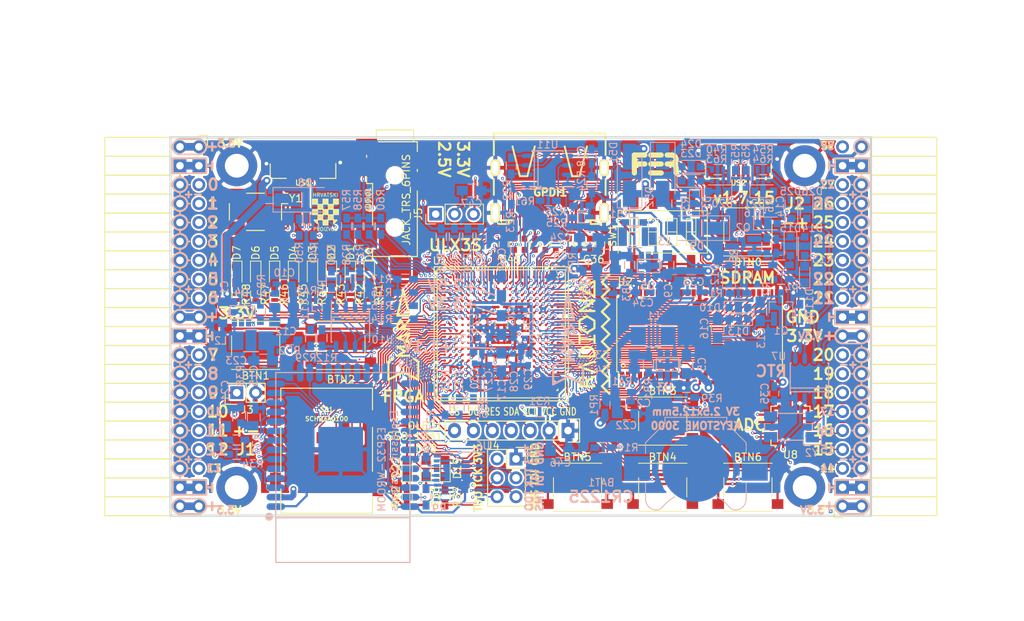
<source format=kicad_pcb>
(kicad_pcb (version 4) (host pcbnew 4.0.7+dfsg1-1)
  (layers (0 F.Cu signal) (1 In1.Cu signal) (2 In2.Cu signal) (31 B.Cu signal) (34 B.Paste user) (35 F.Paste user) (36 B.SilkS user) (37 F.SilkS user) (38 B.Mask user) (39 F.Mask user) (44 Edge.Cuts user))
  (net 0 "")
  (net 1 GND)
  (net 2 +5V)
  (net 3 /gpio/IN5V)
  (net 4 /gpio/OUT5V)
  (net 5 +3V3)
  (net 6 BTN_D)
  (net 7 BTN_F1)
  (net 8 BTN_F2)
  (net 9 BTN_L)
  (net 10 BTN_R)
  (net 11 BTN_U)
  (net 12 /power/FB1)
  (net 13 +2V5)
  (net 14 /power/PWREN)
  (net 15 /power/FB3)
  (net 16 /power/FB2)
  (net 17 "Net-(D9-Pad1)")
  (net 18 /power/VBAT)
  (net 19 JTAG_TDI)
  (net 20 JTAG_TCK)
  (net 21 JTAG_TMS)
  (net 22 JTAG_TDO)
  (net 23 /power/WAKEUPn)
  (net 24 /power/WKUP)
  (net 25 /power/SHUT)
  (net 26 /power/WAKE)
  (net 27 /power/HOLD)
  (net 28 /power/WKn)
  (net 29 /power/OSCI_32k)
  (net 30 /power/OSCO_32k)
  (net 31 "Net-(Q2-Pad3)")
  (net 32 SHUTDOWN)
  (net 33 /analog/AUDIO_L)
  (net 34 /analog/AUDIO_R)
  (net 35 GPDI_SDA)
  (net 36 GPDI_SCL)
  (net 37 /gpdi/VREF2)
  (net 38 SD_CMD)
  (net 39 SD_CLK)
  (net 40 SD_D0)
  (net 41 SD_D1)
  (net 42 USB5V)
  (net 43 GPDI_CEC)
  (net 44 nRESET)
  (net 45 FTDI_nDTR)
  (net 46 SDRAM_CKE)
  (net 47 SDRAM_A7)
  (net 48 SDRAM_D15)
  (net 49 SDRAM_BA1)
  (net 50 SDRAM_D7)
  (net 51 SDRAM_A6)
  (net 52 SDRAM_CLK)
  (net 53 SDRAM_D13)
  (net 54 SDRAM_BA0)
  (net 55 SDRAM_D6)
  (net 56 SDRAM_A5)
  (net 57 SDRAM_D14)
  (net 58 SDRAM_A11)
  (net 59 SDRAM_D12)
  (net 60 SDRAM_D5)
  (net 61 SDRAM_A4)
  (net 62 SDRAM_A10)
  (net 63 SDRAM_D11)
  (net 64 SDRAM_A3)
  (net 65 SDRAM_D4)
  (net 66 SDRAM_D10)
  (net 67 SDRAM_D9)
  (net 68 SDRAM_A9)
  (net 69 SDRAM_D3)
  (net 70 SDRAM_D8)
  (net 71 SDRAM_A8)
  (net 72 SDRAM_A2)
  (net 73 SDRAM_A1)
  (net 74 SDRAM_A0)
  (net 75 SDRAM_D2)
  (net 76 SDRAM_D1)
  (net 77 SDRAM_D0)
  (net 78 SDRAM_DQM0)
  (net 79 SDRAM_nCS)
  (net 80 SDRAM_nRAS)
  (net 81 SDRAM_DQM1)
  (net 82 SDRAM_nCAS)
  (net 83 SDRAM_nWE)
  (net 84 /flash/FLASH_nWP)
  (net 85 /flash/FLASH_nHOLD)
  (net 86 /flash/FLASH_MOSI)
  (net 87 /flash/FLASH_MISO)
  (net 88 /flash/FLASH_SCK)
  (net 89 /flash/FLASH_nCS)
  (net 90 /flash/FPGA_PROGRAMN)
  (net 91 /flash/FPGA_DONE)
  (net 92 /flash/FPGA_INITN)
  (net 93 OLED_RES)
  (net 94 OLED_DC)
  (net 95 OLED_CS)
  (net 96 WIFI_EN)
  (net 97 FTDI_nRTS)
  (net 98 FTDI_TXD)
  (net 99 FTDI_RXD)
  (net 100 WIFI_RXD)
  (net 101 WIFI_GPIO0)
  (net 102 WIFI_TXD)
  (net 103 USB_FTDI_D+)
  (net 104 USB_FTDI_D-)
  (net 105 SD_D3)
  (net 106 AUDIO_L3)
  (net 107 AUDIO_L2)
  (net 108 AUDIO_L1)
  (net 109 AUDIO_L0)
  (net 110 AUDIO_R3)
  (net 111 AUDIO_R2)
  (net 112 AUDIO_R1)
  (net 113 AUDIO_R0)
  (net 114 OLED_CLK)
  (net 115 OLED_MOSI)
  (net 116 LED0)
  (net 117 LED1)
  (net 118 LED2)
  (net 119 LED3)
  (net 120 LED4)
  (net 121 LED5)
  (net 122 LED6)
  (net 123 LED7)
  (net 124 BTN_PWRn)
  (net 125 FTDI_nTXLED)
  (net 126 FTDI_nSLEEP)
  (net 127 /blinkey/LED_PWREN)
  (net 128 /blinkey/LED_TXLED)
  (net 129 /sdcard/SD3V3)
  (net 130 SD_D2)
  (net 131 CLK_25MHz)
  (net 132 /blinkey/BTNPUL)
  (net 133 /blinkey/BTNPUR)
  (net 134 USB_FPGA_D+)
  (net 135 /power/FTDI_nSUSPEND)
  (net 136 /blinkey/ALED0)
  (net 137 /blinkey/ALED1)
  (net 138 /blinkey/ALED2)
  (net 139 /blinkey/ALED3)
  (net 140 /blinkey/ALED4)
  (net 141 /blinkey/ALED5)
  (net 142 /blinkey/ALED6)
  (net 143 /blinkey/ALED7)
  (net 144 /usb/FTD-)
  (net 145 /usb/FTD+)
  (net 146 ADC_MISO)
  (net 147 ADC_MOSI)
  (net 148 ADC_CSn)
  (net 149 ADC_SCLK)
  (net 150 SW3)
  (net 151 SW2)
  (net 152 SW1)
  (net 153 USB_FPGA_D-)
  (net 154 /usb/FPD+)
  (net 155 /usb/FPD-)
  (net 156 WIFI_GPIO16)
  (net 157 /usb/ANT_433MHz)
  (net 158 /power/PWRBTn)
  (net 159 PROG_DONE)
  (net 160 /power/P3V3)
  (net 161 /power/P2V5)
  (net 162 /power/L1)
  (net 163 /power/L3)
  (net 164 /power/L2)
  (net 165 FTDI_TXDEN)
  (net 166 SDRAM_A12)
  (net 167 /analog/AUDIO_V)
  (net 168 AUDIO_V3)
  (net 169 AUDIO_V2)
  (net 170 AUDIO_V1)
  (net 171 AUDIO_V0)
  (net 172 /blinkey/LED_WIFI)
  (net 173 /power/P1V1)
  (net 174 +1V1)
  (net 175 SW4)
  (net 176 /blinkey/SWPU)
  (net 177 /wifi/WIFIEN)
  (net 178 FT2V5)
  (net 179 GN0)
  (net 180 GP0)
  (net 181 GN1)
  (net 182 GP1)
  (net 183 GN2)
  (net 184 GP2)
  (net 185 GN3)
  (net 186 GP3)
  (net 187 GN4)
  (net 188 GP4)
  (net 189 GN5)
  (net 190 GP5)
  (net 191 GN6)
  (net 192 GP6)
  (net 193 GN14)
  (net 194 GP14)
  (net 195 GN15)
  (net 196 GP15)
  (net 197 GN16)
  (net 198 GP16)
  (net 199 GN17)
  (net 200 GP17)
  (net 201 GN18)
  (net 202 GP18)
  (net 203 GN19)
  (net 204 GP19)
  (net 205 GN20)
  (net 206 GP20)
  (net 207 GN21)
  (net 208 GP21)
  (net 209 GN22)
  (net 210 GP22)
  (net 211 GN23)
  (net 212 GP23)
  (net 213 GN24)
  (net 214 GP24)
  (net 215 GN25)
  (net 216 GP25)
  (net 217 GN26)
  (net 218 GP26)
  (net 219 GN27)
  (net 220 GP27)
  (net 221 GN7)
  (net 222 GP7)
  (net 223 GN8)
  (net 224 GP8)
  (net 225 GN9)
  (net 226 GP9)
  (net 227 GN10)
  (net 228 GP10)
  (net 229 GN11)
  (net 230 GP11)
  (net 231 GN12)
  (net 232 GP12)
  (net 233 GN13)
  (net 234 GP13)
  (net 235 WIFI_GPIO5)
  (net 236 WIFI_GPIO17)
  (net 237 USB_FPGA_PULL_D+)
  (net 238 USB_FPGA_PULL_D-)
  (net 239 "Net-(D23-Pad2)")
  (net 240 "Net-(D24-Pad1)")
  (net 241 "Net-(D25-Pad2)")
  (net 242 "Net-(D26-Pad1)")
  (net 243 /gpdi/GPDI_ETH+)
  (net 244 FPDI_ETH+)
  (net 245 /gpdi/GPDI_ETH-)
  (net 246 FPDI_ETH-)
  (net 247 /gpdi/GPDI_D2-)
  (net 248 FPDI_D2-)
  (net 249 /gpdi/GPDI_D1-)
  (net 250 FPDI_D1-)
  (net 251 /gpdi/GPDI_D0-)
  (net 252 FPDI_D0-)
  (net 253 /gpdi/GPDI_CLK-)
  (net 254 FPDI_CLK-)
  (net 255 /gpdi/GPDI_D2+)
  (net 256 FPDI_D2+)
  (net 257 /gpdi/GPDI_D1+)
  (net 258 FPDI_D1+)
  (net 259 /gpdi/GPDI_D0+)
  (net 260 FPDI_D0+)
  (net 261 /gpdi/GPDI_CLK+)
  (net 262 FPDI_CLK+)
  (net 263 FPDI_SDA)
  (net 264 FPDI_SCL)
  (net 265 /gpdi/FPDI_CEC)
  (net 266 2V5_3V3)
  (module Pin_Headers:Pin_Header_Straight_1x03_Pitch2.54mm (layer F.Cu) (at 129.675 71.725 90)
    (fp_text reference J5 (at 0 -2.33 90) (layer F.SilkS))
    (fp_text value VJ1)
    (pad 1 thru_hole rect (at 0 0 90) (size 1.7 1.7) (drill 1) (layers *.Cu *.Mask) (net 13 +2V5))
    (pad 2 thru_hole oval (at 0 2.54 90) (size 1.7 1.7) (drill 1) (layers *.Cu *.Mask) (net 266 2V5_3V3))
    (pad 3 thru_hole oval (at 0 5.08 90) (size 1.7 1.7) (drill 1) (layers *.Cu *.Mask) (net 5 +3V3))
  )
  (module Resistors_SMD:R_0603_HandSoldering (layer B.Cu) (at 169.919 66.965 90)
    (fp_text reference R53 (at 3.259 0 270) (layer B.SilkS) (effects (justify mirror)))
    (fp_text value 27)
    (pad 1 smd rect (at -1.1 0 90) (size 1.2 0.9) (layers B.Cu B.Paste B.Mask) (net 134 USB_FPGA_D+))
    (pad 2 smd rect (at 1.1 0 90) (size 1.2 0.9) (layers B.Cu B.Paste B.Mask) (net 154 /usb/FPD+))
  )
  (module Socket_Strips:Socket_Strip_Angled_2x20 (layer F.Cu) (at 97.91 62.69 270)
    (fp_text reference J1 (at 40.64 -6.35 360) (layer F.SilkS) (effects (font (size 1.5 1.5) (thickness 0.3))))
    (fp_text value CONN_02X20 hide)
    (pad 1 thru_hole oval (at 0 0 270) (size 1.7272 1.7272) (drill 1.016) (layers *.Cu *.Mask) (net 266 2V5_3V3))
    (pad 2 thru_hole oval (at 0 2.54 270) (size 1.7272 1.7272) (drill 1.016) (layers *.Cu *.Mask) (net 266 2V5_3V3))
    (pad 3 thru_hole rect (at 2.54 0 270) (size 1.7272 1.7272) (drill 1.016) (layers *.Cu *.Mask) (net 1 GND))
    (pad 4 thru_hole rect (at 2.54 2.54 270) (size 1.7272 1.7272) (drill 1.016) (layers *.Cu *.Mask) (net 1 GND))
    (pad 5 thru_hole oval (at 5.08 0 270) (size 1.7272 1.7272) (drill 1.016) (layers *.Cu *.Mask) (net 179 GN0))
    (pad 6 thru_hole oval (at 5.08 2.54 270) (size 1.7272 1.7272) (drill 1.016) (layers *.Cu *.Mask) (net 180 GP0))
    (pad 7 thru_hole oval (at 7.62 0 270) (size 1.7272 1.7272) (drill 1.016) (layers *.Cu *.Mask) (net 181 GN1))
    (pad 8 thru_hole oval (at 7.62 2.54 270) (size 1.7272 1.7272) (drill 1.016) (layers *.Cu *.Mask) (net 182 GP1))
    (pad 9 thru_hole oval (at 10.16 0 270) (size 1.7272 1.7272) (drill 1.016) (layers *.Cu *.Mask) (net 183 GN2))
    (pad 10 thru_hole oval (at 10.16 2.54 270) (size 1.7272 1.7272) (drill 1.016) (layers *.Cu *.Mask) (net 184 GP2))
    (pad 11 thru_hole oval (at 12.7 0 270) (size 1.7272 1.7272) (drill 1.016) (layers *.Cu *.Mask) (net 185 GN3))
    (pad 12 thru_hole oval (at 12.7 2.54 270) (size 1.7272 1.7272) (drill 1.016) (layers *.Cu *.Mask) (net 186 GP3))
    (pad 13 thru_hole oval (at 15.24 0 270) (size 1.7272 1.7272) (drill 1.016) (layers *.Cu *.Mask) (net 187 GN4))
    (pad 14 thru_hole oval (at 15.24 2.54 270) (size 1.7272 1.7272) (drill 1.016) (layers *.Cu *.Mask) (net 188 GP4))
    (pad 15 thru_hole oval (at 17.78 0 270) (size 1.7272 1.7272) (drill 1.016) (layers *.Cu *.Mask) (net 189 GN5))
    (pad 16 thru_hole oval (at 17.78 2.54 270) (size 1.7272 1.7272) (drill 1.016) (layers *.Cu *.Mask) (net 190 GP5))
    (pad 17 thru_hole oval (at 20.32 0 270) (size 1.7272 1.7272) (drill 1.016) (layers *.Cu *.Mask) (net 191 GN6))
    (pad 18 thru_hole oval (at 20.32 2.54 270) (size 1.7272 1.7272) (drill 1.016) (layers *.Cu *.Mask) (net 192 GP6))
    (pad 19 thru_hole oval (at 22.86 0 270) (size 1.7272 1.7272) (drill 1.016) (layers *.Cu *.Mask) (net 266 2V5_3V3))
    (pad 20 thru_hole oval (at 22.86 2.54 270) (size 1.7272 1.7272) (drill 1.016) (layers *.Cu *.Mask) (net 266 2V5_3V3))
    (pad 21 thru_hole rect (at 25.4 0 270) (size 1.7272 1.7272) (drill 1.016) (layers *.Cu *.Mask) (net 1 GND))
    (pad 22 thru_hole rect (at 25.4 2.54 270) (size 1.7272 1.7272) (drill 1.016) (layers *.Cu *.Mask) (net 1 GND))
    (pad 23 thru_hole oval (at 27.94 0 270) (size 1.7272 1.7272) (drill 1.016) (layers *.Cu *.Mask) (net 221 GN7))
    (pad 24 thru_hole oval (at 27.94 2.54 270) (size 1.7272 1.7272) (drill 1.016) (layers *.Cu *.Mask) (net 222 GP7))
    (pad 25 thru_hole oval (at 30.48 0 270) (size 1.7272 1.7272) (drill 1.016) (layers *.Cu *.Mask) (net 223 GN8))
    (pad 26 thru_hole oval (at 30.48 2.54 270) (size 1.7272 1.7272) (drill 1.016) (layers *.Cu *.Mask) (net 224 GP8))
    (pad 27 thru_hole oval (at 33.02 0 270) (size 1.7272 1.7272) (drill 1.016) (layers *.Cu *.Mask) (net 225 GN9))
    (pad 28 thru_hole oval (at 33.02 2.54 270) (size 1.7272 1.7272) (drill 1.016) (layers *.Cu *.Mask) (net 226 GP9))
    (pad 29 thru_hole oval (at 35.56 0 270) (size 1.7272 1.7272) (drill 1.016) (layers *.Cu *.Mask) (net 227 GN10))
    (pad 30 thru_hole oval (at 35.56 2.54 270) (size 1.7272 1.7272) (drill 1.016) (layers *.Cu *.Mask) (net 228 GP10))
    (pad 31 thru_hole oval (at 38.1 0 270) (size 1.7272 1.7272) (drill 1.016) (layers *.Cu *.Mask) (net 229 GN11))
    (pad 32 thru_hole oval (at 38.1 2.54 270) (size 1.7272 1.7272) (drill 1.016) (layers *.Cu *.Mask) (net 230 GP11))
    (pad 33 thru_hole oval (at 40.64 0 270) (size 1.7272 1.7272) (drill 1.016) (layers *.Cu *.Mask) (net 231 GN12))
    (pad 34 thru_hole oval (at 40.64 2.54 270) (size 1.7272 1.7272) (drill 1.016) (layers *.Cu *.Mask) (net 232 GP12))
    (pad 35 thru_hole oval (at 43.18 0 270) (size 1.7272 1.7272) (drill 1.016) (layers *.Cu *.Mask) (net 233 GN13))
    (pad 36 thru_hole oval (at 43.18 2.54 270) (size 1.7272 1.7272) (drill 1.016) (layers *.Cu *.Mask) (net 234 GP13))
    (pad 37 thru_hole rect (at 45.72 0 270) (size 1.7272 1.7272) (drill 1.016) (layers *.Cu *.Mask) (net 1 GND))
    (pad 38 thru_hole rect (at 45.72 2.54 270) (size 1.7272 1.7272) (drill 1.016) (layers *.Cu *.Mask) (net 1 GND))
    (pad 39 thru_hole oval (at 48.26 0 270) (size 1.7272 1.7272) (drill 1.016) (layers *.Cu *.Mask) (net 266 2V5_3V3))
    (pad 40 thru_hole oval (at 48.26 2.54 270) (size 1.7272 1.7272) (drill 1.016) (layers *.Cu *.Mask) (net 266 2V5_3V3))
  )
  (module SMD_Packages:1Pin (layer F.Cu) (at 182.67515 111.637626)
    (fp_text reference AE1 hide)
    (fp_text value 433MHz hide)
    (pad 1 smd rect (at 0 0) (size 0.5 0.5) (layers B.Cu F.Paste F.Mask) (net 157 /usb/ANT_433MHz))
  )
  (module Resistors_SMD:R_0603_HandSoldering (layer B.Cu) (at 103.498 98.758 90)
    (fp_text reference R38 (at 5.334 0 90) (layer B.SilkS) (effects (justify mirror)))
    (fp_text value 0.47)
    (pad 1 smd rect (at -1.1 0 90) (size 1.2 0.9) (layers B.Cu B.Paste B.Mask) (net 129 /sdcard/SD3V3))
    (pad 2 smd rect (at 1.1 0 90) (size 1.2 0.9) (layers B.Cu B.Paste B.Mask) (net 5 +3V3))
  )
  (module Diodes_SMD:D_SMA_Handsoldering (layer B.Cu) (at 155.695 66.5 90)
    (fp_text reference D51 (at 3.048 -2.159 90) (layer B.SilkS) (effects (justify mirror)))
    (fp_text value STPS2L30AF hide)
    (pad 1 smd rect (at -2.5 0 90) (size 3.5 1.8) (layers B.Cu B.Paste B.Mask) (net 2 +5V))
    (pad 2 smd rect (at 2.5 0 90) (size 3.5 1.8) (layers B.Cu B.Paste B.Mask) (net 3 /gpio/IN5V))
  )
  (module Resistors_SMD:R_0603_HandSoldering (layer B.Cu) (at 156.33 72.85 180)
    (fp_text reference R51 (at 1.905 1.143 180) (layer B.SilkS) (effects (justify mirror)))
    (fp_text value 150)
    (pad 1 smd rect (at -1.1 0 180) (size 1.2 0.9) (layers B.Cu B.Paste B.Mask) (net 5 +3V3))
    (pad 2 smd rect (at 1.1 0 180) (size 1.2 0.9) (layers B.Cu B.Paste B.Mask) (net 176 /blinkey/SWPU))
  )
  (module Resistors_SMD:R_1210_HandSoldering (layer B.Cu) (at 158.87 88.09 180)
    (fp_text reference L1 (at 0 2.7 180) (layer B.SilkS) (effects (justify mirror)))
    (fp_text value 2.2uH)
    (pad 1 smd rect (at -2 0 180) (size 2 2.5) (layers B.Cu B.Paste B.Mask) (net 162 /power/L1))
    (pad 2 smd rect (at 2 0 180) (size 2 2.5) (layers B.Cu B.Paste B.Mask) (net 173 /power/P1V1))
  )
  (module TSOT-25:TSOT-25 (layer B.Cu) (at 160.775 91.9)
    (fp_text reference U3 (at -0.381 3.048) (layer B.SilkS) (effects (font (thickness 0.2)) (justify mirror)))
    (fp_text value TLV62569DBV)
    (pad 1 smd rect (at -0.95 -1.3) (size 0.7 1.2) (layers B.Cu B.Paste B.Mask) (net 14 /power/PWREN))
    (pad 2 smd rect (at 0 -1.3) (size 0.7 1.2) (layers B.Cu B.Paste B.Mask) (net 1 GND))
    (pad 3 smd rect (at 0.95 -1.3) (size 0.7 1.2) (layers B.Cu B.Paste B.Mask) (net 162 /power/L1))
    (pad 4 smd rect (at 0.95 1.3) (size 0.7 1.2) (layers B.Cu B.Paste B.Mask) (net 2 +5V))
    (pad 5 smd rect (at -0.95 1.3) (size 0.7 1.2) (layers B.Cu B.Paste B.Mask) (net 12 /power/FB1))
  )
  (module Resistors_SMD:R_1210_HandSoldering (layer B.Cu) (at 104.895 88.725)
    (fp_text reference L2 (at -4.064 0) (layer B.SilkS) (effects (justify mirror)))
    (fp_text value 2.2uH)
    (pad 1 smd rect (at -2 0) (size 2 2.5) (layers B.Cu B.Paste B.Mask) (net 164 /power/L2))
    (pad 2 smd rect (at 2 0) (size 2 2.5) (layers B.Cu B.Paste B.Mask) (net 161 /power/P2V5))
  )
  (module TSOT-25:TSOT-25 (layer B.Cu) (at 103.625 84.915 180)
    (fp_text reference U4 (at 0 2.697 180) (layer B.SilkS) (effects (font (thickness 0.2)) (justify mirror)))
    (fp_text value TLV62569DBV)
    (pad 1 smd rect (at -0.95 -1.3 180) (size 0.7 1.2) (layers B.Cu B.Paste B.Mask) (net 14 /power/PWREN))
    (pad 2 smd rect (at 0 -1.3 180) (size 0.7 1.2) (layers B.Cu B.Paste B.Mask) (net 1 GND))
    (pad 3 smd rect (at 0.95 -1.3 180) (size 0.7 1.2) (layers B.Cu B.Paste B.Mask) (net 164 /power/L2))
    (pad 4 smd rect (at 0.95 1.3 180) (size 0.7 1.2) (layers B.Cu B.Paste B.Mask) (net 2 +5V))
    (pad 5 smd rect (at -0.95 1.3 180) (size 0.7 1.2) (layers B.Cu B.Paste B.Mask) (net 16 /power/FB2))
  )
  (module Resistors_SMD:R_1210_HandSoldering (layer B.Cu) (at 156.33 74.755 180)
    (fp_text reference L3 (at -4.064 -0.635 180) (layer B.SilkS) (effects (justify mirror)))
    (fp_text value 2.2uH)
    (pad 1 smd rect (at -2 0 180) (size 2 2.5) (layers B.Cu B.Paste B.Mask) (net 163 /power/L3))
    (pad 2 smd rect (at 2 0 180) (size 2 2.5) (layers B.Cu B.Paste B.Mask) (net 160 /power/P3V3))
  )
  (module TSOT-25:TSOT-25 (layer B.Cu) (at 158.235 78.692)
    (fp_text reference U5 (at -0.127 2.667) (layer B.SilkS) (effects (font (thickness 0.2)) (justify mirror)))
    (fp_text value TLV62569DBV)
    (pad 1 smd rect (at -0.95 -1.3) (size 0.7 1.2) (layers B.Cu B.Paste B.Mask) (net 14 /power/PWREN))
    (pad 2 smd rect (at 0 -1.3) (size 0.7 1.2) (layers B.Cu B.Paste B.Mask) (net 1 GND))
    (pad 3 smd rect (at 0.95 -1.3) (size 0.7 1.2) (layers B.Cu B.Paste B.Mask) (net 163 /power/L3))
    (pad 4 smd rect (at 0.95 1.3) (size 0.7 1.2) (layers B.Cu B.Paste B.Mask) (net 2 +5V))
    (pad 5 smd rect (at -0.95 1.3) (size 0.7 1.2) (layers B.Cu B.Paste B.Mask) (net 15 /power/FB3))
  )
  (module Capacitors_SMD:C_0805_HandSoldering (layer B.Cu) (at 101.085 84.915 270)
    (fp_text reference C1 (at -3.302 -0.254 270) (layer B.SilkS) (effects (justify mirror)))
    (fp_text value 22uF)
    (pad 1 smd rect (at -1.25 0 270) (size 1.5 1.25) (layers B.Cu B.Paste B.Mask) (net 2 +5V))
    (pad 2 smd rect (at 1.25 0 270) (size 1.5 1.25) (layers B.Cu B.Paste B.Mask) (net 1 GND))
  )
  (module Capacitors_SMD:C_0805_HandSoldering (layer B.Cu) (at 155.06 90.63)
    (fp_text reference C3 (at -3.048 0) (layer B.SilkS) (effects (justify mirror)))
    (fp_text value 22uF)
    (pad 1 smd rect (at -1.25 0) (size 1.5 1.25) (layers B.Cu B.Paste B.Mask) (net 173 /power/P1V1))
    (pad 2 smd rect (at 1.25 0) (size 1.5 1.25) (layers B.Cu B.Paste B.Mask) (net 1 GND))
  )
  (module Capacitors_SMD:C_0805_HandSoldering (layer B.Cu) (at 155.06 92.535)
    (fp_text reference C4 (at -3.048 0.127) (layer B.SilkS) (effects (justify mirror)))
    (fp_text value 22uF)
    (pad 1 smd rect (at -1.25 0) (size 1.5 1.25) (layers B.Cu B.Paste B.Mask) (net 173 /power/P1V1))
    (pad 2 smd rect (at 1.25 0) (size 1.5 1.25) (layers B.Cu B.Paste B.Mask) (net 1 GND))
  )
  (module Capacitors_SMD:C_0805_HandSoldering (layer B.Cu) (at 163.315 91.9 90)
    (fp_text reference C5 (at 0 2.1 90) (layer B.SilkS) (effects (justify mirror)))
    (fp_text value 22uF)
    (pad 1 smd rect (at -1.25 0 90) (size 1.5 1.25) (layers B.Cu B.Paste B.Mask) (net 2 +5V))
    (pad 2 smd rect (at 1.25 0 90) (size 1.5 1.25) (layers B.Cu B.Paste B.Mask) (net 1 GND))
  )
  (module Capacitors_SMD:C_0805_HandSoldering (layer B.Cu) (at 152.52 79.2)
    (fp_text reference C7 (at -6.096 0) (layer B.SilkS) (effects (justify mirror)))
    (fp_text value 22uF)
    (pad 1 smd rect (at -1.25 0) (size 1.5 1.25) (layers B.Cu B.Paste B.Mask) (net 160 /power/P3V3))
    (pad 2 smd rect (at 1.25 0) (size 1.5 1.25) (layers B.Cu B.Paste B.Mask) (net 1 GND))
  )
  (module Capacitors_SMD:C_0805_HandSoldering (layer B.Cu) (at 152.52 77.295)
    (fp_text reference C8 (at -6.096 0) (layer B.SilkS) (effects (justify mirror)))
    (fp_text value 22uF)
    (pad 1 smd rect (at -1.25 0) (size 1.5 1.25) (layers B.Cu B.Paste B.Mask) (net 160 /power/P3V3))
    (pad 2 smd rect (at 1.25 0) (size 1.5 1.25) (layers B.Cu B.Paste B.Mask) (net 1 GND))
  )
  (module Capacitors_SMD:C_0805_HandSoldering (layer B.Cu) (at 160.775 78.565 90)
    (fp_text reference C9 (at -3.429 0.127 90) (layer B.SilkS) (effects (justify mirror)))
    (fp_text value 22uF)
    (pad 1 smd rect (at -1.25 0 90) (size 1.5 1.25) (layers B.Cu B.Paste B.Mask) (net 2 +5V))
    (pad 2 smd rect (at 1.25 0 90) (size 1.5 1.25) (layers B.Cu B.Paste B.Mask) (net 1 GND))
  )
  (module Capacitors_SMD:C_0805_HandSoldering (layer B.Cu) (at 109.34 84.28 180)
    (fp_text reference C11 (at -2.794 -0.254 270) (layer B.SilkS) (effects (justify mirror)))
    (fp_text value 22uF)
    (pad 1 smd rect (at -1.25 0 180) (size 1.5 1.25) (layers B.Cu B.Paste B.Mask) (net 161 /power/P2V5))
    (pad 2 smd rect (at 1.25 0 180) (size 1.5 1.25) (layers B.Cu B.Paste B.Mask) (net 1 GND))
  )
  (module Capacitors_SMD:C_0805_HandSoldering (layer B.Cu) (at 109.34 86.185 180)
    (fp_text reference C12 (at -0.254 -1.27 360) (layer B.SilkS) (effects (justify mirror)))
    (fp_text value 22uF)
    (pad 1 smd rect (at -1.25 0 180) (size 1.5 1.25) (layers B.Cu B.Paste B.Mask) (net 161 /power/P2V5))
    (pad 2 smd rect (at 1.25 0 180) (size 1.5 1.25) (layers B.Cu B.Paste B.Mask) (net 1 GND))
  )
  (module Capacitors_SMD:C_0805_HandSoldering (layer B.Cu) (at 173.221 84.788 90)
    (fp_text reference C13 (at -3.556 0.127 90) (layer B.SilkS) (effects (justify mirror)))
    (fp_text value 2.2uF)
    (pad 1 smd rect (at -1.25 0 90) (size 1.5 1.25) (layers B.Cu B.Paste B.Mask) (net 2 +5V))
    (pad 2 smd rect (at 1.25 0 90) (size 1.5 1.25) (layers B.Cu B.Paste B.Mask) (net 24 /power/WKUP))
  )
  (module TO_SOT_Packages_SMD:SOT-23_Handsoldering (layer B.Cu) (at 176.015 84.28 90)
    (fp_text reference Q1 (at -3.1115 0 180) (layer B.SilkS) (effects (justify mirror)))
    (fp_text value BC857)
    (pad 1 smd rect (at -1.5 0.95 90) (size 1.9 0.8) (layers B.Cu B.Paste B.Mask) (net 28 /power/WKn))
    (pad 2 smd rect (at -1.5 -0.95 90) (size 1.9 0.8) (layers B.Cu B.Paste B.Mask) (net 2 +5V))
    (pad 3 smd rect (at 1.5 0 90) (size 1.9 0.8) (layers B.Cu B.Paste B.Mask) (net 24 /power/WKUP))
  )
  (module TO_SOT_Packages_SMD:SOT-23_Handsoldering (layer B.Cu) (at 170.935 76.025 180)
    (fp_text reference Q2 (at 0 2.5 180) (layer B.SilkS) (effects (justify mirror)))
    (fp_text value 2N7002)
    (pad 1 smd rect (at -1.5 0.95 180) (size 1.9 0.8) (layers B.Cu B.Paste B.Mask) (net 25 /power/SHUT))
    (pad 2 smd rect (at -1.5 -0.95 180) (size 1.9 0.8) (layers B.Cu B.Paste B.Mask) (net 1 GND))
    (pad 3 smd rect (at 1.5 0 180) (size 1.9 0.8) (layers B.Cu B.Paste B.Mask) (net 31 "Net-(Q2-Pad3)"))
  )
  (module Capacitors_SMD:C_0603_HandSoldering (layer B.Cu) (at 154.86 96.91)
    (fp_text reference C2 (at 2.74 0.197) (layer B.SilkS) (effects (justify mirror)))
    (fp_text value 470pF)
    (pad 1 smd rect (at -0.95 0) (size 1.2 0.75) (layers B.Cu B.Paste B.Mask) (net 173 /power/P1V1))
    (pad 2 smd rect (at 0.95 0) (size 1.2 0.75) (layers B.Cu B.Paste B.Mask) (net 12 /power/FB1))
  )
  (module Capacitors_SMD:C_0603_HandSoldering (layer B.Cu) (at 152.52 82.375)
    (fp_text reference C6 (at -2.794 0.127) (layer B.SilkS) (effects (justify mirror)))
    (fp_text value 470pF)
    (pad 1 smd rect (at -0.95 0) (size 1.2 0.75) (layers B.Cu B.Paste B.Mask) (net 160 /power/P3V3))
    (pad 2 smd rect (at 0.95 0) (size 1.2 0.75) (layers B.Cu B.Paste B.Mask) (net 15 /power/FB3))
  )
  (module Capacitors_SMD:C_0603_HandSoldering (layer B.Cu) (at 109.34 81.105 180)
    (fp_text reference C10 (at -0.04 1.505 180) (layer B.SilkS) (effects (justify mirror)))
    (fp_text value 470pF)
    (pad 1 smd rect (at -0.95 0 180) (size 1.2 0.75) (layers B.Cu B.Paste B.Mask) (net 161 /power/P2V5))
    (pad 2 smd rect (at 0.95 0 180) (size 1.2 0.75) (layers B.Cu B.Paste B.Mask) (net 16 /power/FB2))
  )
  (module Capacitors_SMD:C_0603_HandSoldering (layer B.Cu) (at 175.38 76.025 270)
    (fp_text reference C14 (at -5.334 -0.508 270) (layer B.SilkS) (effects (justify mirror)))
    (fp_text value 100nF)
    (pad 1 smd rect (at -0.95 0 270) (size 1.2 0.75) (layers B.Cu B.Paste B.Mask) (net 25 /power/SHUT))
    (pad 2 smd rect (at 0.95 0 270) (size 1.2 0.75) (layers B.Cu B.Paste B.Mask) (net 1 GND))
  )
  (module Resistors_SMD:R_0603_HandSoldering (layer B.Cu) (at 170.3 82.375)
    (fp_text reference R1 (at -3.048 0) (layer B.SilkS) (effects (justify mirror)))
    (fp_text value 15k)
    (pad 1 smd rect (at -1.1 0) (size 1.2 0.9) (layers B.Cu B.Paste B.Mask) (net 26 /power/WAKE))
    (pad 2 smd rect (at 1.1 0) (size 1.2 0.9) (layers B.Cu B.Paste B.Mask) (net 14 /power/PWREN))
  )
  (module Resistors_SMD:R_0603_HandSoldering (layer B.Cu) (at 172.84 79.835 90)
    (fp_text reference R2 (at -1.905 1.27 90) (layer B.SilkS) (effects (justify mirror)))
    (fp_text value 47k)
    (pad 1 smd rect (at -1.1 0 90) (size 1.2 0.9) (layers B.Cu B.Paste B.Mask) (net 14 /power/PWREN))
    (pad 2 smd rect (at 1.1 0 90) (size 1.2 0.9) (layers B.Cu B.Paste B.Mask) (net 1 GND))
  )
  (module Resistors_SMD:R_0603_HandSoldering (layer B.Cu) (at 176.015 80.47 180)
    (fp_text reference R4 (at -1.397 -1.27 360) (layer B.SilkS) (effects (justify mirror)))
    (fp_text value 4.7k)
    (pad 1 smd rect (at -1.1 0 180) (size 1.2 0.9) (layers B.Cu B.Paste B.Mask) (net 27 /power/HOLD))
    (pad 2 smd rect (at 1.1 0 180) (size 1.2 0.9) (layers B.Cu B.Paste B.Mask) (net 14 /power/PWREN))
  )
  (module Resistors_SMD:R_0603_HandSoldering (layer B.Cu) (at 174.11 76.025 270)
    (fp_text reference R5 (at -5.461 -0.381 270) (layer B.SilkS) (effects (justify mirror)))
    (fp_text value 4.7M)
    (pad 1 smd rect (at -1.1 0 270) (size 1.2 0.9) (layers B.Cu B.Paste B.Mask) (net 25 /power/SHUT))
    (pad 2 smd rect (at 1.1 0 270) (size 1.2 0.9) (layers B.Cu B.Paste B.Mask) (net 1 GND))
  )
  (module Resistors_SMD:R_0603_HandSoldering (layer B.Cu) (at 178.555 84.915 270)
    (fp_text reference R6 (at 0.762 -1.397 270) (layer B.SilkS) (effects (justify mirror)))
    (fp_text value 1k)
    (pad 1 smd rect (at -1.1 0 270) (size 1.2 0.9) (layers B.Cu B.Paste B.Mask) (net 28 /power/WKn))
    (pad 2 smd rect (at 1.1 0 270) (size 1.2 0.9) (layers B.Cu B.Paste B.Mask) (net 23 /power/WAKEUPn))
  )
  (module Resistors_SMD:R_0603_HandSoldering (layer B.Cu) (at 113.785 84.28 270)
    (fp_text reference R7 (at -2.794 -0.635 270) (layer B.SilkS) (effects (justify mirror)))
    (fp_text value 150)
    (pad 1 smd rect (at -1.1 0 270) (size 1.2 0.9) (layers B.Cu B.Paste B.Mask) (net 5 +3V3))
    (pad 2 smd rect (at 1.1 0 270) (size 1.2 0.9) (layers B.Cu B.Paste B.Mask) (net 132 /blinkey/BTNPUL))
  )
  (module Resistors_SMD:R_0603_HandSoldering (layer B.Cu) (at 170.935 79.835 90)
    (fp_text reference R8 (at 2.54 -1.27 90) (layer B.SilkS) (effects (justify mirror)))
    (fp_text value 1k)
    (pad 1 smd rect (at -1.1 0 90) (size 1.2 0.9) (layers B.Cu B.Paste B.Mask) (net 14 /power/PWREN))
    (pad 2 smd rect (at 1.1 0 90) (size 1.2 0.9) (layers B.Cu B.Paste B.Mask) (net 31 "Net-(Q2-Pad3)"))
  )
  (module Resistors_SMD:R_0603_HandSoldering (layer B.Cu) (at 128.39 109.68 270)
    (fp_text reference R9 (at 1.524 -1.778 360) (layer B.SilkS) (effects (justify mirror)))
    (fp_text value 15k)
    (pad 1 smd rect (at -1.1 0 270) (size 1.2 0.9) (layers B.Cu B.Paste B.Mask) (net 44 nRESET))
    (pad 2 smd rect (at 1.1 0 270) (size 1.2 0.9) (layers B.Cu B.Paste B.Mask) (net 178 FT2V5))
  )
  (module Resistors_SMD:R_0603_HandSoldering (layer B.Cu) (at 152.139 103.076 180)
    (fp_text reference R10 (at -3.302 0 180) (layer B.SilkS) (effects (justify mirror)))
    (fp_text value 150)
    (pad 1 smd rect (at -1.1 0 180) (size 1.2 0.9) (layers B.Cu B.Paste B.Mask) (net 135 /power/FTDI_nSUSPEND))
    (pad 2 smd rect (at 1.1 0 180) (size 1.2 0.9) (layers B.Cu B.Paste B.Mask) (net 126 FTDI_nSLEEP))
  )
  (module Resistors_SMD:R_0603_HandSoldering (layer B.Cu) (at 176.015 78.565 180)
    (fp_text reference R13 (at -5.588 0.762 180) (layer B.SilkS) (effects (justify mirror)))
    (fp_text value 15k)
    (pad 1 smd rect (at -1.1 0 180) (size 1.2 0.9) (layers B.Cu B.Paste B.Mask) (net 32 SHUTDOWN))
    (pad 2 smd rect (at 1.1 0 180) (size 1.2 0.9) (layers B.Cu B.Paste B.Mask) (net 1 GND))
  )
  (module Resistors_SMD:R_0603_HandSoldering (layer B.Cu) (at 154.86 95.64)
    (fp_text reference RA1 (at -0.181 -1.454) (layer B.SilkS) (effects (justify mirror)))
    (fp_text value 15k)
    (pad 1 smd rect (at -1.1 0) (size 1.2 0.9) (layers B.Cu B.Paste B.Mask) (net 173 /power/P1V1))
    (pad 2 smd rect (at 1.1 0) (size 1.2 0.9) (layers B.Cu B.Paste B.Mask) (net 12 /power/FB1))
  )
  (module Resistors_SMD:R_0603_HandSoldering (layer B.Cu) (at 109.34 82.375 180)
    (fp_text reference RA2 (at -3.048 0.381 360) (layer B.SilkS) (effects (justify mirror)))
    (fp_text value 15k)
    (pad 1 smd rect (at -1.1 0 180) (size 1.2 0.9) (layers B.Cu B.Paste B.Mask) (net 161 /power/P2V5))
    (pad 2 smd rect (at 1.1 0 180) (size 1.2 0.9) (layers B.Cu B.Paste B.Mask) (net 16 /power/FB2))
  )
  (module Resistors_SMD:R_0603_HandSoldering (layer B.Cu) (at 152.52 81.105)
    (fp_text reference RA3 (at -3.302 -0.127) (layer B.SilkS) (effects (justify mirror)))
    (fp_text value 15k)
    (pad 1 smd rect (at -1.1 0) (size 1.2 0.9) (layers B.Cu B.Paste B.Mask) (net 160 /power/P3V3))
    (pad 2 smd rect (at 1.1 0) (size 1.2 0.9) (layers B.Cu B.Paste B.Mask) (net 15 /power/FB3))
  )
  (module Resistors_SMD:R_0603_HandSoldering (layer B.Cu) (at 158.235 91.9 270)
    (fp_text reference RB1 (at 3.302 0 270) (layer B.SilkS) (effects (justify mirror)))
    (fp_text value 18k)
    (pad 1 smd rect (at -1.1 0 270) (size 1.2 0.9) (layers B.Cu B.Paste B.Mask) (net 1 GND))
    (pad 2 smd rect (at 1.1 0 270) (size 1.2 0.9) (layers B.Cu B.Paste B.Mask) (net 12 /power/FB1))
  )
  (module Resistors_SMD:R_0603_HandSoldering (layer B.Cu) (at 106.165 84.915 90)
    (fp_text reference RB2 (at 3.683 0.127 90) (layer B.SilkS) (effects (justify mirror)))
    (fp_text value 4.7k)
    (pad 1 smd rect (at -1.1 0 90) (size 1.2 0.9) (layers B.Cu B.Paste B.Mask) (net 1 GND))
    (pad 2 smd rect (at 1.1 0 90) (size 1.2 0.9) (layers B.Cu B.Paste B.Mask) (net 16 /power/FB2))
  )
  (module Resistors_SMD:R_0603_HandSoldering (layer B.Cu) (at 155.695 78.565 270)
    (fp_text reference RB3 (at 3.429 0.395 270) (layer B.SilkS) (effects (justify mirror)))
    (fp_text value 3.3k)
    (pad 1 smd rect (at -1.1 0 270) (size 1.2 0.9) (layers B.Cu B.Paste B.Mask) (net 1 GND))
    (pad 2 smd rect (at 1.1 0 270) (size 1.2 0.9) (layers B.Cu B.Paste B.Mask) (net 15 /power/FB3))
  )
  (module Resistors_SMD:R_0603_HandSoldering (layer B.Cu) (at 125.596 85.804 180)
    (fp_text reference R14 (at 3.175 0 180) (layer B.SilkS) (effects (justify mirror)))
    (fp_text value 1.2k)
    (pad 1 smd rect (at -1.1 0 180) (size 1.2 0.9) (layers B.Cu B.Paste B.Mask) (net 109 AUDIO_L0))
    (pad 2 smd rect (at 1.1 0 180) (size 1.2 0.9) (layers B.Cu B.Paste B.Mask) (net 33 /analog/AUDIO_L))
  )
  (module Resistors_SMD:R_0603_HandSoldering (layer B.Cu) (at 125.596 84.026 180)
    (fp_text reference R15 (at 3.175 -0.001 180) (layer B.SilkS) (effects (justify mirror)))
    (fp_text value 680)
    (pad 1 smd rect (at -1.1 0 180) (size 1.2 0.9) (layers B.Cu B.Paste B.Mask) (net 108 AUDIO_L1))
    (pad 2 smd rect (at 1.1 0 180) (size 1.2 0.9) (layers B.Cu B.Paste B.Mask) (net 33 /analog/AUDIO_L))
  )
  (module Resistors_SMD:R_0603_HandSoldering (layer B.Cu) (at 125.596 82.248 180)
    (fp_text reference R16 (at 3.175 0 180) (layer B.SilkS) (effects (justify mirror)))
    (fp_text value 330)
    (pad 1 smd rect (at -1.1 0 180) (size 1.2 0.9) (layers B.Cu B.Paste B.Mask) (net 107 AUDIO_L2))
    (pad 2 smd rect (at 1.1 0 180) (size 1.2 0.9) (layers B.Cu B.Paste B.Mask) (net 33 /analog/AUDIO_L))
  )
  (module Resistors_SMD:R_0603_HandSoldering (layer B.Cu) (at 125.596 80.47 180)
    (fp_text reference R17 (at 3.175 0 180) (layer B.SilkS) (effects (justify mirror)))
    (fp_text value 150)
    (pad 1 smd rect (at -1.1 0 180) (size 1.2 0.9) (layers B.Cu B.Paste B.Mask) (net 106 AUDIO_L3))
    (pad 2 smd rect (at 1.1 0 180) (size 1.2 0.9) (layers B.Cu B.Paste B.Mask) (net 33 /analog/AUDIO_L))
  )
  (module Resistors_SMD:R_0603_HandSoldering (layer B.Cu) (at 130.422 74.773 90)
    (fp_text reference R18 (at -3.556 0 90) (layer B.SilkS) (effects (justify mirror)))
    (fp_text value 1.2k)
    (pad 1 smd rect (at -1.1 0 90) (size 1.2 0.9) (layers B.Cu B.Paste B.Mask) (net 113 AUDIO_R0))
    (pad 2 smd rect (at 1.1 0 90) (size 1.2 0.9) (layers B.Cu B.Paste B.Mask) (net 34 /analog/AUDIO_R))
  )
  (module Resistors_SMD:R_0603_HandSoldering (layer B.Cu) (at 132.2 74.773 90)
    (fp_text reference R19 (at -3.556 0 90) (layer B.SilkS) (effects (justify mirror)))
    (fp_text value 680)
    (pad 1 smd rect (at -1.1 0 90) (size 1.2 0.9) (layers B.Cu B.Paste B.Mask) (net 112 AUDIO_R1))
    (pad 2 smd rect (at 1.1 0 90) (size 1.2 0.9) (layers B.Cu B.Paste B.Mask) (net 34 /analog/AUDIO_R))
  )
  (module Resistors_SMD:R_0603_HandSoldering (layer B.Cu) (at 133.993 74.773 90)
    (fp_text reference R20 (at -3.556 0 90) (layer B.SilkS) (effects (justify mirror)))
    (fp_text value 330)
    (pad 1 smd rect (at -1.1 0 90) (size 1.2 0.9) (layers B.Cu B.Paste B.Mask) (net 111 AUDIO_R2))
    (pad 2 smd rect (at 1.1 0 90) (size 1.2 0.9) (layers B.Cu B.Paste B.Mask) (net 34 /analog/AUDIO_R))
  )
  (module Resistors_SMD:R_0603_HandSoldering (layer B.Cu) (at 135.771 74.773 90)
    (fp_text reference R21 (at -3.556 0 90) (layer B.SilkS) (effects (justify mirror)))
    (fp_text value 150)
    (pad 1 smd rect (at -1.1 0 90) (size 1.2 0.9) (layers B.Cu B.Paste B.Mask) (net 110 AUDIO_R3))
    (pad 2 smd rect (at 1.1 0 90) (size 1.2 0.9) (layers B.Cu B.Paste B.Mask) (net 34 /analog/AUDIO_R))
  )
  (module Capacitors_SMD:C_0603_HandSoldering (layer B.Cu) (at 150.5896 63.96 90)
    (fp_text reference C18 (at 0 -1.3716 90) (layer B.SilkS) (effects (justify mirror)))
    (fp_text value 470pF)
    (pad 1 smd rect (at -0.95 0 90) (size 1.2 0.75) (layers B.Cu B.Paste B.Mask) (net 37 /gpdi/VREF2))
    (pad 2 smd rect (at 0.95 0 90) (size 1.2 0.75) (layers B.Cu B.Paste B.Mask) (net 1 GND))
  )
  (module Socket_Strips:Socket_Strip_Angled_2x20 (layer F.Cu) (at 184.27 110.95 90)
    (fp_text reference J2 (at 40.64 -6.35 180) (layer F.SilkS) (effects (font (size 1.5 1.5) (thickness 0.3))))
    (fp_text value CONN_02X20 hide)
    (pad 1 thru_hole oval (at 0 0 90) (size 1.7272 1.7272) (drill 1.016) (layers *.Cu *.Mask) (net 5 +3V3))
    (pad 2 thru_hole oval (at 0 2.54 90) (size 1.7272 1.7272) (drill 1.016) (layers *.Cu *.Mask) (net 5 +3V3))
    (pad 3 thru_hole rect (at 2.54 0 90) (size 1.7272 1.7272) (drill 1.016) (layers *.Cu *.Mask) (net 1 GND))
    (pad 4 thru_hole rect (at 2.54 2.54 90) (size 1.7272 1.7272) (drill 1.016) (layers *.Cu *.Mask) (net 1 GND))
    (pad 5 thru_hole oval (at 5.08 0 90) (size 1.7272 1.7272) (drill 1.016) (layers *.Cu *.Mask) (net 193 GN14))
    (pad 6 thru_hole oval (at 5.08 2.54 90) (size 1.7272 1.7272) (drill 1.016) (layers *.Cu *.Mask) (net 194 GP14))
    (pad 7 thru_hole oval (at 7.62 0 90) (size 1.7272 1.7272) (drill 1.016) (layers *.Cu *.Mask) (net 195 GN15))
    (pad 8 thru_hole oval (at 7.62 2.54 90) (size 1.7272 1.7272) (drill 1.016) (layers *.Cu *.Mask) (net 196 GP15))
    (pad 9 thru_hole oval (at 10.16 0 90) (size 1.7272 1.7272) (drill 1.016) (layers *.Cu *.Mask) (net 197 GN16))
    (pad 10 thru_hole oval (at 10.16 2.54 90) (size 1.7272 1.7272) (drill 1.016) (layers *.Cu *.Mask) (net 198 GP16))
    (pad 11 thru_hole oval (at 12.7 0 90) (size 1.7272 1.7272) (drill 1.016) (layers *.Cu *.Mask) (net 199 GN17))
    (pad 12 thru_hole oval (at 12.7 2.54 90) (size 1.7272 1.7272) (drill 1.016) (layers *.Cu *.Mask) (net 200 GP17))
    (pad 13 thru_hole oval (at 15.24 0 90) (size 1.7272 1.7272) (drill 1.016) (layers *.Cu *.Mask) (net 201 GN18))
    (pad 14 thru_hole oval (at 15.24 2.54 90) (size 1.7272 1.7272) (drill 1.016) (layers *.Cu *.Mask) (net 202 GP18))
    (pad 15 thru_hole oval (at 17.78 0 90) (size 1.7272 1.7272) (drill 1.016) (layers *.Cu *.Mask) (net 203 GN19))
    (pad 16 thru_hole oval (at 17.78 2.54 90) (size 1.7272 1.7272) (drill 1.016) (layers *.Cu *.Mask) (net 204 GP19))
    (pad 17 thru_hole oval (at 20.32 0 90) (size 1.7272 1.7272) (drill 1.016) (layers *.Cu *.Mask) (net 205 GN20))
    (pad 18 thru_hole oval (at 20.32 2.54 90) (size 1.7272 1.7272) (drill 1.016) (layers *.Cu *.Mask) (net 206 GP20))
    (pad 19 thru_hole oval (at 22.86 0 90) (size 1.7272 1.7272) (drill 1.016) (layers *.Cu *.Mask) (net 5 +3V3))
    (pad 20 thru_hole oval (at 22.86 2.54 90) (size 1.7272 1.7272) (drill 1.016) (layers *.Cu *.Mask) (net 5 +3V3))
    (pad 21 thru_hole rect (at 25.4 0 90) (size 1.7272 1.7272) (drill 1.016) (layers *.Cu *.Mask) (net 1 GND))
    (pad 22 thru_hole rect (at 25.4 2.54 90) (size 1.7272 1.7272) (drill 1.016) (layers *.Cu *.Mask) (net 1 GND))
    (pad 23 thru_hole oval (at 27.94 0 90) (size 1.7272 1.7272) (drill 1.016) (layers *.Cu *.Mask) (net 207 GN21))
    (pad 24 thru_hole oval (at 27.94 2.54 90) (size 1.7272 1.7272) (drill 1.016) (layers *.Cu *.Mask) (net 208 GP21))
    (pad 25 thru_hole oval (at 30.48 0 90) (size 1.7272 1.7272) (drill 1.016) (layers *.Cu *.Mask) (net 209 GN22))
    (pad 26 thru_hole oval (at 30.48 2.54 90) (size 1.7272 1.7272) (drill 1.016) (layers *.Cu *.Mask) (net 210 GP22))
    (pad 27 thru_hole oval (at 33.02 0 90) (size 1.7272 1.7272) (drill 1.016) (layers *.Cu *.Mask) (net 211 GN23))
    (pad 28 thru_hole oval (at 33.02 2.54 90) (size 1.7272 1.7272) (drill 1.016) (layers *.Cu *.Mask) (net 212 GP23))
    (pad 29 thru_hole oval (at 35.56 0 90) (size 1.7272 1.7272) (drill 1.016) (layers *.Cu *.Mask) (net 213 GN24))
    (pad 30 thru_hole oval (at 35.56 2.54 90) (size 1.7272 1.7272) (drill 1.016) (layers *.Cu *.Mask) (net 214 GP24))
    (pad 31 thru_hole oval (at 38.1 0 90) (size 1.7272 1.7272) (drill 1.016) (layers *.Cu *.Mask) (net 215 GN25))
    (pad 32 thru_hole oval (at 38.1 2.54 90) (size 1.7272 1.7272) (drill 1.016) (layers *.Cu *.Mask) (net 216 GP25))
    (pad 33 thru_hole oval (at 40.64 0 90) (size 1.7272 1.7272) (drill 1.016) (layers *.Cu *.Mask) (net 217 GN26))
    (pad 34 thru_hole oval (at 40.64 2.54 90) (size 1.7272 1.7272) (drill 1.016) (layers *.Cu *.Mask) (net 218 GP26))
    (pad 35 thru_hole oval (at 43.18 0 90) (size 1.7272 1.7272) (drill 1.016) (layers *.Cu *.Mask) (net 219 GN27))
    (pad 36 thru_hole oval (at 43.18 2.54 90) (size 1.7272 1.7272) (drill 1.016) (layers *.Cu *.Mask) (net 220 GP27))
    (pad 37 thru_hole rect (at 45.72 0 90) (size 1.7272 1.7272) (drill 1.016) (layers *.Cu *.Mask) (net 1 GND))
    (pad 38 thru_hole rect (at 45.72 2.54 90) (size 1.7272 1.7272) (drill 1.016) (layers *.Cu *.Mask) (net 1 GND))
    (pad 39 thru_hole oval (at 48.26 0 90) (size 1.7272 1.7272) (drill 1.016) (layers *.Cu *.Mask) (net 3 /gpio/IN5V))
    (pad 40 thru_hole oval (at 48.26 2.54 90) (size 1.7272 1.7272) (drill 1.016) (layers *.Cu *.Mask) (net 4 /gpio/OUT5V))
  )
  (module Mounting_Holes:MountingHole_3.2mm_M3_ISO14580_Pad (layer F.Cu) (at 102.99 108.41)
    (fp_text reference H1 hide)
    (fp_text value HOLE hide)
    (pad 1 thru_hole circle (at 0 0) (size 5.5 5.5) (drill 3.2) (layers *.Cu *.Mask) (net 1 GND))
  )
  (module Mounting_Holes:MountingHole_3.2mm_M3_ISO14580_Pad (layer F.Cu) (at 179.19 108.41)
    (fp_text reference H2 hide)
    (fp_text value HOLE hide)
    (pad 1 thru_hole circle (at 0 0) (size 5.5 5.5) (drill 3.2) (layers *.Cu *.Mask) (net 1 GND))
  )
  (module Mounting_Holes:MountingHole_3.2mm_M3_ISO14580_Pad (layer F.Cu) (at 179.19 65.23)
    (fp_text reference H3 hide)
    (fp_text value HOLE hide)
    (pad 1 thru_hole circle (at 0 0) (size 5.5 5.5) (drill 3.2) (layers *.Cu *.Mask) (net 1 GND))
  )
  (module Mounting_Holes:MountingHole_3.2mm_M3_ISO14580_Pad (layer F.Cu) (at 102.99 65.23)
    (fp_text reference H4 hide)
    (fp_text value HOLE hide)
    (pad 1 thru_hole circle (at 0 0) (size 5.5 5.5) (drill 3.2) (layers *.Cu *.Mask) (net 1 GND))
  )
  (module Resistors_SMD:R_0603_HandSoldering (layer B.Cu) (at 162.045 70.31 90)
    (fp_text reference R3 (at 0 1.143 90) (layer B.SilkS) (effects (justify mirror)))
    (fp_text value 4.7k)
    (pad 1 smd rect (at -1.1 0 90) (size 1.2 0.9) (layers B.Cu B.Paste B.Mask) (net 2 +5V))
    (pad 2 smd rect (at 1.1 0 90) (size 1.2 0.9) (layers B.Cu B.Paste B.Mask) (net 158 /power/PWRBTn))
  )
  (module Resistors_SMD:R_0603_HandSoldering (layer B.Cu) (at 139.82 65.23 90)
    (fp_text reference R22 (at -3.27 -0.54 90) (layer B.SilkS) (effects (justify mirror)))
    (fp_text value 2.2k)
    (pad 1 smd rect (at -1.1 0 90) (size 1.2 0.9) (layers B.Cu B.Paste B.Mask) (net 5 +3V3))
    (pad 2 smd rect (at 1.1 0 90) (size 1.2 0.9) (layers B.Cu B.Paste B.Mask) (net 263 FPDI_SDA))
  )
  (module Resistors_SMD:R_0603_HandSoldering (layer B.Cu) (at 139.835 69.312 270)
    (fp_text reference R23 (at 3.472 0.127 270) (layer B.SilkS) (effects (justify mirror)))
    (fp_text value 2.2k)
    (pad 1 smd rect (at -1.1 0 270) (size 1.2 0.9) (layers B.Cu B.Paste B.Mask) (net 5 +3V3))
    (pad 2 smd rect (at 1.1 0 270) (size 1.2 0.9) (layers B.Cu B.Paste B.Mask) (net 264 FPDI_SCL))
  )
  (module Resistors_SMD:R_0603_HandSoldering (layer B.Cu) (at 150.615 67.77 90)
    (fp_text reference R24 (at 0.508 -1.397 90) (layer B.SilkS) (effects (justify mirror)))
    (fp_text value 100k)
    (pad 1 smd rect (at -1.1 0 90) (size 1.2 0.9) (layers B.Cu B.Paste B.Mask) (net 2 +5V))
    (pad 2 smd rect (at 1.1 0 90) (size 1.2 0.9) (layers B.Cu B.Paste B.Mask) (net 37 /gpdi/VREF2))
  )
  (module Resistors_SMD:R_0603_HandSoldering (layer B.Cu) (at 149.175 72.215 180)
    (fp_text reference R25 (at 3.259 -0.685 180) (layer B.SilkS) (effects (justify mirror)))
    (fp_text value 4.7k)
    (pad 1 smd rect (at -1.1 0 180) (size 1.2 0.9) (layers B.Cu B.Paste B.Mask) (net 2 +5V))
    (pad 2 smd rect (at 1.1 0 180) (size 1.2 0.9) (layers B.Cu B.Paste B.Mask) (net 36 GPDI_SCL))
  )
  (module Resistors_SMD:R_0603_HandSoldering (layer B.Cu) (at 149.28 70.6 180)
    (fp_text reference R26 (at 3.5 -0.8 180) (layer B.SilkS) (effects (justify mirror)))
    (fp_text value 4.7k)
    (pad 1 smd rect (at -1.1 0 180) (size 1.2 0.9) (layers B.Cu B.Paste B.Mask) (net 2 +5V))
    (pad 2 smd rect (at 1.1 0 180) (size 1.2 0.9) (layers B.Cu B.Paste B.Mask) (net 35 GPDI_SDA))
  )
  (module Housings_SSOP:SSOP-20_4.4x6.5mm_Pitch0.65mm (layer B.Cu) (at 132.835 107.14 180)
    (fp_text reference U6 (at -3.175 4.318 180) (layer B.SilkS) (effects (justify mirror)))
    (fp_text value FT231XS)
    (pad 1 smd rect (at -2.9 2.925 180) (size 1 0.4) (layers B.Cu B.Paste B.Mask) (net 45 FTDI_nDTR))
    (pad 2 smd rect (at -2.9 2.275 180) (size 1 0.4) (layers B.Cu B.Paste B.Mask) (net 97 FTDI_nRTS))
    (pad 3 smd rect (at -2.9 1.625 180) (size 1 0.4) (layers B.Cu B.Paste B.Mask) (net 178 FT2V5))
    (pad 4 smd rect (at -2.9 0.975 180) (size 1 0.4) (layers B.Cu B.Paste B.Mask) (net 99 FTDI_RXD))
    (pad 5 smd rect (at -2.9 0.325 180) (size 1 0.4) (layers B.Cu B.Paste B.Mask) (net 19 JTAG_TDI))
    (pad 6 smd rect (at -2.9 -0.325 180) (size 1 0.4) (layers B.Cu B.Paste B.Mask) (net 1 GND))
    (pad 7 smd rect (at -2.9 -0.975 180) (size 1 0.4) (layers B.Cu B.Paste B.Mask) (net 20 JTAG_TCK))
    (pad 8 smd rect (at -2.9 -1.625 180) (size 1 0.4) (layers B.Cu B.Paste B.Mask) (net 21 JTAG_TMS))
    (pad 9 smd rect (at -2.9 -2.275 180) (size 1 0.4) (layers B.Cu B.Paste B.Mask) (net 22 JTAG_TDO))
    (pad 10 smd rect (at -2.9 -2.925 180) (size 1 0.4) (layers B.Cu B.Paste B.Mask) (net 125 FTDI_nTXLED))
    (pad 11 smd rect (at 2.9 -2.925 180) (size 1 0.4) (layers B.Cu B.Paste B.Mask) (net 103 USB_FTDI_D+))
    (pad 12 smd rect (at 2.9 -2.275 180) (size 1 0.4) (layers B.Cu B.Paste B.Mask) (net 104 USB_FTDI_D-))
    (pad 13 smd rect (at 2.9 -1.625 180) (size 1 0.4) (layers B.Cu B.Paste B.Mask) (net 178 FT2V5))
    (pad 14 smd rect (at 2.9 -0.975 180) (size 1 0.4) (layers B.Cu B.Paste B.Mask) (net 44 nRESET))
    (pad 15 smd rect (at 2.9 -0.325 180) (size 1 0.4) (layers B.Cu B.Paste B.Mask) (net 42 USB5V))
    (pad 16 smd rect (at 2.9 0.325 180) (size 1 0.4) (layers B.Cu B.Paste B.Mask) (net 1 GND))
    (pad 17 smd rect (at 2.9 0.975 180) (size 1 0.4) (layers B.Cu B.Paste B.Mask))
    (pad 18 smd rect (at 2.9 1.625 180) (size 1 0.4) (layers B.Cu B.Paste B.Mask) (net 165 FTDI_TXDEN))
    (pad 19 smd rect (at 2.9 2.275 180) (size 1 0.4) (layers B.Cu B.Paste B.Mask) (net 126 FTDI_nSLEEP))
    (pad 20 smd rect (at 2.9 2.925 180) (size 1 0.4) (layers B.Cu B.Paste B.Mask) (net 98 FTDI_TXD))
  )
  (module Resistors_SMD:R_0603_HandSoldering (layer B.Cu) (at 119.5 80.47 270)
    (fp_text reference R11 (at -3.302 0 270) (layer B.SilkS) (effects (justify mirror)))
    (fp_text value 10k)
    (pad 1 smd rect (at -1.1 0 270) (size 1.2 0.9) (layers B.Cu B.Paste B.Mask) (net 5 +3V3))
    (pad 2 smd rect (at 1.1 0 270) (size 1.2 0.9) (layers B.Cu B.Paste B.Mask) (net 84 /flash/FLASH_nWP))
  )
  (module Resistors_SMD:R_0603_HandSoldering (layer B.Cu) (at 114.42 88.344 90)
    (fp_text reference R12 (at -2.667 0.635 360) (layer B.SilkS) (effects (justify mirror)))
    (fp_text value 10k)
    (pad 1 smd rect (at -1.1 0 90) (size 1.2 0.9) (layers B.Cu B.Paste B.Mask) (net 5 +3V3))
    (pad 2 smd rect (at 1.1 0 90) (size 1.2 0.9) (layers B.Cu B.Paste B.Mask) (net 85 /flash/FLASH_nHOLD))
  )
  (module Resistors_SMD:R_0603_HandSoldering (layer B.Cu) (at 129.025 96.175 90)
    (fp_text reference R27 (at -3.218 0 90) (layer B.SilkS) (effects (justify mirror)))
    (fp_text value 10k)
    (pad 1 smd rect (at -1.1 0 90) (size 1.2 0.9) (layers B.Cu B.Paste B.Mask) (net 5 +3V3))
    (pad 2 smd rect (at 1.1 0 90) (size 1.2 0.9) (layers B.Cu B.Paste B.Mask) (net 86 /flash/FLASH_MOSI))
  )
  (module Resistors_SMD:R_0603_HandSoldering (layer B.Cu) (at 117.595 80.47 270)
    (fp_text reference R28 (at -3.302 -0.127 270) (layer B.SilkS) (effects (justify mirror)))
    (fp_text value 10k)
    (pad 1 smd rect (at -1.1 0 270) (size 1.2 0.9) (layers B.Cu B.Paste B.Mask) (net 5 +3V3))
    (pad 2 smd rect (at 1.1 0 270) (size 1.2 0.9) (layers B.Cu B.Paste B.Mask) (net 87 /flash/FLASH_MISO))
  )
  (module Resistors_SMD:R_0603_HandSoldering (layer B.Cu) (at 112.896 88.344 90)
    (fp_text reference R29 (at -2.667 -0.635 360) (layer B.SilkS) (effects (justify mirror)))
    (fp_text value 1k)
    (pad 1 smd rect (at -1.1 0 90) (size 1.2 0.9) (layers B.Cu B.Paste B.Mask) (net 5 +3V3))
    (pad 2 smd rect (at 1.1 0 90) (size 1.2 0.9) (layers B.Cu B.Paste B.Mask) (net 88 /flash/FLASH_SCK))
  )
  (module Resistors_SMD:R_0603_HandSoldering (layer B.Cu) (at 115.69 80.47 270)
    (fp_text reference R30 (at -3.302 0 270) (layer B.SilkS) (effects (justify mirror)))
    (fp_text value 4.7k)
    (pad 1 smd rect (at -1.1 0 270) (size 1.2 0.9) (layers B.Cu B.Paste B.Mask) (net 5 +3V3))
    (pad 2 smd rect (at 1.1 0 270) (size 1.2 0.9) (layers B.Cu B.Paste B.Mask) (net 89 /flash/FLASH_nCS))
  )
  (module Resistors_SMD:R_0603_HandSoldering (layer B.Cu) (at 143.63 98.25 180)
    (fp_text reference R31 (at 0 1.397 180) (layer B.SilkS) (effects (justify mirror)))
    (fp_text value 10k)
    (pad 1 smd rect (at -1.1 0 180) (size 1.2 0.9) (layers B.Cu B.Paste B.Mask) (net 5 +3V3))
    (pad 2 smd rect (at 1.1 0 180) (size 1.2 0.9) (layers B.Cu B.Paste B.Mask) (net 90 /flash/FPGA_PROGRAMN))
  )
  (module Resistors_SMD:R_0603_HandSoldering (layer B.Cu) (at 132.835 97.615 90)
    (fp_text reference R32 (at 3.429 0 90) (layer B.SilkS) (effects (justify mirror)))
    (fp_text value 10k)
    (pad 1 smd rect (at -1.1 0 90) (size 1.2 0.9) (layers B.Cu B.Paste B.Mask) (net 5 +3V3))
    (pad 2 smd rect (at 1.1 0 90) (size 1.2 0.9) (layers B.Cu B.Paste B.Mask) (net 91 /flash/FPGA_DONE))
  )
  (module Resistors_SMD:R_0603_HandSoldering (layer B.Cu) (at 130.93 97.615 90)
    (fp_text reference R33 (at 3.556 0.127 90) (layer B.SilkS) (effects (justify mirror)))
    (fp_text value 10k)
    (pad 1 smd rect (at -1.1 0 90) (size 1.2 0.9) (layers B.Cu B.Paste B.Mask) (net 5 +3V3))
    (pad 2 smd rect (at 1.1 0 90) (size 1.2 0.9) (layers B.Cu B.Paste B.Mask) (net 92 /flash/FPGA_INITN))
  )
  (module Resistors_SMD:R_0603_HandSoldering (layer B.Cu) (at 102.99 103.965)
    (fp_text reference R34 (at 2.159 1.27 180) (layer B.SilkS) (effects (justify mirror)))
    (fp_text value 15k)
    (pad 1 smd rect (at -1.1 0) (size 1.2 0.9) (layers B.Cu B.Paste B.Mask) (net 5 +3V3))
    (pad 2 smd rect (at 1.1 0) (size 1.2 0.9) (layers B.Cu B.Paste B.Mask) (net 96 WIFI_EN))
  )
  (module Socket_Strips:Socket_Strip_Straight_2x01 (layer F.Cu) (at 102.99 95.71 90)
    (fp_text reference J3 (at -2.286 1.397 180) (layer F.SilkS))
    (fp_text value WIFI_OFF)
    (pad 1 thru_hole rect (at 0 0 90) (size 1.7272 1.7272) (drill 1.016) (layers *.Cu *.Mask) (net 177 /wifi/WIFIEN))
    (pad 2 thru_hole oval (at 0 2.54 90) (size 1.7272 1.7272) (drill 1.016) (layers *.Cu *.Mask) (net 1 GND))
  )
  (module Resistors_SMD:R_0603_HandSoldering (layer B.Cu) (at 102.99 102.06 180)
    (fp_text reference R35 (at -2.667 -0.508 270) (layer B.SilkS) (effects (justify mirror)))
    (fp_text value 470)
    (pad 1 smd rect (at -1.1 0 180) (size 1.2 0.9) (layers B.Cu B.Paste B.Mask) (net 96 WIFI_EN))
    (pad 2 smd rect (at 1.1 0 180) (size 1.2 0.9) (layers B.Cu B.Paste B.Mask) (net 177 /wifi/WIFIEN))
  )
  (module Resistors_SMD:R_0603_HandSoldering (layer F.Cu) (at 128.39 109.68 270)
    (fp_text reference R36 (at 0 -1.27 270) (layer F.SilkS))
    (fp_text value 1k)
    (pad 1 smd rect (at -1.1 0 270) (size 1.2 0.9) (layers F.Cu F.Paste F.Mask) (net 127 /blinkey/LED_PWREN))
    (pad 2 smd rect (at 1.1 0 270) (size 1.2 0.9) (layers F.Cu F.Paste F.Mask) (net 1 GND))
  )
  (module Resistors_SMD:R_0603_HandSoldering (layer F.Cu) (at 130.93 109.68 90)
    (fp_text reference R37 (at 0 1.651 90) (layer F.SilkS))
    (fp_text value 1k)
    (pad 1 smd rect (at -1.1 0 90) (size 1.2 0.9) (layers F.Cu F.Paste F.Mask) (net 125 FTDI_nTXLED))
    (pad 2 smd rect (at 1.1 0 90) (size 1.2 0.9) (layers F.Cu F.Paste F.Mask) (net 128 /blinkey/LED_TXLED))
  )
  (module usb_otg:USB-MICRO-B-FCI-10118192-0001LF (layer F.Cu) (at 111.88 63.325 180)
    (fp_text reference US1 (at 0 -4.2 180) (layer F.SilkS) (effects (font (size 0.7 0.7))))
    (fp_text value MICRO_USB hide)
    (pad 6 smd rect (at -3.1 -2.55 180) (size 2.1 1.6) (layers F.Cu F.Paste F.Mask) (net 1 GND))
    (pad 6 smd rect (at 3.1 -2.55 180) (size 2.1 1.6) (layers F.Cu F.Paste F.Mask) (net 1 GND))
    (pad 6 smd rect (at -1.2 0 180) (size 1.9 1.9) (layers F.Cu F.Paste F.Mask) (net 1 GND))
    (pad 6 smd rect (at 1.2 0 180) (size 1.9 1.9) (layers F.Cu F.Paste F.Mask) (net 1 GND))
    (pad 1 smd rect (at -1.3 -2.675 180) (size 0.4 1.35) (layers F.Cu F.Paste F.Mask) (net 42 USB5V))
    (pad 2 smd rect (at -0.65 -2.675 180) (size 0.4 1.35) (layers F.Cu F.Paste F.Mask) (net 144 /usb/FTD-))
    (pad 3 smd rect (at 0 -2.675 180) (size 0.4 1.35) (layers F.Cu F.Paste F.Mask) (net 145 /usb/FTD+))
    (pad 4 smd rect (at 0.65 -2.675 180) (size 0.4 1.35) (layers F.Cu F.Paste F.Mask))
    (pad 5 smd rect (at 1.3 -2.675 180) (size 0.4 1.35) (layers F.Cu F.Paste F.Mask) (net 1 GND))
    (pad 6 smd rect (at -3.8 0 180) (size 1.8 1.9) (layers F.Cu F.Paste F.Mask) (net 1 GND))
    (pad 6 smd rect (at 3.8 0 180) (size 1.8 1.9) (layers F.Cu F.Paste F.Mask) (net 1 GND))
  )
  (module usb_otg:USB-MICRO-B-FCI-10118192-0001LF (layer F.Cu) (at 170.3 63.325 180)
    (fp_text reference US2 (at 0 -4.2 180) (layer F.SilkS) (effects (font (size 0.7 0.7))))
    (fp_text value MICRO_USB hide)
    (pad 6 smd rect (at -3.1 -2.55 180) (size 2.1 1.6) (layers F.Cu F.Paste F.Mask) (net 1 GND))
    (pad 6 smd rect (at 3.1 -2.55 180) (size 2.1 1.6) (layers F.Cu F.Paste F.Mask) (net 1 GND))
    (pad 6 smd rect (at -1.2 0 180) (size 1.9 1.9) (layers F.Cu F.Paste F.Mask) (net 1 GND))
    (pad 6 smd rect (at 1.2 0 180) (size 1.9 1.9) (layers F.Cu F.Paste F.Mask) (net 1 GND))
    (pad 1 smd rect (at -1.3 -2.675 180) (size 0.4 1.35) (layers F.Cu F.Paste F.Mask) (net 17 "Net-(D9-Pad1)"))
    (pad 2 smd rect (at -0.65 -2.675 180) (size 0.4 1.35) (layers F.Cu F.Paste F.Mask) (net 155 /usb/FPD-))
    (pad 3 smd rect (at 0 -2.675 180) (size 0.4 1.35) (layers F.Cu F.Paste F.Mask) (net 154 /usb/FPD+))
    (pad 4 smd rect (at 0.65 -2.675 180) (size 0.4 1.35) (layers F.Cu F.Paste F.Mask))
    (pad 5 smd rect (at 1.3 -2.675 180) (size 0.4 1.35) (layers F.Cu F.Paste F.Mask) (net 1 GND))
    (pad 6 smd rect (at -3.8 0 180) (size 1.8 1.9) (layers F.Cu F.Paste F.Mask) (net 1 GND))
    (pad 6 smd rect (at 3.8 0 180) (size 1.8 1.9) (layers F.Cu F.Paste F.Mask) (net 1 GND))
  )
  (module Capacitors_SMD:C_0805_HandSoldering (layer B.Cu) (at 167.506 87.074 90)
    (fp_text reference C16 (at 0 -1.778 90) (layer B.SilkS) (effects (justify mirror)))
    (fp_text value 2.2uF)
    (pad 1 smd rect (at -1.25 0 90) (size 1.5 1.25) (layers B.Cu B.Paste B.Mask) (net 5 +3V3))
    (pad 2 smd rect (at 1.25 0 90) (size 1.5 1.25) (layers B.Cu B.Paste B.Mask) (net 1 GND))
  )
  (module Resistors_SMD:R_0603_HandSoldering (layer B.Cu) (at 163.315 96.345 180)
    (fp_text reference R39 (at -3.429 -0.127 180) (layer B.SilkS) (effects (justify mirror)))
    (fp_text value 150)
    (pad 1 smd rect (at -1.1 0 180) (size 1.2 0.9) (layers B.Cu B.Paste B.Mask) (net 5 +3V3))
    (pad 2 smd rect (at 1.1 0 180) (size 1.2 0.9) (layers B.Cu B.Paste B.Mask) (net 133 /blinkey/BTNPUR))
  )
  (module Socket_Strips:Socket_Strip_Straight_2x03 (layer F.Cu) (at 140.455 104.6 270)
    (fp_text reference J4 (at -1.778 3.048 360) (layer F.SilkS))
    (fp_text value CONN_02X03 hide)
    (pad 1 thru_hole rect (at 0 0 270) (size 1.7272 1.7272) (drill 1.016) (layers *.Cu *.Mask) (net 1 GND))
    (pad 2 thru_hole oval (at 0 2.54 270) (size 1.7272 1.7272) (drill 1.016) (layers *.Cu *.Mask) (net 5 +3V3))
    (pad 3 thru_hole oval (at 2.54 0 270) (size 1.7272 1.7272) (drill 1.016) (layers *.Cu *.Mask) (net 19 JTAG_TDI))
    (pad 4 thru_hole oval (at 2.54 2.54 270) (size 1.7272 1.7272) (drill 1.016) (layers *.Cu *.Mask) (net 20 JTAG_TCK))
    (pad 5 thru_hole oval (at 5.08 0 270) (size 1.7272 1.7272) (drill 1.016) (layers *.Cu *.Mask) (net 21 JTAG_TMS))
    (pad 6 thru_hole oval (at 5.08 2.54 270) (size 1.7272 1.7272) (drill 1.016) (layers *.Cu *.Mask) (net 22 JTAG_TDO))
  )
  (module Capacitors_SMD:C_0805_HandSoldering (layer B.Cu) (at 138.5 91.62 270)
    (fp_text reference C17 (at 3.709 -0.05 270) (layer B.SilkS) (effects (justify mirror)))
    (fp_text value 2.2uF)
    (pad 1 smd rect (at -1.25 0 270) (size 1.5 1.25) (layers B.Cu B.Paste B.Mask) (net 174 +1V1))
    (pad 2 smd rect (at 1.25 0 270) (size 1.5 1.25) (layers B.Cu B.Paste B.Mask) (net 1 GND))
  )
  (module Capacitors_SMD:C_0805_HandSoldering (layer B.Cu) (at 138.5 81.42 90)
    (fp_text reference C19 (at 3.744 0.05 90) (layer B.SilkS) (effects (justify mirror)))
    (fp_text value 2.2uF)
    (pad 1 smd rect (at -1.25 0 90) (size 1.5 1.25) (layers B.Cu B.Paste B.Mask) (net 13 +2V5))
    (pad 2 smd rect (at 1.25 0 90) (size 1.5 1.25) (layers B.Cu B.Paste B.Mask) (net 1 GND))
  )
  (module Capacitors_SMD:C_0805_HandSoldering (layer B.Cu) (at 138.5 86.62 270)
    (fp_text reference C20 (at -1.578 -1.32 270) (layer B.SilkS) (effects (font (size 0.7 0.7)) (justify mirror)))
    (fp_text value 2.2uF)
    (pad 1 smd rect (at -1.25 0 270) (size 1.5 1.25) (layers B.Cu B.Paste B.Mask) (net 5 +3V3))
    (pad 2 smd rect (at 1.25 0 270) (size 1.5 1.25) (layers B.Cu B.Paste B.Mask) (net 1 GND))
  )
  (module Capacitors_SMD:C_0805_HandSoldering (layer B.Cu) (at 101.593 99.012 270)
    (fp_text reference C21 (at -3.556 0.127 270) (layer B.SilkS) (effects (justify mirror)))
    (fp_text value 22uF)
    (pad 1 smd rect (at -1.25 0 270) (size 1.5 1.25) (layers B.Cu B.Paste B.Mask) (net 5 +3V3))
    (pad 2 smd rect (at 1.25 0 270) (size 1.5 1.25) (layers B.Cu B.Paste B.Mask) (net 1 GND))
  )
  (module Resistors_SMD:R_0603_HandSoldering (layer B.Cu) (at 113.277 73.485 90)
    (fp_text reference R49 (at -3.429 0.127 90) (layer B.SilkS) (effects (justify mirror)))
    (fp_text value 27)
    (pad 1 smd rect (at -1.1 0 90) (size 1.2 0.9) (layers B.Cu B.Paste B.Mask) (net 104 USB_FTDI_D-))
    (pad 2 smd rect (at 1.1 0 90) (size 1.2 0.9) (layers B.Cu B.Paste B.Mask) (net 144 /usb/FTD-))
  )
  (module Resistors_SMD:R_0603_HandSoldering (layer B.Cu) (at 111.372 73.485 90)
    (fp_text reference R50 (at -3.429 0 90) (layer B.SilkS) (effects (justify mirror)))
    (fp_text value 27)
    (pad 1 smd rect (at -1.1 0 90) (size 1.2 0.9) (layers B.Cu B.Paste B.Mask) (net 103 USB_FTDI_D+))
    (pad 2 smd rect (at 1.1 0 90) (size 1.2 0.9) (layers B.Cu B.Paste B.Mask) (net 145 /usb/FTD+))
  )
  (module Housings_DFN_QFN:QFN-28-1EP_5x5mm_Pitch0.5mm (layer F.Cu) (at 177.285 100.155 180)
    (fp_text reference U8 (at 0 -3.875 180) (layer F.SilkS))
    (fp_text value MAX11125)
    (pad 1 smd oval (at -2.45 -1.5 180) (size 0.85 0.3) (layers F.Cu F.Paste F.Mask) (net 196 GP15))
    (pad 2 smd oval (at -2.45 -1 180) (size 0.85 0.3) (layers F.Cu F.Paste F.Mask) (net 197 GN16))
    (pad 3 smd oval (at -2.45 -0.5 180) (size 0.85 0.3) (layers F.Cu F.Paste F.Mask) (net 198 GP16))
    (pad 4 smd oval (at -2.45 0 180) (size 0.85 0.3) (layers F.Cu F.Paste F.Mask) (net 199 GN17))
    (pad 5 smd oval (at -2.45 0.5 180) (size 0.85 0.3) (layers F.Cu F.Paste F.Mask) (net 200 GP17))
    (pad 6 smd oval (at -2.45 1 180) (size 0.85 0.3) (layers F.Cu F.Paste F.Mask) (net 1 GND))
    (pad 7 smd oval (at -2.45 1.5 180) (size 0.85 0.3) (layers F.Cu F.Paste F.Mask) (net 1 GND))
    (pad 8 smd oval (at -1.5 2.45 270) (size 0.85 0.3) (layers F.Cu F.Paste F.Mask) (net 1 GND))
    (pad 9 smd oval (at -1 2.45 270) (size 0.85 0.3) (layers F.Cu F.Paste F.Mask) (net 1 GND))
    (pad 10 smd oval (at -0.5 2.45 270) (size 0.85 0.3) (layers F.Cu F.Paste F.Mask) (net 1 GND))
    (pad 11 smd oval (at 0 2.45 270) (size 0.85 0.3) (layers F.Cu F.Paste F.Mask) (net 1 GND))
    (pad 12 smd oval (at 0.5 2.45 270) (size 0.85 0.3) (layers F.Cu F.Paste F.Mask))
    (pad 13 smd oval (at 1 2.45 270) (size 0.85 0.3) (layers F.Cu F.Paste F.Mask) (net 1 GND))
    (pad 14 smd oval (at 1.5 2.45 270) (size 0.85 0.3) (layers F.Cu F.Paste F.Mask) (net 1 GND))
    (pad 15 smd oval (at 2.45 1.5 180) (size 0.85 0.3) (layers F.Cu F.Paste F.Mask) (net 5 +3V3))
    (pad 16 smd oval (at 2.45 1 180) (size 0.85 0.3) (layers F.Cu F.Paste F.Mask) (net 1 GND))
    (pad 17 smd oval (at 2.45 0.5 180) (size 0.85 0.3) (layers F.Cu F.Paste F.Mask) (net 5 +3V3))
    (pad 18 smd oval (at 2.45 0 180) (size 0.85 0.3) (layers F.Cu F.Paste F.Mask) (net 5 +3V3))
    (pad 19 smd oval (at 2.45 -0.5 180) (size 0.85 0.3) (layers F.Cu F.Paste F.Mask) (net 149 ADC_SCLK))
    (pad 20 smd oval (at 2.45 -1 180) (size 0.85 0.3) (layers F.Cu F.Paste F.Mask) (net 148 ADC_CSn))
    (pad 21 smd oval (at 2.45 -1.5 180) (size 0.85 0.3) (layers F.Cu F.Paste F.Mask) (net 147 ADC_MOSI))
    (pad 22 smd oval (at 1.5 -2.45 270) (size 0.85 0.3) (layers F.Cu F.Paste F.Mask) (net 1 GND))
    (pad 23 smd oval (at 1 -2.45 270) (size 0.85 0.3) (layers F.Cu F.Paste F.Mask) (net 5 +3V3))
    (pad 24 smd oval (at 0.5 -2.45 270) (size 0.85 0.3) (layers F.Cu F.Paste F.Mask) (net 146 ADC_MISO))
    (pad 25 smd oval (at 0 -2.45 270) (size 0.85 0.3) (layers F.Cu F.Paste F.Mask))
    (pad 26 smd oval (at -0.5 -2.45 270) (size 0.85 0.3) (layers F.Cu F.Paste F.Mask) (net 193 GN14))
    (pad 27 smd oval (at -1 -2.45 270) (size 0.85 0.3) (layers F.Cu F.Paste F.Mask) (net 194 GP14))
    (pad 28 smd oval (at -1.5 -2.45 270) (size 0.85 0.3) (layers F.Cu F.Paste F.Mask) (net 195 GN15))
    (pad 29 smd rect (at 0.8375 0.8375 180) (size 1.675 1.675) (layers F.Cu F.Paste F.Mask) (net 1 GND))
    (pad 29 smd rect (at 0.8375 -0.8375 180) (size 1.675 1.675) (layers F.Cu F.Paste F.Mask) (net 1 GND))
    (pad 29 smd rect (at -0.8375 0.8375 180) (size 1.675 1.675) (layers F.Cu F.Paste F.Mask) (net 1 GND))
    (pad 29 smd rect (at -0.8375 -0.8375 180) (size 1.675 1.675) (layers F.Cu F.Paste F.Mask) (net 1 GND))
  )
  (module Resistors_SMD:R_0603_HandSoldering (layer B.Cu) (at 171.316 66.965 90)
    (fp_text reference R52 (at 3.259 0 270) (layer B.SilkS) (effects (justify mirror)))
    (fp_text value 27)
    (pad 1 smd rect (at -1.1 0 90) (size 1.2 0.9) (layers B.Cu B.Paste B.Mask) (net 153 USB_FPGA_D-))
    (pad 2 smd rect (at 1.1 0 90) (size 1.2 0.9) (layers B.Cu B.Paste B.Mask) (net 155 /usb/FPD-))
  )
  (module oled:oled_13xx (layer F.Cu) (at 139.82 100.79 180)
    (fp_text reference OLED1 (at 11.557 0.635 180) (layer F.SilkS))
    (fp_text value SSD_1331 (at 12.954 -0.762 180) (layer F.SilkS))
    (fp_text user CS (at 7.62 2.54 180) (layer F.SilkS) (effects (font (size 1 0.75))))
    (fp_text user DC (at 5.08 2.54 180) (layer F.SilkS) (effects (font (size 1 0.75))))
    (fp_text user RES (at 2.54 2.54 180) (layer F.SilkS) (effects (font (size 1 0.75))))
    (fp_text user SDA (at 0 2.54 180) (layer F.SilkS) (effects (font (size 1 0.75))))
    (fp_text user SCL (at -2.54 2.54 180) (layer F.SilkS) (effects (font (size 1 0.75))))
    (fp_text user VCC (at -5.08 2.54 180) (layer F.SilkS) (effects (font (size 1 0.75))))
    (fp_text user GND (at -7.62 2.54 180) (layer F.SilkS) (effects (font (size 1 0.75))))
    (pad 1 thru_hole rect (at -7.62 0 180) (size 1.7272 2.032) (drill 1.016) (layers *.Cu *.Mask) (net 1 GND))
    (pad 2 thru_hole oval (at -5.08 0 180) (size 1.7272 2.032) (drill 1.016) (layers *.Cu *.Mask) (net 5 +3V3))
    (pad 3 thru_hole oval (at -2.54 0 180) (size 1.7272 2.032) (drill 1.016) (layers *.Cu *.Mask) (net 114 OLED_CLK))
    (pad 4 thru_hole oval (at 0 0 180) (size 1.7272 2.032) (drill 1.016) (layers *.Cu *.Mask) (net 115 OLED_MOSI))
    (pad 5 thru_hole oval (at 2.54 0 180) (size 1.7272 2.032) (drill 1.016) (layers *.Cu *.Mask) (net 93 OLED_RES))
    (pad 6 thru_hole oval (at 5.08 0 180) (size 1.7272 2.032) (drill 1.016) (layers *.Cu *.Mask) (net 94 OLED_DC))
    (pad 7 thru_hole oval (at 7.62 0 180) (size 1.7272 2.032) (drill 1.016) (layers *.Cu *.Mask) (net 95 OLED_CS))
  )
  (module Buttons_Switches_SMD:SW_SPST_PTS645 (layer F.Cu) (at 171.57 74.12 180)
    (fp_text reference BTN0 (at 0 -4.05 180) (layer F.SilkS))
    (fp_text value PTS645)
    (pad 2 smd rect (at -3.98 2.25 180) (size 1.55 1.3) (layers F.Cu F.Paste F.Mask) (net 1 GND))
    (pad 1 smd rect (at -3.98 -2.25 180) (size 1.55 1.3) (layers F.Cu F.Paste F.Mask) (net 158 /power/PWRBTn))
    (pad 1 smd rect (at 3.98 -2.25 180) (size 1.55 1.3) (layers F.Cu F.Paste F.Mask) (net 158 /power/PWRBTn))
    (pad 2 smd rect (at 3.98 2.25 180) (size 1.55 1.3) (layers F.Cu F.Paste F.Mask) (net 1 GND))
  )
  (module Buttons_Switches_SMD:SW_SPST_PTS645 (layer F.Cu) (at 105.53 89.36)
    (fp_text reference BTN1 (at 0 4.064) (layer F.SilkS))
    (fp_text value PTS645)
    (pad 2 smd rect (at -3.98 2.25) (size 1.55 1.3) (layers F.Cu F.Paste F.Mask) (net 7 BTN_F1))
    (pad 1 smd rect (at -3.98 -2.25) (size 1.55 1.3) (layers F.Cu F.Paste F.Mask) (net 132 /blinkey/BTNPUL))
    (pad 1 smd rect (at 3.98 -2.25) (size 1.55 1.3) (layers F.Cu F.Paste F.Mask) (net 132 /blinkey/BTNPUL))
    (pad 2 smd rect (at 3.98 2.25) (size 1.55 1.3) (layers F.Cu F.Paste F.Mask) (net 7 BTN_F1))
  )
  (module Buttons_Switches_SMD:SW_SPST_PTS645 (layer F.Cu) (at 116.96 89.36)
    (fp_text reference BTN2 (at 0 4.572) (layer F.SilkS))
    (fp_text value PTS645)
    (pad 2 smd rect (at -3.98 2.25) (size 1.55 1.3) (layers F.Cu F.Paste F.Mask) (net 8 BTN_F2))
    (pad 1 smd rect (at -3.98 -2.25) (size 1.55 1.3) (layers F.Cu F.Paste F.Mask) (net 132 /blinkey/BTNPUL))
    (pad 1 smd rect (at 3.98 -2.25) (size 1.55 1.3) (layers F.Cu F.Paste F.Mask) (net 132 /blinkey/BTNPUL))
    (pad 2 smd rect (at 3.98 2.25) (size 1.55 1.3) (layers F.Cu F.Paste F.Mask) (net 8 BTN_F2))
  )
  (module Buttons_Switches_SMD:SW_SPST_PTS645 (layer F.Cu) (at 160.14 99.52)
    (fp_text reference BTN3 (at 0 -4.05) (layer F.SilkS))
    (fp_text value PTS645)
    (pad 2 smd rect (at -3.98 2.25) (size 1.55 1.3) (layers F.Cu F.Paste F.Mask) (net 11 BTN_U))
    (pad 1 smd rect (at -3.98 -2.25) (size 1.55 1.3) (layers F.Cu F.Paste F.Mask) (net 133 /blinkey/BTNPUR))
    (pad 1 smd rect (at 3.98 -2.25) (size 1.55 1.3) (layers F.Cu F.Paste F.Mask) (net 133 /blinkey/BTNPUR))
    (pad 2 smd rect (at 3.98 2.25) (size 1.55 1.3) (layers F.Cu F.Paste F.Mask) (net 11 BTN_U))
  )
  (module Buttons_Switches_SMD:SW_SPST_PTS645 (layer F.Cu) (at 160.14 108.41 180)
    (fp_text reference BTN4 (at 0 4.064 180) (layer F.SilkS))
    (fp_text value PTS645)
    (pad 2 smd rect (at -3.98 2.25 180) (size 1.55 1.3) (layers F.Cu F.Paste F.Mask) (net 6 BTN_D))
    (pad 1 smd rect (at -3.98 -2.25 180) (size 1.55 1.3) (layers F.Cu F.Paste F.Mask) (net 133 /blinkey/BTNPUR))
    (pad 1 smd rect (at 3.98 -2.25 180) (size 1.55 1.3) (layers F.Cu F.Paste F.Mask) (net 133 /blinkey/BTNPUR))
    (pad 2 smd rect (at 3.98 2.25 180) (size 1.55 1.3) (layers F.Cu F.Paste F.Mask) (net 6 BTN_D))
  )
  (module Buttons_Switches_SMD:SW_SPST_PTS645 (layer F.Cu) (at 148.71 108.41 180)
    (fp_text reference BTN5 (at 0 4.064 180) (layer F.SilkS))
    (fp_text value PTS645)
    (pad 2 smd rect (at -3.98 2.25 180) (size 1.55 1.3) (layers F.Cu F.Paste F.Mask) (net 9 BTN_L))
    (pad 1 smd rect (at -3.98 -2.25 180) (size 1.55 1.3) (layers F.Cu F.Paste F.Mask) (net 133 /blinkey/BTNPUR))
    (pad 1 smd rect (at 3.98 -2.25 180) (size 1.55 1.3) (layers F.Cu F.Paste F.Mask) (net 133 /blinkey/BTNPUR))
    (pad 2 smd rect (at 3.98 2.25 180) (size 1.55 1.3) (layers F.Cu F.Paste F.Mask) (net 9 BTN_L))
  )
  (module Buttons_Switches_SMD:SW_SPST_PTS645 (layer F.Cu) (at 171.57 108.41 180)
    (fp_text reference BTN6 (at 0 4.064 180) (layer F.SilkS))
    (fp_text value PTS645)
    (pad 2 smd rect (at -3.98 2.25 180) (size 1.55 1.3) (layers F.Cu F.Paste F.Mask) (net 10 BTN_R))
    (pad 1 smd rect (at -3.98 -2.25 180) (size 1.55 1.3) (layers F.Cu F.Paste F.Mask) (net 133 /blinkey/BTNPUR))
    (pad 1 smd rect (at 3.98 -2.25 180) (size 1.55 1.3) (layers F.Cu F.Paste F.Mask) (net 133 /blinkey/BTNPUR))
    (pad 2 smd rect (at 3.98 2.25 180) (size 1.55 1.3) (layers F.Cu F.Paste F.Mask) (net 10 BTN_R))
  )
  (module Buttons_Switches_SMD:SW_DIP_x4_W8.61mm_Slide_LowProfile (layer F.Cu) (at 160.14 74.12 90)
    (fp_text reference SW1 (at -0.508 -6.731 270) (layer F.SilkS))
    (fp_text value DIPSW)
    (pad 1 smd rect (at -4.305 -3.81 90) (size 2.44 1.12) (layers F.Cu F.Mask) (net 176 /blinkey/SWPU))
    (pad 5 smd rect (at 4.305 3.81 90) (size 2.44 1.12) (layers F.Cu F.Mask) (net 175 SW4))
    (pad 2 smd rect (at -4.305 -1.27 90) (size 2.44 1.12) (layers F.Cu F.Mask) (net 176 /blinkey/SWPU))
    (pad 6 smd rect (at 4.305 1.27 90) (size 2.44 1.12) (layers F.Cu F.Mask) (net 150 SW3))
    (pad 3 smd rect (at -4.305 1.27 90) (size 2.44 1.12) (layers F.Cu F.Mask) (net 176 /blinkey/SWPU))
    (pad 7 smd rect (at 4.305 -1.27 90) (size 2.44 1.12) (layers F.Cu F.Mask) (net 151 SW2))
    (pad 4 smd rect (at -4.305 3.81 90) (size 2.44 1.12) (layers F.Cu F.Mask) (net 176 /blinkey/SWPU))
    (pad 8 smd rect (at 4.305 -3.81 90) (size 2.44 1.12) (layers F.Cu F.Mask) (net 152 SW1))
  )
  (module Capacitors_SMD:C_0805_HandSoldering (layer B.Cu) (at 105.276 99.012 90)
    (fp_text reference C15 (at 5.588 0 90) (layer B.SilkS) (effects (justify mirror)))
    (fp_text value 22uF)
    (pad 1 smd rect (at -1.25 0 90) (size 1.5 1.25) (layers B.Cu B.Paste B.Mask) (net 129 /sdcard/SD3V3))
    (pad 2 smd rect (at 1.25 0 90) (size 1.5 1.25) (layers B.Cu B.Paste B.Mask) (net 1 GND))
  )
  (module Diodes_SMD:D_SMA_Handsoldering (layer B.Cu) (at 112.261 69.802)
    (fp_text reference D8 (at -0.127 -2.286) (layer B.SilkS) (effects (justify mirror)))
    (fp_text value STPS2L30AF)
    (pad 1 smd rect (at -2.5 0) (size 3.5 1.8) (layers B.Cu B.Paste B.Mask) (net 2 +5V))
    (pad 2 smd rect (at 2.5 0) (size 3.5 1.8) (layers B.Cu B.Paste B.Mask) (net 42 USB5V))
  )
  (module Diodes_SMD:D_SMA_Handsoldering (layer B.Cu) (at 164.712 73.612 180)
    (fp_text reference D9 (at 0 -2.413 180) (layer B.SilkS) (effects (justify mirror)))
    (fp_text value STPS2L30AF hide)
    (pad 1 smd rect (at -2.5 0 180) (size 3.5 1.8) (layers B.Cu B.Paste B.Mask) (net 17 "Net-(D9-Pad1)"))
    (pad 2 smd rect (at 2.5 0 180) (size 3.5 1.8) (layers B.Cu B.Paste B.Mask) (net 2 +5V))
  )
  (module Diodes_SMD:D_SMA_Handsoldering (layer B.Cu) (at 160.14 66.5 270)
    (fp_text reference D52 (at 2.921 1.778 270) (layer B.SilkS) (effects (justify mirror)))
    (fp_text value STPS2L30AF hide)
    (pad 1 smd rect (at -2.5 0 270) (size 3.5 1.8) (layers B.Cu B.Paste B.Mask) (net 4 /gpio/OUT5V))
    (pad 2 smd rect (at 2.5 0 270) (size 3.5 1.8) (layers B.Cu B.Paste B.Mask) (net 2 +5V))
  )
  (module lfe5bg381:BGA-381_pitch0.8mm_dia0.4mm (layer F.Cu) (at 138.48 87.8)
    (fp_text reference U1 (at -8.2 -9.8) (layer F.SilkS))
    (fp_text value LFE5U-45F-6BG381C)
    (pad A2 smd circle (at -6.8 -7.6) (size 0.35 0.35) (layers F.Cu F.Paste F.Mask) (net 226 GP9))
    (pad A3 smd circle (at -6 -7.6) (size 0.35 0.35) (layers F.Cu F.Paste F.Mask) (net 113 AUDIO_R0))
    (pad A4 smd circle (at -5.2 -7.6) (size 0.35 0.35) (layers F.Cu F.Paste F.Mask) (net 224 GP8))
    (pad A5 smd circle (at -4.4 -7.6) (size 0.35 0.35) (layers F.Cu F.Paste F.Mask) (net 223 GN8))
    (pad A6 smd circle (at -3.6 -7.6) (size 0.35 0.35) (layers F.Cu F.Paste F.Mask) (net 222 GP7))
    (pad A7 smd circle (at -2.8 -7.6) (size 0.35 0.35) (layers F.Cu F.Paste F.Mask) (net 188 GP4))
    (pad A8 smd circle (at -2 -7.6) (size 0.35 0.35) (layers F.Cu F.Paste F.Mask) (net 187 GN4))
    (pad A9 smd circle (at -1.2 -7.6) (size 0.35 0.35) (layers F.Cu F.Paste F.Mask) (net 184 GP2))
    (pad A10 smd circle (at -0.4 -7.6) (size 0.35 0.35) (layers F.Cu F.Paste F.Mask) (net 182 GP1))
    (pad A11 smd circle (at 0.4 -7.6) (size 0.35 0.35) (layers F.Cu F.Paste F.Mask) (net 181 GN1))
    (pad A12 smd circle (at 1.2 -7.6) (size 0.35 0.35) (layers F.Cu F.Paste F.Mask) (net 256 FPDI_D2+))
    (pad A13 smd circle (at 2 -7.6) (size 0.35 0.35) (layers F.Cu F.Paste F.Mask) (net 248 FPDI_D2-))
    (pad A14 smd circle (at 2.8 -7.6) (size 0.35 0.35) (layers F.Cu F.Paste F.Mask) (net 258 FPDI_D1+))
    (pad A15 smd circle (at 3.6 -7.6) (size 0.35 0.35) (layers F.Cu F.Paste F.Mask))
    (pad A16 smd circle (at 4.4 -7.6) (size 0.35 0.35) (layers F.Cu F.Paste F.Mask) (net 260 FPDI_D0+))
    (pad A17 smd circle (at 5.2 -7.6) (size 0.35 0.35) (layers F.Cu F.Paste F.Mask) (net 262 FPDI_CLK+))
    (pad A18 smd circle (at 6 -7.6) (size 0.35 0.35) (layers F.Cu F.Paste F.Mask) (net 265 /gpdi/FPDI_CEC))
    (pad A19 smd circle (at 6.8 -7.6) (size 0.35 0.35) (layers F.Cu F.Paste F.Mask) (net 244 FPDI_ETH+))
    (pad B1 smd circle (at -7.6 -6.8) (size 0.35 0.35) (layers F.Cu F.Paste F.Mask) (net 225 GN9))
    (pad B2 smd circle (at -6.8 -6.8) (size 0.35 0.35) (layers F.Cu F.Paste F.Mask) (net 116 LED0))
    (pad B3 smd circle (at -6 -6.8) (size 0.35 0.35) (layers F.Cu F.Paste F.Mask) (net 106 AUDIO_L3))
    (pad B4 smd circle (at -5.2 -6.8) (size 0.35 0.35) (layers F.Cu F.Paste F.Mask) (net 227 GN10))
    (pad B5 smd circle (at -4.4 -6.8) (size 0.35 0.35) (layers F.Cu F.Paste F.Mask) (net 112 AUDIO_R1))
    (pad B6 smd circle (at -3.6 -6.8) (size 0.35 0.35) (layers F.Cu F.Paste F.Mask) (net 221 GN7))
    (pad B7 smd circle (at -2.8 -6.8) (size 0.35 0.35) (layers F.Cu F.Paste F.Mask) (net 1 GND))
    (pad B8 smd circle (at -2 -6.8) (size 0.35 0.35) (layers F.Cu F.Paste F.Mask) (net 189 GN5))
    (pad B9 smd circle (at -1.2 -6.8) (size 0.35 0.35) (layers F.Cu F.Paste F.Mask) (net 186 GP3))
    (pad B10 smd circle (at -0.4 -6.8) (size 0.35 0.35) (layers F.Cu F.Paste F.Mask) (net 183 GN2))
    (pad B11 smd circle (at 0.4 -6.8) (size 0.35 0.35) (layers F.Cu F.Paste F.Mask) (net 180 GP0))
    (pad B12 smd circle (at 1.2 -6.8) (size 0.35 0.35) (layers F.Cu F.Paste F.Mask) (net 237 USB_FPGA_PULL_D+))
    (pad B13 smd circle (at 2 -6.8) (size 0.35 0.35) (layers F.Cu F.Paste F.Mask) (net 218 GP26))
    (pad B14 smd circle (at 2.8 -6.8) (size 0.35 0.35) (layers F.Cu F.Paste F.Mask) (net 1 GND))
    (pad B15 smd circle (at 3.6 -6.8) (size 0.35 0.35) (layers F.Cu F.Paste F.Mask) (net 210 GP22))
    (pad B16 smd circle (at 4.4 -6.8) (size 0.35 0.35) (layers F.Cu F.Paste F.Mask) (net 252 FPDI_D0-))
    (pad B17 smd circle (at 5.2 -6.8) (size 0.35 0.35) (layers F.Cu F.Paste F.Mask) (net 212 GP23))
    (pad B18 smd circle (at 6 -6.8) (size 0.35 0.35) (layers F.Cu F.Paste F.Mask) (net 254 FPDI_CLK-))
    (pad B19 smd circle (at 6.8 -6.8) (size 0.35 0.35) (layers F.Cu F.Paste F.Mask) (net 263 FPDI_SDA))
    (pad B20 smd circle (at 7.6 -6.8) (size 0.35 0.35) (layers F.Cu F.Paste F.Mask) (net 246 FPDI_ETH-))
    (pad C1 smd circle (at -7.6 -6) (size 0.35 0.35) (layers F.Cu F.Paste F.Mask) (net 118 LED2))
    (pad C2 smd circle (at -6.8 -6) (size 0.35 0.35) (layers F.Cu F.Paste F.Mask) (net 117 LED1))
    (pad C3 smd circle (at -6 -6) (size 0.35 0.35) (layers F.Cu F.Paste F.Mask) (net 107 AUDIO_L2))
    (pad C4 smd circle (at -5.2 -6) (size 0.35 0.35) (layers F.Cu F.Paste F.Mask) (net 228 GP10))
    (pad C5 smd circle (at -4.4 -6) (size 0.35 0.35) (layers F.Cu F.Paste F.Mask) (net 110 AUDIO_R3))
    (pad C6 smd circle (at -3.6 -6) (size 0.35 0.35) (layers F.Cu F.Paste F.Mask) (net 192 GP6))
    (pad C7 smd circle (at -2.8 -6) (size 0.35 0.35) (layers F.Cu F.Paste F.Mask) (net 191 GN6))
    (pad C8 smd circle (at -2 -6) (size 0.35 0.35) (layers F.Cu F.Paste F.Mask) (net 190 GP5))
    (pad C9 smd circle (at -1.2 -6) (size 0.35 0.35) (layers F.Cu F.Paste F.Mask))
    (pad C10 smd circle (at -0.4 -6) (size 0.35 0.35) (layers F.Cu F.Paste F.Mask) (net 185 GN3))
    (pad C11 smd circle (at 0.4 -6) (size 0.35 0.35) (layers F.Cu F.Paste F.Mask) (net 179 GN0))
    (pad C12 smd circle (at 1.2 -6) (size 0.35 0.35) (layers F.Cu F.Paste F.Mask) (net 238 USB_FPGA_PULL_D-))
    (pad C13 smd circle (at 2 -6) (size 0.35 0.35) (layers F.Cu F.Paste F.Mask) (net 217 GN26))
    (pad C14 smd circle (at 2.8 -6) (size 0.35 0.35) (layers F.Cu F.Paste F.Mask) (net 250 FPDI_D1-))
    (pad C15 smd circle (at 3.6 -6) (size 0.35 0.35) (layers F.Cu F.Paste F.Mask) (net 209 GN22))
    (pad C16 smd circle (at 4.4 -6) (size 0.35 0.35) (layers F.Cu F.Paste F.Mask) (net 214 GP24))
    (pad C17 smd circle (at 5.2 -6) (size 0.35 0.35) (layers F.Cu F.Paste F.Mask) (net 211 GN23))
    (pad C18 smd circle (at 6 -6) (size 0.35 0.35) (layers F.Cu F.Paste F.Mask) (net 208 GP21))
    (pad C19 smd circle (at 6.8 -6) (size 0.35 0.35) (layers F.Cu F.Paste F.Mask) (net 1 GND))
    (pad C20 smd circle (at 7.6 -6) (size 0.35 0.35) (layers F.Cu F.Paste F.Mask) (net 63 SDRAM_D11))
    (pad D1 smd circle (at -7.6 -5.2) (size 0.35 0.35) (layers F.Cu F.Paste F.Mask) (net 120 LED4))
    (pad D2 smd circle (at -6.8 -5.2) (size 0.35 0.35) (layers F.Cu F.Paste F.Mask) (net 119 LED3))
    (pad D3 smd circle (at -6 -5.2) (size 0.35 0.35) (layers F.Cu F.Paste F.Mask) (net 108 AUDIO_L1))
    (pad D4 smd circle (at -5.2 -5.2) (size 0.35 0.35) (layers F.Cu F.Paste F.Mask) (net 1 GND))
    (pad D5 smd circle (at -4.4 -5.2) (size 0.35 0.35) (layers F.Cu F.Paste F.Mask) (net 111 AUDIO_R2))
    (pad D6 smd circle (at -3.6 -5.2) (size 0.35 0.35) (layers F.Cu F.Paste F.Mask) (net 124 BTN_PWRn))
    (pad D7 smd circle (at -2.8 -5.2) (size 0.35 0.35) (layers F.Cu F.Paste F.Mask) (net 150 SW3))
    (pad D8 smd circle (at -2 -5.2) (size 0.35 0.35) (layers F.Cu F.Paste F.Mask) (net 151 SW2))
    (pad D9 smd circle (at -1.2 -5.2) (size 0.35 0.35) (layers F.Cu F.Paste F.Mask))
    (pad D10 smd circle (at -0.4 -5.2) (size 0.35 0.35) (layers F.Cu F.Paste F.Mask))
    (pad D11 smd circle (at 0.4 -5.2) (size 0.35 0.35) (layers F.Cu F.Paste F.Mask))
    (pad D12 smd circle (at 1.2 -5.2) (size 0.35 0.35) (layers F.Cu F.Paste F.Mask))
    (pad D13 smd circle (at 2 -5.2) (size 0.35 0.35) (layers F.Cu F.Paste F.Mask) (net 220 GP27))
    (pad D14 smd circle (at 2.8 -5.2) (size 0.35 0.35) (layers F.Cu F.Paste F.Mask) (net 216 GP25))
    (pad D15 smd circle (at 3.6 -5.2) (size 0.35 0.35) (layers F.Cu F.Paste F.Mask) (net 134 USB_FPGA_D+))
    (pad D16 smd circle (at 4.4 -5.2) (size 0.35 0.35) (layers F.Cu F.Paste F.Mask) (net 213 GN24))
    (pad D17 smd circle (at 5.2 -5.2) (size 0.35 0.35) (layers F.Cu F.Paste F.Mask) (net 207 GN21))
    (pad D18 smd circle (at 6 -5.2) (size 0.35 0.35) (layers F.Cu F.Paste F.Mask) (net 206 GP20))
    (pad D19 smd circle (at 6.8 -5.2) (size 0.35 0.35) (layers F.Cu F.Paste F.Mask) (net 66 SDRAM_D10))
    (pad D20 smd circle (at 7.6 -5.2) (size 0.35 0.35) (layers F.Cu F.Paste F.Mask) (net 67 SDRAM_D9))
    (pad E1 smd circle (at -7.6 -4.4) (size 0.35 0.35) (layers F.Cu F.Paste F.Mask) (net 122 LED6))
    (pad E2 smd circle (at -6.8 -4.4) (size 0.35 0.35) (layers F.Cu F.Paste F.Mask) (net 121 LED5))
    (pad E3 smd circle (at -6 -4.4) (size 0.35 0.35) (layers F.Cu F.Paste F.Mask) (net 229 GN11))
    (pad E4 smd circle (at -5.2 -4.4) (size 0.35 0.35) (layers F.Cu F.Paste F.Mask) (net 109 AUDIO_L0))
    (pad E5 smd circle (at -4.4 -4.4) (size 0.35 0.35) (layers F.Cu F.Paste F.Mask) (net 168 AUDIO_V3))
    (pad E6 smd circle (at -3.6 -4.4) (size 0.35 0.35) (layers F.Cu F.Paste F.Mask))
    (pad E7 smd circle (at -2.8 -4.4) (size 0.35 0.35) (layers F.Cu F.Paste F.Mask) (net 175 SW4))
    (pad E8 smd circle (at -2 -4.4) (size 0.35 0.35) (layers F.Cu F.Paste F.Mask) (net 152 SW1))
    (pad E9 smd circle (at -1.2 -4.4) (size 0.35 0.35) (layers F.Cu F.Paste F.Mask))
    (pad E10 smd circle (at -0.4 -4.4) (size 0.35 0.35) (layers F.Cu F.Paste F.Mask))
    (pad E11 smd circle (at 0.4 -4.4) (size 0.35 0.35) (layers F.Cu F.Paste F.Mask))
    (pad E12 smd circle (at 1.2 -4.4) (size 0.35 0.35) (layers F.Cu F.Paste F.Mask) (net 264 FPDI_SCL))
    (pad E13 smd circle (at 2 -4.4) (size 0.35 0.35) (layers F.Cu F.Paste F.Mask) (net 219 GN27))
    (pad E14 smd circle (at 2.8 -4.4) (size 0.35 0.35) (layers F.Cu F.Paste F.Mask) (net 215 GN25))
    (pad E15 smd circle (at 3.6 -4.4) (size 0.35 0.35) (layers F.Cu F.Paste F.Mask) (net 153 USB_FPGA_D-))
    (pad E16 smd circle (at 4.4 -4.4) (size 0.35 0.35) (layers F.Cu F.Paste F.Mask) (net 134 USB_FPGA_D+))
    (pad E17 smd circle (at 5.2 -4.4) (size 0.35 0.35) (layers F.Cu F.Paste F.Mask) (net 205 GN20))
    (pad E18 smd circle (at 6 -4.4) (size 0.35 0.35) (layers F.Cu F.Paste F.Mask) (net 59 SDRAM_D12))
    (pad E19 smd circle (at 6.8 -4.4) (size 0.35 0.35) (layers F.Cu F.Paste F.Mask) (net 70 SDRAM_D8))
    (pad E20 smd circle (at 7.6 -4.4) (size 0.35 0.35) (layers F.Cu F.Paste F.Mask) (net 81 SDRAM_DQM1))
    (pad F1 smd circle (at -7.6 -3.6) (size 0.35 0.35) (layers F.Cu F.Paste F.Mask) (net 96 WIFI_EN))
    (pad F2 smd circle (at -6.8 -3.6) (size 0.35 0.35) (layers F.Cu F.Paste F.Mask) (net 170 AUDIO_V1))
    (pad F3 smd circle (at -6 -3.6) (size 0.35 0.35) (layers F.Cu F.Paste F.Mask) (net 231 GN12))
    (pad F4 smd circle (at -5.2 -3.6) (size 0.35 0.35) (layers F.Cu F.Paste F.Mask) (net 230 GP11))
    (pad F5 smd circle (at -4.4 -3.6) (size 0.35 0.35) (layers F.Cu F.Paste F.Mask) (net 169 AUDIO_V2))
    (pad F6 smd circle (at -3.6 -3.6) (size 0.35 0.35) (layers F.Cu F.Paste F.Mask) (net 13 +2V5))
    (pad F7 smd circle (at -2.8 -3.6) (size 0.35 0.35) (layers F.Cu F.Paste F.Mask) (net 1 GND))
    (pad F8 smd circle (at -2 -3.6) (size 0.35 0.35) (layers F.Cu F.Paste F.Mask) (net 1 GND))
    (pad F9 smd circle (at -1.2 -3.6) (size 0.35 0.35) (layers F.Cu F.Paste F.Mask) (net 266 2V5_3V3))
    (pad F10 smd circle (at -0.4 -3.6) (size 0.35 0.35) (layers F.Cu F.Paste F.Mask) (net 266 2V5_3V3))
    (pad F11 smd circle (at 0.4 -3.6) (size 0.35 0.35) (layers F.Cu F.Paste F.Mask) (net 5 +3V3))
    (pad F12 smd circle (at 1.2 -3.6) (size 0.35 0.35) (layers F.Cu F.Paste F.Mask) (net 5 +3V3))
    (pad F13 smd circle (at 2 -3.6) (size 0.35 0.35) (layers F.Cu F.Paste F.Mask) (net 1 GND))
    (pad F14 smd circle (at 2.8 -3.6) (size 0.35 0.35) (layers F.Cu F.Paste F.Mask) (net 1 GND))
    (pad F15 smd circle (at 3.6 -3.6) (size 0.35 0.35) (layers F.Cu F.Paste F.Mask) (net 13 +2V5))
    (pad F16 smd circle (at 4.4 -3.6) (size 0.35 0.35) (layers F.Cu F.Paste F.Mask) (net 153 USB_FPGA_D-))
    (pad F17 smd circle (at 5.2 -3.6) (size 0.35 0.35) (layers F.Cu F.Paste F.Mask) (net 204 GP19))
    (pad F18 smd circle (at 6 -3.6) (size 0.35 0.35) (layers F.Cu F.Paste F.Mask) (net 53 SDRAM_D13))
    (pad F19 smd circle (at 6.8 -3.6) (size 0.35 0.35) (layers F.Cu F.Paste F.Mask) (net 52 SDRAM_CLK))
    (pad F20 smd circle (at 7.6 -3.6) (size 0.35 0.35) (layers F.Cu F.Paste F.Mask) (net 46 SDRAM_CKE))
    (pad G1 smd circle (at -7.6 -2.8) (size 0.35 0.35) (layers F.Cu F.Paste F.Mask) (net 157 /usb/ANT_433MHz))
    (pad G2 smd circle (at -6.8 -2.8) (size 0.35 0.35) (layers F.Cu F.Paste F.Mask) (net 131 CLK_25MHz))
    (pad G3 smd circle (at -6 -2.8) (size 0.35 0.35) (layers F.Cu F.Paste F.Mask) (net 232 GP12))
    (pad G4 smd circle (at -5.2 -2.8) (size 0.35 0.35) (layers F.Cu F.Paste F.Mask) (net 1 GND))
    (pad G5 smd circle (at -4.4 -2.8) (size 0.35 0.35) (layers F.Cu F.Paste F.Mask) (net 233 GN13))
    (pad G6 smd circle (at -3.6 -2.8) (size 0.35 0.35) (layers F.Cu F.Paste F.Mask) (net 1 GND))
    (pad G7 smd circle (at -2.8 -2.8) (size 0.35 0.35) (layers F.Cu F.Paste F.Mask) (net 1 GND))
    (pad G8 smd circle (at -2 -2.8) (size 0.35 0.35) (layers F.Cu F.Paste F.Mask) (net 1 GND))
    (pad G9 smd circle (at -1.2 -2.8) (size 0.35 0.35) (layers F.Cu F.Paste F.Mask) (net 1 GND))
    (pad G10 smd circle (at -0.4 -2.8) (size 0.35 0.35) (layers F.Cu F.Paste F.Mask) (net 1 GND))
    (pad G11 smd circle (at 0.4 -2.8) (size 0.35 0.35) (layers F.Cu F.Paste F.Mask) (net 1 GND))
    (pad G12 smd circle (at 1.2 -2.8) (size 0.35 0.35) (layers F.Cu F.Paste F.Mask) (net 1 GND))
    (pad G13 smd circle (at 2 -2.8) (size 0.35 0.35) (layers F.Cu F.Paste F.Mask) (net 1 GND))
    (pad G14 smd circle (at 2.8 -2.8) (size 0.35 0.35) (layers F.Cu F.Paste F.Mask) (net 1 GND))
    (pad G15 smd circle (at 3.6 -2.8) (size 0.35 0.35) (layers F.Cu F.Paste F.Mask) (net 1 GND))
    (pad G16 smd circle (at 4.4 -2.8) (size 0.35 0.35) (layers F.Cu F.Paste F.Mask) (net 32 SHUTDOWN))
    (pad G17 smd circle (at 5.2 -2.8) (size 0.35 0.35) (layers F.Cu F.Paste F.Mask) (net 1 GND))
    (pad G18 smd circle (at 6 -2.8) (size 0.35 0.35) (layers F.Cu F.Paste F.Mask) (net 203 GN19))
    (pad G19 smd circle (at 6.8 -2.8) (size 0.35 0.35) (layers F.Cu F.Paste F.Mask) (net 166 SDRAM_A12))
    (pad G20 smd circle (at 7.6 -2.8) (size 0.35 0.35) (layers F.Cu F.Paste F.Mask) (net 58 SDRAM_A11))
    (pad H1 smd circle (at -7.6 -2) (size 0.35 0.35) (layers F.Cu F.Paste F.Mask) (net 105 SD_D3))
    (pad H2 smd circle (at -6.8 -2) (size 0.35 0.35) (layers F.Cu F.Paste F.Mask) (net 39 SD_CLK))
    (pad H3 smd circle (at -6 -2) (size 0.35 0.35) (layers F.Cu F.Paste F.Mask) (net 123 LED7))
    (pad H4 smd circle (at -5.2 -2) (size 0.35 0.35) (layers F.Cu F.Paste F.Mask) (net 234 GP13))
    (pad H5 smd circle (at -4.4 -2) (size 0.35 0.35) (layers F.Cu F.Paste F.Mask) (net 171 AUDIO_V0))
    (pad H6 smd circle (at -3.6 -2) (size 0.35 0.35) (layers F.Cu F.Paste F.Mask) (net 266 2V5_3V3))
    (pad H7 smd circle (at -2.8 -2) (size 0.35 0.35) (layers F.Cu F.Paste F.Mask) (net 266 2V5_3V3))
    (pad H8 smd circle (at -2 -2) (size 0.35 0.35) (layers F.Cu F.Paste F.Mask) (net 174 +1V1))
    (pad H9 smd circle (at -1.2 -2) (size 0.35 0.35) (layers F.Cu F.Paste F.Mask) (net 174 +1V1))
    (pad H10 smd circle (at -0.4 -2) (size 0.35 0.35) (layers F.Cu F.Paste F.Mask) (net 174 +1V1))
    (pad H11 smd circle (at 0.4 -2) (size 0.35 0.35) (layers F.Cu F.Paste F.Mask) (net 174 +1V1))
    (pad H12 smd circle (at 1.2 -2) (size 0.35 0.35) (layers F.Cu F.Paste F.Mask) (net 174 +1V1))
    (pad H13 smd circle (at 2 -2) (size 0.35 0.35) (layers F.Cu F.Paste F.Mask) (net 174 +1V1))
    (pad H14 smd circle (at 2.8 -2) (size 0.35 0.35) (layers F.Cu F.Paste F.Mask) (net 5 +3V3))
    (pad H15 smd circle (at 3.6 -2) (size 0.35 0.35) (layers F.Cu F.Paste F.Mask) (net 5 +3V3))
    (pad H16 smd circle (at 4.4 -2) (size 0.35 0.35) (layers F.Cu F.Paste F.Mask) (net 10 BTN_R))
    (pad H17 smd circle (at 5.2 -2) (size 0.35 0.35) (layers F.Cu F.Paste F.Mask) (net 201 GN18))
    (pad H18 smd circle (at 6 -2) (size 0.35 0.35) (layers F.Cu F.Paste F.Mask) (net 202 GP18))
    (pad H19 smd circle (at 6.8 -2) (size 0.35 0.35) (layers F.Cu F.Paste F.Mask) (net 1 GND))
    (pad H20 smd circle (at 7.6 -2) (size 0.35 0.35) (layers F.Cu F.Paste F.Mask) (net 68 SDRAM_A9))
    (pad J1 smd circle (at -7.6 -1.2) (size 0.35 0.35) (layers F.Cu F.Paste F.Mask) (net 130 SD_D2))
    (pad J2 smd circle (at -6.8 -1.2) (size 0.35 0.35) (layers F.Cu F.Paste F.Mask) (net 1 GND))
    (pad J3 smd circle (at -6 -1.2) (size 0.35 0.35) (layers F.Cu F.Paste F.Mask) (net 38 SD_CMD))
    (pad J4 smd circle (at -5.2 -1.2) (size 0.35 0.35) (layers F.Cu F.Paste F.Mask))
    (pad J5 smd circle (at -4.4 -1.2) (size 0.35 0.35) (layers F.Cu F.Paste F.Mask))
    (pad J6 smd circle (at -3.6 -1.2) (size 0.35 0.35) (layers F.Cu F.Paste F.Mask) (net 266 2V5_3V3))
    (pad J7 smd circle (at -2.8 -1.2) (size 0.35 0.35) (layers F.Cu F.Paste F.Mask) (net 1 GND))
    (pad J8 smd circle (at -2 -1.2) (size 0.35 0.35) (layers F.Cu F.Paste F.Mask) (net 174 +1V1))
    (pad J9 smd circle (at -1.2 -1.2) (size 0.35 0.35) (layers F.Cu F.Paste F.Mask) (net 1 GND))
    (pad J10 smd circle (at -0.4 -1.2) (size 0.35 0.35) (layers F.Cu F.Paste F.Mask) (net 1 GND))
    (pad J11 smd circle (at 0.4 -1.2) (size 0.35 0.35) (layers F.Cu F.Paste F.Mask) (net 1 GND))
    (pad J12 smd circle (at 1.2 -1.2) (size 0.35 0.35) (layers F.Cu F.Paste F.Mask) (net 1 GND))
    (pad J13 smd circle (at 2 -1.2) (size 0.35 0.35) (layers F.Cu F.Paste F.Mask) (net 174 +1V1))
    (pad J14 smd circle (at 2.8 -1.2) (size 0.35 0.35) (layers F.Cu F.Paste F.Mask) (net 1 GND))
    (pad J15 smd circle (at 3.6 -1.2) (size 0.35 0.35) (layers F.Cu F.Paste F.Mask) (net 5 +3V3))
    (pad J16 smd circle (at 4.4 -1.2) (size 0.35 0.35) (layers F.Cu F.Paste F.Mask) (net 77 SDRAM_D0))
    (pad J17 smd circle (at 5.2 -1.2) (size 0.35 0.35) (layers F.Cu F.Paste F.Mask) (net 48 SDRAM_D15))
    (pad J18 smd circle (at 6 -1.2) (size 0.35 0.35) (layers F.Cu F.Paste F.Mask) (net 57 SDRAM_D14))
    (pad J19 smd circle (at 6.8 -1.2) (size 0.35 0.35) (layers F.Cu F.Paste F.Mask) (net 71 SDRAM_A8))
    (pad J20 smd circle (at 7.6 -1.2) (size 0.35 0.35) (layers F.Cu F.Paste F.Mask) (net 47 SDRAM_A7))
    (pad K1 smd circle (at -7.6 -0.4) (size 0.35 0.35) (layers F.Cu F.Paste F.Mask) (net 41 SD_D1))
    (pad K2 smd circle (at -6.8 -0.4) (size 0.35 0.35) (layers F.Cu F.Paste F.Mask) (net 40 SD_D0))
    (pad K3 smd circle (at -6 -0.4) (size 0.35 0.35) (layers F.Cu F.Paste F.Mask) (net 100 WIFI_RXD))
    (pad K4 smd circle (at -5.2 -0.4) (size 0.35 0.35) (layers F.Cu F.Paste F.Mask) (net 102 WIFI_TXD))
    (pad K5 smd circle (at -4.4 -0.4) (size 0.35 0.35) (layers F.Cu F.Paste F.Mask))
    (pad K6 smd circle (at -3.6 -0.4) (size 0.35 0.35) (layers F.Cu F.Paste F.Mask) (net 1 GND))
    (pad K7 smd circle (at -2.8 -0.4) (size 0.35 0.35) (layers F.Cu F.Paste F.Mask) (net 1 GND))
    (pad K8 smd circle (at -2 -0.4) (size 0.35 0.35) (layers F.Cu F.Paste F.Mask) (net 174 +1V1))
    (pad K9 smd circle (at -1.2 -0.4) (size 0.35 0.35) (layers F.Cu F.Paste F.Mask) (net 1 GND))
    (pad K10 smd circle (at -0.4 -0.4) (size 0.35 0.35) (layers F.Cu F.Paste F.Mask) (net 1 GND))
    (pad K11 smd circle (at 0.4 -0.4) (size 0.35 0.35) (layers F.Cu F.Paste F.Mask) (net 1 GND))
    (pad K12 smd circle (at 1.2 -0.4) (size 0.35 0.35) (layers F.Cu F.Paste F.Mask) (net 1 GND))
    (pad K13 smd circle (at 2 -0.4) (size 0.35 0.35) (layers F.Cu F.Paste F.Mask) (net 174 +1V1))
    (pad K14 smd circle (at 2.8 -0.4) (size 0.35 0.35) (layers F.Cu F.Paste F.Mask) (net 1 GND))
    (pad K15 smd circle (at 3.6 -0.4) (size 0.35 0.35) (layers F.Cu F.Paste F.Mask) (net 1 GND))
    (pad K16 smd circle (at 4.4 -0.4) (size 0.35 0.35) (layers F.Cu F.Paste F.Mask))
    (pad K17 smd circle (at 5.2 -0.4) (size 0.35 0.35) (layers F.Cu F.Paste F.Mask))
    (pad K18 smd circle (at 6 -0.4) (size 0.35 0.35) (layers F.Cu F.Paste F.Mask) (net 51 SDRAM_A6))
    (pad K19 smd circle (at 6.8 -0.4) (size 0.35 0.35) (layers F.Cu F.Paste F.Mask) (net 56 SDRAM_A5))
    (pad K20 smd circle (at 7.6 -0.4) (size 0.35 0.35) (layers F.Cu F.Paste F.Mask) (net 61 SDRAM_A4))
    (pad L1 smd circle (at -7.6 0.4) (size 0.35 0.35) (layers F.Cu F.Paste F.Mask) (net 156 WIFI_GPIO16))
    (pad L2 smd circle (at -6.8 0.4) (size 0.35 0.35) (layers F.Cu F.Paste F.Mask) (net 101 WIFI_GPIO0))
    (pad L3 smd circle (at -6 0.4) (size 0.35 0.35) (layers F.Cu F.Paste F.Mask) (net 165 FTDI_TXDEN))
    (pad L4 smd circle (at -5.2 0.4) (size 0.35 0.35) (layers F.Cu F.Paste F.Mask) (net 99 FTDI_RXD))
    (pad L5 smd circle (at -4.4 0.4) (size 0.35 0.35) (layers F.Cu F.Paste F.Mask))
    (pad L6 smd circle (at -3.6 0.4) (size 0.35 0.35) (layers F.Cu F.Paste F.Mask) (net 5 +3V3))
    (pad L7 smd circle (at -2.8 0.4) (size 0.35 0.35) (layers F.Cu F.Paste F.Mask) (net 5 +3V3))
    (pad L8 smd circle (at -2 0.4) (size 0.35 0.35) (layers F.Cu F.Paste F.Mask) (net 174 +1V1))
    (pad L9 smd circle (at -1.2 0.4) (size 0.35 0.35) (layers F.Cu F.Paste F.Mask) (net 1 GND))
    (pad L10 smd circle (at -0.4 0.4) (size 0.35 0.35) (layers F.Cu F.Paste F.Mask) (net 1 GND))
    (pad L11 smd circle (at 0.4 0.4) (size 0.35 0.35) (layers F.Cu F.Paste F.Mask) (net 1 GND))
    (pad L12 smd circle (at 1.2 0.4) (size 0.35 0.35) (layers F.Cu F.Paste F.Mask) (net 1 GND))
    (pad L13 smd circle (at 2 0.4) (size 0.35 0.35) (layers F.Cu F.Paste F.Mask) (net 174 +1V1))
    (pad L14 smd circle (at 2.8 0.4) (size 0.35 0.35) (layers F.Cu F.Paste F.Mask) (net 5 +3V3))
    (pad L15 smd circle (at 3.6 0.4) (size 0.35 0.35) (layers F.Cu F.Paste F.Mask) (net 5 +3V3))
    (pad L16 smd circle (at 4.4 0.4) (size 0.35 0.35) (layers F.Cu F.Paste F.Mask) (net 200 GP17))
    (pad L17 smd circle (at 5.2 0.4) (size 0.35 0.35) (layers F.Cu F.Paste F.Mask) (net 199 GN17))
    (pad L18 smd circle (at 6 0.4) (size 0.35 0.35) (layers F.Cu F.Paste F.Mask) (net 76 SDRAM_D1))
    (pad L19 smd circle (at 6.8 0.4) (size 0.35 0.35) (layers F.Cu F.Paste F.Mask) (net 64 SDRAM_A3))
    (pad L20 smd circle (at 7.6 0.4) (size 0.35 0.35) (layers F.Cu F.Paste F.Mask) (net 72 SDRAM_A2))
    (pad M1 smd circle (at -7.6 1.2) (size 0.35 0.35) (layers F.Cu F.Paste F.Mask) (net 98 FTDI_TXD))
    (pad M2 smd circle (at -6.8 1.2) (size 0.35 0.35) (layers F.Cu F.Paste F.Mask) (net 1 GND))
    (pad M3 smd circle (at -6 1.2) (size 0.35 0.35) (layers F.Cu F.Paste F.Mask) (net 97 FTDI_nRTS))
    (pad M4 smd circle (at -5.2 1.2) (size 0.35 0.35) (layers F.Cu F.Paste F.Mask))
    (pad M5 smd circle (at -4.4 1.2) (size 0.35 0.35) (layers F.Cu F.Paste F.Mask))
    (pad M6 smd circle (at -3.6 1.2) (size 0.35 0.35) (layers F.Cu F.Paste F.Mask) (net 5 +3V3))
    (pad M7 smd circle (at -2.8 1.2) (size 0.35 0.35) (layers F.Cu F.Paste F.Mask) (net 1 GND))
    (pad M8 smd circle (at -2 1.2) (size 0.35 0.35) (layers F.Cu F.Paste F.Mask) (net 174 +1V1))
    (pad M9 smd circle (at -1.2 1.2) (size 0.35 0.35) (layers F.Cu F.Paste F.Mask) (net 1 GND))
    (pad M10 smd circle (at -0.4 1.2) (size 0.35 0.35) (layers F.Cu F.Paste F.Mask) (net 1 GND))
    (pad M11 smd circle (at 0.4 1.2) (size 0.35 0.35) (layers F.Cu F.Paste F.Mask) (net 1 GND))
    (pad M12 smd circle (at 1.2 1.2) (size 0.35 0.35) (layers F.Cu F.Paste F.Mask) (net 1 GND))
    (pad M13 smd circle (at 2 1.2) (size 0.35 0.35) (layers F.Cu F.Paste F.Mask) (net 174 +1V1))
    (pad M14 smd circle (at 2.8 1.2) (size 0.35 0.35) (layers F.Cu F.Paste F.Mask) (net 1 GND))
    (pad M15 smd circle (at 3.6 1.2) (size 0.35 0.35) (layers F.Cu F.Paste F.Mask) (net 5 +3V3))
    (pad M16 smd circle (at 4.4 1.2) (size 0.35 0.35) (layers F.Cu F.Paste F.Mask) (net 1 GND))
    (pad M17 smd circle (at 5.2 1.2) (size 0.35 0.35) (layers F.Cu F.Paste F.Mask) (net 197 GN16))
    (pad M18 smd circle (at 6 1.2) (size 0.35 0.35) (layers F.Cu F.Paste F.Mask) (net 75 SDRAM_D2))
    (pad M19 smd circle (at 6.8 1.2) (size 0.35 0.35) (layers F.Cu F.Paste F.Mask) (net 73 SDRAM_A1))
    (pad M20 smd circle (at 7.6 1.2) (size 0.35 0.35) (layers F.Cu F.Paste F.Mask) (net 74 SDRAM_A0))
    (pad N1 smd circle (at -7.6 2) (size 0.35 0.35) (layers F.Cu F.Paste F.Mask) (net 45 FTDI_nDTR))
    (pad N2 smd circle (at -6.8 2) (size 0.35 0.35) (layers F.Cu F.Paste F.Mask) (net 95 OLED_CS))
    (pad N3 smd circle (at -6 2) (size 0.35 0.35) (layers F.Cu F.Paste F.Mask) (net 236 WIFI_GPIO17))
    (pad N4 smd circle (at -5.2 2) (size 0.35 0.35) (layers F.Cu F.Paste F.Mask) (net 235 WIFI_GPIO5))
    (pad N5 smd circle (at -4.4 2) (size 0.35 0.35) (layers F.Cu F.Paste F.Mask))
    (pad N6 smd circle (at -3.6 2) (size 0.35 0.35) (layers F.Cu F.Paste F.Mask) (net 1 GND))
    (pad N7 smd circle (at -2.8 2) (size 0.35 0.35) (layers F.Cu F.Paste F.Mask) (net 1 GND))
    (pad N8 smd circle (at -2 2) (size 0.35 0.35) (layers F.Cu F.Paste F.Mask) (net 174 +1V1))
    (pad N9 smd circle (at -1.2 2) (size 0.35 0.35) (layers F.Cu F.Paste F.Mask) (net 174 +1V1))
    (pad N10 smd circle (at -0.4 2) (size 0.35 0.35) (layers F.Cu F.Paste F.Mask) (net 174 +1V1))
    (pad N11 smd circle (at 0.4 2) (size 0.35 0.35) (layers F.Cu F.Paste F.Mask) (net 174 +1V1))
    (pad N12 smd circle (at 1.2 2) (size 0.35 0.35) (layers F.Cu F.Paste F.Mask) (net 174 +1V1))
    (pad N13 smd circle (at 2 2) (size 0.35 0.35) (layers F.Cu F.Paste F.Mask) (net 174 +1V1))
    (pad N14 smd circle (at 2.8 2) (size 0.35 0.35) (layers F.Cu F.Paste F.Mask) (net 1 GND))
    (pad N15 smd circle (at 3.6 2) (size 0.35 0.35) (layers F.Cu F.Paste F.Mask) (net 1 GND))
    (pad N16 smd circle (at 4.4 2) (size 0.35 0.35) (layers F.Cu F.Paste F.Mask) (net 198 GP16))
    (pad N17 smd circle (at 5.2 2) (size 0.35 0.35) (layers F.Cu F.Paste F.Mask) (net 196 GP15))
    (pad N18 smd circle (at 6 2) (size 0.35 0.35) (layers F.Cu F.Paste F.Mask) (net 69 SDRAM_D3))
    (pad N19 smd circle (at 6.8 2) (size 0.35 0.35) (layers F.Cu F.Paste F.Mask) (net 62 SDRAM_A10))
    (pad N20 smd circle (at 7.6 2) (size 0.35 0.35) (layers F.Cu F.Paste F.Mask) (net 49 SDRAM_BA1))
    (pad P1 smd circle (at -7.6 2.8) (size 0.35 0.35) (layers F.Cu F.Paste F.Mask) (net 94 OLED_DC))
    (pad P2 smd circle (at -6.8 2.8) (size 0.35 0.35) (layers F.Cu F.Paste F.Mask) (net 93 OLED_RES))
    (pad P3 smd circle (at -6 2.8) (size 0.35 0.35) (layers F.Cu F.Paste F.Mask) (net 115 OLED_MOSI))
    (pad P4 smd circle (at -5.2 2.8) (size 0.35 0.35) (layers F.Cu F.Paste F.Mask) (net 114 OLED_CLK))
    (pad P5 smd circle (at -4.4 2.8) (size 0.35 0.35) (layers F.Cu F.Paste F.Mask))
    (pad P6 smd circle (at -3.6 2.8) (size 0.35 0.35) (layers F.Cu F.Paste F.Mask) (net 13 +2V5))
    (pad P7 smd circle (at -2.8 2.8) (size 0.35 0.35) (layers F.Cu F.Paste F.Mask) (net 1 GND))
    (pad P8 smd circle (at -2 2.8) (size 0.35 0.35) (layers F.Cu F.Paste F.Mask) (net 1 GND))
    (pad P9 smd circle (at -1.2 2.8) (size 0.35 0.35) (layers F.Cu F.Paste F.Mask) (net 5 +3V3))
    (pad P10 smd circle (at -0.4 2.8) (size 0.35 0.35) (layers F.Cu F.Paste F.Mask) (net 5 +3V3))
    (pad P11 smd circle (at 0.4 2.8) (size 0.35 0.35) (layers F.Cu F.Paste F.Mask) (net 1 GND))
    (pad P12 smd circle (at 1.2 2.8) (size 0.35 0.35) (layers F.Cu F.Paste F.Mask) (net 1 GND))
    (pad P13 smd circle (at 2 2.8) (size 0.35 0.35) (layers F.Cu F.Paste F.Mask) (net 1 GND))
    (pad P14 smd circle (at 2.8 2.8) (size 0.35 0.35) (layers F.Cu F.Paste F.Mask) (net 1 GND))
    (pad P15 smd circle (at 3.6 2.8) (size 0.35 0.35) (layers F.Cu F.Paste F.Mask) (net 13 +2V5))
    (pad P16 smd circle (at 4.4 2.8) (size 0.35 0.35) (layers F.Cu F.Paste F.Mask) (net 195 GN15))
    (pad P17 smd circle (at 5.2 2.8) (size 0.35 0.35) (layers F.Cu F.Paste F.Mask) (net 149 ADC_SCLK))
    (pad P18 smd circle (at 6 2.8) (size 0.35 0.35) (layers F.Cu F.Paste F.Mask) (net 65 SDRAM_D4))
    (pad P19 smd circle (at 6.8 2.8) (size 0.35 0.35) (layers F.Cu F.Paste F.Mask) (net 54 SDRAM_BA0))
    (pad P20 smd circle (at 7.6 2.8) (size 0.35 0.35) (layers F.Cu F.Paste F.Mask) (net 79 SDRAM_nCS))
    (pad R1 smd circle (at -7.6 3.6) (size 0.35 0.35) (layers F.Cu F.Paste F.Mask) (net 7 BTN_F1))
    (pad R2 smd circle (at -6.8 3.6) (size 0.35 0.35) (layers F.Cu F.Paste F.Mask) (net 89 /flash/FLASH_nCS))
    (pad R3 smd circle (at -6 3.6) (size 0.35 0.35) (layers F.Cu F.Paste F.Mask))
    (pad R4 smd circle (at -5.2 3.6) (size 0.35 0.35) (layers F.Cu F.Paste F.Mask) (net 1 GND))
    (pad R5 smd circle (at -4.4 3.6) (size 0.35 0.35) (layers F.Cu F.Paste F.Mask) (net 19 JTAG_TDI))
    (pad R16 smd circle (at 4.4 3.6) (size 0.35 0.35) (layers F.Cu F.Paste F.Mask) (net 147 ADC_MOSI))
    (pad R17 smd circle (at 5.2 3.6) (size 0.35 0.35) (layers F.Cu F.Paste F.Mask) (net 148 ADC_CSn))
    (pad R18 smd circle (at 6 3.6) (size 0.35 0.35) (layers F.Cu F.Paste F.Mask) (net 11 BTN_U))
    (pad R19 smd circle (at 6.8 3.6) (size 0.35 0.35) (layers F.Cu F.Paste F.Mask) (net 1 GND))
    (pad R20 smd circle (at 7.6 3.6) (size 0.35 0.35) (layers F.Cu F.Paste F.Mask) (net 80 SDRAM_nRAS))
    (pad T1 smd circle (at -7.6 4.4) (size 0.35 0.35) (layers F.Cu F.Paste F.Mask) (net 8 BTN_F2))
    (pad T2 smd circle (at -6.8 4.4) (size 0.35 0.35) (layers F.Cu F.Paste F.Mask) (net 5 +3V3))
    (pad T3 smd circle (at -6 4.4) (size 0.35 0.35) (layers F.Cu F.Paste F.Mask) (net 5 +3V3))
    (pad T4 smd circle (at -5.2 4.4) (size 0.35 0.35) (layers F.Cu F.Paste F.Mask) (net 5 +3V3))
    (pad T5 smd circle (at -4.4 4.4) (size 0.35 0.35) (layers F.Cu F.Paste F.Mask) (net 20 JTAG_TCK))
    (pad T6 smd circle (at -3.6 4.4) (size 0.35 0.35) (layers F.Cu F.Paste F.Mask) (net 1 GND))
    (pad T7 smd circle (at -2.8 4.4) (size 0.35 0.35) (layers F.Cu F.Paste F.Mask) (net 1 GND))
    (pad T8 smd circle (at -2 4.4) (size 0.35 0.35) (layers F.Cu F.Paste F.Mask) (net 1 GND))
    (pad T9 smd circle (at -1.2 4.4) (size 0.35 0.35) (layers F.Cu F.Paste F.Mask) (net 1 GND))
    (pad T10 smd circle (at -0.4 4.4) (size 0.35 0.35) (layers F.Cu F.Paste F.Mask) (net 1 GND))
    (pad T11 smd circle (at 0.4 4.4) (size 0.35 0.35) (layers F.Cu F.Paste F.Mask) (net 1 GND))
    (pad T12 smd circle (at 1.2 4.4) (size 0.35 0.35) (layers F.Cu F.Paste F.Mask) (net 1 GND))
    (pad T13 smd circle (at 2 4.4) (size 0.35 0.35) (layers F.Cu F.Paste F.Mask) (net 1 GND))
    (pad T14 smd circle (at 2.8 4.4) (size 0.35 0.35) (layers F.Cu F.Paste F.Mask) (net 1 GND))
    (pad T15 smd circle (at 3.6 4.4) (size 0.35 0.35) (layers F.Cu F.Paste F.Mask) (net 1 GND))
    (pad T16 smd circle (at 4.4 4.4) (size 0.35 0.35) (layers F.Cu F.Paste F.Mask))
    (pad T17 smd circle (at 5.2 4.4) (size 0.35 0.35) (layers F.Cu F.Paste F.Mask) (net 55 SDRAM_D6))
    (pad T18 smd circle (at 6 4.4) (size 0.35 0.35) (layers F.Cu F.Paste F.Mask) (net 60 SDRAM_D5))
    (pad T19 smd circle (at 6.8 4.4) (size 0.35 0.35) (layers F.Cu F.Paste F.Mask) (net 82 SDRAM_nCAS))
    (pad T20 smd circle (at 7.6 4.4) (size 0.35 0.35) (layers F.Cu F.Paste F.Mask) (net 83 SDRAM_nWE))
    (pad U1 smd circle (at -7.6 5.2) (size 0.35 0.35) (layers F.Cu F.Paste F.Mask) (net 9 BTN_L))
    (pad U2 smd circle (at -6.8 5.2) (size 0.35 0.35) (layers F.Cu F.Paste F.Mask) (net 5 +3V3))
    (pad U3 smd circle (at -6 5.2) (size 0.35 0.35) (layers F.Cu F.Paste F.Mask) (net 88 /flash/FLASH_SCK))
    (pad U4 smd circle (at -5.2 5.2) (size 0.35 0.35) (layers F.Cu F.Paste F.Mask) (net 1 GND))
    (pad U5 smd circle (at -4.4 5.2) (size 0.35 0.35) (layers F.Cu F.Paste F.Mask) (net 21 JTAG_TMS))
    (pad U6 smd circle (at -3.6 5.2) (size 0.35 0.35) (layers F.Cu F.Paste F.Mask) (net 1 GND))
    (pad U7 smd circle (at -2.8 5.2) (size 0.35 0.35) (layers F.Cu F.Paste F.Mask) (net 1 GND))
    (pad U8 smd circle (at -2 5.2) (size 0.35 0.35) (layers F.Cu F.Paste F.Mask) (net 1 GND))
    (pad U9 smd circle (at -1.2 5.2) (size 0.35 0.35) (layers F.Cu F.Paste F.Mask) (net 1 GND))
    (pad U10 smd circle (at -0.4 5.2) (size 0.35 0.35) (layers F.Cu F.Paste F.Mask) (net 1 GND))
    (pad U11 smd circle (at 0.4 5.2) (size 0.35 0.35) (layers F.Cu F.Paste F.Mask) (net 1 GND))
    (pad U12 smd circle (at 1.2 5.2) (size 0.35 0.35) (layers F.Cu F.Paste F.Mask) (net 1 GND))
    (pad U13 smd circle (at 2 5.2) (size 0.35 0.35) (layers F.Cu F.Paste F.Mask) (net 1 GND))
    (pad U14 smd circle (at 2.8 5.2) (size 0.35 0.35) (layers F.Cu F.Paste F.Mask) (net 1 GND))
    (pad U15 smd circle (at 3.6 5.2) (size 0.35 0.35) (layers F.Cu F.Paste F.Mask) (net 1 GND))
    (pad U16 smd circle (at 4.4 5.2) (size 0.35 0.35) (layers F.Cu F.Paste F.Mask) (net 146 ADC_MISO))
    (pad U17 smd circle (at 5.2 5.2) (size 0.35 0.35) (layers F.Cu F.Paste F.Mask) (net 193 GN14))
    (pad U18 smd circle (at 6 5.2) (size 0.35 0.35) (layers F.Cu F.Paste F.Mask) (net 194 GP14))
    (pad U19 smd circle (at 6.8 5.2) (size 0.35 0.35) (layers F.Cu F.Paste F.Mask) (net 78 SDRAM_DQM0))
    (pad U20 smd circle (at 7.6 5.2) (size 0.35 0.35) (layers F.Cu F.Paste F.Mask) (net 50 SDRAM_D7))
    (pad V1 smd circle (at -7.6 6) (size 0.35 0.35) (layers F.Cu F.Paste F.Mask) (net 6 BTN_D))
    (pad V2 smd circle (at -6.8 6) (size 0.35 0.35) (layers F.Cu F.Paste F.Mask) (net 87 /flash/FLASH_MISO))
    (pad V3 smd circle (at -6 6) (size 0.35 0.35) (layers F.Cu F.Paste F.Mask) (net 92 /flash/FPGA_INITN))
    (pad V4 smd circle (at -5.2 6) (size 0.35 0.35) (layers F.Cu F.Paste F.Mask) (net 22 JTAG_TDO))
    (pad V5 smd circle (at -4.4 6) (size 0.35 0.35) (layers F.Cu F.Paste F.Mask) (net 1 GND))
    (pad V6 smd circle (at -3.6 6) (size 0.35 0.35) (layers F.Cu F.Paste F.Mask) (net 1 GND))
    (pad V7 smd circle (at -2.8 6) (size 0.35 0.35) (layers F.Cu F.Paste F.Mask) (net 1 GND))
    (pad V8 smd circle (at -2 6) (size 0.35 0.35) (layers F.Cu F.Paste F.Mask) (net 1 GND))
    (pad V9 smd circle (at -1.2 6) (size 0.35 0.35) (layers F.Cu F.Paste F.Mask) (net 1 GND))
    (pad V10 smd circle (at -0.4 6) (size 0.35 0.35) (layers F.Cu F.Paste F.Mask) (net 1 GND))
    (pad V11 smd circle (at 0.4 6) (size 0.35 0.35) (layers F.Cu F.Paste F.Mask) (net 1 GND))
    (pad V12 smd circle (at 1.2 6) (size 0.35 0.35) (layers F.Cu F.Paste F.Mask) (net 1 GND))
    (pad V13 smd circle (at 2 6) (size 0.35 0.35) (layers F.Cu F.Paste F.Mask) (net 1 GND))
    (pad V14 smd circle (at 2.8 6) (size 0.35 0.35) (layers F.Cu F.Paste F.Mask) (net 1 GND))
    (pad V15 smd circle (at 3.6 6) (size 0.35 0.35) (layers F.Cu F.Paste F.Mask) (net 1 GND))
    (pad V16 smd circle (at 4.4 6) (size 0.35 0.35) (layers F.Cu F.Paste F.Mask) (net 1 GND))
    (pad V17 smd circle (at 5.2 6) (size 0.35 0.35) (layers F.Cu F.Paste F.Mask) (net 1 GND))
    (pad V18 smd circle (at 6 6) (size 0.35 0.35) (layers F.Cu F.Paste F.Mask) (net 1 GND))
    (pad V19 smd circle (at 6.8 6) (size 0.35 0.35) (layers F.Cu F.Paste F.Mask) (net 1 GND))
    (pad V20 smd circle (at 7.6 6) (size 0.35 0.35) (layers F.Cu F.Paste F.Mask) (net 1 GND))
    (pad W1 smd circle (at -7.6 6.8) (size 0.35 0.35) (layers F.Cu F.Paste F.Mask) (net 85 /flash/FLASH_nHOLD))
    (pad W2 smd circle (at -6.8 6.8) (size 0.35 0.35) (layers F.Cu F.Paste F.Mask) (net 86 /flash/FLASH_MOSI))
    (pad W3 smd circle (at -6 6.8) (size 0.35 0.35) (layers F.Cu F.Paste F.Mask) (net 90 /flash/FPGA_PROGRAMN))
    (pad W4 smd circle (at -5.2 6.8) (size 0.35 0.35) (layers F.Cu F.Paste F.Mask))
    (pad W5 smd circle (at -4.4 6.8) (size 0.35 0.35) (layers F.Cu F.Paste F.Mask))
    (pad W6 smd circle (at -3.6 6.8) (size 0.35 0.35) (layers F.Cu F.Paste F.Mask) (net 1 GND))
    (pad W7 smd circle (at -2.8 6.8) (size 0.35 0.35) (layers F.Cu F.Paste F.Mask) (net 1 GND))
    (pad W8 smd circle (at -2 6.8) (size 0.35 0.35) (layers F.Cu F.Paste F.Mask))
    (pad W9 smd circle (at -1.2 6.8) (size 0.35 0.35) (layers F.Cu F.Paste F.Mask))
    (pad W10 smd circle (at -0.4 6.8) (size 0.35 0.35) (layers F.Cu F.Paste F.Mask))
    (pad W11 smd circle (at 0.4 6.8) (size 0.35 0.35) (layers F.Cu F.Paste F.Mask))
    (pad W12 smd circle (at 1.2 6.8) (size 0.35 0.35) (layers F.Cu F.Paste F.Mask) (net 1 GND))
    (pad W13 smd circle (at 2 6.8) (size 0.35 0.35) (layers F.Cu F.Paste F.Mask))
    (pad W14 smd circle (at 2.8 6.8) (size 0.35 0.35) (layers F.Cu F.Paste F.Mask))
    (pad W15 smd circle (at 3.6 6.8) (size 0.35 0.35) (layers F.Cu F.Paste F.Mask) (net 1 GND))
    (pad W16 smd circle (at 4.4 6.8) (size 0.35 0.35) (layers F.Cu F.Paste F.Mask) (net 1 GND))
    (pad W17 smd circle (at 5.2 6.8) (size 0.35 0.35) (layers F.Cu F.Paste F.Mask))
    (pad W18 smd circle (at 6 6.8) (size 0.35 0.35) (layers F.Cu F.Paste F.Mask))
    (pad W19 smd circle (at 6.8 6.8) (size 0.35 0.35) (layers F.Cu F.Paste F.Mask) (net 1 GND))
    (pad W20 smd circle (at 7.6 6.8) (size 0.35 0.35) (layers F.Cu F.Paste F.Mask) (net 1 GND))
    (pad Y2 smd circle (at -6.8 7.6) (size 0.35 0.35) (layers F.Cu F.Paste F.Mask) (net 84 /flash/FLASH_nWP))
    (pad Y3 smd circle (at -6 7.6) (size 0.35 0.35) (layers F.Cu F.Paste F.Mask) (net 91 /flash/FPGA_DONE))
    (pad Y5 smd circle (at -4.4 7.6) (size 0.35 0.35) (layers F.Cu F.Paste F.Mask) (net 1 GND))
    (pad Y6 smd circle (at -3.6 7.6) (size 0.35 0.35) (layers F.Cu F.Paste F.Mask) (net 1 GND))
    (pad Y7 smd circle (at -2.8 7.6) (size 0.35 0.35) (layers F.Cu F.Paste F.Mask) (net 1 GND))
    (pad Y8 smd circle (at -2 7.6) (size 0.35 0.35) (layers F.Cu F.Paste F.Mask) (net 1 GND))
    (pad Y11 smd circle (at 0.4 7.6) (size 0.35 0.35) (layers F.Cu F.Paste F.Mask) (net 1 GND))
    (pad Y12 smd circle (at 1.2 7.6) (size 0.35 0.35) (layers F.Cu F.Paste F.Mask) (net 1 GND))
    (pad Y14 smd circle (at 2.8 7.6) (size 0.35 0.35) (layers F.Cu F.Paste F.Mask) (net 1 GND))
    (pad Y15 smd circle (at 3.6 7.6) (size 0.35 0.35) (layers F.Cu F.Paste F.Mask) (net 1 GND))
    (pad Y16 smd circle (at 4.4 7.6) (size 0.35 0.35) (layers F.Cu F.Paste F.Mask) (net 1 GND))
    (pad Y17 smd circle (at 5.2 7.6) (size 0.35 0.35) (layers F.Cu F.Paste F.Mask) (net 1 GND))
    (pad Y19 smd circle (at 6.8 7.6) (size 0.35 0.35) (layers F.Cu F.Paste F.Mask) (net 1 GND))
  )
  (module Capacitors_SMD:C_0805_HandSoldering (layer B.Cu) (at 155.314 98.504)
    (fp_text reference C22 (at -0.0635 1.5875) (layer B.SilkS) (effects (justify mirror)))
    (fp_text value 2.2uF)
    (pad 1 smd rect (at -1.25 0) (size 1.5 1.25) (layers B.Cu B.Paste B.Mask) (net 173 /power/P1V1))
    (pad 2 smd rect (at 1.25 0) (size 1.5 1.25) (layers B.Cu B.Paste B.Mask) (net 1 GND))
  )
  (module Capacitors_SMD:C_0805_HandSoldering (layer B.Cu) (at 106.546 91.392 180)
    (fp_text reference C23 (at 3.6195 0 180) (layer B.SilkS) (effects (justify mirror)))
    (fp_text value 2.2uF)
    (pad 1 smd rect (at -1.25 0 180) (size 1.5 1.25) (layers B.Cu B.Paste B.Mask) (net 161 /power/P2V5))
    (pad 2 smd rect (at 1.25 0 180) (size 1.5 1.25) (layers B.Cu B.Paste B.Mask) (net 1 GND))
  )
  (module Capacitors_SMD:C_0805_HandSoldering (layer B.Cu) (at 150.234 74.882 180)
    (fp_text reference C24 (at 3.81 0 180) (layer B.SilkS) (effects (justify mirror)))
    (fp_text value 2.2uF)
    (pad 1 smd rect (at -1.25 0 180) (size 1.5 1.25) (layers B.Cu B.Paste B.Mask) (net 160 /power/P3V3))
    (pad 2 smd rect (at 1.25 0 180) (size 1.5 1.25) (layers B.Cu B.Paste B.Mask) (net 1 GND))
  )
  (module Resistors_SMD:R_0603_HandSoldering (layer B.Cu) (at 134.74 97.615 270)
    (fp_text reference R55 (at 0.127 -1.397 270) (layer B.SilkS) (effects (justify mirror)))
    (fp_text value 15k)
    (pad 1 smd rect (at -1.1 0 270) (size 1.2 0.9) (layers B.Cu B.Paste B.Mask) (net 91 /flash/FPGA_DONE))
    (pad 2 smd rect (at 1.1 0 270) (size 1.2 0.9) (layers B.Cu B.Paste B.Mask) (net 159 PROG_DONE))
  )
  (module radiona:radiona (layer F.Cu) (at 149.98 87.836 90)
    (fp_text reference radiona hide)
    (fp_text value radiona hide)
  )
  (module fer:fer (layer F.Cu) (at 159.139 64.994)
    (fp_text reference fer hide)
    (fp_text value fer hide)
  )
  (module Keystone_3000_1x12mm-CoinCell:Keystone_3000_1x12mm-CoinCell (layer B.Cu) (at 164.585 105.87 180)
    (fp_text reference BAT1 (at 12.7 -1.905 180) (layer B.SilkS) (effects (justify mirror)))
    (fp_text value CR1225)
    (pad 1 smd rect (at -7.9 0 180) (size 3.5 3.3) (layers B.Cu B.Paste B.Mask) (net 18 /power/VBAT))
    (pad 1 smd rect (at 7.9 0 180) (size 3.5 3.3) (layers B.Cu B.Paste B.Mask) (net 18 /power/VBAT))
    (pad 2 smd circle (at 0 0 180) (size 9 9) (layers B.Cu B.Mask) (net 1 GND))
  )
  (module Diodes_SMD:D_SOD-323_HandSoldering (layer B.Cu) (at 167.506 68.659 180)
    (fp_text reference D20 (at -0.635 -1.651 360) (layer B.SilkS) (effects (justify mirror)))
    (fp_text value 3.6V)
    (pad 1 smd rect (at -1.25 0 180) (size 1 1) (layers B.Cu B.Paste B.Mask) (net 134 USB_FPGA_D+))
    (pad 2 smd rect (at 1.25 0 180) (size 1 1) (layers B.Cu B.Paste B.Mask) (net 1 GND))
  )
  (module Diodes_SMD:D_SOD-323_HandSoldering (layer B.Cu) (at 173.729 68.659)
    (fp_text reference D21 (at -1.27 1.651 180) (layer B.SilkS) (effects (justify mirror)))
    (fp_text value 3.6V)
    (pad 1 smd rect (at -1.25 0) (size 1 1) (layers B.Cu B.Paste B.Mask) (net 153 USB_FPGA_D-))
    (pad 2 smd rect (at 1.25 0) (size 1 1) (layers B.Cu B.Paste B.Mask) (net 1 GND))
  )
  (module Diodes_SMD:D_SOD-323_HandSoldering (layer B.Cu) (at 170.3 84.28)
    (fp_text reference D10 (at -3.81 0) (layer B.SilkS) (effects (justify mirror)))
    (fp_text value 1N4148)
    (pad 1 smd rect (at -1.25 0) (size 1 1) (layers B.Cu B.Paste B.Mask) (net 26 /power/WAKE))
    (pad 2 smd rect (at 1.25 0) (size 1 1) (layers B.Cu B.Paste B.Mask) (net 24 /power/WKUP))
  )
  (module Diodes_SMD:D_SOD-323_HandSoldering (layer B.Cu) (at 169.03 79.835 90)
    (fp_text reference D12 (at 0 -1.905 90) (layer B.SilkS) (effects (justify mirror)))
    (fp_text value BAT54W)
    (pad 1 smd rect (at -1.25 0 90) (size 1 1) (layers B.Cu B.Paste B.Mask) (net 14 /power/PWREN))
    (pad 2 smd rect (at 1.25 0 90) (size 1 1) (layers B.Cu B.Paste B.Mask) (net 135 /power/FTDI_nSUSPEND))
  )
  (module Diodes_SMD:D_SOD-323_HandSoldering (layer B.Cu) (at 170.3 85.804 180)
    (fp_text reference D13 (at 0 -1.651 180) (layer B.SilkS) (effects (justify mirror)))
    (fp_text value 1N4148)
    (pad 1 smd rect (at -1.25 0 180) (size 1 1) (layers B.Cu B.Paste B.Mask) (net 24 /power/WKUP))
    (pad 2 smd rect (at 1.25 0 180) (size 1 1) (layers B.Cu B.Paste B.Mask) (net 1 GND))
  )
  (module Diodes_SMD:D_SOD-323_HandSoldering (layer B.Cu) (at 179.19 76.025 90)
    (fp_text reference D14 (at 2.413 1.016 180) (layer B.SilkS) (effects (justify mirror)))
    (fp_text value 1N4148)
    (pad 1 smd rect (at -1.25 0 90) (size 1 1) (layers B.Cu B.Paste B.Mask) (net 5 +3V3))
    (pad 2 smd rect (at 1.25 0 90) (size 1 1) (layers B.Cu B.Paste B.Mask) (net 25 /power/SHUT))
  )
  (module Diodes_SMD:D_SOD-323_HandSoldering (layer B.Cu) (at 177.285 76.025 270)
    (fp_text reference D15 (at -2.413 0 360) (layer B.SilkS) (effects (justify mirror)))
    (fp_text value BAT54W)
    (pad 1 smd rect (at -1.25 0 270) (size 1 1) (layers B.Cu B.Paste B.Mask) (net 25 /power/SHUT))
    (pad 2 smd rect (at 1.25 0 270) (size 1 1) (layers B.Cu B.Paste B.Mask) (net 32 SHUTDOWN))
  )
  (module Diodes_SMD:D_SOD-323_HandSoldering (layer B.Cu) (at 174.237 72.977)
    (fp_text reference D16 (at -1.778 -1.397) (layer B.SilkS) (effects (justify mirror)))
    (fp_text value 1N4148)
    (pad 1 smd rect (at -1.25 0) (size 1 1) (layers B.Cu B.Paste B.Mask) (net 158 /power/PWRBTn))
    (pad 2 smd rect (at 1.25 0) (size 1 1) (layers B.Cu B.Paste B.Mask) (net 23 /power/WAKEUPn))
  )
  (module Diodes_SMD:D_SOD-323_HandSoldering (layer B.Cu) (at 164.585 70.31 270)
    (fp_text reference D17 (at 0.381 -1.524 270) (layer B.SilkS) (effects (justify mirror)))
    (fp_text value 1N4148)
    (pad 1 smd rect (at -1.25 0 270) (size 1 1) (layers B.Cu B.Paste B.Mask) (net 158 /power/PWRBTn))
    (pad 2 smd rect (at 1.25 0 270) (size 1 1) (layers B.Cu B.Paste B.Mask) (net 124 BTN_PWRn))
  )
  (module Resistors_SMD:R_0603_HandSoldering (layer B.Cu) (at 128.39 105.446 90)
    (fp_text reference R56 (at 3.259 0 90) (layer B.SilkS) (effects (justify mirror)))
    (fp_text value 0)
    (pad 1 smd rect (at -1.1 0 90) (size 1.2 0.9) (layers B.Cu B.Paste B.Mask) (net 1 GND))
    (pad 2 smd rect (at 1.1 0 90) (size 1.2 0.9) (layers B.Cu B.Paste B.Mask) (net 165 FTDI_TXDEN))
  )
  (module Resistors_SMD:R_0603_HandSoldering (layer B.Cu) (at 117.722 73.358 90)
    (fp_text reference R57 (at 3.556 0 90) (layer B.SilkS) (effects (justify mirror)))
    (fp_text value 1.2k)
    (pad 1 smd rect (at -1.1 0 90) (size 1.2 0.9) (layers B.Cu B.Paste B.Mask) (net 171 AUDIO_V0))
    (pad 2 smd rect (at 1.1 0 90) (size 1.2 0.9) (layers B.Cu B.Paste B.Mask) (net 167 /analog/AUDIO_V))
  )
  (module Resistors_SMD:R_0603_HandSoldering (layer B.Cu) (at 119.246 73.358 90)
    (fp_text reference R58 (at 3.556 0 90) (layer B.SilkS) (effects (justify mirror)))
    (fp_text value 680)
    (pad 1 smd rect (at -1.1 0 90) (size 1.2 0.9) (layers B.Cu B.Paste B.Mask) (net 170 AUDIO_V1))
    (pad 2 smd rect (at 1.1 0 90) (size 1.2 0.9) (layers B.Cu B.Paste B.Mask) (net 167 /analog/AUDIO_V))
  )
  (module Resistors_SMD:R_0603_HandSoldering (layer B.Cu) (at 120.77 73.358 90)
    (fp_text reference R59 (at 3.556 0 90) (layer B.SilkS) (effects (justify mirror)))
    (fp_text value 330)
    (pad 1 smd rect (at -1.1 0 90) (size 1.2 0.9) (layers B.Cu B.Paste B.Mask) (net 169 AUDIO_V2))
    (pad 2 smd rect (at 1.1 0 90) (size 1.2 0.9) (layers B.Cu B.Paste B.Mask) (net 167 /analog/AUDIO_V))
  )
  (module Resistors_SMD:R_0603_HandSoldering (layer B.Cu) (at 122.294 73.358 90)
    (fp_text reference R60 (at 3.556 0 90) (layer B.SilkS) (effects (justify mirror)))
    (fp_text value 150)
    (pad 1 smd rect (at -1.1 0 90) (size 1.2 0.9) (layers B.Cu B.Paste B.Mask) (net 168 AUDIO_V3))
    (pad 2 smd rect (at 1.1 0 90) (size 1.2 0.9) (layers B.Cu B.Paste B.Mask) (net 167 /analog/AUDIO_V))
  )
  (module Resistors_SMD:R_0603_HandSoldering (layer B.Cu) (at 144.78 69.9 180)
    (fp_text reference R61 (at 3.2 -0.1 180) (layer B.SilkS) (effects (justify mirror)))
    (fp_text value 470)
    (pad 1 smd rect (at -1.1 0 180) (size 1.2 0.9) (layers B.Cu B.Paste B.Mask) (net 43 GPDI_CEC))
    (pad 2 smd rect (at 1.1 0 180) (size 1.2 0.9) (layers B.Cu B.Paste B.Mask) (net 265 /gpdi/FPDI_CEC))
  )
  (module LEDs:LED_0805 (layer F.Cu) (at 125.85 105.87 90)
    (fp_text reference D22 (at 0.127 -1.524 90) (layer F.SilkS))
    (fp_text value BLUE)
    (pad 2 smd rect (at 1.1 0 270) (size 1.2 1.2) (layers F.Cu F.Paste F.Mask) (net 235 WIFI_GPIO5))
    (pad 1 smd rect (at -1.1 0 270) (size 1.2 1.2) (layers F.Cu F.Paste F.Mask) (net 172 /blinkey/LED_WIFI))
  )
  (module Resistors_SMD:R_0603_HandSoldering (layer F.Cu) (at 125.85 109.68 270)
    (fp_text reference R62 (at 0 1.524 270) (layer F.SilkS))
    (fp_text value 1k)
    (pad 1 smd rect (at -1.1 0 270) (size 1.2 0.9) (layers F.Cu F.Paste F.Mask) (net 172 /blinkey/LED_WIFI))
    (pad 2 smd rect (at 1.1 0 270) (size 1.2 0.9) (layers F.Cu F.Paste F.Mask) (net 1 GND))
  )
  (module LEDs:LED_0805 (layer F.Cu) (at 128.39 105.87 90)
    (fp_text reference D18 (at 2.667 0 180) (layer F.SilkS))
    (fp_text value GREEN)
    (pad 2 smd rect (at 1.1 0 270) (size 1.2 1.2) (layers F.Cu F.Paste F.Mask) (net 126 FTDI_nSLEEP))
    (pad 1 smd rect (at -1.1 0 270) (size 1.2 1.2) (layers F.Cu F.Paste F.Mask) (net 127 /blinkey/LED_PWREN))
  )
  (module LEDs:LED_0805 (layer F.Cu) (at 120.77 79.835 270)
    (fp_text reference D0 (at -2.667 0 270) (layer F.SilkS))
    (fp_text value RED)
    (pad 2 smd rect (at 1.1 0 90) (size 1.2 1.2) (layers F.Cu F.Paste F.Mask) (net 136 /blinkey/ALED0))
    (pad 1 smd rect (at -1.1 0 90) (size 1.2 1.2) (layers F.Cu F.Paste F.Mask) (net 1 GND))
  )
  (module LEDs:LED_0805 (layer F.Cu) (at 118.23 79.835 270)
    (fp_text reference D1 (at -2.921 0 270) (layer F.SilkS))
    (fp_text value ORANGE)
    (pad 2 smd rect (at 1.1 0 90) (size 1.2 1.2) (layers F.Cu F.Paste F.Mask) (net 137 /blinkey/ALED1))
    (pad 1 smd rect (at -1.1 0 90) (size 1.2 1.2) (layers F.Cu F.Paste F.Mask) (net 1 GND))
  )
  (module LEDs:LED_0805 (layer F.Cu) (at 115.69 79.835 270)
    (fp_text reference D2 (at -2.921 0 270) (layer F.SilkS))
    (fp_text value GREEN)
    (pad 2 smd rect (at 1.1 0 90) (size 1.2 1.2) (layers F.Cu F.Paste F.Mask) (net 138 /blinkey/ALED2))
    (pad 1 smd rect (at -1.1 0 90) (size 1.2 1.2) (layers F.Cu F.Paste F.Mask) (net 1 GND))
  )
  (module LEDs:LED_0805 (layer F.Cu) (at 113.15 79.835 270)
    (fp_text reference D3 (at -2.921 0 270) (layer F.SilkS))
    (fp_text value BLUE)
    (pad 2 smd rect (at 1.1 0 90) (size 1.2 1.2) (layers F.Cu F.Paste F.Mask) (net 139 /blinkey/ALED3))
    (pad 1 smd rect (at -1.1 0 90) (size 1.2 1.2) (layers F.Cu F.Paste F.Mask) (net 1 GND))
  )
  (module LEDs:LED_0805 (layer F.Cu) (at 110.61 79.835 270)
    (fp_text reference D4 (at -2.921 0 270) (layer F.SilkS))
    (fp_text value RED)
    (pad 2 smd rect (at 1.1 0 90) (size 1.2 1.2) (layers F.Cu F.Paste F.Mask) (net 140 /blinkey/ALED4))
    (pad 1 smd rect (at -1.1 0 90) (size 1.2 1.2) (layers F.Cu F.Paste F.Mask) (net 1 GND))
  )
  (module LEDs:LED_0805 (layer F.Cu) (at 108.07 79.835 270)
    (fp_text reference D5 (at -2.921 0 270) (layer F.SilkS))
    (fp_text value ORANGE)
    (pad 2 smd rect (at 1.1 0 90) (size 1.2 1.2) (layers F.Cu F.Paste F.Mask) (net 141 /blinkey/ALED5))
    (pad 1 smd rect (at -1.1 0 90) (size 1.2 1.2) (layers F.Cu F.Paste F.Mask) (net 1 GND))
  )
  (module LEDs:LED_0805 (layer F.Cu) (at 105.53 79.835 270)
    (fp_text reference D6 (at -2.921 0 270) (layer F.SilkS))
    (fp_text value GREEN)
    (pad 2 smd rect (at 1.1 0 90) (size 1.2 1.2) (layers F.Cu F.Paste F.Mask) (net 142 /blinkey/ALED6))
    (pad 1 smd rect (at -1.1 0 90) (size 1.2 1.2) (layers F.Cu F.Paste F.Mask) (net 1 GND))
  )
  (module LEDs:LED_0805 (layer F.Cu) (at 102.99 79.835 270)
    (fp_text reference D7 (at -2.921 0 270) (layer F.SilkS))
    (fp_text value BLUE)
    (pad 2 smd rect (at 1.1 0 90) (size 1.2 1.2) (layers F.Cu F.Paste F.Mask) (net 143 /blinkey/ALED7))
    (pad 1 smd rect (at -1.1 0 90) (size 1.2 1.2) (layers F.Cu F.Paste F.Mask) (net 1 GND))
  )
  (module LEDs:LED_0805 (layer F.Cu) (at 130.93 105.87 90)
    (fp_text reference D19 (at 0 1.651 90) (layer F.SilkS))
    (fp_text value RED)
    (pad 2 smd rect (at 1.1 0 270) (size 1.2 1.2) (layers F.Cu F.Paste F.Mask) (net 178 FT2V5))
    (pad 1 smd rect (at -1.1 0 270) (size 1.2 1.2) (layers F.Cu F.Paste F.Mask) (net 128 /blinkey/LED_TXLED))
  )
  (module audio-jack:CUI_SJ-43516-SMT (layer F.Cu) (at 124.214 69.518)
    (fp_text reference AUDIO1 (at -3.560502 0.28335 270) (layer F.SilkS) (effects (font (size 0.6096 0.6096) (thickness 0.1524))))
    (fp_text value JACK_TRS_6PINS (at 1.519498 0.28335 270) (layer F.SilkS))
    (pad 1 smd rect (at -3.8 -6.9 270) (size 2 2.8) (layers F.Cu F.Paste F.Mask) (net 1 GND))
    (pad 4 smd rect (at -3.8 -4.1 270) (size 2.2 2.8) (layers F.Cu F.Paste F.Mask) (net 167 /analog/AUDIO_V))
    (pad 2 smd rect (at -3.8 5.3 270) (size 2.8 2.8) (layers F.Cu F.Paste F.Mask) (net 33 /analog/AUDIO_L))
    (pad 5 smd rect (at 0.75 9.4 270) (size 2.8 2.8) (layers F.Cu F.Paste F.Mask))
    (pad 3 smd rect (at 3.8 -2.2 270) (size 2.2 2.8) (layers F.Cu F.Paste F.Mask) (net 34 /analog/AUDIO_R))
    (pad 6 smd rect (at 3.8 -5 270) (size 2 2.8) (layers F.Cu F.Paste F.Mask))
    (pad "" np_thru_hole circle (at 0 -3 270) (size 1.7 1.7) (drill 1.7) (layers *.Cu *.Mask F.SilkS) (clearance 0.4))
    (pad "" np_thru_hole circle (at 0 4 270) (size 1.7 1.7) (drill 1.7) (layers *.Cu *.Mask F.SilkS) (clearance 0.4))
  )
  (module hdmi-swm-19:hdmi-swm-19 (layer F.Cu) (at 144.98 66.95 90)
    (fp_text reference GPDI1 (at -1.854 0.062 180) (layer F.SilkS) (effects (font (size 1.016 1.016) (thickness 0.254))))
    (fp_text value GPDI-D)
    (pad 0 thru_hole oval (at -4.6 7.3) (size 1.3 2.7) (drill oval 0.8 2.2) (layers *.Cu *.Mask F.SilkS) (net 1 GND))
    (pad 0 thru_hole oval (at -4.6 -7.3) (size 1.3 2.7) (drill oval 0.8 2.2) (layers *.Cu *.Mask F.SilkS) (net 1 GND))
    (pad 0 thru_hole oval (at 1.45 -7.3) (size 1.3 2.3) (drill oval 0.8 1.8) (layers *.Cu *.Mask F.SilkS) (net 1 GND))
    (pad 1 smd rect (at -5.55 -4.5 90) (size 1.6 0.25) (layers F.Cu F.Paste F.Mask) (net 255 /gpdi/GPDI_D2+))
    (pad 2 smd rect (at -5.55 -4 90) (size 1.6 0.25) (layers F.Cu F.Paste F.Mask) (net 1 GND))
    (pad 3 smd rect (at -5.55 -3.5 90) (size 1.6 0.25) (layers F.Cu F.Paste F.Mask) (net 247 /gpdi/GPDI_D2-))
    (pad 4 smd rect (at -5.55 -3 90) (size 1.6 0.25) (layers F.Cu F.Paste F.Mask) (net 257 /gpdi/GPDI_D1+))
    (pad 5 smd rect (at -5.55 -2.5 90) (size 1.6 0.25) (layers F.Cu F.Paste F.Mask) (net 1 GND))
    (pad 6 smd rect (at -5.55 -2 90) (size 1.6 0.25) (layers F.Cu F.Paste F.Mask) (net 249 /gpdi/GPDI_D1-))
    (pad 7 smd rect (at -5.55 -1.5 90) (size 1.6 0.25) (layers F.Cu F.Paste F.Mask) (net 259 /gpdi/GPDI_D0+))
    (pad 8 smd rect (at -5.55 -1 90) (size 1.6 0.25) (layers F.Cu F.Paste F.Mask) (net 1 GND))
    (pad 9 smd rect (at -5.55 -0.5 90) (size 1.6 0.25) (layers F.Cu F.Paste F.Mask) (net 251 /gpdi/GPDI_D0-))
    (pad 10 smd rect (at -5.55 0 90) (size 1.6 0.25) (layers F.Cu F.Paste F.Mask) (net 261 /gpdi/GPDI_CLK+))
    (pad 11 smd rect (at -5.55 0.5 90) (size 1.6 0.25) (layers F.Cu F.Paste F.Mask) (net 1 GND))
    (pad 12 smd rect (at -5.55 1 90) (size 1.6 0.25) (layers F.Cu F.Paste F.Mask) (net 253 /gpdi/GPDI_CLK-))
    (pad 13 smd rect (at -5.55 1.5 90) (size 1.6 0.25) (layers F.Cu F.Paste F.Mask) (net 43 GPDI_CEC))
    (pad 14 smd rect (at -5.55 2 90) (size 1.6 0.25) (layers F.Cu F.Paste F.Mask) (net 243 /gpdi/GPDI_ETH+))
    (pad 15 smd rect (at -5.55 2.5 90) (size 1.6 0.25) (layers F.Cu F.Paste F.Mask) (net 36 GPDI_SCL))
    (pad 16 smd rect (at -5.55 3 90) (size 1.6 0.25) (layers F.Cu F.Paste F.Mask) (net 35 GPDI_SDA))
    (pad 17 smd rect (at -5.55 3.5 90) (size 1.6 0.25) (layers F.Cu F.Paste F.Mask) (net 1 GND))
    (pad 18 smd rect (at -5.55 4 90) (size 1.6 0.25) (layers F.Cu F.Paste F.Mask) (net 2 +5V))
    (pad 19 smd rect (at -5.55 4.5 90) (size 1.6 0.25) (layers F.Cu F.Paste F.Mask) (net 245 /gpdi/GPDI_ETH-))
    (pad 0 thru_hole oval (at 1.45 7.3) (size 1.3 2.3) (drill oval 0.8 1.8) (layers *.Cu *.Mask F.SilkS) (net 1 GND))
  )
  (module SOT96-1:SOT96-1 (layer B.Cu) (at 179.825 93.805 90)
    (fp_text reference U7 (at 2.985 -4.125 180) (layer B.SilkS) (effects (justify mirror)))
    (fp_text value PCF8523)
    (pad 1 smd rect (at -2.7 1.905 90) (size 1.55 0.6) (layers B.Cu B.Paste B.Mask) (net 29 /power/OSCI_32k))
    (pad 2 smd oval (at -2.7 0.635 90) (size 1.55 0.6) (layers B.Cu B.Paste B.Mask) (net 30 /power/OSCO_32k))
    (pad 3 smd oval (at -2.7 -0.635 90) (size 1.55 0.6) (layers B.Cu B.Paste B.Mask) (net 18 /power/VBAT))
    (pad 4 smd oval (at -2.7 -1.905 90) (size 1.55 0.6) (layers B.Cu B.Paste B.Mask) (net 1 GND))
    (pad 5 smd oval (at 2.7 -1.905 90) (size 1.55 0.6) (layers B.Cu B.Paste B.Mask) (net 263 FPDI_SDA))
    (pad 6 smd oval (at 2.7 -0.635 90) (size 1.55 0.6) (layers B.Cu B.Paste B.Mask) (net 264 FPDI_SCL))
    (pad 7 smd oval (at 2.7 0.635 90) (size 1.55 0.6) (layers B.Cu B.Paste B.Mask) (net 23 /power/WAKEUPn))
    (pad 8 smd oval (at 2.7 1.905 90) (size 1.55 0.6) (layers B.Cu B.Paste B.Mask) (net 5 +3V3))
  )
  (module SM8:SM8 (layer B.Cu) (at 144.68 65.8015 90)
    (fp_text reference U11 (at 3.4015 0 180) (layer B.SilkS) (effects (justify mirror)))
    (fp_text value PCA9306D)
    (pad 1 smd rect (at -1.905 -2.7) (size 1.55 0.6) (layers B.Cu B.Paste B.Mask) (net 1 GND))
    (pad 2 smd oval (at -0.635 -2.7) (size 1.55 0.6) (layers B.Cu B.Paste B.Mask) (net 5 +3V3))
    (pad 3 smd oval (at 0.635 -2.7) (size 1.55 0.6) (layers B.Cu B.Paste B.Mask) (net 264 FPDI_SCL))
    (pad 4 smd oval (at 1.905 -2.7) (size 1.55 0.6) (layers B.Cu B.Paste B.Mask) (net 263 FPDI_SDA))
    (pad 5 smd oval (at 1.905 2.7) (size 1.55 0.6) (layers B.Cu B.Paste B.Mask) (net 35 GPDI_SDA))
    (pad 6 smd oval (at 0.635 2.7) (size 1.55 0.6) (layers B.Cu B.Paste B.Mask) (net 36 GPDI_SCL))
    (pad 7 smd oval (at -0.635 2.7) (size 1.55 0.6) (layers B.Cu B.Paste B.Mask) (net 37 /gpdi/VREF2))
    (pad 8 smd oval (at -1.905 2.7) (size 1.55 0.6) (layers B.Cu B.Paste B.Mask) (net 37 /gpdi/VREF2))
  )
  (module SOA008-150mil:SOA008-150mil (layer B.Cu) (at 118.23 86.82 270)
    (fp_text reference U10 (at 1.778 -4.318 360) (layer B.SilkS) (effects (justify mirror)))
    (fp_text value IS25LP032D-JNLE-TR)
    (pad 1 smd rect (at -2.7 1.905 270) (size 1.55 0.6) (layers B.Cu B.Paste B.Mask) (net 89 /flash/FLASH_nCS))
    (pad 2 smd oval (at -2.7 0.635 270) (size 1.55 0.6) (layers B.Cu B.Paste B.Mask) (net 87 /flash/FLASH_MISO))
    (pad 3 smd oval (at -2.7 -0.635 270) (size 1.55 0.6) (layers B.Cu B.Paste B.Mask) (net 84 /flash/FLASH_nWP))
    (pad 4 smd oval (at -2.7 -1.905 270) (size 1.55 0.6) (layers B.Cu B.Paste B.Mask) (net 1 GND))
    (pad 5 smd oval (at 2.7 -1.905 270) (size 1.55 0.6) (layers B.Cu B.Paste B.Mask) (net 86 /flash/FLASH_MOSI))
    (pad 6 smd oval (at 2.7 -0.635 270) (size 1.55 0.6) (layers B.Cu B.Paste B.Mask) (net 88 /flash/FLASH_SCK))
    (pad 7 smd oval (at 2.7 0.635 270) (size 1.55 0.6) (layers B.Cu B.Paste B.Mask) (net 85 /flash/FLASH_nHOLD))
    (pad 8 smd oval (at 2.7 1.905 270) (size 1.55 0.6) (layers B.Cu B.Paste B.Mask) (net 5 +3V3))
  )
  (module ESP32:ESP32-WROOM (layer B.Cu) (at 117.23 105.75 180)
    (fp_text reference U9 (at -8.366 13.85 180) (layer B.SilkS) (effects (justify mirror)))
    (fp_text value ESP-WROOM-32)
    (fp_text user "Espressif Systems" (at -6.858 0.889 450) (layer B.SilkS) (effects (justify mirror)))
    (fp_text user ESP32-WROOM (at -5.207 -0.254 450) (layer B.SilkS) (effects (justify mirror)))
    (pad 38 smd oval (at -9 -5.25 180) (size 2.5 0.9) (layers B.Cu B.Paste B.Mask) (net 1 GND))
    (pad 37 smd oval (at -9 -3.98 180) (size 2.5 0.9) (layers B.Cu B.Paste B.Mask) (net 19 JTAG_TDI))
    (pad 36 smd oval (at -9 -2.71 180) (size 2.5 0.9) (layers B.Cu B.Paste B.Mask) (net 159 PROG_DONE))
    (pad 35 smd oval (at -9 -1.44 180) (size 2.5 0.9) (layers B.Cu B.Paste B.Mask) (net 102 WIFI_TXD))
    (pad 34 smd oval (at -9 -0.17 180) (size 2.5 0.9) (layers B.Cu B.Paste B.Mask) (net 100 WIFI_RXD))
    (pad 33 smd oval (at -9 1.1 180) (size 2.5 0.9) (layers B.Cu B.Paste B.Mask) (net 21 JTAG_TMS))
    (pad 32 smd oval (at -9 2.37 180) (size 2.5 0.9) (layers B.Cu B.Paste B.Mask))
    (pad 31 smd oval (at -9 3.64 180) (size 2.5 0.9) (layers B.Cu B.Paste B.Mask) (net 22 JTAG_TDO))
    (pad 30 smd oval (at -9 4.91 180) (size 2.5 0.9) (layers B.Cu B.Paste B.Mask) (net 20 JTAG_TCK))
    (pad 29 smd oval (at -9 6.18 180) (size 2.5 0.9) (layers B.Cu B.Paste B.Mask) (net 235 WIFI_GPIO5))
    (pad 28 smd oval (at -9 7.45 180) (size 2.5 0.9) (layers B.Cu B.Paste B.Mask) (net 236 WIFI_GPIO17))
    (pad 27 smd oval (at -9 8.72 180) (size 2.5 0.9) (layers B.Cu B.Paste B.Mask) (net 156 WIFI_GPIO16))
    (pad 26 smd oval (at -9 9.99 180) (size 2.5 0.9) (layers B.Cu B.Paste B.Mask) (net 41 SD_D1))
    (pad 25 smd oval (at -9 11.26 180) (size 2.5 0.9) (layers B.Cu B.Paste B.Mask) (net 101 WIFI_GPIO0))
    (pad 24 smd oval (at -5.715 12.75 180) (size 0.9 2.5) (layers B.Cu B.Paste B.Mask) (net 40 SD_D0))
    (pad 23 smd oval (at -4.445 12.75 180) (size 0.9 2.5) (layers B.Cu B.Paste B.Mask) (net 38 SD_CMD))
    (pad 22 smd oval (at -3.175 12.75 180) (size 0.9 2.5) (layers B.Cu B.Paste B.Mask))
    (pad 21 smd oval (at -1.905 12.75 180) (size 0.9 2.5) (layers B.Cu B.Paste B.Mask))
    (pad 20 smd oval (at -0.635 12.75 180) (size 0.9 2.5) (layers B.Cu B.Paste B.Mask))
    (pad 19 smd oval (at 0.635 12.75 180) (size 0.9 2.5) (layers B.Cu B.Paste B.Mask))
    (pad 18 smd oval (at 1.905 12.75 180) (size 0.9 2.5) (layers B.Cu B.Paste B.Mask))
    (pad 17 smd oval (at 3.175 12.75 180) (size 0.9 2.5) (layers B.Cu B.Paste B.Mask))
    (pad 16 smd oval (at 4.445 12.75 180) (size 0.9 2.5) (layers B.Cu B.Paste B.Mask) (net 105 SD_D3))
    (pad 15 smd oval (at 5.715 12.75 180) (size 0.9 2.5) (layers B.Cu B.Paste B.Mask) (net 1 GND))
    (pad 14 smd oval (at 9 11.26 180) (size 2.5 0.9) (layers B.Cu B.Paste B.Mask) (net 130 SD_D2))
    (pad 13 smd oval (at 9 9.99 180) (size 2.5 0.9) (layers B.Cu B.Paste B.Mask) (net 39 SD_CLK))
    (pad 12 smd oval (at 9 8.72 180) (size 2.5 0.9) (layers B.Cu B.Paste B.Mask))
    (pad 11 smd oval (at 9 7.45 180) (size 2.5 0.9) (layers B.Cu B.Paste B.Mask) (net 229 GN11))
    (pad 10 smd oval (at 9 6.18 180) (size 2.5 0.9) (layers B.Cu B.Paste B.Mask) (net 230 GP11))
    (pad 9 smd oval (at 9 4.91 180) (size 2.5 0.9) (layers B.Cu B.Paste B.Mask) (net 231 GN12))
    (pad 8 smd oval (at 9 3.64 180) (size 2.5 0.9) (layers B.Cu B.Paste B.Mask) (net 232 GP12))
    (pad 7 smd oval (at 9 2.37 180) (size 2.5 0.9) (layers B.Cu B.Paste B.Mask) (net 233 GN13))
    (pad 6 smd oval (at 9 1.1 180) (size 2.5 0.9) (layers B.Cu B.Paste B.Mask) (net 234 GP13))
    (pad 5 smd oval (at 9 -0.17 180) (size 2.5 0.9) (layers B.Cu B.Paste B.Mask))
    (pad 4 smd oval (at 9 -1.44 180) (size 2.5 0.9) (layers B.Cu B.Paste B.Mask))
    (pad 3 smd oval (at 9 -2.71 180) (size 2.5 0.9) (layers B.Cu B.Paste B.Mask) (net 177 /wifi/WIFIEN))
    (pad 2 smd oval (at 9 -3.98 180) (size 2.5 0.9) (layers B.Cu B.Paste B.Mask) (net 5 +3V3))
    (pad 1 smd oval (at 9 -5.25 180) (size 2.5 0.9) (layers B.Cu B.Paste B.Mask) (net 1 GND))
    (pad 39 smd rect (at 0.3 2.45 180) (size 6 6) (layers B.Cu B.Paste B.Mask) (net 1 GND))
  )
  (module abs25:Crystal_SMD_ABS25 (layer B.Cu) (at 177.412 100.282 180)
    (fp_text reference Y2 (at -2.7 -3.5 180) (layer B.SilkS) (effects (justify mirror)))
    (fp_text value 32768Hz)
    (pad 4 smd rect (at -2.8 1.4 180) (size 1.8 1.4) (layers B.Cu B.Paste B.Mask) (net 30 /power/OSCO_32k))
    (pad 3 smd rect (at 2.8 1.4 180) (size 1.8 1.4) (layers B.Cu B.Paste B.Mask))
    (pad 2 smd rect (at 2.8 -1.4 180) (size 1.8 1.4) (layers B.Cu B.Paste B.Mask))
    (pad 1 smd rect (at -2.8 -1.4 180) (size 1.8 1.4) (layers B.Cu B.Paste B.Mask) (net 29 /power/OSCI_32k))
  )
  (module micro-sd-schd3a0100:SCHD3A100 (layer F.Cu) (at 115.05 103.5 90)
    (fp_text reference SD1 (at 5.55 0 180) (layer F.SilkS) (effects (font (size 0.59944 0.59944) (thickness 0.12446))))
    (fp_text value SCHD3A0100 (at 4.28 0 180) (layer F.SilkS) (effects (font (size 0.59944 0.59944) (thickness 0.12446))))
    (pad 1 smd rect (at 1.75 -3.2 180) (size 0.7 1.5) (layers F.Cu F.Paste F.Mask) (net 130 SD_D2))
    (pad 2 smd rect (at 1.75 -2.1 180) (size 0.7 1.5) (layers F.Cu F.Paste F.Mask) (net 105 SD_D3))
    (pad 3 smd rect (at 1.75 -1 180) (size 0.7 1.5) (layers F.Cu F.Paste F.Mask) (net 38 SD_CMD))
    (pad 4 smd rect (at 1.75 0.1 180) (size 0.7 1.5) (layers F.Cu F.Paste F.Mask) (net 129 /sdcard/SD3V3))
    (pad 5 smd rect (at 1.75 1.2 180) (size 0.7 1.5) (layers F.Cu F.Paste F.Mask) (net 39 SD_CLK))
    (pad 6 smd rect (at 1.75 2.3 180) (size 0.7 1.5) (layers F.Cu F.Paste F.Mask) (net 1 GND))
    (pad 7 smd rect (at 1.75 3.4 180) (size 0.7 1.5) (layers F.Cu F.Paste F.Mask) (net 40 SD_D0))
    (pad 8 smd rect (at 1.75 4.5 180) (size 0.7 1.5) (layers F.Cu F.Paste F.Mask) (net 41 SD_D1))
    (pad 10 smd rect (at 6.05 -6.875 180) (size 1.45 0.9) (layers F.Cu F.Paste F.Mask) (net 1 GND))
    (pad 11 smd rect (at -5.65 6.875 270) (size 0.9 1.45) (layers F.Cu F.Paste F.Mask) (net 1 GND))
    (pad 9 smd rect (at 4.35 6.875 180) (size 1.45 2) (layers F.Cu F.Paste F.Mask) (net 1 GND))
    (pad 9 smd rect (at 4.35 -6.875 180) (size 1.45 2) (layers F.Cu F.Paste F.Mask) (net 1 GND))
    (pad 9 smd rect (at -3.95 -6.875 180) (size 1.45 2) (layers F.Cu F.Paste F.Mask) (net 1 GND))
    (pad 9 smd rect (at -3.95 6.875 180) (size 1.45 2) (layers F.Cu F.Paste F.Mask) (net 1 GND))
  )
  (module oscxo:Crystal_SMD_7050_4Pads (layer F.Cu) (at 105.5 71.42 180)
    (fp_text reference Y1 (at -5.4 1.8 180) (layer F.SilkS))
    (fp_text value FNETHE025 hide)
    (pad 1 smd rect (at -2.54 2.2 180) (size 2.2 1.8) (layers F.Cu F.Paste F.Mask) (net 5 +3V3))
    (pad 2 smd rect (at 2.54 2.2 180) (size 2.2 1.8) (layers F.Cu F.Paste F.Mask) (net 1 GND))
    (pad 3 smd rect (at 2.54 -2.2 180) (size 2.2 1.8) (layers F.Cu F.Paste F.Mask) (net 131 CLK_25MHz))
    (pad 4 smd rect (at -2.54 -2.2 180) (size 2.2 1.8) (layers F.Cu F.Paste F.Mask) (net 5 +3V3))
  )
  (module emard:emard12mm (layer B.Cu) (at 147.44 88.979 90)
    (fp_text reference REF** hide)
    (fp_text value emard12mm hide)
  )
  (module LEDs:LED_0805 (layer B.Cu) (at 179.19 79.835 90)
    (fp_text reference D11 (at -3.302 0.635 90) (layer B.SilkS) (effects (justify mirror)))
    (fp_text value RED)
    (pad 2 smd rect (at 1.1 0 270) (size 1.2 1.2) (layers B.Cu B.Paste B.Mask) (net 5 +3V3))
    (pad 1 smd rect (at -1.1 0 270) (size 1.2 1.2) (layers B.Cu B.Paste B.Mask) (net 27 /power/HOLD))
  )
  (module TSOP54:TSOP54 (layer F.Cu) (at 165.093 87.8 90)
    (fp_text reference U2 (at 6.98 -9.993 180) (layer F.SilkS))
    (fp_text value MT48LC16M16A2TG)
    (pad 28 smd rect (at 5.53 10.4 90) (size 0.9 0.56) (layers F.Cu F.Paste F.Mask) (net 1 GND))
    (pad 1 smd rect (at -5.53 -10.4 90) (size 0.9 0.56) (layers F.Cu F.Paste F.Mask) (net 5 +3V3))
    (pad 2 smd rect (at -5.53 -9.6 90) (size 0.9 0.56) (layers F.Cu F.Paste F.Mask) (net 77 SDRAM_D0))
    (pad 3 smd rect (at -5.53 -8.8 90) (size 0.9 0.56) (layers F.Cu F.Paste F.Mask) (net 5 +3V3))
    (pad 4 smd rect (at -5.53 -8 90) (size 0.9 0.56) (layers F.Cu F.Paste F.Mask) (net 76 SDRAM_D1))
    (pad 5 smd rect (at -5.53 -7.2 90) (size 0.9 0.56) (layers F.Cu F.Paste F.Mask) (net 75 SDRAM_D2))
    (pad 6 smd rect (at -5.53 -6.4 90) (size 0.9 0.56) (layers F.Cu F.Paste F.Mask) (net 1 GND))
    (pad 7 smd rect (at -5.53 -5.6 90) (size 0.9 0.56) (layers F.Cu F.Paste F.Mask) (net 69 SDRAM_D3))
    (pad 8 smd rect (at -5.53 -4.8 90) (size 0.9 0.56) (layers F.Cu F.Paste F.Mask) (net 65 SDRAM_D4))
    (pad 9 smd rect (at -5.53 -4 90) (size 0.9 0.56) (layers F.Cu F.Paste F.Mask) (net 5 +3V3))
    (pad 10 smd rect (at -5.53 -3.2 90) (size 0.9 0.56) (layers F.Cu F.Paste F.Mask) (net 60 SDRAM_D5))
    (pad 11 smd rect (at -5.53 -2.4 90) (size 0.9 0.56) (layers F.Cu F.Paste F.Mask) (net 55 SDRAM_D6))
    (pad 12 smd rect (at -5.53 -1.6 90) (size 0.9 0.56) (layers F.Cu F.Paste F.Mask) (net 1 GND))
    (pad 13 smd rect (at -5.53 -0.8 90) (size 0.9 0.56) (layers F.Cu F.Paste F.Mask) (net 50 SDRAM_D7))
    (pad 14 smd rect (at -5.53 0 90) (size 0.9 0.56) (layers F.Cu F.Paste F.Mask) (net 5 +3V3))
    (pad 15 smd rect (at -5.53 0.8 90) (size 0.9 0.56) (layers F.Cu F.Paste F.Mask) (net 78 SDRAM_DQM0))
    (pad 16 smd rect (at -5.53 1.6 90) (size 0.9 0.56) (layers F.Cu F.Paste F.Mask) (net 83 SDRAM_nWE))
    (pad 17 smd rect (at -5.53 2.4 90) (size 0.9 0.56) (layers F.Cu F.Paste F.Mask) (net 82 SDRAM_nCAS))
    (pad 18 smd rect (at -5.53 3.2 90) (size 0.9 0.56) (layers F.Cu F.Paste F.Mask) (net 80 SDRAM_nRAS))
    (pad 19 smd rect (at -5.53 4 90) (size 0.9 0.56) (layers F.Cu F.Paste F.Mask) (net 79 SDRAM_nCS))
    (pad 20 smd rect (at -5.53 4.8 90) (size 0.9 0.56) (layers F.Cu F.Paste F.Mask) (net 54 SDRAM_BA0))
    (pad 21 smd rect (at -5.53 5.6 90) (size 0.9 0.56) (layers F.Cu F.Paste F.Mask) (net 49 SDRAM_BA1))
    (pad 22 smd rect (at -5.53 6.4 90) (size 0.9 0.56) (layers F.Cu F.Paste F.Mask) (net 62 SDRAM_A10))
    (pad 23 smd rect (at -5.53 7.2 90) (size 0.9 0.56) (layers F.Cu F.Paste F.Mask) (net 74 SDRAM_A0))
    (pad 24 smd rect (at -5.53 8 90) (size 0.9 0.56) (layers F.Cu F.Paste F.Mask) (net 73 SDRAM_A1))
    (pad 25 smd rect (at -5.53 8.8 90) (size 0.9 0.56) (layers F.Cu F.Paste F.Mask) (net 72 SDRAM_A2))
    (pad 26 smd rect (at -5.53 9.6 90) (size 0.9 0.56) (layers F.Cu F.Paste F.Mask) (net 64 SDRAM_A3))
    (pad 27 smd rect (at -5.53 10.4 90) (size 0.9 0.56) (layers F.Cu F.Paste F.Mask) (net 5 +3V3))
    (pad 29 smd rect (at 5.53 9.6 90) (size 0.9 0.56) (layers F.Cu F.Paste F.Mask) (net 61 SDRAM_A4))
    (pad 30 smd rect (at 5.53 8.8 90) (size 0.9 0.56) (layers F.Cu F.Paste F.Mask) (net 56 SDRAM_A5))
    (pad 31 smd rect (at 5.53 8 90) (size 0.9 0.56) (layers F.Cu F.Paste F.Mask) (net 51 SDRAM_A6))
    (pad 32 smd rect (at 5.53 7.2 90) (size 0.9 0.56) (layers F.Cu F.Paste F.Mask) (net 47 SDRAM_A7))
    (pad 33 smd rect (at 5.53 6.4 90) (size 0.9 0.56) (layers F.Cu F.Paste F.Mask) (net 71 SDRAM_A8))
    (pad 34 smd rect (at 5.53 5.6 90) (size 0.9 0.56) (layers F.Cu F.Paste F.Mask) (net 68 SDRAM_A9))
    (pad 35 smd rect (at 5.53 4.8 90) (size 0.9 0.56) (layers F.Cu F.Paste F.Mask) (net 58 SDRAM_A11))
    (pad 36 smd rect (at 5.53 4 90) (size 0.9 0.56) (layers F.Cu F.Paste F.Mask) (net 166 SDRAM_A12))
    (pad 37 smd rect (at 5.53 3.2 90) (size 0.9 0.56) (layers F.Cu F.Paste F.Mask) (net 46 SDRAM_CKE))
    (pad 38 smd rect (at 5.53 2.4 90) (size 0.9 0.56) (layers F.Cu F.Paste F.Mask) (net 52 SDRAM_CLK))
    (pad 39 smd rect (at 5.53 1.6 90) (size 0.9 0.56) (layers F.Cu F.Paste F.Mask) (net 81 SDRAM_DQM1))
    (pad 40 smd rect (at 5.53 0.8 90) (size 0.9 0.56) (layers F.Cu F.Paste F.Mask))
    (pad 41 smd rect (at 5.53 0 90) (size 0.9 0.56) (layers F.Cu F.Paste F.Mask) (net 1 GND))
    (pad 42 smd rect (at 5.53 -0.8 90) (size 0.9 0.56) (layers F.Cu F.Paste F.Mask) (net 70 SDRAM_D8))
    (pad 43 smd rect (at 5.53 -1.6 90) (size 0.9 0.56) (layers F.Cu F.Paste F.Mask) (net 5 +3V3))
    (pad 44 smd rect (at 5.53 -2.4 90) (size 0.9 0.56) (layers F.Cu F.Paste F.Mask) (net 67 SDRAM_D9))
    (pad 45 smd rect (at 5.53 -3.2 90) (size 0.9 0.56) (layers F.Cu F.Paste F.Mask) (net 66 SDRAM_D10))
    (pad 46 smd rect (at 5.53 -4 90) (size 0.9 0.56) (layers F.Cu F.Paste F.Mask) (net 1 GND))
    (pad 47 smd rect (at 5.53 -4.8 90) (size 0.9 0.56) (layers F.Cu F.Paste F.Mask) (net 63 SDRAM_D11))
    (pad 48 smd rect (at 5.53 -5.6 90) (size 0.9 0.56) (layers F.Cu F.Paste F.Mask) (net 59 SDRAM_D12))
    (pad 49 smd rect (at 5.53 -6.4 90) (size 0.9 0.56) (layers F.Cu F.Paste F.Mask) (net 5 +3V3))
    (pad 50 smd rect (at 5.53 -7.2 90) (size 0.9 0.56) (layers F.Cu F.Paste F.Mask) (net 53 SDRAM_D13))
    (pad 51 smd rect (at 5.53 -8 90) (size 0.9 0.56) (layers F.Cu F.Paste F.Mask) (net 57 SDRAM_D14))
    (pad 52 smd rect (at 5.53 -8.8 90) (size 0.9 0.56) (layers F.Cu F.Paste F.Mask) (net 1 GND))
    (pad 53 smd rect (at 5.53 -9.6 90) (size 0.9 0.56) (layers F.Cu F.Paste F.Mask) (net 48 SDRAM_D15))
    (pad 54 smd rect (at 5.53 -10.4 90) (size 0.9 0.56) (layers F.Cu F.Paste F.Mask) (net 1 GND))
  )
  (module emard:emard12mm (layer F.Cu) (at 125.342 88.344 90)
    (fp_text reference REF** hide)
    (fp_text value emard12mm hide)
  )
  (module Resistors_SMD:R_0603 (layer F.Cu) (at 120.77 82.502 90)
    (fp_text reference R41 (at 0 1.27 90) (layer F.SilkS))
    (fp_text value 1k)
    (pad 1 smd rect (at -0.75 0 90) (size 0.5 0.9) (layers F.Cu F.Paste F.Mask) (net 116 LED0))
    (pad 2 smd rect (at 0.75 0 90) (size 0.5 0.9) (layers F.Cu F.Paste F.Mask) (net 136 /blinkey/ALED0))
  )
  (module Resistors_SMD:R_0603 (layer F.Cu) (at 118.23 82.502 90)
    (fp_text reference R42 (at 0 1.27 90) (layer F.SilkS))
    (fp_text value 1k)
    (pad 1 smd rect (at -0.75 0 90) (size 0.5 0.9) (layers F.Cu F.Paste F.Mask) (net 117 LED1))
    (pad 2 smd rect (at 0.75 0 90) (size 0.5 0.9) (layers F.Cu F.Paste F.Mask) (net 137 /blinkey/ALED1))
  )
  (module Resistors_SMD:R_0603 (layer F.Cu) (at 115.69 82.502 90)
    (fp_text reference R43 (at 0 1.27 90) (layer F.SilkS))
    (fp_text value 1k)
    (pad 1 smd rect (at -0.75 0 90) (size 0.5 0.9) (layers F.Cu F.Paste F.Mask) (net 118 LED2))
    (pad 2 smd rect (at 0.75 0 90) (size 0.5 0.9) (layers F.Cu F.Paste F.Mask) (net 138 /blinkey/ALED2))
  )
  (module Resistors_SMD:R_0603 (layer F.Cu) (at 113.15 82.502 90)
    (fp_text reference R44 (at 0 1.27 90) (layer F.SilkS))
    (fp_text value 1k)
    (pad 1 smd rect (at -0.75 0 90) (size 0.5 0.9) (layers F.Cu F.Paste F.Mask) (net 119 LED3))
    (pad 2 smd rect (at 0.75 0 90) (size 0.5 0.9) (layers F.Cu F.Paste F.Mask) (net 139 /blinkey/ALED3))
  )
  (module Resistors_SMD:R_0603 (layer F.Cu) (at 110.61 82.502 90)
    (fp_text reference R45 (at 0 1.27 90) (layer F.SilkS))
    (fp_text value 1k)
    (pad 1 smd rect (at -0.75 0 90) (size 0.5 0.9) (layers F.Cu F.Paste F.Mask) (net 120 LED4))
    (pad 2 smd rect (at 0.75 0 90) (size 0.5 0.9) (layers F.Cu F.Paste F.Mask) (net 140 /blinkey/ALED4))
  )
  (module Resistors_SMD:R_0603 (layer F.Cu) (at 108.07 82.502 90)
    (fp_text reference R46 (at 0 1.27 90) (layer F.SilkS))
    (fp_text value 1k)
    (pad 1 smd rect (at -0.75 0 90) (size 0.5 0.9) (layers F.Cu F.Paste F.Mask) (net 121 LED5))
    (pad 2 smd rect (at 0.75 0 90) (size 0.5 0.9) (layers F.Cu F.Paste F.Mask) (net 141 /blinkey/ALED5))
  )
  (module Resistors_SMD:R_0603 (layer F.Cu) (at 105.53 82.502 90)
    (fp_text reference R47 (at 0 1.27 90) (layer F.SilkS))
    (fp_text value 1k)
    (pad 1 smd rect (at -0.75 0 90) (size 0.5 0.9) (layers F.Cu F.Paste F.Mask) (net 122 LED6))
    (pad 2 smd rect (at 0.75 0 90) (size 0.5 0.9) (layers F.Cu F.Paste F.Mask) (net 142 /blinkey/ALED6))
  )
  (module Resistors_SMD:R_0603 (layer F.Cu) (at 102.99 82.502 90)
    (fp_text reference R48 (at 0 1.27 90) (layer F.SilkS))
    (fp_text value 1k)
    (pad 1 smd rect (at -0.75 0 90) (size 0.5 0.9) (layers F.Cu F.Paste F.Mask) (net 123 LED7))
    (pad 2 smd rect (at 0.75 0 90) (size 0.5 0.9) (layers F.Cu F.Paste F.Mask) (net 143 /blinkey/ALED7))
  )
  (module Capacitors_SMD:C_0603 (layer B.Cu) (at 140.9 86.22 270)
    (fp_text reference C25 (at -0.035 -1.46 270) (layer B.SilkS) (effects (justify mirror)))
    (fp_text value 22nF)
    (pad 2 smd rect (at 0.75 0 270) (size 0.8 0.75) (layers B.Cu B.Paste B.Mask) (net 1 GND))
    (pad 1 smd rect (at -0.75 0 270) (size 0.8 0.75) (layers B.Cu B.Paste B.Mask) (net 5 +3V3))
  )
  (module Capacitors_SMD:C_0603 (layer B.Cu) (at 136.1 86.22 270)
    (fp_text reference C26 (at 0.219 1.36 450) (layer B.SilkS) (effects (justify mirror)))
    (fp_text value 22nF)
    (pad 2 smd rect (at 0.75 0 270) (size 0.8 0.75) (layers B.Cu B.Paste B.Mask) (net 1 GND))
    (pad 1 smd rect (at -0.75 0 270) (size 0.8 0.75) (layers B.Cu B.Paste B.Mask) (net 266 2V5_3V3))
  )
  (module Capacitors_SMD:C_0603 (layer B.Cu) (at 136.9 91.22 270)
    (fp_text reference C27 (at 2.966 0.128 270) (layer B.SilkS) (effects (justify mirror)))
    (fp_text value 22nF)
    (pad 2 smd rect (at 0.75 0 270) (size 0.8 0.75) (layers B.Cu B.Paste B.Mask) (net 1 GND))
    (pad 1 smd rect (at -0.75 0 270) (size 0.8 0.75) (layers B.Cu B.Paste B.Mask) (net 174 +1V1))
  )
  (module Capacitors_SMD:C_0603 (layer B.Cu) (at 140.1 91.22 270)
    (fp_text reference C28 (at 2.966 -0.101 270) (layer B.SilkS) (effects (justify mirror)))
    (fp_text value 22nF)
    (pad 2 smd rect (at 0.75 0 270) (size 0.8 0.75) (layers B.Cu B.Paste B.Mask) (net 1 GND))
    (pad 1 smd rect (at -0.75 0 270) (size 0.8 0.75) (layers B.Cu B.Paste B.Mask) (net 174 +1V1))
  )
  (module Capacitors_SMD:C_0603 (layer B.Cu) (at 142.1 91.22 270)
    (fp_text reference C29 (at 2.712 -0.006 270) (layer B.SilkS) (effects (justify mirror)))
    (fp_text value 22nF)
    (pad 2 smd rect (at 0.75 0 270) (size 0.8 0.75) (layers B.Cu B.Paste B.Mask) (net 1 GND))
    (pad 1 smd rect (at -0.75 0 270) (size 0.8 0.75) (layers B.Cu B.Paste B.Mask) (net 13 +2V5))
  )
  (module Capacitors_SMD:C_0603 (layer B.Cu) (at 134.9 91.02 270)
    (fp_text reference C30 (at 2.785 0.033 270) (layer B.SilkS) (effects (justify mirror)))
    (fp_text value 22nF)
    (pad 2 smd rect (at 0.75 0 270) (size 0.8 0.75) (layers B.Cu B.Paste B.Mask) (net 1 GND))
    (pad 1 smd rect (at -0.75 0 270) (size 0.8 0.75) (layers B.Cu B.Paste B.Mask) (net 13 +2V5))
  )
  (module Capacitors_SMD:C_0603 (layer B.Cu) (at 136.1 88.42)
    (fp_text reference C31 (at -2.757 0.051) (layer B.SilkS) (effects (justify mirror)))
    (fp_text value 22nF)
    (pad 2 smd rect (at 0.75 0) (size 0.8 0.75) (layers B.Cu B.Paste B.Mask) (net 1 GND))
    (pad 1 smd rect (at -0.75 0) (size 0.8 0.75) (layers B.Cu B.Paste B.Mask) (net 5 +3V3))
  )
  (module Capacitors_SMD:C_0603 (layer B.Cu) (at 140.9 88.42 180)
    (fp_text reference C32 (at -2.73 -0.051 180) (layer B.SilkS) (effects (justify mirror)))
    (fp_text value 22nF)
    (pad 2 smd rect (at 0.75 0 180) (size 0.8 0.75) (layers B.Cu B.Paste B.Mask) (net 1 GND))
    (pad 1 smd rect (at -0.75 0 180) (size 0.8 0.75) (layers B.Cu B.Paste B.Mask) (net 5 +3V3))
  )
  (module Capacitors_SMD:C_0603_HandSoldering (layer B.Cu) (at 164.3 82.22)
    (fp_text reference C33 (at 0 -1.4) (layer B.SilkS) (effects (justify mirror)))
    (fp_text value 22nF)
    (pad 1 smd rect (at -0.95 0) (size 1.2 0.75) (layers B.Cu B.Paste B.Mask) (net 5 +3V3))
    (pad 2 smd rect (at 0.95 0) (size 1.2 0.75) (layers B.Cu B.Paste B.Mask) (net 1 GND))
  )
  (module Capacitors_SMD:C_0603_HandSoldering (layer B.Cu) (at 157.5 82.22 180)
    (fp_text reference C34 (at 0 -1.4 180) (layer B.SilkS) (effects (justify mirror)))
    (fp_text value 22nF)
    (pad 1 smd rect (at -0.95 0 180) (size 1.2 0.75) (layers B.Cu B.Paste B.Mask) (net 5 +3V3))
    (pad 2 smd rect (at 0.95 0 180) (size 1.2 0.75) (layers B.Cu B.Paste B.Mask) (net 1 GND))
  )
  (module Capacitors_SMD:C_0603_HandSoldering (layer B.Cu) (at 175.1 95.82 270)
    (fp_text reference C35 (at 0 1.25 270) (layer B.SilkS) (effects (justify mirror)))
    (fp_text value 22nF)
    (pad 1 smd rect (at -0.95 0 270) (size 1.2 0.75) (layers B.Cu B.Paste B.Mask) (net 5 +3V3))
    (pad 2 smd rect (at 0.95 0 270) (size 1.2 0.75) (layers B.Cu B.Paste B.Mask) (net 1 GND))
  )
  (module hrvatski_proizvod_veci:hrvatski (layer F.Cu) (at 114.9 71.453)
    (fp_text reference HR hide)
    (fp_text value HR hide)
    (fp_text user PROIZVOD (at 0 2.3) (layer F.SilkS) (effects (font (size 0.45 0.45) (thickness 0.075))))
    (fp_text user HRVATSKI (at 0 -2.3) (layer F.SilkS) (effects (font (size 0.5 0.5) (thickness 0.075))))
  )
  (module Resistors_SMD:R_0603 (layer B.Cu) (at 167.506 67.135)
    (fp_text reference R63 (at -0.127 -2.794) (layer B.SilkS) (effects (justify mirror)))
    (fp_text value 15k)
    (pad 1 smd rect (at -0.75 0) (size 0.5 0.9) (layers B.Cu B.Paste B.Mask) (net 239 "Net-(D23-Pad2)"))
    (pad 2 smd rect (at 0.75 0) (size 0.5 0.9) (layers B.Cu B.Paste B.Mask) (net 134 USB_FPGA_D+))
  )
  (module Resistors_SMD:R_0603 (layer B.Cu) (at 173.6 67.12 180)
    (fp_text reference R64 (at -0.002 2.779 180) (layer B.SilkS) (effects (justify mirror)))
    (fp_text value 15k)
    (pad 1 smd rect (at -0.75 0 180) (size 0.5 0.9) (layers B.Cu B.Paste B.Mask) (net 241 "Net-(D25-Pad2)"))
    (pad 2 smd rect (at 0.75 0 180) (size 0.5 0.9) (layers B.Cu B.Paste B.Mask) (net 153 USB_FPGA_D-))
  )
  (module Diodes_SMD:D_SOD-323_HandSoldering (layer B.Cu) (at 163.95 67.262)
    (fp_text reference D23 (at 0 -3.683) (layer B.SilkS) (effects (justify mirror)))
    (fp_text value BAT54W)
    (pad 1 smd rect (at -1.25 0) (size 1 1) (layers B.Cu B.Paste B.Mask) (net 237 USB_FPGA_PULL_D+))
    (pad 2 smd rect (at 1.25 0) (size 1 1) (layers B.Cu B.Paste B.Mask) (net 239 "Net-(D23-Pad2)"))
  )
  (module Diodes_SMD:D_SOD-323_HandSoldering (layer B.Cu) (at 163.95 65.357 180)
    (fp_text reference D24 (at 0 3.048 180) (layer B.SilkS) (effects (justify mirror)))
    (fp_text value BAT54W)
    (pad 1 smd rect (at -1.25 0 180) (size 1 1) (layers B.Cu B.Paste B.Mask) (net 240 "Net-(D24-Pad1)"))
    (pad 2 smd rect (at 1.25 0 180) (size 1 1) (layers B.Cu B.Paste B.Mask) (net 237 USB_FPGA_PULL_D+))
  )
  (module Diodes_SMD:D_SOD-323_HandSoldering (layer B.Cu) (at 177.412 71.072 90)
    (fp_text reference D25 (at 2.413 -0.127 180) (layer B.SilkS) (effects (justify mirror)))
    (fp_text value BAT54W)
    (pad 1 smd rect (at -1.25 0 90) (size 1 1) (layers B.Cu B.Paste B.Mask) (net 238 USB_FPGA_PULL_D-))
    (pad 2 smd rect (at 1.25 0 90) (size 1 1) (layers B.Cu B.Paste B.Mask) (net 241 "Net-(D25-Pad2)"))
  )
  (module Diodes_SMD:D_SOD-323_HandSoldering (layer B.Cu) (at 179.444 71.072 270)
    (fp_text reference D26 (at -2.413 -0.762 360) (layer B.SilkS) (effects (justify mirror)))
    (fp_text value BAT54W)
    (pad 1 smd rect (at -1.25 0 270) (size 1 1) (layers B.Cu B.Paste B.Mask) (net 242 "Net-(D26-Pad1)"))
    (pad 2 smd rect (at 1.25 0 270) (size 1 1) (layers B.Cu B.Paste B.Mask) (net 238 USB_FPGA_PULL_D-))
  )
  (module Resistors_SMD:R_0603 (layer B.Cu) (at 167.506 65.738)
    (fp_text reference R40 (at -0.127 -2.667) (layer B.SilkS) (effects (justify mirror)))
    (fp_text value 1.5k)
    (pad 1 smd rect (at -0.75 0) (size 0.5 0.9) (layers B.Cu B.Paste B.Mask) (net 240 "Net-(D24-Pad1)"))
    (pad 2 smd rect (at 0.75 0) (size 0.5 0.9) (layers B.Cu B.Paste B.Mask) (net 134 USB_FPGA_D+))
  )
  (module Resistors_SMD:R_0603 (layer B.Cu) (at 173.602 65.738)
    (fp_text reference R54 (at 0 -2.667) (layer B.SilkS) (effects (justify mirror)))
    (fp_text value 1.5k)
    (pad 1 smd rect (at -0.75 0) (size 0.5 0.9) (layers B.Cu B.Paste B.Mask) (net 153 USB_FPGA_D-))
    (pad 2 smd rect (at 0.75 0) (size 0.5 0.9) (layers B.Cu B.Paste B.Mask) (net 242 "Net-(D26-Pad1)"))
  )
  (module Resistors_SMD:R_0603_HandSoldering (layer B.Cu) (at 152.393 97.361 270)
    (fp_text reference RP1 (at 0 1.45 270) (layer B.SilkS) (effects (justify mirror)))
    (fp_text value 0)
    (pad 1 smd rect (at -1.1 0 270) (size 1.2 0.9) (layers B.Cu B.Paste B.Mask) (net 173 /power/P1V1))
    (pad 2 smd rect (at 1.1 0 270) (size 1.2 0.9) (layers B.Cu B.Paste B.Mask) (net 174 +1V1))
  )
  (module Resistors_SMD:R_0603_HandSoldering (layer B.Cu) (at 110.102 88.598)
    (fp_text reference RP2 (at 0 1.45) (layer B.SilkS) (effects (justify mirror)))
    (fp_text value 0)
    (pad 1 smd rect (at -1.1 0) (size 1.2 0.9) (layers B.Cu B.Paste B.Mask) (net 161 /power/P2V5))
    (pad 2 smd rect (at 1.1 0) (size 1.2 0.9) (layers B.Cu B.Paste B.Mask) (net 13 +2V5))
  )
  (module Resistors_SMD:R_0603_HandSoldering (layer B.Cu) (at 149.472 78.311 270)
    (fp_text reference RP3 (at 0 1.45 270) (layer B.SilkS) (effects (justify mirror)))
    (fp_text value 0)
    (pad 1 smd rect (at -1.1 0 270) (size 1.2 0.9) (layers B.Cu B.Paste B.Mask) (net 160 /power/P3V3))
    (pad 2 smd rect (at 1.1 0 270) (size 1.2 0.9) (layers B.Cu B.Paste B.Mask) (net 5 +3V3))
  )
  (module Capacitors_SMD:C_0603 (layer F.Cu) (at 150.361 75.771 90)
    (fp_text reference C36 (at -2.032 0.508 180) (layer F.SilkS))
    (fp_text value 100nF)
    (pad 2 smd rect (at 0.75 0 90) (size 0.8 0.75) (layers F.Cu F.Paste F.Mask) (net 243 /gpdi/GPDI_ETH+))
    (pad 1 smd rect (at -0.75 0 90) (size 0.8 0.75) (layers F.Cu F.Paste F.Mask) (net 244 FPDI_ETH+))
  )
  (module Capacitors_SMD:C_0603 (layer F.Cu) (at 151.758 75.771 90)
    (fp_text reference C37 hide)
    (fp_text value 100nF)
    (pad 2 smd rect (at 0.75 0 90) (size 0.8 0.75) (layers F.Cu F.Paste F.Mask) (net 245 /gpdi/GPDI_ETH-))
    (pad 1 smd rect (at -0.75 0 90) (size 0.8 0.75) (layers F.Cu F.Paste F.Mask) (net 246 FPDI_ETH-))
  )
  (module Capacitors_SMD:C_0603 (layer F.Cu) (at 140.201 75.771 90)
    (fp_text reference C38 hide)
    (fp_text value 100nF)
    (pad 2 smd rect (at 0.75 0 90) (size 0.8 0.75) (layers F.Cu F.Paste F.Mask) (net 247 /gpdi/GPDI_D2-))
    (pad 1 smd rect (at -0.75 0 90) (size 0.8 0.75) (layers F.Cu F.Paste F.Mask) (net 248 FPDI_D2-))
  )
  (module Capacitors_SMD:C_0603 (layer F.Cu) (at 142.995 75.771 90)
    (fp_text reference C39 hide)
    (fp_text value 100nF)
    (pad 2 smd rect (at 0.75 0 90) (size 0.8 0.75) (layers F.Cu F.Paste F.Mask) (net 249 /gpdi/GPDI_D1-))
    (pad 1 smd rect (at -0.75 0 90) (size 0.8 0.75) (layers F.Cu F.Paste F.Mask) (net 250 FPDI_D1-))
  )
  (module Capacitors_SMD:C_0603 (layer F.Cu) (at 145.789 75.771 90)
    (fp_text reference C40 hide)
    (fp_text value 100nF)
    (pad 2 smd rect (at 0.75 0 90) (size 0.8 0.75) (layers F.Cu F.Paste F.Mask) (net 251 /gpdi/GPDI_D0-))
    (pad 1 smd rect (at -0.75 0 90) (size 0.8 0.75) (layers F.Cu F.Paste F.Mask) (net 252 FPDI_D0-))
  )
  (module Capacitors_SMD:C_0603 (layer F.Cu) (at 148.964 75.771 90)
    (fp_text reference C41 hide)
    (fp_text value 100nF)
    (pad 2 smd rect (at 0.75 0 90) (size 0.8 0.75) (layers F.Cu F.Paste F.Mask) (net 253 /gpdi/GPDI_CLK-))
    (pad 1 smd rect (at -0.75 0 90) (size 0.8 0.75) (layers F.Cu F.Paste F.Mask) (net 254 FPDI_CLK-))
  )
  (module Capacitors_SMD:C_0603 (layer F.Cu) (at 138.804 75.771 90)
    (fp_text reference C42 hide)
    (fp_text value 100nF)
    (pad 2 smd rect (at 0.75 0 90) (size 0.8 0.75) (layers F.Cu F.Paste F.Mask) (net 255 /gpdi/GPDI_D2+))
    (pad 1 smd rect (at -0.75 0 90) (size 0.8 0.75) (layers F.Cu F.Paste F.Mask) (net 256 FPDI_D2+))
  )
  (module Capacitors_SMD:C_0603 (layer F.Cu) (at 141.598 75.771 90)
    (fp_text reference C43 hide)
    (fp_text value 100nF)
    (pad 2 smd rect (at 0.75 0 90) (size 0.8 0.75) (layers F.Cu F.Paste F.Mask) (net 257 /gpdi/GPDI_D1+))
    (pad 1 smd rect (at -0.75 0 90) (size 0.8 0.75) (layers F.Cu F.Paste F.Mask) (net 258 FPDI_D1+))
  )
  (module Capacitors_SMD:C_0603 (layer F.Cu) (at 144.392 75.771 90)
    (fp_text reference C44 hide)
    (fp_text value 100nF)
    (pad 2 smd rect (at 0.75 0 90) (size 0.8 0.75) (layers F.Cu F.Paste F.Mask) (net 259 /gpdi/GPDI_D0+))
    (pad 1 smd rect (at -0.75 0 90) (size 0.8 0.75) (layers F.Cu F.Paste F.Mask) (net 260 FPDI_D0+))
  )
  (module Capacitors_SMD:C_0603 (layer F.Cu) (at 147.567 75.759 90)
    (fp_text reference C45 (at -2.044 -7.874 360) (layer F.SilkS))
    (fp_text value 100nF)
    (pad 2 smd rect (at 0.75 0 90) (size 0.8 0.75) (layers F.Cu F.Paste F.Mask) (net 261 /gpdi/GPDI_CLK+))
    (pad 1 smd rect (at -0.75 0 90) (size 0.8 0.75) (layers F.Cu F.Paste F.Mask) (net 262 FPDI_CLK+))
  )
  (module Capacitors_SMD:C_0805_HandSoldering (layer B.Cu) (at 146.297 103.584)
    (fp_text reference C46 (at 0.127 1.524) (layer B.SilkS) (effects (justify mirror)))
    (fp_text value 2.2uF)
    (pad 1 smd rect (at -1.25 0) (size 1.5 1.25) (layers B.Cu B.Paste B.Mask) (net 5 +3V3))
    (pad 2 smd rect (at 1.25 0) (size 1.5 1.25) (layers B.Cu B.Paste B.Mask) (net 1 GND))
  )
  (module Capacitors_SMD:C_0805_HandSoldering (layer B.Cu) (at 134.501 68.55)
    (fp_text reference C47 (at 0 1.75) (layer B.SilkS) (effects (justify mirror)))
    (fp_text value 2.2uF)
    (pad 1 smd rect (at -1.25 0) (size 1.5 1.25) (layers B.Cu B.Paste B.Mask) (net 266 2V5_3V3))
    (pad 2 smd rect (at 1.25 0) (size 1.5 1.25) (layers B.Cu B.Paste B.Mask) (net 1 GND))
  )
  (gr_text 3.3V (at 133.358 64.359 270) (layer F.SilkS) (effects (font (size 1.5 1.5) (thickness 0.3))))
  (gr_text 2.5V (at 130.818 64.359 270) (layer F.SilkS) (effects (font (size 1.5 1.5) (thickness 0.3))))
  (gr_text 10 (at 99.942 98.25) (layer B.SilkS) (effects (font (size 1 1) (thickness 0.25)) (justify mirror)))
  (gr_text 12 (at 100.196 103.33) (layer B.SilkS) (effects (font (size 1.5 1.5) (thickness 0.3)) (justify mirror)))
  (gr_text 11 (at 100.069 100.79) (layer B.SilkS) (effects (font (size 1.5 1.5) (thickness 0.3)) (justify mirror)))
  (gr_text 22 (at 181.73 80.47) (layer B.SilkS) (effects (font (size 1.5 1.5) (thickness 0.3)) (justify mirror)))
  (gr_text 21 (at 181.73 83.01) (layer B.SilkS) (effects (font (size 1.5 1.5) (thickness 0.3)) (justify mirror)))
  (gr_text +- (at 104.26 100.79) (layer F.SilkS) (effects (font (size 1.5 1.5) (thickness 0.3))))
  (gr_text v1.7.15 (at 171.062 69.548) (layer F.SilkS) (effects (font (size 1.5 1.5) (thickness 0.3))))
  (gr_line (start 135.248 81.74) (end 137.661 82.629) (layer B.SilkS) (width 0.2))
  (gr_line (start 135.248 84.28) (end 137.661 85.042) (layer B.SilkS) (width 0.2))
  (gr_line (start 132.073 89.614) (end 137.661 89.741) (layer B.SilkS) (width 0.2))
  (gr_text "3V 2.5x12.5mm" (at 164.585 98.25) (layer B.SilkS) (effects (font (size 1 1) (thickness 0.25)) (justify mirror)))
  (gr_line (start 182.492 87.582) (end 182.492 88.598) (layer F.SilkS) (width 0.3))
  (gr_line (start 181.984 88.09) (end 183.254 88.09) (layer F.SilkS) (width 0.3))
  (gr_line (start 182.492 87.582) (end 182.492 88.598) (layer B.SilkS) (width 0.3))
  (gr_line (start 183.254 88.09) (end 181.984 88.09) (layer B.SilkS) (width 0.3))
  (gr_line (start 182.492 110.442) (end 182.492 111.458) (layer B.SilkS) (width 0.3))
  (gr_line (start 183.254 110.95) (end 181.984 110.95) (layer B.SilkS) (width 0.3))
  (gr_line (start 182.492 110.442) (end 182.492 111.458) (layer F.SilkS) (width 0.3))
  (gr_line (start 183.254 110.95) (end 181.984 110.95) (layer F.SilkS) (width 0.3))
  (gr_line (start 99.688 110.442) (end 99.688 111.458) (layer F.SilkS) (width 0.3))
  (gr_line (start 98.926 110.95) (end 100.196 110.95) (layer F.SilkS) (width 0.3))
  (gr_line (start 99.688 62.182) (end 99.688 63.198) (layer B.SilkS) (width 0.3))
  (gr_line (start 98.926 62.69) (end 100.196 62.69) (layer B.SilkS) (width 0.3))
  (gr_line (start 99.688 110.442) (end 99.688 111.458) (layer B.SilkS) (width 0.3))
  (gr_line (start 98.926 110.95) (end 100.196 110.95) (layer B.SilkS) (width 0.3))
  (gr_line (start 99.688 85.042) (end 99.688 86.058) (layer B.SilkS) (width 0.3))
  (gr_line (start 98.926 85.55) (end 100.196 85.55) (layer B.SilkS) (width 0.3))
  (gr_line (start 99.688 62.182) (end 99.688 63.198) (layer F.SilkS) (width 0.3))
  (gr_line (start 98.926 62.69) (end 100.196 62.69) (layer F.SilkS) (width 0.3))
  (gr_line (start 99.688 85.042) (end 99.688 86.058) (layer F.SilkS) (width 0.3))
  (gr_line (start 98.926 85.55) (end 100.196 85.55) (layer F.SilkS) (width 0.3))
  (gr_arc (start 97.91 62.69) (end 97.91 61.674) (angle 180) (layer F.SilkS) (width 0.2))
  (gr_circle (center 186.81 62.69) (end 186.81 63.706) (layer B.SilkS) (width 0.2))
  (gr_line (start 184.27 87.074) (end 186.81 87.074) (layer B.SilkS) (width 0.2))
  (gr_line (start 184.27 89.106) (end 186.81 89.106) (layer B.SilkS) (width 0.2))
  (gr_arc (start 184.27 88.09) (end 184.27 89.106) (angle 180) (layer B.SilkS) (width 0.2))
  (gr_arc (start 186.81 88.09) (end 186.81 87.074) (angle 180) (layer B.SilkS) (width 0.2))
  (gr_arc (start 184.27 110.95) (end 184.27 111.966) (angle 180) (layer F.SilkS) (width 0.2))
  (gr_line (start 184.27 111.966) (end 186.81 111.966) (layer B.SilkS) (width 0.2))
  (gr_line (start 184.27 109.934) (end 186.81 109.934) (layer B.SilkS) (width 0.2))
  (gr_arc (start 184.27 110.95) (end 184.27 111.966) (angle 180) (layer B.SilkS) (width 0.2))
  (gr_arc (start 186.81 110.95) (end 186.81 109.934) (angle 180) (layer B.SilkS) (width 0.2))
  (gr_arc (start 97.91 62.69) (end 97.91 61.674) (angle 180) (layer B.SilkS) (width 0.2))
  (gr_line (start 95.37 61.674) (end 97.91 61.674) (layer B.SilkS) (width 0.2))
  (gr_line (start 95.37 63.706) (end 97.91 63.706) (layer B.SilkS) (width 0.2))
  (gr_arc (start 95.37 62.69) (end 95.37 63.706) (angle 180) (layer B.SilkS) (width 0.2))
  (gr_line (start 95.37 86.566) (end 97.91 86.566) (layer B.SilkS) (width 0.2))
  (gr_line (start 95.37 84.534) (end 97.91 84.534) (layer B.SilkS) (width 0.2))
  (gr_arc (start 95.37 85.55) (end 95.37 86.566) (angle 180) (layer B.SilkS) (width 0.2))
  (gr_arc (start 97.91 85.55) (end 97.91 84.534) (angle 180) (layer B.SilkS) (width 0.2))
  (gr_line (start 95.37 111.966) (end 97.91 111.966) (layer B.SilkS) (width 0.2))
  (gr_line (start 95.37 109.934) (end 97.91 109.934) (layer B.SilkS) (width 0.2))
  (gr_arc (start 95.37 110.95) (end 95.37 111.966) (angle 180) (layer B.SilkS) (width 0.2))
  (gr_arc (start 97.91 110.95) (end 97.91 109.934) (angle 180) (layer B.SilkS) (width 0.2))
  (gr_line (start 95.37 111.966) (end 97.91 111.966) (layer F.SilkS) (width 0.2))
  (gr_line (start 95.37 109.934) (end 97.91 109.934) (layer F.SilkS) (width 0.2))
  (gr_arc (start 97.91 110.95) (end 97.91 109.934) (angle 180) (layer F.SilkS) (width 0.2))
  (gr_arc (start 95.37 110.95) (end 95.37 111.966) (angle 180) (layer F.SilkS) (width 0.2))
  (gr_line (start 95.37 61.674) (end 97.91 61.674) (layer F.SilkS) (width 0.2))
  (gr_line (start 95.37 63.706) (end 97.91 63.706) (layer F.SilkS) (width 0.2))
  (gr_arc (start 95.37 62.69) (end 95.37 63.706) (angle 180) (layer F.SilkS) (width 0.2))
  (gr_line (start 95.37 84.534) (end 97.91 84.534) (layer F.SilkS) (width 0.2))
  (gr_line (start 95.37 86.566) (end 97.91 86.566) (layer F.SilkS) (width 0.2))
  (gr_arc (start 95.37 85.55) (end 95.37 86.566) (angle 180) (layer F.SilkS) (width 0.2))
  (gr_arc (start 97.91 85.55) (end 97.91 84.534) (angle 180) (layer F.SilkS) (width 0.2))
  (gr_circle (center 186.81 62.69) (end 187.826 62.69) (layer F.SilkS) (width 0.2))
  (gr_line (start 184.27 89.106) (end 186.81 89.106) (layer F.SilkS) (width 0.2))
  (gr_line (start 184.27 87.074) (end 186.81 87.074) (layer F.SilkS) (width 0.2))
  (gr_arc (start 184.27 88.09) (end 184.27 89.106) (angle 180) (layer F.SilkS) (width 0.2))
  (gr_arc (start 186.81 88.09) (end 186.81 87.074) (angle 180) (layer F.SilkS) (width 0.2))
  (gr_line (start 186.81 111.966) (end 184.27 111.966) (layer F.SilkS) (width 0.2))
  (gr_line (start 186.81 109.934) (end 184.27 109.934) (layer F.SilkS) (width 0.2))
  (gr_arc (start 186.81 110.95) (end 186.81 109.934) (angle 180) (layer F.SilkS) (width 0.2))
  (gr_line (start 98.926 107.394) (end 94.354 107.394) (layer B.SilkS) (width 0.2))
  (gr_line (start 98.926 109.426) (end 98.926 107.394) (layer B.SilkS) (width 0.2))
  (gr_line (start 94.354 109.426) (end 98.926 109.426) (layer B.SilkS) (width 0.2))
  (gr_line (start 94.354 107.394) (end 94.354 109.426) (layer B.SilkS) (width 0.2))
  (gr_line (start 187.826 107.394) (end 183.254 107.394) (layer B.SilkS) (width 0.2))
  (gr_line (start 187.826 109.426) (end 187.826 107.394) (layer B.SilkS) (width 0.2))
  (gr_line (start 183.254 109.426) (end 187.826 109.426) (layer B.SilkS) (width 0.2))
  (gr_line (start 183.254 107.394) (end 183.254 109.426) (layer B.SilkS) (width 0.2))
  (gr_line (start 187.826 84.534) (end 183.254 84.534) (layer B.SilkS) (width 0.2))
  (gr_line (start 187.826 86.566) (end 187.826 84.534) (layer B.SilkS) (width 0.2))
  (gr_line (start 183.254 86.566) (end 187.826 86.566) (layer B.SilkS) (width 0.2))
  (gr_line (start 183.254 84.534) (end 183.254 86.566) (layer B.SilkS) (width 0.2))
  (gr_line (start 187.826 64.214) (end 183.254 64.214) (layer B.SilkS) (width 0.2))
  (gr_line (start 187.826 66.246) (end 187.826 64.214) (layer B.SilkS) (width 0.2))
  (gr_line (start 183.254 66.246) (end 187.826 66.246) (layer B.SilkS) (width 0.2))
  (gr_line (start 183.254 64.214) (end 183.254 66.246) (layer B.SilkS) (width 0.2))
  (gr_line (start 98.926 64.214) (end 94.354 64.214) (layer B.SilkS) (width 0.2))
  (gr_line (start 98.926 66.246) (end 98.926 64.214) (layer B.SilkS) (width 0.2))
  (gr_line (start 94.354 66.246) (end 98.926 66.246) (layer B.SilkS) (width 0.2))
  (gr_line (start 94.354 64.214) (end 94.354 66.246) (layer B.SilkS) (width 0.2))
  (gr_line (start 98.926 87.074) (end 94.354 87.074) (layer B.SilkS) (width 0.2))
  (gr_line (start 98.926 89.106) (end 98.926 87.074) (layer B.SilkS) (width 0.2))
  (gr_line (start 94.354 89.106) (end 98.926 89.106) (layer B.SilkS) (width 0.2))
  (gr_line (start 94.354 87.074) (end 94.354 89.106) (layer B.SilkS) (width 0.2))
  (gr_line (start 94.354 66.246) (end 94.354 64.214) (layer F.SilkS) (width 0.2))
  (gr_line (start 98.926 66.246) (end 94.354 66.246) (layer F.SilkS) (width 0.2))
  (gr_line (start 98.926 64.214) (end 98.926 66.246) (layer F.SilkS) (width 0.2))
  (gr_line (start 94.354 64.214) (end 98.926 64.214) (layer F.SilkS) (width 0.2))
  (gr_line (start 94.354 87.074) (end 98.926 87.074) (layer F.SilkS) (width 0.2))
  (gr_line (start 94.354 89.106) (end 94.354 87.074) (layer F.SilkS) (width 0.2))
  (gr_line (start 98.926 89.106) (end 94.354 89.106) (layer F.SilkS) (width 0.2))
  (gr_line (start 98.926 87.074) (end 98.926 89.106) (layer F.SilkS) (width 0.2))
  (gr_line (start 94.354 109.426) (end 98.926 109.426) (layer F.SilkS) (width 0.2))
  (gr_line (start 94.354 107.394) (end 94.354 109.426) (layer F.SilkS) (width 0.2))
  (gr_line (start 98.926 107.394) (end 94.354 107.394) (layer F.SilkS) (width 0.2))
  (gr_line (start 98.926 109.426) (end 98.926 107.394) (layer F.SilkS) (width 0.2))
  (gr_line (start 183.254 109.426) (end 187.826 109.426) (layer F.SilkS) (width 0.2))
  (gr_line (start 183.254 107.394) (end 183.254 109.426) (layer F.SilkS) (width 0.2))
  (gr_line (start 187.826 107.394) (end 187.826 109.426) (layer F.SilkS) (width 0.2))
  (gr_line (start 183.254 107.394) (end 187.826 107.394) (layer F.SilkS) (width 0.2))
  (gr_line (start 183.254 66.246) (end 187.826 66.246) (layer F.SilkS) (width 0.2))
  (gr_line (start 183.254 64.214) (end 183.254 66.246) (layer F.SilkS) (width 0.2))
  (gr_line (start 187.826 64.214) (end 183.254 64.214) (layer F.SilkS) (width 0.2))
  (gr_line (start 187.826 66.246) (end 187.826 64.214) (layer F.SilkS) (width 0.2))
  (gr_line (start 183.254 84.534) (end 187.826 84.534) (layer F.SilkS) (width 0.2))
  (gr_line (start 183.254 86.566) (end 183.254 84.534) (layer F.SilkS) (width 0.2))
  (gr_line (start 187.826 86.566) (end 183.254 86.566) (layer F.SilkS) (width 0.2))
  (gr_line (start 187.826 84.534) (end 187.826 86.566) (layer F.SilkS) (width 0.2))
  (gr_text 24 (at 181.73 75.39) (layer B.SilkS) (effects (font (size 1.5 1.5) (thickness 0.3)) (justify mirror)))
  (gr_text +- (at 185.032 91.9) (layer B.SilkS) (effects (font (size 1 1) (thickness 0.25)) (justify mirror)))
  (gr_text +- (at 185.032 69.04) (layer B.SilkS) (effects (font (size 1 1) (thickness 0.25)) (justify mirror)))
  (gr_text +- (at 185.032 81.74) (layer B.SilkS) (effects (font (size 1 1) (thickness 0.25)) (justify mirror)))
  (gr_text +- (at 185.032 104.6) (layer B.SilkS) (effects (font (size 1 1) (thickness 0.25)) (justify mirror)))
  (gr_text -+ (at 97.148 104.6) (layer B.SilkS) (effects (font (size 1 1) (thickness 0.25)) (justify mirror)))
  (gr_text -+ (at 97.148 91.9) (layer B.SilkS) (effects (font (size 1 1) (thickness 0.25)) (justify mirror)))
  (gr_text -+ (at 97.148 81.74) (layer B.SilkS) (effects (font (size 1 1) (thickness 0.25)) (justify mirror)))
  (gr_text -+ (at 97.148 69.04) (layer B.SilkS) (effects (font (size 1 1) (thickness 0.25)) (justify mirror)))
  (gr_text +- (at 97.148 69.04) (layer F.SilkS) (effects (font (size 1 1) (thickness 0.25))))
  (gr_text +- (at 97.148 81.74) (layer F.SilkS) (effects (font (size 1 1) (thickness 0.25))))
  (gr_text +- (at 97.148 91.9) (layer F.SilkS) (effects (font (size 1 1) (thickness 0.25))))
  (gr_text +- (at 97.148 104.6) (layer F.SilkS) (effects (font (size 1 1) (thickness 0.25))))
  (gr_text -+ (at 185.032 104.6) (layer F.SilkS) (effects (font (size 1 1) (thickness 0.25))))
  (gr_text -+ (at 185.032 91.9) (layer F.SilkS) (effects (font (size 1 1) (thickness 0.25))))
  (gr_text -+ (at 185.032 81.74) (layer F.SilkS) (effects (font (size 1 1) (thickness 0.25))))
  (gr_text -+ (at 185.032 69.04) (layer F.SilkS) (effects (font (size 1 1) (thickness 0.25))))
  (gr_line (start 182.492 107.902) (end 182.492 108.918) (layer B.SilkS) (width 0.3))
  (gr_line (start 183.254 108.41) (end 182.492 108.41) (layer B.SilkS) (width 0.3))
  (gr_line (start 95.37 96.726) (end 95.37 97.234) (layer B.SilkS) (width 0.2))
  (gr_line (start 96.386 95.71) (end 96.64 95.71) (layer B.SilkS) (width 0.2))
  (gr_line (start 94.354 95.71) (end 94.1 95.71) (layer B.SilkS) (width 0.2))
  (gr_line (start 187.826 98.25) (end 188.08 98.25) (layer B.SilkS) (width 0.2))
  (gr_line (start 187.826 83.01) (end 188.08 83.01) (layer B.SilkS) (width 0.2))
  (gr_text -+ (at 177.92 72.85) (layer F.SilkS) (effects (font (size 1.5 1.5) (thickness 0.3))))
  (gr_line (start 95.37 107.14) (end 95.37 106.886) (layer B.SilkS) (width 0.2))
  (gr_line (start 96.386 105.87) (end 96.64 105.87) (layer B.SilkS) (width 0.2))
  (gr_line (start 94.354 105.87) (end 94.1 105.87) (layer B.SilkS) (width 0.2))
  (gr_line (start 94.354 103.33) (end 94.1 103.33) (layer B.SilkS) (width 0.2))
  (gr_line (start 95.37 104.346) (end 95.37 104.854) (layer B.SilkS) (width 0.2))
  (gr_line (start 96.386 103.33) (end 96.64 103.33) (layer B.SilkS) (width 0.2))
  (gr_line (start 94.354 100.79) (end 94.1 100.79) (layer B.SilkS) (width 0.2))
  (gr_line (start 95.37 102.314) (end 95.37 101.806) (layer B.SilkS) (width 0.2))
  (gr_line (start 96.386 100.79) (end 96.64 100.79) (layer B.SilkS) (width 0.2))
  (gr_line (start 95.37 99.266) (end 95.37 99.774) (layer B.SilkS) (width 0.2))
  (gr_line (start 94.354 98.25) (end 94.1 98.25) (layer B.SilkS) (width 0.2))
  (gr_line (start 96.386 98.25) (end 96.64 98.25) (layer B.SilkS) (width 0.2))
  (gr_line (start 95.37 94.186) (end 95.37 94.694) (layer B.SilkS) (width 0.2))
  (gr_line (start 96.386 93.17) (end 96.64 93.17) (layer B.SilkS) (width 0.2))
  (gr_line (start 94.354 93.17) (end 94.1 93.17) (layer B.SilkS) (width 0.2))
  (gr_line (start 94.354 90.63) (end 94.1 90.63) (layer B.SilkS) (width 0.2))
  (gr_line (start 95.37 91.646) (end 95.37 92.154) (layer B.SilkS) (width 0.2))
  (gr_line (start 96.64 90.63) (end 96.386 90.63) (layer B.SilkS) (width 0.2))
  (gr_line (start 95.37 89.36) (end 95.37 89.614) (layer B.SilkS) (width 0.2))
  (gr_line (start 94.354 83.01) (end 94.1 83.01) (layer B.SilkS) (width 0.2))
  (gr_line (start 95.37 84.28) (end 95.37 84.026) (layer B.SilkS) (width 0.2))
  (gr_line (start 96.386 83.01) (end 96.64 83.01) (layer B.SilkS) (width 0.2))
  (gr_line (start 95.37 81.486) (end 95.37 81.994) (layer B.SilkS) (width 0.2))
  (gr_line (start 94.354 80.47) (end 94.1 80.47) (layer B.SilkS) (width 0.2))
  (gr_line (start 96.64 80.47) (end 96.386 80.47) (layer B.SilkS) (width 0.2))
  (gr_line (start 95.37 78.946) (end 95.37 79.454) (layer B.SilkS) (width 0.2))
  (gr_line (start 96.386 77.93) (end 96.64 77.93) (layer B.SilkS) (width 0.2))
  (gr_line (start 94.354 77.93) (end 94.1 77.93) (layer B.SilkS) (width 0.2))
  (gr_line (start 95.37 76.406) (end 95.37 76.914) (layer B.SilkS) (width 0.2))
  (gr_line (start 94.354 75.39) (end 94.1 75.39) (layer B.SilkS) (width 0.2))
  (gr_line (start 96.386 75.39) (end 96.64 75.39) (layer B.SilkS) (width 0.2))
  (gr_line (start 95.37 73.866) (end 95.37 74.374) (layer B.SilkS) (width 0.2))
  (gr_line (start 96.386 72.85) (end 96.64 72.85) (layer B.SilkS) (width 0.2))
  (gr_line (start 94.1 72.85) (end 94.354 72.85) (layer B.SilkS) (width 0.2))
  (gr_line (start 94.354 70.31) (end 94.1 70.31) (layer B.SilkS) (width 0.2))
  (gr_line (start 96.64 70.31) (end 96.386 70.31) (layer B.SilkS) (width 0.2))
  (gr_line (start 95.37 71.326) (end 95.37 71.834) (layer B.SilkS) (width 0.2))
  (gr_line (start 95.37 68.786) (end 95.37 69.294) (layer B.SilkS) (width 0.2))
  (gr_line (start 96.386 67.77) (end 96.64 67.77) (layer B.SilkS) (width 0.2))
  (gr_line (start 94.354 67.77) (end 94.1 67.77) (layer B.SilkS) (width 0.2))
  (gr_line (start 95.37 66.5) (end 95.37 66.754) (layer B.SilkS) (width 0.2))
  (gr_line (start 187.826 105.87) (end 188.08 105.87) (layer B.SilkS) (width 0.2))
  (gr_line (start 186.81 107.14) (end 186.81 106.886) (layer B.SilkS) (width 0.2))
  (gr_line (start 185.54 105.87) (end 185.794 105.87) (layer B.SilkS) (width 0.2))
  (gr_line (start 186.81 104.346) (end 186.81 104.854) (layer B.SilkS) (width 0.2))
  (gr_line (start 187.826 103.33) (end 188.08 103.33) (layer B.SilkS) (width 0.2))
  (gr_line (start 185.54 103.33) (end 185.794 103.33) (layer B.SilkS) (width 0.2))
  (gr_line (start 186.81 101.806) (end 186.81 102.314) (layer B.SilkS) (width 0.2))
  (gr_line (start 187.826 100.79) (end 188.08 100.79) (layer B.SilkS) (width 0.2))
  (gr_line (start 185.54 100.79) (end 185.794 100.79) (layer B.SilkS) (width 0.2))
  (gr_line (start 186.81 99.266) (end 186.81 99.774) (layer B.SilkS) (width 0.2))
  (gr_line (start 185.54 98.25) (end 185.794 98.25) (layer B.SilkS) (width 0.2))
  (gr_line (start 186.81 97.234) (end 186.81 96.726) (layer B.SilkS) (width 0.2))
  (gr_line (start 187.826 95.71) (end 188.08 95.71) (layer B.SilkS) (width 0.2))
  (gr_line (start 185.54 95.71) (end 185.794 95.71) (layer B.SilkS) (width 0.2))
  (gr_line (start 186.81 94.694) (end 186.81 94.186) (layer B.SilkS) (width 0.2))
  (gr_line (start 187.826 93.17) (end 188.08 93.17) (layer B.SilkS) (width 0.2))
  (gr_line (start 185.54 93.17) (end 185.794 93.17) (layer B.SilkS) (width 0.2))
  (gr_line (start 186.81 92.154) (end 186.81 91.646) (layer B.SilkS) (width 0.2))
  (gr_line (start 187.826 90.63) (end 188.08 90.63) (layer B.SilkS) (width 0.2))
  (gr_line (start 185.54 90.63) (end 185.794 90.63) (layer B.SilkS) (width 0.2))
  (gr_line (start 186.81 89.36) (end 186.81 89.614) (layer B.SilkS) (width 0.2))
  (gr_line (start 186.81 84.28) (end 186.81 84.026) (layer B.SilkS) (width 0.2))
  (gr_line (start 185.54 83.01) (end 185.794 83.01) (layer B.SilkS) (width 0.2))
  (gr_line (start 186.81 81.994) (end 186.81 81.486) (layer B.SilkS) (width 0.2))
  (gr_line (start 185.794 80.47) (end 185.54 80.47) (layer B.SilkS) (width 0.2))
  (gr_line (start 187.826 80.47) (end 188.08 80.47) (layer B.SilkS) (width 0.2))
  (gr_line (start 186.81 78.946) (end 186.81 79.454) (layer B.SilkS) (width 0.2))
  (gr_line (start 185.794 77.93) (end 185.54 77.93) (layer B.SilkS) (width 0.2))
  (gr_line (start 187.826 77.93) (end 188.08 77.93) (layer B.SilkS) (width 0.2))
  (gr_line (start 186.81 76.406) (end 186.81 76.914) (layer B.SilkS) (width 0.2))
  (gr_line (start 186.81 73.866) (end 186.81 74.374) (layer B.SilkS) (width 0.2))
  (gr_line (start 185.794 75.39) (end 185.54 75.39) (layer B.SilkS) (width 0.2))
  (gr_line (start 187.826 75.39) (end 188.08 75.39) (layer B.SilkS) (width 0.2))
  (gr_line (start 187.826 72.85) (end 188.08 72.85) (layer B.SilkS) (width 0.2))
  (gr_line (start 185.54 72.85) (end 185.794 72.85) (layer B.SilkS) (width 0.2))
  (gr_line (start 186.81 71.834) (end 186.81 71.326) (layer B.SilkS) (width 0.2))
  (gr_line (start 187.826 70.31) (end 188.08 70.31) (layer B.SilkS) (width 0.2))
  (gr_line (start 185.54 70.31) (end 185.794 70.31) (layer B.SilkS) (width 0.2))
  (gr_line (start 187.826 67.77) (end 188.08 67.77) (layer B.SilkS) (width 0.2))
  (gr_line (start 186.81 68.786) (end 186.81 69.294) (layer B.SilkS) (width 0.2))
  (gr_line (start 185.54 67.77) (end 185.794 67.77) (layer B.SilkS) (width 0.2))
  (gr_line (start 186.81 66.5) (end 186.81 66.754) (layer B.SilkS) (width 0.2))
  (gr_circle (center 186.81 67.77) (end 187.826 67.77) (layer B.SilkS) (width 0.2))
  (gr_circle (center 186.81 70.31) (end 187.826 70.31) (layer B.SilkS) (width 0.2))
  (gr_circle (center 186.81 72.85) (end 187.826 72.85) (layer B.SilkS) (width 0.2))
  (gr_circle (center 186.81 75.39) (end 187.826 75.39) (layer B.SilkS) (width 0.2))
  (gr_circle (center 186.81 77.93) (end 187.826 77.93) (layer B.SilkS) (width 0.2))
  (gr_circle (center 186.81 80.47) (end 187.826 80.47) (layer B.SilkS) (width 0.2))
  (gr_circle (center 186.81 83.01) (end 187.826 83.01) (layer B.SilkS) (width 0.2))
  (gr_circle (center 186.81 90.63) (end 187.826 90.63) (layer B.SilkS) (width 0.2))
  (gr_circle (center 186.81 93.17) (end 187.826 93.17) (layer B.SilkS) (width 0.2))
  (gr_circle (center 186.81 95.71) (end 187.826 95.71) (layer B.SilkS) (width 0.2))
  (gr_circle (center 186.81 98.25) (end 187.826 98.25) (layer B.SilkS) (width 0.2))
  (gr_circle (center 186.81 100.79) (end 187.826 100.79) (layer B.SilkS) (width 0.2))
  (gr_circle (center 186.81 103.33) (end 187.826 103.33) (layer B.SilkS) (width 0.2))
  (gr_circle (center 186.81 105.87) (end 187.826 105.87) (layer B.SilkS) (width 0.2))
  (gr_circle (center 186.81 67.77) (end 187.826 67.77) (layer F.SilkS) (width 0.2))
  (gr_circle (center 186.81 70.31) (end 187.826 70.31) (layer F.SilkS) (width 0.2))
  (gr_circle (center 186.81 72.85) (end 187.826 72.85) (layer F.SilkS) (width 0.2))
  (gr_circle (center 186.81 75.39) (end 187.826 75.39) (layer F.SilkS) (width 0.2))
  (gr_circle (center 186.81 77.93) (end 187.826 77.93) (layer F.SilkS) (width 0.2))
  (gr_circle (center 186.81 80.47) (end 187.826 80.47) (layer F.SilkS) (width 0.2))
  (gr_circle (center 186.81 83.01) (end 187.826 83.01) (layer F.SilkS) (width 0.2))
  (gr_circle (center 186.81 90.63) (end 187.826 90.63) (layer F.SilkS) (width 0.2))
  (gr_circle (center 186.81 93.17) (end 187.826 93.17) (layer F.SilkS) (width 0.2))
  (gr_circle (center 186.81 95.71) (end 187.826 95.71) (layer F.SilkS) (width 0.2))
  (gr_circle (center 186.81 98.25) (end 187.826 98.25) (layer F.SilkS) (width 0.2))
  (gr_circle (center 186.81 100.79) (end 187.826 100.79) (layer F.SilkS) (width 0.2))
  (gr_circle (center 186.81 103.33) (end 187.826 103.33) (layer F.SilkS) (width 0.2))
  (gr_circle (center 186.81 105.87) (end 187.826 105.87) (layer F.SilkS) (width 0.2))
  (gr_circle (center 95.37 105.87) (end 96.386 105.87) (layer F.SilkS) (width 0.2))
  (gr_circle (center 95.37 103.33) (end 96.386 103.33) (layer F.SilkS) (width 0.2))
  (gr_circle (center 95.37 100.79) (end 96.386 100.79) (layer F.SilkS) (width 0.2))
  (gr_circle (center 95.37 98.25) (end 96.386 98.25) (layer F.SilkS) (width 0.2))
  (gr_circle (center 95.37 95.71) (end 96.386 95.71) (layer F.SilkS) (width 0.2))
  (gr_circle (center 95.37 93.17) (end 96.386 93.17) (layer F.SilkS) (width 0.2))
  (gr_circle (center 95.37 90.63) (end 96.386 90.63) (layer F.SilkS) (width 0.2))
  (gr_circle (center 95.37 83.01) (end 96.386 83.01) (layer F.SilkS) (width 0.2))
  (gr_circle (center 95.37 80.47) (end 96.386 80.47) (layer F.SilkS) (width 0.2))
  (gr_circle (center 95.37 77.93) (end 96.386 77.93) (layer F.SilkS) (width 0.2))
  (gr_circle (center 95.37 75.39) (end 96.386 75.39) (layer F.SilkS) (width 0.2))
  (gr_circle (center 95.37 72.85) (end 96.386 72.85) (layer F.SilkS) (width 0.2))
  (gr_circle (center 95.37 70.31) (end 96.386 70.31) (layer F.SilkS) (width 0.2))
  (gr_circle (center 95.37 67.77) (end 96.386 67.77) (layer F.SilkS) (width 0.2))
  (gr_circle (center 95.37 105.87) (end 96.386 105.87) (layer B.SilkS) (width 0.2))
  (gr_circle (center 95.37 103.33) (end 96.386 103.33) (layer B.SilkS) (width 0.2))
  (gr_circle (center 95.37 100.79) (end 96.386 100.79) (layer B.SilkS) (width 0.2))
  (gr_circle (center 95.37 98.25) (end 96.386 98.25) (layer B.SilkS) (width 0.2))
  (gr_circle (center 95.37 95.71) (end 96.386 95.71) (layer B.SilkS) (width 0.2))
  (gr_circle (center 95.37 93.17) (end 96.386 93.17) (layer B.SilkS) (width 0.2))
  (gr_circle (center 95.37 90.63) (end 96.386 90.63) (layer B.SilkS) (width 0.2))
  (gr_circle (center 95.37 83.01) (end 96.386 83.01) (layer B.SilkS) (width 0.2))
  (gr_circle (center 95.37 80.47) (end 96.386 80.47) (layer B.SilkS) (width 0.2))
  (gr_circle (center 95.37 77.93) (end 96.386 77.93) (layer B.SilkS) (width 0.2))
  (gr_circle (center 95.37 75.39) (end 96.386 75.39) (layer B.SilkS) (width 0.2))
  (gr_circle (center 95.37 72.85) (end 96.386 72.85) (layer B.SilkS) (width 0.2))
  (gr_circle (center 95.37 70.31) (end 96.386 70.31) (layer B.SilkS) (width 0.2))
  (gr_circle (center 95.37 67.77) (end 96.386 67.77) (layer B.SilkS) (width 0.2))
  (gr_text 5V (at 182.238 62.563) (layer B.SilkS) (effects (font (size 1 1) (thickness 0.25)) (justify mirror)))
  (gr_line (start 182.492 64.722) (end 182.492 65.738) (layer B.SilkS) (width 0.3))
  (gr_line (start 183.254 65.23) (end 182.492 65.23) (layer B.SilkS) (width 0.3))
  (gr_text 27 (at 182.238 67.77) (layer B.SilkS) (effects (font (size 1 1) (thickness 0.25)) (justify mirror)))
  (gr_text 26 (at 181.73 70.31) (layer B.SilkS) (effects (font (size 1.5 1.5) (thickness 0.3)) (justify mirror)))
  (gr_line (start 182.492 85.042) (end 182.492 86.058) (layer B.SilkS) (width 0.3))
  (gr_line (start 183.254 85.55) (end 182.492 85.55) (layer B.SilkS) (width 0.3))
  (gr_text 3.3V (at 179.952 88.09) (layer B.SilkS) (effects (font (size 1 1) (thickness 0.25)) (justify mirror)))
  (gr_text 17 (at 182.238 98.25) (layer B.SilkS) (effects (font (size 1 1) (thickness 0.25)) (justify mirror)))
  (gr_text 16 (at 182.238 100.79) (layer B.SilkS) (effects (font (size 1 1) (thickness 0.25)) (justify mirror)))
  (gr_text 15 (at 182.238 103.33) (layer B.SilkS) (effects (font (size 1 1) (thickness 0.25)) (justify mirror)))
  (gr_text 14 (at 182.238 105.87) (layer B.SilkS) (effects (font (size 1 1) (thickness 0.25)) (justify mirror)))
  (gr_text 3.3V (at 180.206 111.458) (layer B.SilkS) (effects (font (size 1 1) (thickness 0.25)) (justify mirror)))
  (gr_line (start 99.688 108.918) (end 99.688 107.902) (layer B.SilkS) (width 0.3))
  (gr_line (start 98.926 108.41) (end 99.688 108.41) (layer B.SilkS) (width 0.3))
  (gr_line (start 99.688 88.598) (end 99.688 87.582) (layer B.SilkS) (width 0.3))
  (gr_line (start 98.926 88.09) (end 99.688 88.09) (layer B.SilkS) (width 0.3))
  (gr_line (start 99.688 64.722) (end 99.688 65.738) (layer B.SilkS) (width 0.3))
  (gr_line (start 98.926 65.23) (end 99.688 65.23) (layer B.SilkS) (width 0.3))
  (gr_text 3.3 (at 101.466 111.458) (layer B.SilkS) (effects (font (size 1 1) (thickness 0.25)) (justify mirror)))
  (gr_text 13 (at 99.942 105.87) (layer B.SilkS) (effects (font (size 1 1) (thickness 0.25)) (justify mirror)))
  (gr_text 9 (at 99.815 95.71) (layer B.SilkS) (effects (font (size 1.5 1.5) (thickness 0.3)) (justify mirror)))
  (gr_text 8 (at 99.815 93.17) (layer B.SilkS) (effects (font (size 1.5 1.5) (thickness 0.3)) (justify mirror)))
  (gr_text 7 (at 99.815 90.63) (layer B.SilkS) (effects (font (size 1.5 1.5) (thickness 0.3)) (justify mirror)))
  (gr_text 6 (at 99.815 83.01) (layer B.SilkS) (effects (font (size 1.5 1.5) (thickness 0.3)) (justify mirror)))
  (gr_text 5 (at 99.815 80.47) (layer B.SilkS) (effects (font (size 1.5 1.5) (thickness 0.3)) (justify mirror)))
  (gr_text 4 (at 99.815 77.93) (layer B.SilkS) (effects (font (size 1.5 1.5) (thickness 0.25)) (justify mirror)))
  (gr_text 3 (at 99.688 75.39) (layer B.SilkS) (effects (font (size 1.5 1.5) (thickness 0.25)) (justify mirror)))
  (gr_text 2 (at 99.688 72.85) (layer B.SilkS) (effects (font (size 1.5 1.5) (thickness 0.3)) (justify mirror)))
  (gr_text 1 (at 99.688 70.31) (layer B.SilkS) (effects (font (size 1.5 1.5) (thickness 0.3)) (justify mirror)))
  (gr_text 0 (at 99.815 67.77) (layer B.SilkS) (effects (font (size 1.5 1.5) (thickness 0.3)) (justify mirror)))
  (gr_text 3.3 (at 101.5295 62.2455) (layer B.SilkS) (effects (font (size 1 1) (thickness 0.25)) (justify mirror)))
  (gr_text GND (at 178.936 85.55) (layer F.SilkS) (effects (font (size 1.5 1.5) (thickness 0.3))))
  (gr_line (start 182.492 86.058) (end 182.492 85.042) (layer F.SilkS) (width 0.3))
  (gr_line (start 183.254 85.55) (end 182.492 85.55) (layer F.SilkS) (width 0.3))
  (gr_line (start 182.492 107.902) (end 182.492 108.918) (layer F.SilkS) (width 0.3))
  (gr_line (start 182.492 108.41) (end 183.254 108.41) (layer F.SilkS) (width 0.3))
  (gr_text 14 (at 182.238 105.87) (layer F.SilkS) (effects (font (size 1 1) (thickness 0.25))))
  (gr_text 27 (at 182.238 67.77) (layer F.SilkS) (effects (font (size 1 1) (thickness 0.25))))
  (gr_line (start 182.492 64.722) (end 182.492 65.738) (layer F.SilkS) (width 0.3))
  (gr_line (start 182.492 65.23) (end 183.254 65.23) (layer F.SilkS) (width 0.3))
  (gr_line (start 99.688 107.902) (end 99.688 108.918) (layer F.SilkS) (width 0.3))
  (gr_line (start 98.926 108.41) (end 99.688 108.41) (layer F.SilkS) (width 0.3))
  (gr_text 3 (at 99.815 75.39) (layer F.SilkS) (effects (font (size 1.5 1.5) (thickness 0.3))))
  (gr_text 4 (at 99.815 77.93) (layer F.SilkS) (effects (font (size 1.5 1.5) (thickness 0.3))))
  (gr_text 5 (at 99.815 80.47) (layer F.SilkS) (effects (font (size 1.5 1.5) (thickness 0.3))))
  (gr_text 13 (at 99.942 105.87) (layer F.SilkS) (effects (font (size 1 1) (thickness 0.25))))
  (gr_text 7 (at 99.815 90.63) (layer F.SilkS) (effects (font (size 1.5 1.5) (thickness 0.3))))
  (gr_line (start 99.688 87.582) (end 99.688 88.598) (layer F.SilkS) (width 0.3))
  (gr_line (start 98.926 88.09) (end 99.688 88.09) (layer F.SilkS) (width 0.3))
  (gr_line (start 99.688 64.722) (end 99.688 65.738) (layer F.SilkS) (width 0.3))
  (gr_line (start 98.926 65.23) (end 99.688 65.23) (layer F.SilkS) (width 0.3))
  (gr_text 3.3V (at 102.101 62.2455) (layer F.SilkS) (effects (font (size 1 1) (thickness 0.25))))
  (gr_text 3.3 (at 180.714 111.458) (layer F.SilkS) (effects (font (size 1 1) (thickness 0.25))))
  (gr_text 3.3V (at 102.99 85.042) (layer F.SilkS) (effects (font (size 1.5 1.5) (thickness 0.3))))
  (gr_text 3.3V (at 101.974 111.458) (layer F.SilkS) (effects (font (size 1 1) (thickness 0.25))))
  (gr_text 5V (at 182.238 62.563) (layer F.SilkS) (effects (font (size 1 1) (thickness 0.25))))
  (gr_text 26 (at 181.73 70.31) (layer F.SilkS) (effects (font (size 1.5 1.5) (thickness 0.3))))
  (gr_text 25 (at 181.73 72.85) (layer F.SilkS) (effects (font (size 1.5 1.5) (thickness 0.3))))
  (gr_text 24 (at 181.73 75.39) (layer F.SilkS) (effects (font (size 1.5 1.5) (thickness 0.3))))
  (gr_text 23 (at 181.73 77.93) (layer F.SilkS) (effects (font (size 1.5 1.5) (thickness 0.3))))
  (gr_text 22 (at 181.73 80.47) (layer F.SilkS) (effects (font (size 1.5 1.5) (thickness 0.3))))
  (gr_text 21 (at 181.73 83.01) (layer F.SilkS) (effects (font (size 1.5 1.5) (thickness 0.3))))
  (gr_text 3.3V (at 179.19 88.09) (layer F.SilkS) (effects (font (size 1.5 1.5) (thickness 0.3))))
  (gr_text 20 (at 181.73 90.63) (layer F.SilkS) (effects (font (size 1.5 1.5) (thickness 0.3))))
  (gr_text 19 (at 181.73 93.17) (layer F.SilkS) (effects (font (size 1.5 1.5) (thickness 0.3))))
  (gr_text 18 (at 181.73 95.71) (layer F.SilkS) (effects (font (size 1.5 1.5) (thickness 0.3))))
  (gr_text 17 (at 181.73 98.25) (layer F.SilkS) (effects (font (size 1.5 1.5) (thickness 0.3))))
  (gr_text 16 (at 181.73 100.79) (layer F.SilkS) (effects (font (size 1.5 1.5) (thickness 0.3))))
  (gr_text 15 (at 181.73 103.33) (layer F.SilkS) (effects (font (size 1.5 1.5) (thickness 0.3))))
  (gr_line (start 186.81 66.5) (end 186.81 66.754) (layer F.SilkS) (width 0.2))
  (gr_line (start 187.826 67.77) (end 188.08 67.77) (layer F.SilkS) (width 0.2))
  (gr_line (start 185.54 67.77) (end 185.794 67.77) (layer F.SilkS) (width 0.2))
  (gr_line (start 186.81 69.294) (end 186.81 68.786) (layer F.SilkS) (width 0.2))
  (gr_line (start 187.826 70.31) (end 188.08 70.31) (layer F.SilkS) (width 0.2))
  (gr_line (start 185.54 70.31) (end 185.794 70.31) (layer F.SilkS) (width 0.2))
  (gr_line (start 186.81 71.326) (end 186.81 71.834) (layer F.SilkS) (width 0.2))
  (gr_line (start 187.826 72.85) (end 188.08 72.85) (layer F.SilkS) (width 0.2))
  (gr_line (start 185.54 72.85) (end 185.794 72.85) (layer F.SilkS) (width 0.2))
  (gr_line (start 186.81 73.866) (end 186.81 74.374) (layer F.SilkS) (width 0.2))
  (gr_line (start 187.826 75.39) (end 188.08 75.39) (layer F.SilkS) (width 0.2))
  (gr_line (start 185.54 75.39) (end 185.794 75.39) (layer F.SilkS) (width 0.2))
  (gr_line (start 186.81 76.406) (end 186.81 76.914) (layer F.SilkS) (width 0.2))
  (gr_line (start 187.826 77.93) (end 188.08 77.93) (layer F.SilkS) (width 0.2))
  (gr_line (start 185.54 77.93) (end 185.794 77.93) (layer F.SilkS) (width 0.2))
  (gr_line (start 186.81 79.454) (end 186.81 78.946) (layer F.SilkS) (width 0.2))
  (gr_line (start 187.826 80.47) (end 188.08 80.47) (layer F.SilkS) (width 0.2))
  (gr_line (start 185.54 80.47) (end 185.794 80.47) (layer F.SilkS) (width 0.2))
  (gr_line (start 186.81 81.994) (end 186.81 81.486) (layer F.SilkS) (width 0.2))
  (gr_line (start 187.826 83.01) (end 188.08 83.01) (layer F.SilkS) (width 0.2))
  (gr_line (start 185.54 83.01) (end 185.794 83.01) (layer F.SilkS) (width 0.2))
  (gr_line (start 186.81 84.026) (end 186.81 84.28) (layer F.SilkS) (width 0.2))
  (gr_line (start 186.81 89.36) (end 186.81 89.614) (layer F.SilkS) (width 0.2))
  (gr_line (start 187.826 90.63) (end 188.08 90.63) (layer F.SilkS) (width 0.2))
  (gr_line (start 185.54 90.63) (end 185.794 90.63) (layer F.SilkS) (width 0.2))
  (gr_line (start 186.81 91.646) (end 186.81 92.154) (layer F.SilkS) (width 0.2))
  (gr_line (start 187.826 93.17) (end 188.08 93.17) (layer F.SilkS) (width 0.2))
  (gr_line (start 185.54 93.17) (end 185.794 93.17) (layer F.SilkS) (width 0.2))
  (gr_line (start 186.81 94.186) (end 186.81 94.694) (layer F.SilkS) (width 0.2))
  (gr_line (start 187.826 95.71) (end 188.08 95.71) (layer F.SilkS) (width 0.2))
  (gr_line (start 185.54 95.71) (end 185.794 95.71) (layer F.SilkS) (width 0.2))
  (gr_line (start 186.81 97.234) (end 186.81 96.726) (layer F.SilkS) (width 0.2))
  (gr_line (start 187.826 98.25) (end 188.08 98.25) (layer F.SilkS) (width 0.2))
  (gr_line (start 185.54 98.25) (end 185.794 98.25) (layer F.SilkS) (width 0.2))
  (gr_line (start 187.826 100.79) (end 188.08 100.79) (layer F.SilkS) (width 0.2))
  (gr_line (start 185.54 100.79) (end 185.794 100.79) (layer F.SilkS) (width 0.2))
  (gr_line (start 186.81 99.266) (end 186.81 99.774) (layer F.SilkS) (width 0.2))
  (gr_line (start 186.81 102.314) (end 186.81 101.806) (layer F.SilkS) (width 0.2))
  (gr_line (start 187.826 103.33) (end 188.08 103.33) (layer F.SilkS) (width 0.2))
  (gr_line (start 185.54 103.33) (end 185.794 103.33) (layer F.SilkS) (width 0.2))
  (gr_line (start 186.81 104.346) (end 186.81 104.854) (layer F.SilkS) (width 0.2))
  (gr_line (start 185.54 105.87) (end 185.794 105.87) (layer F.SilkS) (width 0.2))
  (gr_line (start 187.826 105.87) (end 188.08 105.87) (layer F.SilkS) (width 0.2))
  (gr_line (start 186.81 106.886) (end 186.81 107.14) (layer F.SilkS) (width 0.2))
  (gr_line (start 95.37 66.754) (end 95.37 66.5) (layer F.SilkS) (width 0.2))
  (gr_line (start 96.386 67.77) (end 96.64 67.77) (layer F.SilkS) (width 0.2))
  (gr_line (start 94.1 67.77) (end 94.354 67.77) (layer F.SilkS) (width 0.2))
  (gr_line (start 95.37 68.786) (end 95.37 69.294) (layer F.SilkS) (width 0.2))
  (gr_line (start 96.386 70.31) (end 96.64 70.31) (layer F.SilkS) (width 0.2))
  (gr_line (start 94.1 70.31) (end 94.354 70.31) (layer F.SilkS) (width 0.2))
  (gr_line (start 95.37 71.326) (end 95.37 71.834) (layer F.SilkS) (width 0.2))
  (gr_line (start 96.386 72.85) (end 96.64 72.85) (layer F.SilkS) (width 0.2))
  (gr_line (start 94.1 72.85) (end 94.354 72.85) (layer F.SilkS) (width 0.2))
  (gr_line (start 95.37 73.866) (end 95.37 74.374) (layer F.SilkS) (width 0.2))
  (gr_line (start 96.386 75.39) (end 96.64 75.39) (layer F.SilkS) (width 0.2))
  (gr_line (start 95.37 76.406) (end 95.37 76.914) (layer F.SilkS) (width 0.2))
  (gr_line (start 96.386 77.93) (end 96.64 77.93) (layer F.SilkS) (width 0.2))
  (gr_line (start 94.1 77.93) (end 94.354 77.93) (layer F.SilkS) (width 0.2))
  (gr_line (start 95.37 79.454) (end 95.37 78.946) (layer F.SilkS) (width 0.2))
  (gr_line (start 96.386 80.47) (end 96.64 80.47) (layer F.SilkS) (width 0.2))
  (gr_line (start 94.1 80.47) (end 94.354 80.47) (layer F.SilkS) (width 0.2))
  (gr_line (start 95.37 81.486) (end 95.37 81.994) (layer F.SilkS) (width 0.2))
  (gr_line (start 96.386 83.01) (end 96.64 83.01) (layer F.SilkS) (width 0.2))
  (gr_line (start 95.37 84.026) (end 95.37 84.28) (layer F.SilkS) (width 0.2))
  (gr_line (start 94.1 83.01) (end 94.354 83.01) (layer F.SilkS) (width 0.2))
  (gr_line (start 95.37 106.886) (end 95.37 107.14) (layer F.SilkS) (width 0.2))
  (gr_line (start 95.37 89.36) (end 95.37 89.614) (layer F.SilkS) (width 0.2))
  (gr_line (start 96.386 93.17) (end 96.64 93.17) (layer F.SilkS) (width 0.2))
  (gr_line (start 94.1 93.17) (end 94.354 93.17) (layer F.SilkS) (width 0.2))
  (gr_line (start 95.37 94.186) (end 95.37 94.694) (layer F.SilkS) (width 0.2))
  (gr_line (start 94.1 90.63) (end 94.354 90.63) (layer F.SilkS) (width 0.2))
  (gr_line (start 96.386 90.63) (end 96.64 90.63) (layer F.SilkS) (width 0.2))
  (gr_line (start 95.37 92.154) (end 95.37 91.646) (layer F.SilkS) (width 0.2))
  (gr_line (start 96.386 95.71) (end 96.64 95.71) (layer F.SilkS) (width 0.2))
  (gr_line (start 94.1 95.71) (end 94.354 95.71) (layer F.SilkS) (width 0.2))
  (gr_line (start 96.386 98.25) (end 96.64 98.25) (layer F.SilkS) (width 0.2))
  (gr_line (start 94.354 98.25) (end 94.1 98.25) (layer F.SilkS) (width 0.2))
  (gr_line (start 95.37 96.726) (end 95.37 97.234) (layer F.SilkS) (width 0.2))
  (gr_line (start 95.37 99.266) (end 95.37 99.774) (layer F.SilkS) (width 0.2))
  (gr_line (start 94.1 100.79) (end 94.354 100.79) (layer F.SilkS) (width 0.2))
  (gr_line (start 96.386 100.79) (end 96.64 100.79) (layer F.SilkS) (width 0.2))
  (gr_line (start 94.1 103.33) (end 94.354 103.33) (layer F.SilkS) (width 0.2))
  (gr_line (start 96.386 103.33) (end 96.64 103.33) (layer F.SilkS) (width 0.2))
  (gr_line (start 95.37 101.806) (end 95.37 102.314) (layer F.SilkS) (width 0.2))
  (gr_line (start 95.37 104.346) (end 95.37 104.854) (layer F.SilkS) (width 0.2))
  (gr_line (start 96.386 105.87) (end 96.64 105.87) (layer F.SilkS) (width 0.2))
  (gr_line (start 94.1 105.87) (end 94.354 105.87) (layer F.SilkS) (width 0.2))
  (gr_text 12 (at 100.45 103.33) (layer F.SilkS) (effects (font (size 1.5 1.5) (thickness 0.3))))
  (gr_text 11 (at 100.45 100.79) (layer F.SilkS) (effects (font (size 1.5 1.5) (thickness 0.3))))
  (gr_text 10 (at 100.45 98.25) (layer F.SilkS) (effects (font (size 1.5 1.5) (thickness 0.3))))
  (gr_text 9 (at 99.815 95.71) (layer F.SilkS) (effects (font (size 1.5 1.5) (thickness 0.3))))
  (gr_text 8 (at 99.815 93.17) (layer F.SilkS) (effects (font (size 1.5 1.5) (thickness 0.3))))
  (gr_text 6 (at 99.815 83.01) (layer F.SilkS) (effects (font (size 1.5 1.5) (thickness 0.3))))
  (gr_text 2 (at 99.815 72.85) (layer F.SilkS) (effects (font (size 1.5 1.5) (thickness 0.3))))
  (gr_text 1 (at 99.815 70.31) (layer F.SilkS) (effects (font (size 1.5 1.5) (thickness 0.3))))
  (gr_text 0 (at 99.815 67.77) (layer F.SilkS) (effects (font (size 1.5 1.5) (thickness 0.3))))
  (gr_text "KEYSTONE 3000" (at 164.585 100.155) (layer B.SilkS) (effects (font (size 1 1) (thickness 0.25)) (justify mirror)))
  (gr_text CR1225 (at 151.885 109.68) (layer B.SilkS) (effects (font (size 1.5 1.5) (thickness 0.3)) (justify mirror)))
  (gr_text +2.5V (at 131.946 81.359) (layer B.SilkS) (effects (font (size 1.5 1.5) (thickness 0.3)) (justify mirror)))
  (gr_text +3.3V (at 131.946 83.772) (layer B.SilkS) (effects (font (size 1.5 1.5) (thickness 0.3)) (justify mirror)))
  (gr_text +1.1V (at 128.644 89.487) (layer B.SilkS) (effects (font (size 1.5 1.5) (thickness 0.3)) (justify mirror)))
  (gr_text TCK (at 142.233 107.14 90) (layer B.SilkS) (effects (font (size 1 1) (thickness 0.25)) (justify mirror)))
  (gr_text 3V3 (at 142.233 103.965 90) (layer B.SilkS) (effects (font (size 1 1) (thickness 0.25)) (justify mirror)))
  (gr_text TDO (at 142.233 110.188 90) (layer B.SilkS) (effects (font (size 1 1) (thickness 0.25)) (justify mirror)))
  (gr_text GND (at 143.63 103.838 90) (layer B.SilkS) (effects (font (size 1 1) (thickness 0.25)) (justify mirror)))
  (gr_text TDI (at 143.63 107.14 90) (layer B.SilkS) (effects (font (size 1 1) (thickness 0.25)) (justify mirror)))
  (gr_text TMS (at 143.63 110.188 90) (layer B.SilkS) (effects (font (size 1 1) (thickness 0.25)) (justify mirror)))
  (gr_text RTC (at 174.7 92.82) (layer B.SilkS) (effects (font (size 1.5 1.5) (thickness 0.3)) (justify mirror)))
  (gr_text ULX3S (at 132.327 75.898) (layer F.SilkS) (effects (font (size 1.5 1.5) (thickness 0.3))))
  (gr_text FPGA (at 125.342 96.218) (layer F.SilkS) (effects (font (size 1.5 1.5) (thickness 0.3))))
  (gr_text SDRAM (at 171.5065 80.2795) (layer F.SilkS) (effects (font (size 1.5 1.5) (thickness 0.3))))
  (gr_text ADC (at 171.824 100.028) (layer F.SilkS) (effects (font (size 1.5 1.5) (thickness 0.3))))
  (gr_text TMS (at 142.995 110.188 90) (layer F.SilkS) (effects (font (size 1 1) (thickness 0.25))))
  (gr_text TDI (at 142.995 107.14 90) (layer F.SilkS) (effects (font (size 1 1) (thickness 0.25))))
  (gr_text GND (at 142.995 103.965 90) (layer F.SilkS) (effects (font (size 1 1) (thickness 0.25))))
  (gr_text TDO (at 135.375 110.315 90) (layer F.SilkS) (effects (font (size 1 1) (thickness 0.25))))
  (gr_text TCK (at 135.375 107.14 90) (layer F.SilkS) (effects (font (size 1 1) (thickness 0.25))))
  (gr_text 3V3 (at 135.375 103.965 90) (layer F.SilkS) (effects (font (size 1 1) (thickness 0.25))))
  (gr_line (start 94.1 61.42) (end 94.1 112.22) (layer Edge.Cuts) (width 0.3))
  (gr_line (start 188.08 61.42) (end 94.1 61.42) (layer Edge.Cuts) (width 0.3))
  (gr_line (start 188.08 112.22) (end 188.08 61.42) (layer Edge.Cuts) (width 0.3))
  (gr_line (start 94.1 112.22) (end 188.08 112.22) (layer Edge.Cuts) (width 0.3))
  (segment (start 154.68 81.486121) (end 154.657528 81.463649) (width 0.3) (layer F.Cu) (net 0))
  (segment (start 119.425148 91.21) (end 119.484873 91.269725) (width 0.19) (layer F.Cu) (net 0))
  (segment (start 167.336 63.706) (end 167.252 63.622) (width 0.3) (layer B.Cu) (net 0))
  (segment (start 140.98 71.2) (end 140.98 70.961) (width 0.3) (layer F.Cu) (net 1))
  (via (at 141.74 70.201) (size 0.4) (drill 0.2) (layers F.Cu B.Cu) (net 1))
  (segment (start 140.98 70.961) (end 141.74 70.201) (width 0.3) (layer F.Cu) (net 1))
  (segment (start 139.16386 75.537864) (end 137.472985 77.228739) (width 0.3) (layer B.Cu) (net 1))
  (segment (start 139.16386 73.73386) (end 139.16386 75.537864) (width 0.3) (layer B.Cu) (net 1))
  (segment (start 137.472985 77.228739) (end 137.472985 78.092985) (width 0.3) (layer B.Cu) (net 1))
  (segment (start 137.68 71.55) (end 137.68 72.25) (width 0.3) (layer B.Cu) (net 1))
  (segment (start 137.68 72.25) (end 139.16386 73.73386) (width 0.3) (layer B.Cu) (net 1))
  (segment (start 138.5 79.12) (end 138.5 80.17) (width 0.3) (layer B.Cu) (net 1))
  (segment (start 137.472985 78.092985) (end 138.5 79.12) (width 0.3) (layer B.Cu) (net 1))
  (segment (start 135.505001 87.225001) (end 135.68 87.4) (width 0.3) (layer F.Cu) (net 1))
  (segment (start 135.054999 87.225001) (end 135.505001 87.225001) (width 0.3) (layer F.Cu) (net 1))
  (segment (start 134.88 87.4) (end 135.054999 87.225001) (width 0.3) (layer F.Cu) (net 1))
  (segment (start 141.28 81.247487) (end 141.217556 81.309931) (width 0.3) (layer F.Cu) (net 1))
  (segment (start 141.28 81) (end 141.28 81.247487) (width 0.3) (layer F.Cu) (net 1))
  (segment (start 141.217556 81.309931) (end 141.171192 81.309931) (width 0.3) (layer F.Cu) (net 1))
  (via (at 141.171192 81.309931) (size 0.4) (drill 0.2) (layers F.Cu B.Cu) (net 1))
  (segment (start 131.30711 86.22711) (end 131.264297 86.22711) (width 0.3) (layer F.Cu) (net 1))
  (via (at 131.264297 86.22711) (size 0.4) (drill 0.2) (layers F.Cu B.Cu) (net 1))
  (segment (start 131.68 86.6) (end 131.30711 86.22711) (width 0.3) (layer F.Cu) (net 1))
  (segment (start 133.28 85) (end 132.915372 84.635372) (width 0.3) (layer F.Cu) (net 1))
  (segment (start 132.915372 84.635372) (end 132.882184 84.635372) (width 0.3) (layer F.Cu) (net 1))
  (segment (start 133.28 82.6) (end 132.880004 82.200004) (width 0.3) (layer F.Cu) (net 1))
  (via (at 132.882184 84.635372) (size 0.4) (drill 0.2) (layers F.Cu B.Cu) (net 1))
  (segment (start 132.880004 82.200004) (end 132.880004 82.103335) (width 0.3) (layer F.Cu) (net 1))
  (via (at 132.880004 82.103335) (size 0.4) (drill 0.2) (layers F.Cu B.Cu) (net 1))
  (segment (start 105.276 97.762) (end 105.276 95.964) (width 0.3) (layer B.Cu) (net 1))
  (segment (start 105.276 95.964) (end 105.53 95.71) (width 0.3) (layer B.Cu) (net 1))
  (segment (start 152.525938 81.46387) (end 152.982068 81.92) (width 0.3) (layer F.Cu) (net 1))
  (segment (start 155.02397 83.029572) (end 155.96203 83.029572) (width 0.3) (layer F.Cu) (net 1))
  (segment (start 152.982068 81.92) (end 154.589 81.92) (width 0.3) (layer F.Cu) (net 1))
  (segment (start 154.589 81.92) (end 154.589 82.585157) (width 0.3) (layer F.Cu) (net 1))
  (segment (start 154.589 82.585157) (end 154.820092 82.816249) (width 0.3) (layer F.Cu) (net 1))
  (segment (start 154.820092 82.816249) (end 154.820092 82.825694) (width 0.3) (layer F.Cu) (net 1))
  (segment (start 154.820092 82.825694) (end 155.02397 83.029572) (width 0.3) (layer F.Cu) (net 1))
  (segment (start 155.96203 83.029572) (end 156.205 82.786602) (width 0.3) (layer F.Cu) (net 1))
  (segment (start 156.205 82.786602) (end 156.205 81.92) (width 0.3) (layer F.Cu) (net 1))
  (segment (start 138.5 87.87) (end 137.137029 87.87) (width 0.3) (layer B.Cu) (net 1))
  (segment (start 137.137029 87.87) (end 136.979988 88.027041) (width 0.3) (layer B.Cu) (net 1))
  (segment (start 136.979988 88.027041) (end 136.85 88.027041) (width 0.3) (layer B.Cu) (net 1))
  (segment (start 140.15 88.42) (end 140.15 87.836) (width 0.3) (layer B.Cu) (net 1))
  (segment (start 140.15 87.836) (end 140.15 87.618935) (width 0.3) (layer B.Cu) (net 1))
  (segment (start 138.5 87.87) (end 140.116 87.87) (width 0.3) (layer B.Cu) (net 1))
  (segment (start 140.116 87.87) (end 140.15 87.836) (width 0.3) (layer B.Cu) (net 1))
  (segment (start 139.28 88.6) (end 139.23 88.6) (width 0.3) (layer B.Cu) (net 1))
  (segment (start 139.23 88.6) (end 138.5 87.87) (width 0.3) (layer B.Cu) (net 1))
  (segment (start 137.68 88.6) (end 137.77 88.6) (width 0.3) (layer B.Cu) (net 1))
  (segment (start 137.77 88.6) (end 138.5 87.87) (width 0.3) (layer B.Cu) (net 1))
  (segment (start 147.547 103.584) (end 147.547 100.897) (width 1) (layer B.Cu) (net 1))
  (segment (start 147.547 100.897) (end 147.44 100.79) (width 0.3) (layer B.Cu) (net 1))
  (segment (start 174.055999 71.738989) (end 173.856 71.53899) (width 0.3) (layer F.Cu) (net 1))
  (segment (start 174.18701 71.87) (end 174.055999 71.738989) (width 0.3) (layer F.Cu) (net 1))
  (via (at 173.856 71.53899) (size 0.4) (drill 0.2) (layers F.Cu B.Cu) (net 1))
  (segment (start 175.55 71.87) (end 174.18701 71.87) (width 0.3) (layer F.Cu) (net 1))
  (segment (start 165.447007 63.694068) (end 164.947008 63.194069) (width 1) (layer F.Cu) (net 1))
  (segment (start 165.712939 63.96) (end 165.447007 63.694068) (width 1) (layer F.Cu) (net 1))
  (segment (start 166.5 63.96) (end 165.712939 63.96) (width 1) (layer F.Cu) (net 1))
  (segment (start 175.494572 64.322557) (end 166.075496 64.322557) (width 0.3) (layer B.Cu) (net 1))
  (segment (start 166.075496 64.322557) (end 165.447007 63.694068) (width 0.3) (layer B.Cu) (net 1))
  (segment (start 165.447007 63.694068) (end 164.947008 63.194069) (width 0.3) (layer B.Cu) (net 1))
  (via (at 164.947008 63.194069) (size 1) (drill 0.5) (layers F.Cu B.Cu) (net 1))
  (segment (start 174.787466 64.322557) (end 175.494572 64.322557) (width 1) (layer F.Cu) (net 1))
  (segment (start 174.462557 64.322557) (end 174.787466 64.322557) (width 1) (layer F.Cu) (net 1))
  (segment (start 174.1 63.96) (end 174.462557 64.322557) (width 1) (layer F.Cu) (net 1))
  (via (at 175.494572 64.322557) (size 1) (drill 0.5) (layers F.Cu B.Cu) (net 1))
  (segment (start 164.882869 80.938986) (end 164.882869 81.852869) (width 0.3) (layer B.Cu) (net 1))
  (segment (start 164.882869 81.852869) (end 165.25 82.22) (width 0.3) (layer B.Cu) (net 1))
  (segment (start 156.55 82.22) (end 156.55 82.895) (width 0.3) (layer B.Cu) (net 1))
  (segment (start 156.55 82.895) (end 155.822 83.623) (width 0.3) (layer B.Cu) (net 1))
  (segment (start 155.822 83.623) (end 155.822 83.645) (width 0.3) (layer B.Cu) (net 1))
  (segment (start 156.262773 81.349374) (end 156.262773 81.932773) (width 0.3) (layer B.Cu) (net 1))
  (segment (start 156.262773 81.932773) (end 156.55 82.22) (width 0.3) (layer B.Cu) (net 1))
  (segment (start 139.264636 91.615205) (end 139.745205 91.615205) (width 0.3) (layer B.Cu) (net 1))
  (segment (start 139.745205 91.615205) (end 140.1 91.97) (width 0.3) (layer B.Cu) (net 1))
  (segment (start 140.15 88.42) (end 140.15 87.606614) (width 0.5) (layer B.Cu) (net 1))
  (segment (start 140.15 87.606614) (end 139.543386 87) (width 0.5) (layer B.Cu) (net 1))
  (segment (start 139.543386 87) (end 139.28 87) (width 0.3) (layer B.Cu) (net 1))
  (segment (start 140.15 87.618935) (end 140.773938 86.994997) (width 0.5) (layer B.Cu) (net 1))
  (segment (start 140.773938 86.994997) (end 141.042859 86.994997) (width 0.3) (layer B.Cu) (net 1))
  (segment (start 137.68 87) (end 137.68 87.05) (width 0.3) (layer B.Cu) (net 1))
  (segment (start 137.68 87.05) (end 138.5 87.87) (width 0.3) (layer B.Cu) (net 1))
  (segment (start 139.28 87) (end 139.28 87.09) (width 0.3) (layer B.Cu) (net 1))
  (segment (start 139.28 87.09) (end 138.5 87.87) (width 0.3) (layer B.Cu) (net 1))
  (segment (start 140.15 88.42) (end 141.15 89.42) (width 0.3) (layer B.Cu) (net 1))
  (segment (start 140.15 88.42) (end 139.46 88.42) (width 0.3) (layer B.Cu) (net 1))
  (segment (start 139.46 88.42) (end 139.28 88.6) (width 0.3) (layer B.Cu) (net 1))
  (segment (start 137.68 87) (end 137.68 87.298789) (width 0.3) (layer B.Cu) (net 1))
  (segment (start 137.68 87.298789) (end 136.85 88.128789) (width 0.5) (layer B.Cu) (net 1))
  (segment (start 136.85 88.128789) (end 136.85 88.42) (width 0.3) (layer B.Cu) (net 1))
  (segment (start 136.11099 86.995403) (end 136.11099 87.288031) (width 0.3) (layer B.Cu) (net 1))
  (segment (start 136.85 88.027041) (end 136.85 88.42) (width 0.3) (layer B.Cu) (net 1))
  (segment (start 136.11099 87.288031) (end 136.85 88.027041) (width 0.5) (layer B.Cu) (net 1))
  (segment (start 136.11099 86.995403) (end 137.675403 86.995403) (width 0.3) (layer B.Cu) (net 1))
  (segment (start 137.675403 86.995403) (end 137.68 87) (width 0.3) (layer B.Cu) (net 1))
  (segment (start 135.85 90.22) (end 135.85 89.545) (width 0.3) (layer B.Cu) (net 1))
  (segment (start 135.85 89.545) (end 136.795 88.6) (width 0.3) (layer B.Cu) (net 1))
  (segment (start 136.795 88.6) (end 137.397158 88.6) (width 0.3) (layer B.Cu) (net 1))
  (segment (start 137.397158 88.6) (end 137.68 88.6) (width 0.3) (layer B.Cu) (net 1))
  (segment (start 135.66163 89.38163) (end 135.625606 89.38163) (width 0.3) (layer F.Cu) (net 1))
  (segment (start 135.625606 89.38163) (end 135.342764 89.38163) (width 0.3) (layer F.Cu) (net 1))
  (segment (start 135.68 89.4) (end 135.66163 89.38163) (width 0.3) (layer F.Cu) (net 1))
  (via (at 135.342764 89.38163) (size 0.4) (drill 0.2) (layers F.Cu B.Cu) (net 1))
  (segment (start 139.505001 90.774999) (end 139.68 90.6) (width 0.3) (layer F.Cu) (net 1))
  (segment (start 139.054999 90.774999) (end 139.505001 90.774999) (width 0.3) (layer F.Cu) (net 1))
  (segment (start 138.88 90.6) (end 139.054999 90.774999) (width 0.3) (layer F.Cu) (net 1))
  (segment (start 105.53 78.735) (end 102.99 78.735) (width 0.3) (layer F.Cu) (net 1))
  (segment (start 108.07 78.735) (end 105.53 78.735) (width 0.3) (layer F.Cu) (net 1))
  (segment (start 110.61 78.735) (end 108.07 78.735) (width 0.3) (layer F.Cu) (net 1))
  (segment (start 113.15 78.735) (end 110.61 78.735) (width 0.3) (layer F.Cu) (net 1))
  (segment (start 115.69 78.735) (end 113.15 78.735) (width 0.3) (layer F.Cu) (net 1))
  (segment (start 118.23 78.735) (end 115.69 78.735) (width 0.3) (layer F.Cu) (net 1))
  (segment (start 120.77 78.735) (end 118.23 78.735) (width 0.3) (layer F.Cu) (net 1))
  (segment (start 144.0196 84.6604) (end 144.103496 84.6604) (width 0.3) (layer F.Cu) (net 1))
  (segment (start 143.68 85) (end 144.0196 84.6604) (width 0.3) (layer F.Cu) (net 1))
  (via (at 144.103496 84.6604) (size 0.4) (drill 0.2) (layers F.Cu B.Cu) (net 1))
  (segment (start 177.252609 82.281349) (end 177.658444 82.281349) (width 0.3) (layer F.Cu) (net 1))
  (segment (start 177.24126 82.27) (end 177.252609 82.281349) (width 0.3) (layer F.Cu) (net 1))
  (via (at 177.658444 82.281349) (size 1) (drill 0.5) (layers F.Cu B.Cu) (net 1))
  (via (at 145.68 81.405125) (size 0.4) (drill 0.2) (layers F.Cu B.Cu) (net 1))
  (segment (start 145.28 81.8) (end 145.674875 81.405125) (width 0.3) (layer F.Cu) (net 1))
  (segment (start 145.674875 81.405125) (end 145.68 81.405125) (width 0.3) (layer F.Cu) (net 1))
  (segment (start 145.691238 93.811238) (end 145.691238 93.88391) (width 0.3) (layer F.Cu) (net 1))
  (segment (start 145.68 93.8) (end 145.691238 93.811238) (width 0.3) (layer F.Cu) (net 1))
  (segment (start 145.691238 93.88391) (end 145.691238 94.166752) (width 0.3) (layer F.Cu) (net 1))
  (via (at 145.691238 94.166752) (size 0.4) (drill 0.2) (layers F.Cu B.Cu) (net 1))
  (segment (start 145.28 91.4) (end 145.669824 91.010176) (width 0.3) (layer F.Cu) (net 1))
  (via (at 145.759873 91.010176) (size 0.4) (drill 0.2) (layers F.Cu B.Cu) (net 1))
  (segment (start 145.669824 91.010176) (end 145.759873 91.010176) (width 0.3) (layer F.Cu) (net 1))
  (segment (start 121.925 107.45) (end 121.925 109.15) (width 0.3) (layer F.Cu) (net 1))
  (segment (start 153.039876 83.645) (end 155.822 83.645) (width 0.3) (layer B.Cu) (net 1))
  (segment (start 152.525938 83.131062) (end 153.039876 83.645) (width 0.3) (layer B.Cu) (net 1))
  (segment (start 152.525938 81.46387) (end 152.525938 83.131062) (width 0.3) (layer B.Cu) (net 1))
  (via (at 152.525938 81.46387) (size 0.6) (drill 0.3) (layers F.Cu B.Cu) (net 1))
  (segment (start 163.456097 94.578489) (end 162.956098 95.078488) (width 0.3) (layer F.Cu) (net 1))
  (segment (start 163.48 94.554586) (end 163.456097 94.578489) (width 0.3) (layer F.Cu) (net 1))
  (segment (start 163.48 93.33) (end 163.48 94.554586) (width 0.3) (layer F.Cu) (net 1))
  (via (at 162.956098 95.078488) (size 1) (drill 0.5) (layers F.Cu B.Cu) (net 1))
  (segment (start 158.539988 93.470012) (end 158.539988 94.161666) (width 0.3) (layer F.Cu) (net 1))
  (segment (start 158.68 93.33) (end 158.539988 93.470012) (width 0.3) (layer F.Cu) (net 1))
  (segment (start 158.539988 94.161666) (end 158.539988 94.868772) (width 0.3) (layer F.Cu) (net 1))
  (via (at 158.539988 94.868772) (size 1) (drill 0.5) (layers F.Cu B.Cu) (net 1))
  (segment (start 161.075765 81.416286) (end 161.075765 80.992022) (width 0.3) (layer F.Cu) (net 1))
  (segment (start 161.075765 82.265765) (end 161.075765 81.416286) (width 0.3) (layer F.Cu) (net 1))
  (segment (start 161.08 82.27) (end 161.075765 82.265765) (width 0.3) (layer F.Cu) (net 1))
  (via (at 161.075765 80.992022) (size 0.6) (drill 0.3) (layers F.Cu B.Cu) (net 1))
  (segment (start 164.882869 82.072869) (end 164.882869 81.36325) (width 0.3) (layer F.Cu) (net 1))
  (via (at 164.882869 80.938986) (size 0.6) (drill 0.3) (layers F.Cu B.Cu) (net 1))
  (segment (start 165.08 82.27) (end 164.882869 82.072869) (width 0.3) (layer F.Cu) (net 1))
  (segment (start 164.882869 81.36325) (end 164.882869 80.938986) (width 0.3) (layer F.Cu) (net 1))
  (via (at 156.262773 81.349374) (size 0.6) (drill 0.3) (layers F.Cu B.Cu) (net 1))
  (segment (start 156.28 82.27) (end 156.28 81.366601) (width 0.3) (layer F.Cu) (net 1))
  (segment (start 156.28 81.366601) (end 156.262773 81.349374) (width 0.3) (layer F.Cu) (net 1))
  (segment (start 175.48 82.27) (end 177.24126 82.27) (width 0.5) (layer F.Cu) (net 1))
  (segment (start 148.48 71.2) (end 149.23 70.45) (width 0.3) (layer F.Cu) (net 1))
  (segment (start 148.48 72.5) (end 148.48 71.2) (width 0.3) (layer F.Cu) (net 1))
  (segment (start 145.48 72.5) (end 145.48 71.2) (width 0.3) (layer F.Cu) (net 1))
  (segment (start 143.98 72.5) (end 143.98 71.2) (width 0.3) (layer F.Cu) (net 1))
  (segment (start 142.48 72.5) (end 142.48 71.45) (width 0.3) (layer F.Cu) (net 1))
  (segment (start 142.48 71.2) (end 142.48 71.45) (width 0.3) (layer F.Cu) (net 1))
  (segment (start 140.98 72.5) (end 140.98 71.2) (width 0.3) (layer F.Cu) (net 1))
  (segment (start 138.029 66.332) (end 138.115 66.246) (width 0.19) (layer B.Cu) (net 1))
  (segment (start 134.455822 94.267172) (end 134.455822 94.224178) (width 0.3) (layer F.Cu) (net 1))
  (segment (start 134.455822 94.224178) (end 134.88 93.8) (width 0.3) (layer F.Cu) (net 1))
  (segment (start 133.415999 107.664999) (end 133.216 107.465) (width 0.3) (layer B.Cu) (net 1))
  (segment (start 133.612013 107.861013) (end 133.415999 107.664999) (width 0.3) (layer B.Cu) (net 1))
  (segment (start 131.991648 111.780338) (end 133.612013 110.159973) (width 0.3) (layer B.Cu) (net 1))
  (segment (start 127.810434 111.780338) (end 131.991648 111.780338) (width 0.3) (layer B.Cu) (net 1))
  (segment (start 133.612013 110.159973) (end 133.612013 107.861013) (width 0.3) (layer B.Cu) (net 1))
  (segment (start 127.060434 111.030338) (end 127.810434 111.780338) (width 0.3) (layer B.Cu) (net 1))
  (segment (start 126.260434 111.030338) (end 127.060434 111.030338) (width 0.3) (layer B.Cu) (net 1))
  (segment (start 123.437 108.972) (end 125.245 110.78) (width 0.3) (layer F.Cu) (net 1))
  (segment (start 125.245 110.78) (end 125.85 110.78) (width 0.3) (layer F.Cu) (net 1))
  (segment (start 125.85 110.78) (end 125.889531 110.819531) (width 0.3) (layer F.Cu) (net 1))
  (segment (start 125.889531 110.819531) (end 126.234488 110.819531) (width 0.3) (layer F.Cu) (net 1))
  (segment (start 126.234488 110.819531) (end 126.274019 110.78) (width 0.3) (layer F.Cu) (net 1))
  (segment (start 126.274019 110.78) (end 127.64 110.78) (width 0.3) (layer F.Cu) (net 1))
  (segment (start 127.64 110.78) (end 128.39 110.78) (width 0.3) (layer F.Cu) (net 1))
  (segment (start 121.93 107.465) (end 123.437 108.972) (width 0.3) (layer F.Cu) (net 1))
  (via (at 123.437 108.972) (size 0.6) (drill 0.3) (layers F.Cu B.Cu) (net 1))
  (segment (start 184.27 108.41) (end 186.81 108.41) (width 1) (layer B.Cu) (net 1))
  (segment (start 184.27 85.55) (end 186.81 85.55) (width 1) (layer B.Cu) (net 1))
  (segment (start 184.27 65.23) (end 186.81 65.23) (width 1) (layer B.Cu) (net 1))
  (segment (start 95.37 65.23) (end 97.91 65.23) (width 1) (layer B.Cu) (net 1))
  (segment (start 95.37 88.09) (end 97.91 88.09) (width 1) (layer B.Cu) (net 1))
  (segment (start 95.37 108.41) (end 97.91 108.41) (width 1) (layer B.Cu) (net 1))
  (segment (start 184.27 65.23) (end 186.81 65.23) (width 1) (layer F.Cu) (net 1))
  (segment (start 184.27 85.55) (end 186.81 85.55) (width 1) (layer F.Cu) (net 1))
  (segment (start 184.27 108.41) (end 186.81 108.41) (width 1) (layer F.Cu) (net 1))
  (segment (start 95.37 108.41) (end 97.91 108.41) (width 1) (layer F.Cu) (net 1))
  (segment (start 97.91 88.09) (end 98.956608 87.043392) (width 0.5) (layer F.Cu) (net 1))
  (segment (start 98.956608 87.043392) (end 98.974574 87.043392) (width 0.3) (layer F.Cu) (net 1))
  (segment (start 97.91 88.09) (end 99.01359 89.19359) (width 0.5) (layer F.Cu) (net 1))
  (segment (start 99.01359 89.19359) (end 99.060056 89.19359) (width 0.3) (layer F.Cu) (net 1))
  (segment (start 95.37 88.09) (end 97.91 88.09) (width 1) (layer F.Cu) (net 1))
  (segment (start 95.37 65.23) (end 97.91 65.23) (width 1) (layer F.Cu) (net 1))
  (segment (start 139.264636 90.984636) (end 139.295364 90.984636) (width 0.3) (layer F.Cu) (net 1))
  (segment (start 139.295364 90.984636) (end 139.68 90.6) (width 0.3) (layer F.Cu) (net 1))
  (segment (start 140.48 90.6) (end 140.48 92.2) (width 0.3) (layer F.Cu) (net 1))
  (segment (start 135.281276 80.601276) (end 135.281276 80.583119) (width 0.3) (layer F.Cu) (net 1))
  (segment (start 135.68 81) (end 135.281276 80.601276) (width 0.3) (layer F.Cu) (net 1))
  (via (at 135.281276 80.583119) (size 0.4) (drill 0.2) (layers F.Cu B.Cu) (net 1))
  (segment (start 131.279502 89.400498) (end 131.279502 89.407325) (width 0.3) (layer F.Cu) (net 1))
  (via (at 131.279502 89.407325) (size 0.4) (drill 0.2) (layers F.Cu B.Cu) (net 1))
  (segment (start 131.68 89) (end 131.279502 89.400498) (width 0.3) (layer F.Cu) (net 1))
  (segment (start 108.260434 111.030338) (end 109.060434 111.030338) (width 0.3) (layer B.Cu) (net 1))
  (segment (start 109.060434 111.030338) (end 109.140772 110.95) (width 0.3) (layer B.Cu) (net 1))
  (segment (start 110.957617 110.95) (end 112.38 109.527617) (width 0.3) (layer B.Cu) (net 1))
  (segment (start 109.140772 110.95) (end 110.957617 110.95) (width 0.3) (layer B.Cu) (net 1))
  (segment (start 112.38 109.527617) (end 112.38 107.854384) (width 0.3) (layer B.Cu) (net 1))
  (segment (start 112.38 107.854384) (end 116.904046 103.330338) (width 0.3) (layer B.Cu) (net 1))
  (segment (start 116.904046 103.330338) (end 116.960434 103.330338) (width 0.3) (layer B.Cu) (net 1))
  (segment (start 167.506 85.824) (end 169.927068 85.824) (width 0.3) (layer B.Cu) (net 1))
  (segment (start 169.927068 85.824) (end 170.10954 85.641528) (width 0.3) (layer B.Cu) (net 1))
  (segment (start 170.10954 85.641528) (end 170.309539 85.441529) (width 0.3) (layer B.Cu) (net 1))
  (via (at 170.309539 85.441529) (size 0.4) (drill 0.2) (layers F.Cu B.Cu) (net 1))
  (segment (start 145.672808 85.407192) (end 145.672808 85.396062) (width 0.3) (layer F.Cu) (net 1))
  (segment (start 145.28 85.8) (end 145.672808 85.407192) (width 0.3) (layer F.Cu) (net 1))
  (via (at 145.672808 85.396062) (size 0.4) (drill 0.2) (layers F.Cu B.Cu) (net 1))
  (segment (start 133.216 107.465) (end 132.214478 107.465) (width 0.3) (layer B.Cu) (net 1))
  (segment (start 135.735 107.465) (end 133.216 107.465) (width 0.3) (layer B.Cu) (net 1))
  (via (at 133.216 107.465) (size 0.4) (drill 0.2) (layers F.Cu B.Cu) (net 1))
  (segment (start 132.214478 107.465) (end 131.572496 106.823018) (width 0.3) (layer B.Cu) (net 1))
  (segment (start 131.572496 106.823018) (end 129.919874 106.823018) (width 0.3) (layer B.Cu) (net 1))
  (segment (start 126.260434 111.030338) (end 124.660659 111.030338) (width 0.3) (layer B.Cu) (net 1))
  (segment (start 124.660659 111.030338) (end 116.960659 103.330338) (width 0.3) (layer B.Cu) (net 1))
  (segment (start 116.960659 103.330338) (end 116.960434 103.330338) (width 0.3) (layer B.Cu) (net 1))
  (via (at 137.68 88.6) (size 0.4) (drill 0.2) (layers F.Cu B.Cu) (net 1))
  (segment (start 137.28 89) (end 137.68 88.6) (width 0.3) (layer F.Cu) (net 1))
  (via (at 142.48 95) (size 0.4) (drill 0.2) (layers F.Cu B.Cu) (net 1))
  (segment (start 142.48 94.6) (end 142.88 94.6) (width 0.3) (layer F.Cu) (net 1))
  (segment (start 142.08 94.6) (end 142.48 94.6) (width 0.3) (layer F.Cu) (net 1))
  (segment (start 142.48 94.6) (end 142.48 95) (width 0.3) (layer F.Cu) (net 1))
  (via (at 141.68 92.6) (size 0.4) (drill 0.2) (layers F.Cu B.Cu) (net 1))
  (segment (start 141.68 92.2) (end 142.08 92.2) (width 0.3) (layer F.Cu) (net 1))
  (segment (start 141.28 92.2) (end 141.68 92.2) (width 0.3) (layer F.Cu) (net 1))
  (segment (start 141.68 92.2) (end 141.68 92.6) (width 0.3) (layer F.Cu) (net 1))
  (segment (start 141.28 84.2) (end 141.17 84.2) (width 0.3) (layer F.Cu) (net 1))
  (segment (start 141.17 84.2) (end 140.836 84.534) (width 0.3) (layer F.Cu) (net 1))
  (via (at 140.836 84.534) (size 0.4) (drill 0.2) (layers F.Cu B.Cu) (net 1))
  (segment (start 135.284627 95.395373) (end 135.284627 95.268139) (width 0.3) (layer F.Cu) (net 1))
  (segment (start 135.28 95.4) (end 135.284627 95.395373) (width 0.3) (layer F.Cu) (net 1))
  (segment (start 135.284627 95.268139) (end 135.284627 94.985297) (width 0.3) (layer F.Cu) (net 1))
  (via (at 135.284627 94.985297) (size 0.4) (drill 0.2) (layers F.Cu B.Cu) (net 1))
  (segment (start 135.288625 93.942777) (end 135.288625 94.225619) (width 0.3) (layer F.Cu) (net 1))
  (segment (start 135.288625 93.808625) (end 135.288625 93.942777) (width 0.3) (layer F.Cu) (net 1))
  (segment (start 135.28 93.8) (end 135.288625 93.808625) (width 0.3) (layer F.Cu) (net 1))
  (via (at 135.288625 94.225619) (size 0.4) (drill 0.2) (layers F.Cu B.Cu) (net 1))
  (segment (start 134.455822 94.175822) (end 134.455822 94.267172) (width 0.3) (layer F.Cu) (net 1))
  (segment (start 134.08 93.8) (end 134.455822 94.175822) (width 0.3) (layer F.Cu) (net 1))
  (via (at 134.455822 94.267172) (size 0.4) (drill 0.2) (layers F.Cu B.Cu) (net 1))
  (segment (start 145.28 94.6) (end 145.28 95.4) (width 0.3) (layer F.Cu) (net 1))
  (segment (start 143.498655 93.891906) (end 143.590561 93.8) (width 0.3) (layer F.Cu) (net 1))
  (segment (start 143.040733 93.891906) (end 143.498655 93.891906) (width 0.3) (layer F.Cu) (net 1))
  (segment (start 142.88 93.8) (end 142.948827 93.8) (width 0.3) (layer F.Cu) (net 1))
  (segment (start 142.948827 93.8) (end 143.040733 93.891906) (width 0.3) (layer F.Cu) (net 1))
  (segment (start 143.590561 93.8) (end 143.68 93.8) (width 0.3) (layer F.Cu) (net 1))
  (segment (start 145.28 93.8) (end 144.48 93.8) (width 0.3) (layer F.Cu) (net 1))
  (segment (start 146.08 94.6) (end 146.08 93.8) (width 0.3) (layer F.Cu) (net 1))
  (segment (start 145.28 94.6) (end 146.08 94.6) (width 0.3) (layer F.Cu) (net 1))
  (segment (start 142.08 95.4) (end 142.08 94.6) (width 0.3) (layer F.Cu) (net 1))
  (segment (start 142.88 95.4) (end 142.88 94.6) (width 0.3) (layer F.Cu) (net 1))
  (segment (start 142.88 95.4) (end 143.68 95.4) (width 0.3) (layer F.Cu) (net 1))
  (segment (start 142.08 95.4) (end 142.88 95.4) (width 0.3) (layer F.Cu) (net 1))
  (segment (start 141.28 95.4) (end 142.08 95.4) (width 0.3) (layer F.Cu) (net 1))
  (segment (start 142.08 93) (end 142.08 93.8) (width 0.3) (layer F.Cu) (net 1))
  (segment (start 138.88 92.2) (end 138.88 93) (width 0.3) (layer F.Cu) (net 1))
  (segment (start 139.68 92.2) (end 139.68 93) (width 0.3) (layer F.Cu) (net 1))
  (segment (start 140.48 93) (end 140.48 92.2) (width 0.3) (layer F.Cu) (net 1))
  (segment (start 141.28 93) (end 141.28 92.2) (width 0.3) (layer F.Cu) (net 1))
  (segment (start 142.08 93) (end 141.28 93) (width 0.3) (layer F.Cu) (net 1))
  (segment (start 142.08 92.2) (end 142.08 93) (width 0.3) (layer F.Cu) (net 1))
  (segment (start 140.48 92.2) (end 141.28 92.2) (width 0.3) (layer F.Cu) (net 1))
  (segment (start 139.68 92.2) (end 140.48 92.2) (width 0.3) (layer F.Cu) (net 1))
  (segment (start 138.88 92.2) (end 139.68 92.2) (width 0.3) (layer F.Cu) (net 1))
  (segment (start 138.08 92.2) (end 138.88 92.2) (width 0.3) (layer F.Cu) (net 1))
  (segment (start 129.935 106.815) (end 128.659 106.815) (width 0.3) (layer B.Cu) (net 1))
  (segment (start 128.659 106.815) (end 128.39 106.546) (width 0.3) (layer B.Cu) (net 1))
  (segment (start 128.39 106.546) (end 128.558 106.546) (width 0.3) (layer B.Cu) (net 1))
  (segment (start 136.126306 93.4) (end 136.095958 93.369652) (width 0.3) (layer B.Cu) (net 1))
  (segment (start 136.095958 93.08681) (end 136.095958 93.369652) (width 0.3) (layer F.Cu) (net 1))
  (segment (start 136.08 93) (end 136.095958 93.015958) (width 0.3) (layer F.Cu) (net 1))
  (segment (start 136.88 92.6) (end 136.110348 93.369652) (width 0.3) (layer B.Cu) (net 1))
  (segment (start 136.095958 93.015958) (end 136.095958 93.08681) (width 0.3) (layer F.Cu) (net 1))
  (segment (start 136.049652 93.369652) (end 136.095958 93.369652) (width 0.3) (layer B.Cu) (net 1))
  (segment (start 137.68 93.4) (end 136.126306 93.4) (width 0.3) (layer B.Cu) (net 1))
  (segment (start 135.28 92.6) (end 136.049652 93.369652) (width 0.3) (layer B.Cu) (net 1))
  (segment (start 136.110348 93.369652) (end 136.095958 93.369652) (width 0.3) (layer B.Cu) (net 1))
  (via (at 136.095958 93.369652) (size 0.4) (drill 0.2) (layers F.Cu B.Cu) (net 1))
  (segment (start 139.264636 91.294179) (end 139.264636 91.615205) (width 0.3) (layer F.Cu) (net 1))
  (segment (start 139.264636 90.984636) (end 139.264636 91.294179) (width 0.3) (layer F.Cu) (net 1))
  (segment (start 138.88 90.6) (end 139.264636 90.984636) (width 0.3) (layer F.Cu) (net 1))
  (segment (start 139.264636 92.054364) (end 139.264636 91.936231) (width 0.3) (layer B.Cu) (net 1))
  (segment (start 139.264636 91.936231) (end 139.264636 91.615205) (width 0.3) (layer B.Cu) (net 1))
  (segment (start 138.55 92.769) (end 139.264636 92.054364) (width 0.3) (layer B.Cu) (net 1))
  (via (at 139.264636 91.615205) (size 0.454) (drill 0.254) (layers F.Cu B.Cu) (net 1))
  (segment (start 136.88 92.6) (end 137.68 93.4) (width 0.3) (layer B.Cu) (net 1))
  (segment (start 136.88 92.6) (end 138.381 92.6) (width 0.3) (layer B.Cu) (net 1))
  (segment (start 138.381 92.6) (end 138.55 92.769) (width 0.3) (layer B.Cu) (net 1))
  (segment (start 135.28 92.6) (end 136.88 92.6) (width 0.3) (layer B.Cu) (net 1))
  (segment (start 138.55 92.769) (end 138.649 92.769) (width 0.3) (layer B.Cu) (net 1))
  (segment (start 138.649 92.769) (end 139.28 93.4) (width 0.3) (layer B.Cu) (net 1))
  (segment (start 138.55 92.769) (end 138.311 92.769) (width 0.3) (layer B.Cu) (net 1))
  (segment (start 138.311 92.769) (end 137.68 93.4) (width 0.3) (layer B.Cu) (net 1))
  (segment (start 116.880503 65.510046) (end 116.880503 64.80294) (width 1) (layer F.Cu) (net 1))
  (segment (start 116.265561 66.124988) (end 116.880503 65.510046) (width 1) (layer F.Cu) (net 1))
  (segment (start 115.68 65.91) (end 115.894988 66.124988) (width 1) (layer F.Cu) (net 1))
  (segment (start 115.68 63.96) (end 115.68 65.91) (width 1) (layer F.Cu) (net 1))
  (via (at 116.880503 64.80294) (size 1) (drill 0.5) (layers F.Cu B.Cu) (net 1))
  (segment (start 115.894988 66.124988) (end 116.265561 66.124988) (width 1) (layer F.Cu) (net 1))
  (segment (start 107.474808 64.453975) (end 106.974809 64.953974) (width 1) (layer F.Cu) (net 1))
  (segment (start 107.968783 63.96) (end 107.474808 64.453975) (width 1) (layer F.Cu) (net 1))
  (segment (start 108.08 63.96) (end 107.968783 63.96) (width 1) (layer F.Cu) (net 1))
  (via (at 106.974809 64.953974) (size 1) (drill 0.5) (layers F.Cu B.Cu) (net 1))
  (segment (start 175.495631 72.230631) (end 175.495631 71.740274) (width 0.3) (layer F.Cu) (net 1))
  (segment (start 175.535 72.27) (end 175.495631 72.230631) (width 0.3) (layer F.Cu) (net 1))
  (segment (start 108.78 66.51) (end 110.455 66.51) (width 0.6) (layer F.Cu) (net 1))
  (segment (start 110.455 66.51) (end 110.58 66.635) (width 0.3) (layer F.Cu) (net 1))
  (segment (start 108.08 63.96) (end 108.08 65.81) (width 1) (layer F.Cu) (net 1))
  (segment (start 108.08 65.81) (end 108.78 66.51) (width 1) (layer F.Cu) (net 1))
  (segment (start 115.68 63.96) (end 115.68 65.81) (width 1) (layer F.Cu) (net 1))
  (segment (start 115.68 65.81) (end 114.98 66.51) (width 0.3) (layer F.Cu) (net 1))
  (segment (start 113.08 63.96) (end 115.68 63.96) (width 1) (layer F.Cu) (net 1))
  (segment (start 110.68 63.96) (end 113.08 63.96) (width 1) (layer F.Cu) (net 1))
  (segment (start 108.08 63.96) (end 110.68 63.96) (width 1) (layer F.Cu) (net 1))
  (segment (start 167.2 66.51) (end 168.875 66.51) (width 0.6) (layer F.Cu) (net 1))
  (segment (start 168.875 66.51) (end 169 66.635) (width 0.3) (layer F.Cu) (net 1))
  (segment (start 174.1 63.96) (end 174.1 65.81) (width 1) (layer F.Cu) (net 1))
  (segment (start 174.1 65.81) (end 173.4 66.51) (width 1) (layer F.Cu) (net 1))
  (segment (start 166.5 63.96) (end 166.5 65.81) (width 1) (layer F.Cu) (net 1))
  (segment (start 166.5 65.81) (end 167.2 66.51) (width 1) (layer F.Cu) (net 1))
  (segment (start 171.5 63.96) (end 174.1 63.96) (width 1) (layer F.Cu) (net 1))
  (segment (start 169.1 63.96) (end 171.5 63.96) (width 1) (layer F.Cu) (net 1))
  (segment (start 166.5 63.96) (end 169.1 63.96) (width 1) (layer F.Cu) (net 1))
  (segment (start 178.785 97.705) (end 178.785 98.655) (width 0.3) (layer F.Cu) (net 1))
  (segment (start 178.785 98.655) (end 178.1225 99.3175) (width 0.3) (layer F.Cu) (net 1))
  (segment (start 176.285 97.705) (end 175.785 97.705) (width 0.3) (layer F.Cu) (net 1))
  (segment (start 175.785 102.605) (end 175.785 101.655) (width 0.3) (layer F.Cu) (net 1))
  (segment (start 175.785 101.655) (end 176.4475 100.9925) (width 0.3) (layer F.Cu) (net 1))
  (segment (start 178.1225 99.3175) (end 178.1225 100.9925) (width 0.3) (layer F.Cu) (net 1))
  (segment (start 176.4475 99.3175) (end 178.1225 99.3175) (width 0.3) (layer F.Cu) (net 1))
  (segment (start 176.4475 100.9925) (end 178.1225 100.9925) (width 0.3) (layer F.Cu) (net 1))
  (segment (start 177.285 95.71) (end 177.285 95.964) (width 0.3) (layer B.Cu) (net 1))
  (segment (start 177.285 95.964) (end 177.92 96.599) (width 0.3) (layer B.Cu) (net 1))
  (segment (start 177.285 97.705) (end 177.285 95.71) (width 0.3) (layer F.Cu) (net 1))
  (via (at 177.285 95.71) (size 0.4) (drill 0.2) (layers F.Cu B.Cu) (net 1))
  (segment (start 178.1225 99.3175) (end 178.285 99.155) (width 0.3) (layer F.Cu) (net 1))
  (segment (start 178.285 99.155) (end 179.735 99.155) (width 0.3) (layer F.Cu) (net 1))
  (segment (start 179.735 98.655) (end 179.735 99.155) (width 0.3) (layer F.Cu) (net 1))
  (segment (start 177.785 97.705) (end 177.92 97.705) (width 0.3) (layer F.Cu) (net 1))
  (segment (start 177.92 97.705) (end 178.285 97.705) (width 0.3) (layer F.Cu) (net 1))
  (segment (start 178.285 97.705) (end 178.785 97.705) (width 0.3) (layer F.Cu) (net 1))
  (segment (start 177.285 97.705) (end 177.785 97.705) (width 0.3) (layer F.Cu) (net 1))
  (segment (start 175.785 97.705) (end 175.785 98.655) (width 0.3) (layer F.Cu) (net 1))
  (segment (start 175.785 98.655) (end 176.4475 99.3175) (width 0.3) (layer F.Cu) (net 1))
  (segment (start 174.835 99.155) (end 176.285 99.155) (width 0.3) (layer F.Cu) (net 1))
  (segment (start 176.285 99.155) (end 176.4475 99.3175) (width 0.3) (layer F.Cu) (net 1))
  (segment (start 135.054999 84.825001) (end 137.08 84.825001) (width 0.3) (layer F.Cu) (net 1))
  (segment (start 137.28 85) (end 137.105001 84.825001) (width 0.3) (layer F.Cu) (net 1))
  (segment (start 137.105001 84.825001) (end 137.08 84.825001) (width 0.3) (layer F.Cu) (net 1))
  (segment (start 138.28 85.088351) (end 137.368351 85.088351) (width 0.3) (layer F.Cu) (net 1))
  (segment (start 137.368351 85.088351) (end 137.28 85) (width 0.3) (layer F.Cu) (net 1))
  (segment (start 139.68 86.6) (end 139.28 87) (width 0.3) (layer F.Cu) (net 1))
  (segment (start 139.68 88.2) (end 139.68 89) (width 0.3) (layer F.Cu) (net 1))
  (segment (start 139.68 87.4) (end 139.68 88.2) (width 0.3) (layer F.Cu) (net 1))
  (segment (start 139.68 86.6) (end 139.68 87.4) (width 0.3) (layer F.Cu) (net 1))
  (segment (start 137.28 88.2) (end 137.28 89) (width 0.3) (layer F.Cu) (net 1))
  (segment (start 137.28 87.4) (end 137.28 88.2) (width 0.3) (layer F.Cu) (net 1))
  (segment (start 137.28 86.6) (end 137.28 87.4) (width 0.3) (layer F.Cu) (net 1))
  (segment (start 138.88 87.4) (end 138.88 88.2) (width 0.3) (layer F.Cu) (net 1))
  (segment (start 138.88 86.6) (end 138.88 87.4) (width 0.3) (layer F.Cu) (net 1))
  (segment (start 138.08 87.4) (end 138.08 86.6) (width 0.3) (layer F.Cu) (net 1))
  (segment (start 138.08 88.2) (end 138.08 87.4) (width 0.3) (layer F.Cu) (net 1))
  (segment (start 138.08 89) (end 138.08 88.2) (width 0.3) (layer F.Cu) (net 1))
  (segment (start 138.08 88.2) (end 138.88 88.2) (width 0.3) (layer F.Cu) (net 1))
  (segment (start 138.08 87.4) (end 138.88 87.4) (width 0.3) (layer F.Cu) (net 1))
  (segment (start 137.28 87.4) (end 138.08 87.4) (width 0.3) (layer F.Cu) (net 1))
  (segment (start 141.48 89.8) (end 141.48 89.2) (width 0.3) (layer F.Cu) (net 1))
  (segment (start 141.48 89.2) (end 141.28 89) (width 0.3) (layer F.Cu) (net 1))
  (segment (start 141.28 89.8) (end 141.48 89.8) (width 0.3) (layer F.Cu) (net 1))
  (segment (start 141.48 89.8) (end 142.08 89.8) (width 0.3) (layer F.Cu) (net 1))
  (segment (start 141.454999 90.425001) (end 141.454999 89.825001) (width 0.3) (layer F.Cu) (net 1))
  (segment (start 141.454999 89.825001) (end 141.48 89.8) (width 0.3) (layer F.Cu) (net 1))
  (segment (start 102.21 84.915) (end 103.625 84.915) (width 0.3) (layer B.Cu) (net 1))
  (segment (start 103.625 84.915) (end 105.215 84.915) (width 0.3) (layer B.Cu) (net 1))
  (segment (start 103.625 86.215) (end 103.625 84.915) (width 0.3) (layer B.Cu) (net 1))
  (segment (start 105.215 84.915) (end 106.165 85.865) (width 0.3) (layer B.Cu) (net 1))
  (segment (start 106.165 85.865) (end 106.165 86.015) (width 0.3) (layer B.Cu) (net 1))
  (segment (start 101.085 86.165) (end 101.085 86.04) (width 0.3) (layer B.Cu) (net 1))
  (segment (start 101.085 86.04) (end 102.21 84.915) (width 0.3) (layer B.Cu) (net 1))
  (segment (start 106.165 86.015) (end 107.92 86.015) (width 0.3) (layer B.Cu) (net 1))
  (segment (start 107.92 86.015) (end 108.09 86.185) (width 0.3) (layer B.Cu) (net 1))
  (segment (start 140.874194 90.605806) (end 140.874194 91.150511) (width 0.3) (layer F.Cu) (net 1))
  (segment (start 140.88 90.6) (end 140.874194 90.605806) (width 0.3) (layer F.Cu) (net 1))
  (segment (start 140.874194 91.150511) (end 140.874194 91.433353) (width 0.3) (layer F.Cu) (net 1))
  (via (at 140.874194 91.433353) (size 0.4) (drill 0.2) (layers F.Cu B.Cu) (net 1))
  (segment (start 140.48 90.6) (end 140.88 90.6) (width 0.3) (layer F.Cu) (net 1))
  (segment (start 140.88 90.6) (end 141.28 90.6) (width 0.3) (layer F.Cu) (net 1))
  (segment (start 139.68 90.6) (end 140.48 90.6) (width 0.3) (layer F.Cu) (net 1))
  (segment (start 153.77 77.295) (end 155.525 77.295) (width 1) (layer B.Cu) (net 1))
  (segment (start 155.525 77.295) (end 155.695 77.465) (width 0.3) (layer B.Cu) (net 1))
  (segment (start 153.77 79.2) (end 153.77 77.295) (width 1) (layer B.Cu) (net 1))
  (segment (start 174.11 77.125) (end 174.745 77.125) (width 0.3) (layer B.Cu) (net 1))
  (segment (start 174.745 77.125) (end 175.23 77.125) (width 0.3) (layer B.Cu) (net 1))
  (segment (start 174.915 78.565) (end 174.915 77.295) (width 0.3) (layer B.Cu) (net 1))
  (segment (start 174.915 77.295) (end 174.745 77.125) (width 0.3) (layer B.Cu) (net 1))
  (segment (start 172.84 78.735) (end 172.84 77.38) (width 0.3) (layer B.Cu) (net 1))
  (segment (start 172.84 77.38) (end 172.435 76.975) (width 0.3) (layer B.Cu) (net 1))
  (segment (start 175.23 77.125) (end 175.38 76.975) (width 0.3) (layer B.Cu) (net 1))
  (segment (start 172.435 76.975) (end 173.96 76.975) (width 0.3) (layer B.Cu) (net 1))
  (segment (start 173.96 76.975) (end 174.11 77.125) (width 0.3) (layer B.Cu) (net 1))
  (segment (start 141.28 85) (end 141.28 84.8) (width 0.3) (layer F.Cu) (net 1))
  (segment (start 141.28 84.2) (end 141.28 85) (width 0.3) (layer F.Cu) (net 1))
  (segment (start 140.48 84.2) (end 141.28 84.2) (width 0.3) (layer F.Cu) (net 1))
  (segment (start 141.28 84.8) (end 141.28 84.2) (width 0.3) (layer F.Cu) (net 1))
  (segment (start 141.905001 84.825001) (end 141.305001 84.825001) (width 0.3) (layer F.Cu) (net 1))
  (segment (start 141.305001 84.825001) (end 141.28 84.8) (width 0.3) (layer F.Cu) (net 1))
  (segment (start 140.48 85) (end 140.48 84.2) (width 0.3) (layer F.Cu) (net 1))
  (segment (start 139.68 85) (end 139.68 84.898347) (width 0.3) (layer F.Cu) (net 1))
  (segment (start 139.68 84.898347) (end 139.753346 84.825001) (width 0.3) (layer F.Cu) (net 1))
  (segment (start 138.28 85.088351) (end 138.68 85.088351) (width 0.3) (layer F.Cu) (net 1))
  (segment (start 138.28 85.088351) (end 139.489996 85.088351) (width 0.3) (layer F.Cu) (net 1))
  (segment (start 138.08 85) (end 138.191649 85) (width 0.3) (layer F.Cu) (net 1))
  (segment (start 138.191649 85) (end 138.28 85.088351) (width 0.3) (layer F.Cu) (net 1))
  (segment (start 138.88 85) (end 138.768351 85) (width 0.3) (layer F.Cu) (net 1))
  (segment (start 138.768351 85) (end 138.68 85.088351) (width 0.3) (layer F.Cu) (net 1))
  (segment (start 135.68 84.2) (end 135.68 84.8) (width 0.3) (layer F.Cu) (net 1))
  (segment (start 135.68 84.8) (end 135.68 85) (width 0.3) (layer F.Cu) (net 1))
  (segment (start 135.054999 84.825001) (end 135.654999 84.825001) (width 0.3) (layer F.Cu) (net 1))
  (segment (start 135.654999 84.825001) (end 135.68 84.8) (width 0.3) (layer F.Cu) (net 1))
  (segment (start 136.48 85) (end 136.48 84.2) (width 0.3) (layer F.Cu) (net 1))
  (segment (start 134.88 85) (end 135.054999 84.825001) (width 0.3) (layer F.Cu) (net 1))
  (segment (start 138.88 87.4) (end 139.68 87.4) (width 0.3) (layer F.Cu) (net 1))
  (segment (start 138.88 88.2) (end 138.88 89) (width 0.3) (layer F.Cu) (net 1))
  (segment (start 138.88 88.2) (end 139.68 88.2) (width 0.3) (layer F.Cu) (net 1))
  (segment (start 137.28 88.2) (end 138.08 88.2) (width 0.3) (layer F.Cu) (net 1))
  (segment (start 141.28 90.6) (end 141.454999 90.425001) (width 0.3) (layer F.Cu) (net 1))
  (segment (start 142.08 89.8) (end 142.88 89) (width 0.3) (layer F.Cu) (net 1))
  (segment (start 145.68 93.8) (end 145.28 93.8) (width 0.3) (layer F.Cu) (net 1))
  (segment (start 146.08 93.8) (end 145.68 93.8) (width 0.3) (layer F.Cu) (net 1))
  (segment (start 135.68 89.4) (end 135.68 89.8) (width 0.3) (layer F.Cu) (net 1))
  (segment (start 135.68 89) (end 135.68 89.4) (width 0.3) (layer F.Cu) (net 1))
  (segment (start 135.28 95.4) (end 135.68 95.4) (width 0.3) (layer F.Cu) (net 1))
  (segment (start 134.88 95.4) (end 135.28 95.4) (width 0.3) (layer F.Cu) (net 1))
  (segment (start 135.28 93.8) (end 135.68 93.8) (width 0.3) (layer F.Cu) (net 1))
  (segment (start 134.88 93.8) (end 135.28 93.8) (width 0.3) (layer F.Cu) (net 1))
  (via (at 142.48 94.2) (size 0.4) (drill 0.2) (layers F.Cu B.Cu) (net 1))
  (segment (start 142.48 93.8) (end 142.08 93.8) (width 0.3) (layer F.Cu) (net 1))
  (segment (start 142.88 93.8) (end 142.48 93.8) (width 0.3) (layer F.Cu) (net 1))
  (segment (start 142.48 93.8) (end 142.48 94.2) (width 0.3) (layer F.Cu) (net 1))
  (via (at 140.88 93.4) (size 0.4) (drill 0.2) (layers F.Cu B.Cu) (net 1))
  (segment (start 140.88 93) (end 141.28 93) (width 0.3) (layer F.Cu) (net 1))
  (segment (start 140.48 93) (end 140.88 93) (width 0.3) (layer F.Cu) (net 1))
  (segment (start 140.88 93) (end 140.88 93.4) (width 0.3) (layer F.Cu) (net 1))
  (via (at 139.28 93.4) (size 0.4) (drill 0.2) (layers F.Cu B.Cu) (net 1))
  (segment (start 139.28 93) (end 138.88 93) (width 0.3) (layer F.Cu) (net 1))
  (segment (start 139.68 93) (end 139.28 93) (width 0.3) (layer F.Cu) (net 1))
  (segment (start 139.28 93) (end 139.28 93.4) (width 0.3) (layer F.Cu) (net 1))
  (via (at 137.68 93.4) (size 0.4) (drill 0.2) (layers F.Cu B.Cu) (net 1))
  (segment (start 137.68 93) (end 137.28 93) (width 0.3) (layer F.Cu) (net 1))
  (segment (start 137.68 93) (end 137.68 93.4) (width 0.3) (layer F.Cu) (net 1))
  (segment (start 138.08 93) (end 137.68 93) (width 0.3) (layer F.Cu) (net 1))
  (segment (start 136.08 93) (end 135.68 93) (width 0.3) (layer F.Cu) (net 1))
  (segment (start 136.48 93) (end 136.08 93) (width 0.3) (layer F.Cu) (net 1))
  (via (at 136.88 92.6) (size 0.4) (drill 0.2) (layers F.Cu B.Cu) (net 1))
  (segment (start 136.88 93) (end 136.48 93) (width 0.3) (layer F.Cu) (net 1))
  (segment (start 137.28 93) (end 136.88 93) (width 0.3) (layer F.Cu) (net 1))
  (segment (start 136.88 93) (end 136.88 92.6) (width 0.3) (layer F.Cu) (net 1))
  (via (at 135.28 92.6) (size 0.4) (drill 0.2) (layers F.Cu B.Cu) (net 1))
  (segment (start 135.28 93) (end 135.68 93) (width 0.3) (layer F.Cu) (net 1))
  (segment (start 134.88 93) (end 135.28 93) (width 0.3) (layer F.Cu) (net 1))
  (segment (start 135.28 93) (end 135.28 92.6) (width 0.3) (layer F.Cu) (net 1))
  (segment (start 133.28 91.4) (end 132.88 91.8) (width 0.3) (layer F.Cu) (net 1))
  (via (at 132.88 91.8) (size 0.4) (drill 0.2) (layers F.Cu B.Cu) (net 1))
  (via (at 132.88 93.4) (size 0.4) (drill 0.2) (layers F.Cu B.Cu) (net 1))
  (segment (start 133.28 93) (end 132.88 93.4) (width 0.3) (layer F.Cu) (net 1))
  (segment (start 139.753346 84.825001) (end 141.905001 84.825001) (width 0.3) (layer F.Cu) (net 1))
  (segment (start 139.489996 85.088351) (end 139.753346 84.825001) (width 0.3) (layer F.Cu) (net 1))
  (segment (start 141.905001 84.825001) (end 142.08 85) (width 0.3) (layer F.Cu) (net 1))
  (segment (start 159.85 78.365) (end 158.235 78.365) (width 0.3) (layer B.Cu) (net 1))
  (segment (start 158.235 78.365) (end 156.445 78.365) (width 0.3) (layer B.Cu) (net 1))
  (segment (start 158.235 77.235) (end 158.235 78.365) (width 0.3) (layer B.Cu) (net 1))
  (segment (start 160.775 77.315) (end 160.775 77.44) (width 0.3) (layer B.Cu) (net 1))
  (segment (start 160.775 77.44) (end 159.85 78.365) (width 0.3) (layer B.Cu) (net 1))
  (segment (start 156.445 78.365) (end 155.695 77.615) (width 0.3) (layer B.Cu) (net 1))
  (segment (start 155.695 77.615) (end 155.695 77.465) (width 0.3) (layer B.Cu) (net 1))
  (segment (start 156.31 90.63) (end 156.31 92.535) (width 1) (layer B.Cu) (net 1))
  (segment (start 158.235 90.8) (end 156.48 90.8) (width 1) (layer B.Cu) (net 1))
  (segment (start 156.48 90.8) (end 156.31 90.63) (width 0.3) (layer B.Cu) (net 1))
  (segment (start 163.315 90.65) (end 163.315 90.834602) (width 0.3) (layer B.Cu) (net 1))
  (segment (start 163.315 90.834602) (end 162.249602 91.9) (width 0.3) (layer B.Cu) (net 1))
  (segment (start 162.249602 91.9) (end 160.775 91.9) (width 0.3) (layer B.Cu) (net 1))
  (segment (start 101.085 86.165) (end 101.085 85.929893) (width 0.3) (layer B.Cu) (net 1))
  (segment (start 106.165 85.944374) (end 106.165 86.015) (width 0.3) (layer B.Cu) (net 1))
  (segment (start 159.185 91.9) (end 160.775 91.9) (width 0.3) (layer B.Cu) (net 1))
  (segment (start 160.775 90.6) (end 160.775 91.9) (width 0.3) (layer B.Cu) (net 1))
  (segment (start 158.235 90.8) (end 158.235 90.95) (width 0.3) (layer B.Cu) (net 1))
  (segment (start 158.235 90.95) (end 159.185 91.9) (width 0.3) (layer B.Cu) (net 1))
  (segment (start 108.09 84.28) (end 108.09 86.185) (width 0.3) (layer B.Cu) (net 1))
  (segment (start 107.625 84.745) (end 108.09 84.28) (width 0.3) (layer B.Cu) (net 1))
  (segment (start 108.07 84.26) (end 108.09 84.28) (width 0.3) (layer B.Cu) (net 1))
  (segment (start 141.037856 87) (end 141.042859 86.994997) (width 0.3) (layer B.Cu) (net 1))
  (segment (start 139.28 87) (end 141.037856 87) (width 0.3) (layer B.Cu) (net 1))
  (segment (start 141.042859 86.837141) (end 141.042859 86.994997) (width 0.3) (layer F.Cu) (net 1))
  (segment (start 141.28 86.6) (end 141.042859 86.837141) (width 0.3) (layer F.Cu) (net 1))
  (via (at 141.042859 86.994997) (size 0.454) (drill 0.254) (layers F.Cu B.Cu) (net 1))
  (via (at 139.28 87) (size 0.454) (drill 0.254) (layers F.Cu B.Cu) (net 1))
  (segment (start 135.684597 86.995403) (end 135.789964 86.995403) (width 0.3) (layer F.Cu) (net 1))
  (segment (start 135.68 87) (end 135.684597 86.995403) (width 0.3) (layer F.Cu) (net 1))
  (via (at 136.11099 86.995403) (size 0.454) (drill 0.254) (layers F.Cu B.Cu) (net 1))
  (segment (start 135.789964 86.995403) (end 136.11099 86.995403) (width 0.3) (layer F.Cu) (net 1))
  (segment (start 135.68 87) (end 135.68 86.6) (width 0.3) (layer F.Cu) (net 1))
  (segment (start 135.68 87.4) (end 135.68 87) (width 0.3) (layer F.Cu) (net 1))
  (segment (start 136.48 90.6) (end 136.48 92.2) (width 0.3) (layer F.Cu) (net 1))
  (segment (start 139.68 89) (end 139.28 88.6) (width 0.3) (layer F.Cu) (net 1))
  (via (at 137.68 87) (size 0.454) (drill 0.254) (layers F.Cu B.Cu) (net 1))
  (segment (start 137.28 86.6) (end 137.68 87) (width 0.3) (layer F.Cu) (net 1))
  (segment (start 136.48 84.2) (end 136.08 84.6) (width 0.3) (layer F.Cu) (net 1))
  (via (at 136.08 84.6) (size 0.454) (drill 0.254) (layers F.Cu B.Cu) (net 1))
  (segment (start 141.28 86.6) (end 141.28 87.4) (width 0.3) (layer F.Cu) (net 1))
  (segment (start 142.08 87.4) (end 141.28 87.4) (width 0.3) (layer F.Cu) (net 1))
  (segment (start 135.68 84.2) (end 136.48 84.2) (width 0.3) (layer F.Cu) (net 1))
  (segment (start 138.88 86.6) (end 139.68 86.6) (width 0.3) (layer F.Cu) (net 1))
  (segment (start 138.08 86.6) (end 138.88 86.6) (width 0.3) (layer F.Cu) (net 1))
  (segment (start 137.28 86.6) (end 138.08 86.6) (width 0.3) (layer F.Cu) (net 1))
  (segment (start 138.88 89) (end 139.68 89) (width 0.3) (layer F.Cu) (net 1))
  (segment (start 138.08 89) (end 138.88 89) (width 0.3) (layer F.Cu) (net 1))
  (segment (start 137.28 89) (end 138.08 89) (width 0.3) (layer F.Cu) (net 1))
  (segment (start 135.68 89.8) (end 134.88 89.8) (width 0.3) (layer F.Cu) (net 1))
  (segment (start 135.68 90.6) (end 135.68 89.8) (width 0.3) (layer F.Cu) (net 1))
  (segment (start 135.68 90.6) (end 136.48 90.6) (width 0.3) (layer F.Cu) (net 1))
  (segment (start 140.48 93) (end 139.68 93) (width 0.3) (layer F.Cu) (net 1))
  (segment (start 139.68 93.8) (end 140.48 93.8) (width 0.3) (layer F.Cu) (net 1))
  (segment (start 139.68 93.8) (end 139.68 94.6) (width 0.3) (layer F.Cu) (net 1))
  (segment (start 139.68 95.4) (end 139.68 94.6) (width 0.3) (layer F.Cu) (net 1))
  (segment (start 138.88 95.4) (end 139.68 95.4) (width 0.3) (layer F.Cu) (net 1))
  (segment (start 135.68 95.4) (end 136.48 95.4) (width 0.3) (layer F.Cu) (net 1))
  (segment (start 135.68 95.4) (end 135.68 94.6) (width 0.3) (layer F.Cu) (net 1))
  (segment (start 134.88 95.4) (end 134.08 95.4) (width 0.3) (layer F.Cu) (net 1))
  (segment (start 134.88 94.6) (end 134.88 95.4) (width 0.3) (layer F.Cu) (net 1))
  (segment (start 134.08 93.8) (end 134.88 93.8) (width 0.3) (layer F.Cu) (net 1))
  (segment (start 134.88 94.6) (end 134.88 93.8) (width 0.3) (layer F.Cu) (net 1))
  (segment (start 135.68 94.6) (end 134.88 94.6) (width 0.3) (layer F.Cu) (net 1))
  (segment (start 135.68 93.8) (end 135.68 94.6) (width 0.3) (layer F.Cu) (net 1))
  (segment (start 134.88 93) (end 134.88 93.8) (width 0.3) (layer F.Cu) (net 1))
  (segment (start 134.88 92.2) (end 134.88 93) (width 0.3) (layer F.Cu) (net 1))
  (segment (start 135.68 92.2) (end 134.88 92.2) (width 0.3) (layer F.Cu) (net 1))
  (segment (start 135.68 93.8) (end 136.48 93.8) (width 0.3) (layer F.Cu) (net 1))
  (segment (start 135.68 93) (end 135.68 93.8) (width 0.3) (layer F.Cu) (net 1))
  (segment (start 135.68 92.2) (end 135.68 93) (width 0.3) (layer F.Cu) (net 1))
  (segment (start 135.68 92.2) (end 136.48 92.2) (width 0.3) (layer F.Cu) (net 1))
  (segment (start 136.48 92.2) (end 137.28 92.2) (width 0.3) (layer F.Cu) (net 1))
  (segment (start 137.28 93.8) (end 137.28 93) (width 0.3) (layer F.Cu) (net 1))
  (segment (start 136.48 93.8) (end 137.28 93.8) (width 0.3) (layer F.Cu) (net 1))
  (segment (start 136.48 93) (end 136.48 93.8) (width 0.3) (layer F.Cu) (net 1))
  (segment (start 136.48 92.2) (end 136.48 93) (width 0.3) (layer F.Cu) (net 1))
  (segment (start 137.28 92.2) (end 138.08 92.2) (width 0.3) (layer F.Cu) (net 1))
  (segment (start 137.28 93.8) (end 138.08 93.8) (width 0.3) (layer F.Cu) (net 1))
  (segment (start 137.28 92.2) (end 137.28 93) (width 0.3) (layer F.Cu) (net 1))
  (segment (start 138.08 92.2) (end 138.08 93) (width 0.3) (layer F.Cu) (net 1))
  (segment (start 138.08 93) (end 138.88 93) (width 0.3) (layer F.Cu) (net 1))
  (segment (start 138.08 93.8) (end 138.08 93) (width 0.3) (layer F.Cu) (net 1))
  (segment (start 138.88 93.8) (end 138.08 93.8) (width 0.3) (layer F.Cu) (net 1))
  (segment (start 138.88 93) (end 138.88 93.8) (width 0.3) (layer F.Cu) (net 1))
  (segment (start 139.68 93.8) (end 139.68 93) (width 0.3) (layer F.Cu) (net 1))
  (segment (start 138.88 93.8) (end 139.68 93.8) (width 0.3) (layer F.Cu) (net 1))
  (segment (start 140.48 93) (end 140.48 93.8) (width 0.3) (layer F.Cu) (net 1))
  (segment (start 141.28 93) (end 141.28 93.8) (width 0.3) (layer F.Cu) (net 1))
  (segment (start 141.28 93.8) (end 142.08 93.8) (width 0.3) (layer F.Cu) (net 1))
  (segment (start 140.48 93.8) (end 141.28 93.8) (width 0.3) (layer F.Cu) (net 1))
  (segment (start 142.08 93.8) (end 142.08 94.6) (width 0.3) (layer F.Cu) (net 1))
  (segment (start 142.88 94.6) (end 142.88 93.8) (width 0.3) (layer F.Cu) (net 1))
  (segment (start 145.28 93.8) (end 145.28 94.6) (width 0.3) (layer F.Cu) (net 1))
  (via (at 139.28 88.6) (size 0.454) (drill 0.254) (layers F.Cu B.Cu) (net 1))
  (segment (start 154.495 69) (end 153.725 69.77) (width 0.3) (layer B.Cu) (net 2))
  (segment (start 153.725 69.77) (end 152.265 69.77) (width 0.3) (layer B.Cu) (net 2))
  (segment (start 151.365 68.87) (end 150.615 68.87) (width 0.3) (layer B.Cu) (net 2))
  (segment (start 152.265 69.77) (end 151.365 68.87) (width 0.3) (layer B.Cu) (net 2))
  (segment (start 155.695 69) (end 154.495 69) (width 0.3) (layer B.Cu) (net 2))
  (segment (start 160.79 79.8) (end 161.239264 79.350736) (width 1) (layer B.Cu) (net 2))
  (via (at 166.255545 79.350736) (size 1) (drill 0.5) (layers F.Cu B.Cu) (net 2))
  (segment (start 161.239264 79.350736) (end 165.548439 79.350736) (width 1) (layer B.Cu) (net 2))
  (segment (start 165.548439 79.350736) (end 166.255545 79.350736) (width 1) (layer B.Cu) (net 2))
  (segment (start 165.775427 76.952541) (end 166.275426 77.45254) (width 1) (layer B.Cu) (net 2))
  (segment (start 162.045 73.222114) (end 165.775427 76.952541) (width 1) (layer B.Cu) (net 2))
  (via (at 166.275426 77.45254) (size 1) (drill 0.5) (layers F.Cu B.Cu) (net 2))
  (segment (start 162.045 71.41) (end 162.045 73.222114) (width 1) (layer B.Cu) (net 2))
  (segment (start 162.045 71.41) (end 162.045 71.26) (width 1) (layer B.Cu) (net 2))
  (segment (start 155.695 69) (end 157.8 69) (width 1) (layer B.Cu) (net 2))
  (segment (start 157.8 69) (end 160.14 69) (width 1) (layer B.Cu) (net 2))
  (segment (start 157.807568 68.376375) (end 157.8 68.383943) (width 0.3) (layer B.Cu) (net 2))
  (segment (start 157.807568 67.669269) (end 157.807568 68.376375) (width 1) (layer B.Cu) (net 2))
  (segment (start 157.8 68.383943) (end 157.8 69) (width 1) (layer B.Cu) (net 2))
  (via (at 157.807568 67.669269) (size 1) (drill 0.5) (layers F.Cu B.Cu) (net 2))
  (segment (start 101.707889 74.640111) (end 101.707889 81.716074) (width 1) (layer B.Cu) (net 2))
  (segment (start 106.407114 69.940886) (end 101.707889 74.640111) (width 1) (layer B.Cu) (net 2))
  (segment (start 101.733051 82.42318) (end 101.707889 82.42318) (width 0.3) (layer B.Cu) (net 2))
  (segment (start 101.707889 81.716074) (end 101.707889 82.42318) (width 1) (layer B.Cu) (net 2))
  (segment (start 101.913492 82.603621) (end 101.733051 82.42318) (width 0.3) (layer B.Cu) (net 2))
  (via (at 101.707889 82.42318) (size 1) (drill 0.5) (layers F.Cu B.Cu) (net 2))
  (segment (start 106.407114 69.940886) (end 106.407114 67.842499) (width 1) (layer B.Cu) (net 2))
  (segment (start 106.521492 67.728121) (end 107.021491 67.228122) (width 1) (layer B.Cu) (net 2))
  (segment (start 106.407114 67.842499) (end 106.521492 67.728121) (width 1) (layer B.Cu) (net 2))
  (via (at 107.021491 67.228122) (size 1) (drill 0.5) (layers F.Cu B.Cu) (net 2))
  (segment (start 166.284693 94.494693) (end 166.284693 95.025145) (width 1) (layer B.Cu) (net 2))
  (segment (start 164.94 93.15) (end 166.284693 94.494693) (width 1) (layer B.Cu) (net 2))
  (segment (start 163.315 93.15) (end 164.94 93.15) (width 1) (layer B.Cu) (net 2))
  (via (at 166.284693 95.025145) (size 1) (drill 0.5) (layers F.Cu B.Cu) (net 2))
  (segment (start 101.085 83.665) (end 101.684316 83.665) (width 0.3) (layer B.Cu) (net 2))
  (segment (start 101.684316 83.665) (end 101.913492 83.435824) (width 0.3) (layer B.Cu) (net 2))
  (segment (start 101.913492 83.435824) (end 101.913492 82.603621) (width 1) (layer B.Cu) (net 2))
  (segment (start 172.296 87.453475) (end 172.364536 87.522011) (width 0.3) (layer B.Cu) (net 2))
  (segment (start 172.364536 87.522011) (end 172.564535 87.72201) (width 0.3) (layer B.Cu) (net 2))
  (segment (start 172.296 87.088) (end 172.296 87.453475) (width 0.3) (layer B.Cu) (net 2))
  (via (at 172.564535 87.72201) (size 0.4) (drill 0.2) (layers F.Cu B.Cu) (net 2))
  (segment (start 173.221 86.038) (end 173.221 86.163) (width 0.3) (layer B.Cu) (net 2))
  (segment (start 173.221 86.163) (end 172.296 87.088) (width 0.3) (layer B.Cu) (net 2))
  (segment (start 150.275 71.465) (end 150.38 71.36) (width 0.3) (layer B.Cu) (net 2))
  (segment (start 150.38 71.36) (end 150.38 70.6) (width 0.3) (layer B.Cu) (net 2))
  (segment (start 150.615 70.935) (end 150.615 69.99599) (width 0.3) (layer B.Cu) (net 2))
  (segment (start 150.615 69.99599) (end 150.615 68.87) (width 0.3) (layer B.Cu) (net 2))
  (segment (start 150.313695 71.331848) (end 150.030853 71.331848) (width 0.3) (layer B.Cu) (net 2))
  (segment (start 150.141848 71.331848) (end 150.030853 71.331848) (width 0.3) (layer B.Cu) (net 2))
  (segment (start 150.275 71.465) (end 150.141848 71.331848) (width 0.3) (layer B.Cu) (net 2))
  (segment (start 149.048152 71.331848) (end 149.748011 71.331848) (width 0.3) (layer F.Cu) (net 2))
  (segment (start 148.98 72.5) (end 148.98 71.4) (width 0.3) (layer F.Cu) (net 2))
  (segment (start 150.275 72.215) (end 150.275 71.465) (width 0.3) (layer B.Cu) (net 2))
  (segment (start 148.98 71.4) (end 149.048152 71.331848) (width 0.3) (layer F.Cu) (net 2))
  (segment (start 149.748011 71.331848) (end 150.030853 71.331848) (width 0.3) (layer F.Cu) (net 2))
  (via (at 150.030853 71.331848) (size 0.4) (drill 0.2) (layers F.Cu B.Cu) (net 2))
  (segment (start 160.14 69) (end 160.14 69.85) (width 0.3) (layer B.Cu) (net 2))
  (segment (start 160.14 69.85) (end 161.7 71.41) (width 1) (layer B.Cu) (net 2))
  (segment (start 110.61 69.548) (end 110.61 69.802) (width 0.3) (layer B.Cu) (net 2))
  (segment (start 109.975 69.802) (end 106.546 69.802) (width 1) (layer B.Cu) (net 2))
  (segment (start 106.546 69.802) (end 106.419 69.929) (width 1) (layer B.Cu) (net 2))
  (segment (start 106.419 69.929) (end 106.407114 69.940886) (width 1) (layer B.Cu) (net 2))
  (segment (start 106.419 69.675) (end 106.419 69.929) (width 0.3) (layer B.Cu) (net 2))
  (segment (start 100.572432 83.665) (end 100.424079 83.813353) (width 0.3) (layer B.Cu) (net 2))
  (segment (start 101.085 83.665) (end 100.572432 83.665) (width 0.3) (layer B.Cu) (net 2))
  (segment (start 160.79 79.8) (end 160.775 79.815) (width 0.3) (layer B.Cu) (net 2))
  (segment (start 160.775 79.94) (end 160.775 79.815) (width 0.3) (layer B.Cu) (net 2))
  (segment (start 164.925 93.15) (end 164.24 93.15) (width 0.3) (layer B.Cu) (net 2))
  (segment (start 164.24 93.15) (end 163.315 93.15) (width 0.3) (layer B.Cu) (net 2))
  (segment (start 101.085 83.665) (end 101.085 83.79) (width 0.3) (layer B.Cu) (net 2))
  (segment (start 159.185 79.835) (end 160.755 79.835) (width 1) (layer B.Cu) (net 2))
  (segment (start 160.755 79.835) (end 160.775 79.815) (width 0.3) (layer B.Cu) (net 2))
  (segment (start 161.725 93.2) (end 163.265 93.2) (width 0.3) (layer B.Cu) (net 2))
  (segment (start 163.265 93.2) (end 163.315 93.15) (width 0.3) (layer B.Cu) (net 2))
  (segment (start 173.221 86.038) (end 174.807 86.038) (width 0.3) (layer B.Cu) (net 2))
  (segment (start 174.807 86.038) (end 175.065 85.78) (width 0.3) (layer B.Cu) (net 2))
  (segment (start 101.085 83.665) (end 102.625 83.665) (width 1) (layer B.Cu) (net 2))
  (segment (start 102.625 83.665) (end 102.675 83.615) (width 0.3) (layer B.Cu) (net 2))
  (segment (start 161.7 71.41) (end 162.045 71.41) (width 0.3) (layer B.Cu) (net 2))
  (segment (start 162.045 71.753) (end 162.045 71.41) (width 0.3) (layer B.Cu) (net 2))
  (segment (start 155.695 64) (end 155.695 63.368337) (width 0.3) (layer B.Cu) (net 3))
  (segment (start 155.695 63.368337) (end 156.119337 62.944) (width 0.3) (layer B.Cu) (net 3))
  (segment (start 156.119337 62.944) (end 157.6 62.944) (width 1) (layer B.Cu) (net 3))
  (via (at 157.6 62.944) (size 1) (drill 0.5) (layers F.Cu B.Cu) (net 3))
  (segment (start 160.14 64) (end 161.34 64) (width 1) (layer B.Cu) (net 4))
  (segment (start 161.34 64) (end 163.399217 61.940783) (width 1) (layer B.Cu) (net 4))
  (segment (start 163.399217 61.940783) (end 180.980783 61.940783) (width 0.6) (layer B.Cu) (net 4))
  (segment (start 185.54 63.96) (end 186.81 62.69) (width 0.5) (layer B.Cu) (net 4))
  (segment (start 180.980783 61.940783) (end 183 63.96) (width 0.6) (layer B.Cu) (net 4))
  (segment (start 183 63.96) (end 185.54 63.96) (width 0.5) (layer B.Cu) (net 4))
  (segment (start 186.81 62.877865) (end 186.81 62.69) (width 0.3) (layer F.Cu) (net 4))
  (segment (start 109.84 73.62) (end 108.04 73.62) (width 0.3) (layer F.Cu) (net 5))
  (segment (start 109.44 69.397) (end 109.84 69.797) (width 0.3) (layer F.Cu) (net 5))
  (segment (start 109.84 69.797) (end 109.84 73.62) (width 0.3) (layer F.Cu) (net 5))
  (segment (start 109.44 69.22) (end 109.44 69.397) (width 0.3) (layer F.Cu) (net 5))
  (segment (start 135.009 69.887919) (end 135.009 66.899) (width 0.3) (layer F.Cu) (net 5))
  (via (at 135.009 66.899) (size 0.4) (drill 0.2) (layers F.Cu B.Cu) (net 5))
  (segment (start 134.882 71.217) (end 134.882 70.014919) (width 0.3) (layer F.Cu) (net 5))
  (segment (start 134.882 70.014919) (end 135.009 69.887919) (width 0.3) (layer F.Cu) (net 5))
  (segment (start 108.04 69.22) (end 109.44 69.22) (width 0.3) (layer F.Cu) (net 5))
  (segment (start 139.82 66.33) (end 139.82 68.062682) (width 0.3) (layer B.Cu) (net 5))
  (segment (start 140.736032 68.978714) (end 140.936031 69.178713) (width 0.3) (layer B.Cu) (net 5))
  (via (at 140.936031 69.178713) (size 0.4) (drill 0.2) (layers F.Cu B.Cu) (net 5))
  (segment (start 139.82 68.062682) (end 140.736032 68.978714) (width 0.3) (layer B.Cu) (net 5))
  (via (at 138.653686 66.932248) (size 0.4) (drill 0.2) (layers F.Cu B.Cu) (net 5))
  (segment (start 135.279386 87.846456) (end 135.326456 87.846456) (width 0.3) (layer F.Cu) (net 5))
  (segment (start 135.326456 87.846456) (end 135.68 88.2) (width 0.3) (layer F.Cu) (net 5))
  (segment (start 134.88 88.245842) (end 135.079387 88.046455) (width 0.3) (layer F.Cu) (net 5))
  (segment (start 134.88 88.6) (end 134.88 88.245842) (width 0.3) (layer F.Cu) (net 5))
  (segment (start 135.279386 88.129298) (end 135.279386 87.846456) (width 0.3) (layer B.Cu) (net 5))
  (segment (start 135.35 88.42) (end 135.279386 88.349386) (width 0.3) (layer B.Cu) (net 5))
  (segment (start 135.079387 88.046455) (end 135.279386 87.846456) (width 0.3) (layer F.Cu) (net 5))
  (segment (start 135.279386 88.349386) (end 135.279386 88.129298) (width 0.3) (layer B.Cu) (net 5))
  (via (at 135.279386 87.846456) (size 0.4) (drill 0.2) (layers F.Cu B.Cu) (net 5))
  (segment (start 119.58588 77.49412) (end 119.5 77.58) (width 0.3) (layer B.Cu) (net 5))
  (segment (start 119.5 77.58) (end 119.5 79.37) (width 0.3) (layer B.Cu) (net 5))
  (segment (start 119.692151 77.49412) (end 119.58588 77.49412) (width 0.3) (layer B.Cu) (net 5))
  (via (at 119.692151 77.49412) (size 0.4) (drill 0.2) (layers F.Cu B.Cu) (net 5))
  (segment (start 115.69 79.37) (end 116.8965 79.37) (width 0.3) (layer B.Cu) (net 5))
  (segment (start 116.8965 79.37) (end 117.595 79.37) (width 0.3) (layer B.Cu) (net 5))
  (segment (start 113.660608 89.434608) (end 113.660608 89.375718) (width 0.3) (layer B.Cu) (net 5))
  (segment (start 113.67 89.444) (end 113.660608 89.434608) (width 0.3) (layer B.Cu) (net 5))
  (segment (start 114.42 89.444) (end 113.67 89.444) (width 0.3) (layer B.Cu) (net 5))
  (segment (start 113.660608 89.429392) (end 113.660608 89.375718) (width 0.3) (layer B.Cu) (net 5))
  (segment (start 113.646 89.444) (end 113.660608 89.429392) (width 0.3) (layer B.Cu) (net 5))
  (segment (start 112.896 89.444) (end 113.646 89.444) (width 0.3) (layer B.Cu) (net 5))
  (via (at 113.660608 89.375718) (size 0.4) (drill 0.2) (layers F.Cu B.Cu) (net 5))
  (segment (start 144.9 100.79) (end 144.9 103.437) (width 1) (layer B.Cu) (net 5))
  (segment (start 144.9 103.437) (end 145.047 103.584) (width 0.3) (layer B.Cu) (net 5))
  (segment (start 149.080093 79.019093) (end 149.049168 79.050018) (width 1) (layer B.Cu) (net 5))
  (segment (start 148.975493 79.050018) (end 148.268387 79.050018) (width 1) (layer B.Cu) (net 5))
  (segment (start 149.049168 79.050018) (end 148.975493 79.050018) (width 1) (layer B.Cu) (net 5))
  (via (at 148.268387 79.050018) (size 1) (drill 0.5) (layers F.Cu B.Cu) (net 5))
  (segment (start 149.080093 79.019093) (end 149.472 79.411) (width 0.3) (layer B.Cu) (net 5))
  (segment (start 163.462982 80.942429) (end 163.462982 82.107018) (width 0.3) (layer B.Cu) (net 5))
  (segment (start 163.462982 82.107018) (end 163.35 82.22) (width 0.3) (layer B.Cu) (net 5))
  (segment (start 158.45 82.22) (end 158.45 81.330062) (width 0.3) (layer B.Cu) (net 5))
  (segment (start 158.45 81.330062) (end 158.731133 81.048929) (width 0.3) (layer B.Cu) (net 5))
  (segment (start 175.1 94.87) (end 175.673398 94.87) (width 0.3) (layer B.Cu) (net 5))
  (segment (start 175.673398 94.87) (end 176.25494 94.288458) (width 0.3) (layer B.Cu) (net 5))
  (via (at 137.659051 91.638034) (size 0.4) (drill 0.2) (layers F.Cu B.Cu) (net 5))
  (segment (start 141.68 85.4) (end 140.9 85.4) (width 0.4) (layer B.Cu) (net 5))
  (segment (start 140.9 85.4) (end 138.53 85.4) (width 0.4) (layer B.Cu) (net 5))
  (segment (start 140.5 85.47) (end 140.83 85.47) (width 0.3) (layer B.Cu) (net 5))
  (segment (start 140.83 85.47) (end 140.9 85.4) (width 0.3) (layer B.Cu) (net 5))
  (segment (start 138.43 85.44) (end 138.5 85.37) (width 0.3) (layer B.Cu) (net 5))
  (segment (start 138.53 85.4) (end 138.5 85.37) (width 0.3) (layer B.Cu) (net 5))
  (segment (start 158.616 72.85) (end 158.87 72.596) (width 0.3) (layer B.Cu) (net 5))
  (via (at 158.87 72.596) (size 0.4) (drill 0.2) (layers F.Cu B.Cu) (net 5))
  (segment (start 157.43 72.85) (end 158.616 72.85) (width 0.3) (layer B.Cu) (net 5))
  (segment (start 113.785 83.138366) (end 114.313936 82.60943) (width 0.3) (layer B.Cu) (net 5))
  (segment (start 113.785 83.18) (end 113.785 83.138366) (width 0.3) (layer B.Cu) (net 5))
  (segment (start 114.313936 82.60943) (end 114.513935 82.409431) (width 0.3) (layer B.Cu) (net 5))
  (via (at 114.513935 82.409431) (size 0.4) (drill 0.2) (layers F.Cu B.Cu) (net 5))
  (segment (start 115.69 79.37) (end 115.69 79.22) (width 0.3) (layer B.Cu) (net 5))
  (via (at 109.84 73.62) (size 0.4) (drill 0.2) (layers F.Cu B.Cu) (net 5))
  (segment (start 132.110753 92.244636) (end 132.110753 92.527478) (width 0.3) (layer F.Cu) (net 5))
  (via (at 132.110753 92.527478) (size 0.4) (drill 0.2) (layers F.Cu B.Cu) (net 5))
  (segment (start 132.110753 92.230753) (end 132.110753 92.244636) (width 0.3) (layer F.Cu) (net 5))
  (segment (start 132.08 92.2) (end 132.110753 92.230753) (width 0.3) (layer F.Cu) (net 5))
  (segment (start 112.856637 89.483363) (end 112.896 89.444) (width 0.3) (layer B.Cu) (net 5))
  (segment (start 179.19 78.735) (end 179.19 77.275) (width 0.3) (layer B.Cu) (net 5))
  (segment (start 165.803369 96.833369) (end 165.803369 97.062041) (width 0.3) (layer B.Cu) (net 5))
  (segment (start 165.315 96.345) (end 165.803369 96.833369) (width 0.3) (layer B.Cu) (net 5))
  (segment (start 165.803369 97.062041) (end 165.803369 97.344883) (width 0.3) (layer B.Cu) (net 5))
  (segment (start 164.415 96.345) (end 165.315 96.345) (width 0.3) (layer B.Cu) (net 5))
  (via (at 165.803369 97.344883) (size 0.4) (drill 0.2) (layers F.Cu B.Cu) (net 5))
  (segment (start 161.044112 93.600355) (end 161.044112 94.816963) (width 0.5) (layer F.Cu) (net 5))
  (segment (start 161.044112 94.816963) (end 160.905403 94.955672) (width 0.5) (layer F.Cu) (net 5))
  (segment (start 160.905403 94.955672) (end 160.905403 95.006436) (width 0.5) (layer F.Cu) (net 5))
  (via (at 160.905403 95.006436) (size 1) (drill 0.5) (layers F.Cu B.Cu) (net 5))
  (segment (start 158.731133 82.218867) (end 158.731133 81.473193) (width 0.3) (layer F.Cu) (net 5))
  (segment (start 158.731133 81.473193) (end 158.731133 81.048929) (width 0.3) (layer F.Cu) (net 5))
  (segment (start 158.68 82.27) (end 158.731133 82.218867) (width 0.3) (layer F.Cu) (net 5))
  (via (at 158.731133 81.048929) (size 0.6) (drill 0.3) (layers F.Cu B.Cu) (net 5))
  (segment (start 154.593901 93.416099) (end 154.593901 94.183681) (width 0.3) (layer F.Cu) (net 5))
  (segment (start 154.593901 94.183681) (end 154.593901 94.607945) (width 0.3) (layer F.Cu) (net 5))
  (via (at 154.593901 94.607945) (size 0.6) (drill 0.3) (layers F.Cu B.Cu) (net 5))
  (segment (start 154.68 93.33) (end 154.593901 93.416099) (width 0.3) (layer F.Cu) (net 5))
  (segment (start 156.088245 93.521755) (end 156.088245 94.338716) (width 0.3) (layer F.Cu) (net 5))
  (segment (start 156.28 93.33) (end 156.088245 93.521755) (width 0.3) (layer F.Cu) (net 5))
  (via (at 156.088245 94.76298) (size 0.6) (drill 0.3) (layers F.Cu B.Cu) (net 5))
  (segment (start 156.088245 94.338716) (end 156.088245 94.76298) (width 0.3) (layer F.Cu) (net 5))
  (segment (start 165.125729 94.482472) (end 164.62573 94.982471) (width 0.3) (layer F.Cu) (net 5))
  (segment (start 165.125729 93.375729) (end 165.125729 94.482472) (width 0.3) (layer F.Cu) (net 5))
  (segment (start 165.08 93.33) (end 165.125729 93.375729) (width 0.3) (layer F.Cu) (net 5))
  (via (at 164.62573 94.982471) (size 1) (drill 0.5) (layers F.Cu B.Cu) (net 5))
  (segment (start 163.462982 81.366693) (end 163.462982 80.942429) (width 0.3) (layer F.Cu) (net 5))
  (segment (start 163.462982 82.252982) (end 163.462982 81.366693) (width 0.3) (layer F.Cu) (net 5))
  (segment (start 163.48 82.27) (end 163.462982 82.252982) (width 0.3) (layer F.Cu) (net 5))
  (via (at 163.462982 80.942429) (size 0.6) (drill 0.3) (layers F.Cu B.Cu) (net 5))
  (segment (start 175.548724 93.398724) (end 175.548724 94.034638) (width 0.5) (layer F.Cu) (net 5))
  (segment (start 175.802544 94.288458) (end 176.25494 94.288458) (width 0.5) (layer F.Cu) (net 5))
  (segment (start 175.548724 94.034638) (end 175.802544 94.288458) (width 0.5) (layer F.Cu) (net 5))
  (via (at 176.25494 94.288458) (size 1) (drill 0.5) (layers F.Cu B.Cu) (net 5))
  (segment (start 110.593913 109.202143) (end 110.593913 108.636458) (width 0.8) (layer B.Cu) (net 5))
  (segment (start 110.593913 109.476859) (end 110.593913 109.202143) (width 0.8) (layer B.Cu) (net 5))
  (segment (start 110.310434 109.760338) (end 110.593913 109.476859) (width 0.8) (layer B.Cu) (net 5))
  (segment (start 108.260434 109.760338) (end 110.310434 109.760338) (width 0.8) (layer B.Cu) (net 5))
  (via (at 110.593913 108.636458) (size 0.8) (drill 0.4) (layers F.Cu B.Cu) (net 5))
  (segment (start 179.19 77.075) (end 179.431932 77.316932) (width 0.3) (layer B.Cu) (net 5))
  (segment (start 179.431932 77.316932) (end 180.057942 77.316932) (width 0.3) (layer B.Cu) (net 5))
  (segment (start 180.057942 77.316932) (end 180.340784 77.316932) (width 0.3) (layer B.Cu) (net 5))
  (via (at 180.340784 77.316932) (size 0.4) (drill 0.2) (layers F.Cu B.Cu) (net 5))
  (segment (start 184.27 110.95) (end 186.81 110.95) (width 1) (layer B.Cu) (net 5))
  (segment (start 184.27 88.09) (end 186.81 88.09) (width 1) (layer B.Cu) (net 5))
  (segment (start 184.27 88.09) (end 186.81 88.09) (width 1) (layer F.Cu) (net 5))
  (segment (start 184.27 110.95) (end 186.81 110.95) (width 1) (layer F.Cu) (net 5))
  (segment (start 137.28 90.6) (end 138.08 90.6) (width 0.3) (layer F.Cu) (net 5))
  (segment (start 129.025 97.275) (end 129.025 98.8) (width 0.3) (layer B.Cu) (net 5))
  (segment (start 129.025 98.8) (end 129.025 100.155) (width 0.3) (layer B.Cu) (net 5))
  (segment (start 130.93 98.715) (end 129.11 98.715) (width 0.3) (layer B.Cu) (net 5))
  (segment (start 129.11 98.715) (end 129.025 98.8) (width 0.3) (layer B.Cu) (net 5))
  (segment (start 167.506 88.324) (end 172.691066 88.324) (width 0.3) (layer B.Cu) (net 5))
  (via (at 173.137949 87.594275) (size 0.4) (drill 0.2) (layers F.Cu B.Cu) (net 5))
  (segment (start 172.691066 88.324) (end 173.137949 87.877117) (width 0.3) (layer B.Cu) (net 5))
  (segment (start 173.137949 87.877117) (end 173.137949 87.594275) (width 0.3) (layer B.Cu) (net 5))
  (segment (start 102.71005 97.68395) (end 102.71005 98.09998) (width 0.7) (layer B.Cu) (net 5))
  (segment (start 102.736 97.658) (end 102.71005 97.68395) (width 0.7) (layer B.Cu) (net 5))
  (via (at 102.71005 98.594954) (size 0.7) (drill 0.3) (layers F.Cu B.Cu) (net 5))
  (segment (start 102.71005 98.09998) (end 102.71005 98.594954) (width 0.7) (layer B.Cu) (net 5))
  (segment (start 102.736 97.658) (end 101.87 97.658) (width 0.7) (layer B.Cu) (net 5))
  (segment (start 103.498 97.658) (end 102.736 97.658) (width 0.7) (layer B.Cu) (net 5))
  (segment (start 101.87 97.658) (end 101.72 97.508) (width 0.3) (layer B.Cu) (net 5))
  (segment (start 129.025 100.155) (end 129.005202 100.174798) (width 0.3) (layer B.Cu) (net 5))
  (via (at 129.005202 100.174798) (size 0.4) (drill 0.2) (layers F.Cu B.Cu) (net 5))
  (segment (start 129.025 97.275) (end 129.025 98.175) (width 0.3) (layer B.Cu) (net 5))
  (segment (start 132.835 98.715) (end 130.93 98.715) (width 0.3) (layer B.Cu) (net 5))
  (segment (start 137.659051 91.355192) (end 137.659051 91.638034) (width 0.3) (layer F.Cu) (net 5))
  (segment (start 137.659051 90.820949) (end 137.659051 91.355192) (width 0.3) (layer F.Cu) (net 5))
  (segment (start 137.68 90.8) (end 137.659051 90.820949) (width 0.3) (layer F.Cu) (net 5))
  (segment (start 138.55 85.042) (end 138.188471 85.042) (width 0.3) (layer B.Cu) (net 5))
  (segment (start 138.55 85.042) (end 138.841866 85.042) (width 0.3) (layer B.Cu) (net 5))
  (segment (start 138.841866 85.042) (end 139.272517 84.611349) (width 0.3) (layer B.Cu) (net 5))
  (segment (start 139.195253 84.534085) (end 139.272517 84.611349) (width 0.3) (layer B.Cu) (net 5))
  (segment (start 172.889713 99.655) (end 172.834633 99.59992) (width 0.3) (layer F.Cu) (net 5))
  (segment (start 174.835 99.655) (end 172.889713 99.655) (width 0.3) (layer F.Cu) (net 5))
  (via (at 172.834633 99.59992) (size 0.4) (drill 0.2) (layers F.Cu B.Cu) (net 5))
  (segment (start 172.916272 98.655) (end 172.879922 98.61865) (width 0.3) (layer F.Cu) (net 5))
  (segment (start 174.835 98.655) (end 172.916272 98.655) (width 0.3) (layer F.Cu) (net 5))
  (via (at 172.879922 98.61865) (size 0.4) (drill 0.2) (layers F.Cu B.Cu) (net 5))
  (segment (start 176.305593 102.99697) (end 176.305593 103.279812) (width 0.3) (layer F.Cu) (net 5))
  (segment (start 176.285 102.605) (end 176.305593 102.625593) (width 0.3) (layer F.Cu) (net 5))
  (segment (start 176.285 103.300405) (end 176.305593 103.279812) (width 0.3) (layer F.Cu) (net 5))
  (segment (start 176.285 103.33) (end 176.285 103.300405) (width 0.3) (layer F.Cu) (net 5))
  (segment (start 176.305593 102.625593) (end 176.305593 102.99697) (width 0.3) (layer F.Cu) (net 5))
  (via (at 176.305593 103.279812) (size 0.4) (drill 0.2) (layers F.Cu B.Cu) (net 5))
  (segment (start 176.28 103.335) (end 176.285 103.33) (width 0.3) (layer F.Cu) (net 5))
  (segment (start 174.835 99.655) (end 174.835 100.155) (width 0.3) (layer F.Cu) (net 5))
  (segment (start 181.73 89.106) (end 182.746 88.09) (width 0.3) (layer B.Cu) (net 5))
  (segment (start 182.746 88.09) (end 184.27 88.09) (width 0.3) (layer B.Cu) (net 5))
  (segment (start 181.73 91.011) (end 181.73 89.106) (width 0.3) (layer B.Cu) (net 5))
  (segment (start 144.73 98.25) (end 144.73 99.266) (width 0.3) (layer B.Cu) (net 5))
  (segment (start 144.73 99.266) (end 144.73 99.4) (width 0.3) (layer B.Cu) (net 5))
  (segment (start 144.73 99.4) (end 144.73 100.62) (width 0.3) (layer B.Cu) (net 5))
  (segment (start 122.28 86.3) (end 122.28 81.4) (width 0.3) (layer B.Cu) (net 5))
  (segment (start 122.28 81.4) (end 120.25 79.37) (width 0.3) (layer B.Cu) (net 5))
  (segment (start 120.25 79.37) (end 119.5 79.37) (width 0.3) (layer B.Cu) (net 5))
  (segment (start 100.315 103.965) (end 100.08 104.2) (width 0.3) (layer B.Cu) (net 5))
  (segment (start 101.89 103.965) (end 100.315 103.965) (width 0.3) (layer B.Cu) (net 5))
  (via (at 100.08 104.2) (size 0.4) (drill 0.2) (layers F.Cu B.Cu) (net 5))
  (segment (start 117.595 79.37) (end 119.5 79.37) (width 0.3) (layer B.Cu) (net 5))
  (segment (start 114.48 89.5) (end 116.305 89.5) (width 0.3) (layer B.Cu) (net 5))
  (segment (start 116.305 89.5) (end 116.325 89.52) (width 0.3) (layer B.Cu) (net 5))
  (segment (start 144.9 98.25) (end 144.73 98.25) (width 0.3) (layer B.Cu) (net 5))
  (segment (start 144.73 100.62) (end 144.9 100.79) (width 0.3) (layer B.Cu) (net 5))
  (segment (start 139.82 66.33) (end 141.875 66.33) (width 0.3) (layer B.Cu) (net 5))
  (segment (start 141.875 66.33) (end 141.98 66.435) (width 0.3) (layer B.Cu) (net 5))
  (segment (start 137.68 90.8) (end 137.88 90.8) (width 0.3) (layer F.Cu) (net 5))
  (segment (start 137.48 90.8) (end 137.68 90.8) (width 0.3) (layer F.Cu) (net 5))
  (segment (start 137.88 90.8) (end 138.08 90.6) (width 0.3) (layer F.Cu) (net 5))
  (segment (start 137.28 90.6) (end 137.48 90.8) (width 0.3) (layer F.Cu) (net 5))
  (segment (start 132.88 92.6) (end 133.28 92.2) (width 0.3) (layer F.Cu) (net 5))
  (segment (start 132.48 92.2) (end 132.88 92.6) (width 0.3) (layer F.Cu) (net 5))
  (segment (start 139.272517 84.328507) (end 139.272517 84.611349) (width 0.3) (layer F.Cu) (net 5))
  (segment (start 139.272517 84.207483) (end 139.272517 84.328507) (width 0.3) (layer F.Cu) (net 5))
  (via (at 139.272517 84.611349) (size 0.4) (drill 0.2) (layers F.Cu B.Cu) (net 5))
  (segment (start 139.28 84.2) (end 139.272517 84.207483) (width 0.3) (layer F.Cu) (net 5))
  (segment (start 142.08 88.6) (end 142.08 89) (width 0.3) (layer F.Cu) (net 5))
  (segment (start 142.08 88.2) (end 142.08 88.6) (width 0.3) (layer F.Cu) (net 5))
  (via (at 141.68 86.2) (size 0.4) (drill 0.2) (layers F.Cu B.Cu) (net 5))
  (segment (start 141.68 85.8) (end 141.68 86.2) (width 0.3) (layer F.Cu) (net 5))
  (via (at 132.88 92.6) (size 0.4) (drill 0.2) (layers F.Cu B.Cu) (net 5))
  (segment (start 132.08 92.2) (end 132.48 92.2) (width 0.3) (layer F.Cu) (net 5))
  (segment (start 131.68 92.2) (end 132.08 92.2) (width 0.3) (layer F.Cu) (net 5))
  (segment (start 131.68 93) (end 131.68 92.2) (width 0.3) (layer F.Cu) (net 5))
  (segment (start 134.88 88.6) (end 134.88 89) (width 0.3) (layer F.Cu) (net 5))
  (segment (start 134.88 88.2) (end 134.88 88.6) (width 0.3) (layer F.Cu) (net 5))
  (via (at 141.68 88.6) (size 0.4) (drill 0.2) (layers F.Cu B.Cu) (net 5))
  (segment (start 141.68 88.2) (end 142.08 88.2) (width 0.3) (layer F.Cu) (net 5))
  (segment (start 141.28 88.2) (end 141.68 88.2) (width 0.3) (layer F.Cu) (net 5))
  (segment (start 141.68 88.2) (end 141.68 88.6) (width 0.3) (layer F.Cu) (net 5))
  (via (at 141.68 85.4) (size 0.4) (drill 0.2) (layers F.Cu B.Cu) (net 5))
  (segment (start 141.68 85.8) (end 142.08 85.8) (width 0.3) (layer F.Cu) (net 5))
  (segment (start 141.28 85.8) (end 141.68 85.8) (width 0.3) (layer F.Cu) (net 5))
  (segment (start 141.68 85.8) (end 141.68 85.4) (width 0.3) (layer F.Cu) (net 5))
  (segment (start 139.28 84.2) (end 139.68 84.2) (width 0.3) (layer F.Cu) (net 5))
  (segment (start 138.88 84.2) (end 139.28 84.2) (width 0.3) (layer F.Cu) (net 5))
  (segment (start 142.08 85.8) (end 142.08 86.6) (width 0.3) (layer F.Cu) (net 5))
  (segment (start 134.88 88.2) (end 135.68 88.2) (width 0.3) (layer F.Cu) (net 5))
  (segment (start 129.999999 94.791102) (end 130.705001 94.0861) (width 0.19) (layer F.Cu) (net 6))
  (segment (start 144.481958 96.859974) (end 136.018451 96.859974) (width 0.19) (layer F.Cu) (net 6))
  (segment (start 130.865089 96.859974) (end 129.999999 95.994884) (width 0.19) (layer F.Cu) (net 6))
  (segment (start 130.705001 94.0861) (end 130.705001 93.974999) (width 0.19) (layer F.Cu) (net 6))
  (segment (start 135.332201 96.859974) (end 130.865089 96.859974) (width 0.19) (layer F.Cu) (net 6))
  (segment (start 135.341455 96.85072) (end 135.332201 96.859974) (width 0.19) (layer F.Cu) (net 6))
  (segment (start 136.009197 96.85072) (end 135.341455 96.85072) (width 0.19) (layer F.Cu) (net 6))
  (segment (start 129.999999 95.994884) (end 129.999999 94.791102) (width 0.19) (layer F.Cu) (net 6))
  (segment (start 145.980952 98.358968) (end 144.481958 96.859974) (width 0.19) (layer F.Cu) (net 6))
  (segment (start 148.153982 98.358968) (end 145.980952 98.358968) (width 0.19) (layer F.Cu) (net 6))
  (segment (start 130.705001 93.974999) (end 130.88 93.8) (width 0.19) (layer F.Cu) (net 6))
  (segment (start 156.355014 106.56) (end 148.153982 98.358968) (width 0.19) (layer F.Cu) (net 6))
  (segment (start 136.018451 96.859974) (end 136.009197 96.85072) (width 0.19) (layer F.Cu) (net 6))
  (segment (start 156.69 106.56) (end 156.355014 106.56) (width 0.19) (layer F.Cu) (net 6))
  (segment (start 156.16 106.16) (end 164.12 106.16) (width 0.19) (layer F.Cu) (net 6))
  (via (at 130.019597 91.733045) (size 0.4) (drill 0.2) (layers F.Cu B.Cu) (net 7))
  (segment (start 130.15598 91.733045) (end 130.019597 91.733045) (width 0.19) (layer F.Cu) (net 7))
  (segment (start 130.489025 91.4) (end 130.15598 91.733045) (width 0.19) (layer F.Cu) (net 7))
  (segment (start 130.88 91.4) (end 130.489025 91.4) (width 0.19) (layer F.Cu) (net 7))
  (segment (start 109.51 91.61) (end 101.55 91.61) (width 0.19) (layer F.Cu) (net 7))
  (segment (start 110.978071 90.311593) (end 121.148379 90.311593) (width 0.19) (layer F.Cu) (net 7))
  (segment (start 121.148379 90.311593) (end 121.431221 90.311593) (width 0.19) (layer F.Cu) (net 7))
  (via (at 121.431221 90.311593) (size 0.4) (drill 0.2) (layers F.Cu B.Cu) (net 7))
  (segment (start 110.079664 91.21) (end 110.978071 90.311593) (width 0.19) (layer F.Cu) (net 7))
  (segment (start 120.888336 90.953784) (end 121.088335 90.753785) (width 0.19) (layer F.Cu) (net 8))
  (segment (start 120.234765 91.607355) (end 120.888336 90.953784) (width 0.19) (layer F.Cu) (net 8))
  (segment (start 112.980537 91.607355) (end 120.234765 91.607355) (width 0.19) (layer F.Cu) (net 8))
  (via (at 121.088335 90.753785) (size 0.4) (drill 0.2) (layers F.Cu B.Cu) (net 8))
  (segment (start 130.88 92.2) (end 130.604372 92.475628) (width 0.19) (layer F.Cu) (net 8))
  (segment (start 130.604372 92.475628) (end 130.583026 92.475628) (width 0.19) (layer F.Cu) (net 8))
  (via (at 130.583026 92.475628) (size 0.4) (drill 0.2) (layers F.Cu B.Cu) (net 8))
  (segment (start 152.69 103.343306) (end 152.69 105.32) (width 0.19) (layer F.Cu) (net 9))
  (segment (start 152.69 105.32) (end 152.69 106.16) (width 0.19) (layer F.Cu) (net 9))
  (segment (start 148.022673 98.675979) (end 152.69 103.343306) (width 0.19) (layer F.Cu) (net 9))
  (segment (start 144.350648 97.176985) (end 145.849642 98.675979) (width 0.19) (layer F.Cu) (net 9))
  (segment (start 145.849642 98.675979) (end 148.022673 98.675979) (width 0.19) (layer F.Cu) (net 9))
  (segment (start 135.887141 97.176985) (end 144.350648 97.176985) (width 0.19) (layer F.Cu) (net 9))
  (segment (start 130.88 93) (end 130.55164 93) (width 0.19) (layer F.Cu) (net 9))
  (segment (start 135.877887 97.167731) (end 135.887141 97.176985) (width 0.19) (layer F.Cu) (net 9))
  (segment (start 129.795615 93.509329) (end 129.795615 93.774111) (width 0.19) (layer F.Cu) (net 9))
  (segment (start 135.463511 97.176985) (end 135.472765 97.167731) (width 0.19) (layer F.Cu) (net 9))
  (segment (start 135.472765 97.167731) (end 135.877887 97.167731) (width 0.19) (layer F.Cu) (net 9))
  (segment (start 129.513368 94.056358) (end 129.513368 95.956574) (width 0.19) (layer F.Cu) (net 9))
  (segment (start 130.733779 97.176985) (end 135.463511 97.176985) (width 0.19) (layer F.Cu) (net 9))
  (segment (start 129.795615 93.774111) (end 129.513368 94.056358) (width 0.19) (layer F.Cu) (net 9))
  (segment (start 129.78935 93.081712) (end 129.78935 93.503064) (width 0.19) (layer F.Cu) (net 9))
  (segment (start 130.00879 92.862272) (end 129.78935 93.081712) (width 0.19) (layer F.Cu) (net 9))
  (segment (start 130.413912 92.862272) (end 130.00879 92.862272) (width 0.19) (layer F.Cu) (net 9))
  (segment (start 129.78935 93.503064) (end 129.795615 93.509329) (width 0.19) (layer F.Cu) (net 9))
  (segment (start 129.513368 95.956574) (end 130.733779 97.176985) (width 0.19) (layer F.Cu) (net 9))
  (segment (start 130.55164 93) (end 130.413912 92.862272) (width 0.19) (layer F.Cu) (net 9))
  (segment (start 144.73 106.16) (end 152.69 106.16) (width 0.19) (layer F.Cu) (net 9))
  (segment (start 146.394787 97.333919) (end 147.056868 97.996) (width 0.19) (layer F.Cu) (net 10))
  (segment (start 147.056868 97.996) (end 148.239334 97.996) (width 0.19) (layer F.Cu) (net 10))
  (segment (start 148.239334 97.996) (end 155.454005 105.210671) (width 0.19) (layer F.Cu) (net 10))
  (segment (start 155.454005 105.210671) (end 165.675671 105.210671) (width 0.19) (layer F.Cu) (net 10))
  (segment (start 165.675671 105.210671) (end 166.625 106.16) (width 0.19) (layer F.Cu) (net 10))
  (segment (start 166.625 106.16) (end 167.59 106.16) (width 0.19) (layer F.Cu) (net 10))
  (via (at 146.394787 97.333919) (size 0.4) (drill 0.2) (layers F.Cu B.Cu) (net 10))
  (via (at 143.3 86.22) (size 0.4) (drill 0.2) (layers F.Cu B.Cu) (net 10))
  (segment (start 142.88 85.8) (end 143.3 86.22) (width 0.19) (layer F.Cu) (net 10))
  (segment (start 167.59 106.16) (end 175.55 106.16) (width 0.19) (layer F.Cu) (net 10))
  (segment (start 152.461654 101.77) (end 148.225572 97.533918) (width 0.19) (layer F.Cu) (net 11))
  (segment (start 156.16 101.77) (end 152.461654 101.77) (width 0.19) (layer F.Cu) (net 11))
  (segment (start 148.225572 97.533918) (end 147.375984 97.533918) (width 0.19) (layer F.Cu) (net 11))
  (segment (start 147.375984 97.533918) (end 147.175985 97.333919) (width 0.19) (layer F.Cu) (net 11))
  (segment (start 146.493162 96.651096) (end 146.975986 97.13392) (width 0.19) (layer B.Cu) (net 11))
  (segment (start 146.975986 97.13392) (end 147.175985 97.333919) (width 0.19) (layer B.Cu) (net 11))
  (segment (start 147.7 93.82) (end 147.7 94.825565) (width 0.19) (layer B.Cu) (net 11))
  (segment (start 147.7 94.825565) (end 146.493162 96.032403) (width 0.19) (layer B.Cu) (net 11))
  (segment (start 146.493162 96.032403) (end 146.493162 96.651096) (width 0.19) (layer B.Cu) (net 11))
  (via (at 147.175985 97.333919) (size 0.4) (drill 0.2) (layers F.Cu B.Cu) (net 11))
  (via (at 147.7 93.82) (size 0.4) (drill 0.2) (layers F.Cu B.Cu) (net 11))
  (via (at 144.9 91.82) (size 0.4) (drill 0.2) (layers F.Cu B.Cu) (net 11))
  (segment (start 144.48 91.4) (end 144.9 91.82) (width 0.19) (layer F.Cu) (net 11))
  (segment (start 164.12 101.77) (end 156.16 101.77) (width 0.19) (layer F.Cu) (net 11))
  (segment (start 156.01 95.71) (end 156.524914 95.71) (width 0.3) (layer B.Cu) (net 12))
  (segment (start 156.524914 95.71) (end 157.145126 95.089788) (width 0.3) (layer B.Cu) (net 12))
  (segment (start 157.145126 95.089788) (end 157.145126 94.239874) (width 0.3) (layer B.Cu) (net 12))
  (segment (start 157.145126 94.239874) (end 158.235 93.15) (width 0.3) (layer B.Cu) (net 12))
  (segment (start 158.235 93.15) (end 158.235 93) (width 0.3) (layer B.Cu) (net 12))
  (segment (start 155.96 95.64) (end 155.96 96.76) (width 0.3) (layer B.Cu) (net 12))
  (segment (start 155.96 96.76) (end 155.81 96.91) (width 0.3) (layer B.Cu) (net 12))
  (segment (start 158.235 93) (end 159.625 93) (width 0.3) (layer B.Cu) (net 12))
  (segment (start 159.625 93) (end 159.825 93.2) (width 0.3) (layer B.Cu) (net 12))
  (segment (start 138.350001 83.600001) (end 138.55 83.8) (width 0.4) (layer B.Cu) (net 13))
  (segment (start 134.48 83.8) (end 134.679999 83.600001) (width 0.4) (layer B.Cu) (net 13))
  (segment (start 134.679999 83.600001) (end 138.350001 83.600001) (width 0.4) (layer B.Cu) (net 13))
  (segment (start 142.1 90.47) (end 142.1 90.82201) (width 0.3) (layer B.Cu) (net 13))
  (segment (start 142.1 90.82201) (end 142.27799 91) (width 0.3) (layer B.Cu) (net 13))
  (segment (start 134.48 90.62) (end 134.48 90.22) (width 0.4) (layer B.Cu) (net 13))
  (segment (start 134.48 90.22) (end 134.48 83.8) (width 0.4) (layer B.Cu) (net 13))
  (segment (start 134.9 90.27) (end 134.53 90.27) (width 0.3) (layer B.Cu) (net 13))
  (segment (start 134.53 90.27) (end 134.48 90.22) (width 0.3) (layer B.Cu) (net 13))
  (segment (start 142.48 83.8) (end 142.48 89.82) (width 0.4) (layer B.Cu) (net 13))
  (segment (start 142.48 89.82) (end 142.48 90.79799) (width 0.4) (layer B.Cu) (net 13))
  (segment (start 142.65 89.42) (end 142.65 89.65) (width 0.3) (layer B.Cu) (net 13))
  (segment (start 142.65 89.65) (end 142.48 89.82) (width 0.3) (layer B.Cu) (net 13))
  (segment (start 134.48 91) (end 134.48 90.62) (width 0.4) (layer B.Cu) (net 13))
  (segment (start 134.35 90.22) (end 134.35 90.49) (width 0.3) (layer B.Cu) (net 13))
  (segment (start 134.35 90.49) (end 134.48 90.62) (width 0.3) (layer B.Cu) (net 13))
  (segment (start 142.27799 90.79799) (end 142.27799 91) (width 0.3) (layer F.Cu) (net 13))
  (segment (start 142.08 90.6) (end 142.27799 90.79799) (width 0.3) (layer F.Cu) (net 13))
  (segment (start 142.48 90.79799) (end 142.477989 90.800001) (width 0.4) (layer B.Cu) (net 13))
  (via (at 142.27799 91) (size 0.4) (drill 0.2) (layers F.Cu B.Cu) (net 13))
  (segment (start 142.477989 90.800001) (end 142.27799 91) (width 0.4) (layer B.Cu) (net 13))
  (segment (start 111.124699 88.838819) (end 111.124699 89.032343) (width 1) (layer B.Cu) (net 13))
  (segment (start 111.124699 89.032343) (end 110.12889 90.028152) (width 1) (layer B.Cu) (net 13))
  (via (at 110.12889 90.028152) (size 1) (drill 0.5) (layers F.Cu B.Cu) (net 13))
  (segment (start 138.55 83.8) (end 142.48 83.8) (width 0.4) (layer B.Cu) (net 13))
  (segment (start 138.55 83.298) (end 138.55 83.8) (width 0.3) (layer B.Cu) (net 13))
  (segment (start 142.254999 84.025001) (end 142.48 83.8) (width 0.3) (layer F.Cu) (net 13))
  (via (at 142.48 83.8) (size 0.4) (drill 0.2) (layers F.Cu B.Cu) (net 13))
  (segment (start 142.08 84.2) (end 142.254999 84.025001) (width 0.3) (layer F.Cu) (net 13))
  (via (at 134.48 83.8) (size 0.4) (drill 0.2) (layers F.Cu B.Cu) (net 13))
  (segment (start 134.88 84.2) (end 134.48 83.8) (width 0.3) (layer F.Cu) (net 13))
  (via (at 134.48 91) (size 0.4) (drill 0.2) (layers F.Cu B.Cu) (net 13))
  (segment (start 134.88 90.6) (end 134.48 91) (width 0.3) (layer F.Cu) (net 13))
  (segment (start 121.209142 70.936206) (end 121.209142 69.967561) (width 0.3) (layer B.Cu) (net 14))
  (segment (start 121.209142 69.967561) (end 123.1401 68.036603) (width 0.3) (layer B.Cu) (net 14))
  (via (at 121.209142 70.936206) (size 0.4) (drill 0.2) (layers F.Cu B.Cu) (net 14))
  (via (at 123.1401 68.036603) (size 0.4) (drill 0.2) (layers F.Cu B.Cu) (net 14))
  (segment (start 156.33 71.564536) (end 156.23511 71.469646) (width 0.3) (layer B.Cu) (net 14))
  (segment (start 156.23511 71.469646) (end 155.496145 71.469646) (width 0.3) (layer B.Cu) (net 14))
  (via (at 155.213303 71.469646) (size 0.4) (drill 0.2) (layers F.Cu B.Cu) (net 14))
  (segment (start 155.496145 71.469646) (end 155.213303 71.469646) (width 0.3) (layer B.Cu) (net 14))
  (segment (start 156.33 71.564536) (end 158.568523 71.564536) (width 0.3) (layer B.Cu) (net 14))
  (segment (start 166.628506 78.573735) (end 167.18355 79.128779) (width 0.3) (layer B.Cu) (net 14))
  (segment (start 164.02139 78.573735) (end 166.628506 78.573735) (width 0.3) (layer B.Cu) (net 14))
  (segment (start 159.926293 72.922306) (end 159.926293 74.478638) (width 0.3) (layer B.Cu) (net 14))
  (segment (start 158.568523 71.564536) (end 159.926293 72.922306) (width 0.3) (layer B.Cu) (net 14))
  (segment (start 167.18355 79.128779) (end 167.18355 81.105) (width 0.3) (layer B.Cu) (net 14))
  (segment (start 159.926293 74.478638) (end 164.02139 78.573735) (width 0.3) (layer B.Cu) (net 14))
  (segment (start 157.285 77.235) (end 157.285 76.985) (width 0.3) (layer B.Cu) (net 14))
  (segment (start 157.285 76.985) (end 156.319773 76.019773) (width 0.3) (layer B.Cu) (net 14))
  (segment (start 156.319773 76.019773) (end 156.319773 71.574763) (width 0.3) (layer B.Cu) (net 14))
  (segment (start 156.319773 71.574763) (end 156.33 71.564536) (width 0.3) (layer B.Cu) (net 14))
  (segment (start 105.24501 86.312717) (end 105.24501 86.595559) (width 0.3) (layer B.Cu) (net 14))
  (segment (start 105.24501 86.23501) (end 105.24501 86.312717) (width 0.3) (layer B.Cu) (net 14))
  (segment (start 104.575 86.215) (end 105.225 86.215) (width 0.3) (layer B.Cu) (net 14))
  (segment (start 105.225 86.215) (end 105.24501 86.23501) (width 0.3) (layer B.Cu) (net 14))
  (via (at 105.24501 86.595559) (size 0.4) (drill 0.2) (layers F.Cu B.Cu) (net 14))
  (segment (start 167.18355 81.105) (end 167.18355 82.68145) (width 0.3) (layer B.Cu) (net 14))
  (segment (start 166.265 83.6) (end 161.08 83.6) (width 0.3) (layer B.Cu) (net 14))
  (segment (start 167.18355 82.68145) (end 166.265 83.6) (width 0.3) (layer B.Cu) (net 14))
  (segment (start 161.08 83.6) (end 158.88 85.8) (width 0.3) (layer B.Cu) (net 14))
  (segment (start 158.88 85.8) (end 158.88 89.4) (width 0.3) (layer B.Cu) (net 14))
  (segment (start 158.88 89.4) (end 159.825 90.345) (width 0.3) (layer B.Cu) (net 14))
  (segment (start 159.825 90.345) (end 159.825 90.6) (width 0.3) (layer B.Cu) (net 14))
  (segment (start 169.03 80.885) (end 167.40355 80.885) (width 0.3) (layer B.Cu) (net 14))
  (segment (start 167.40355 80.885) (end 167.18355 81.105) (width 0.3) (layer B.Cu) (net 14))
  (segment (start 168.98 80.885) (end 169.03 80.885) (width 0.3) (layer B.Cu) (net 14))
  (segment (start 169.03 80.885) (end 170.885 80.885) (width 0.3) (layer B.Cu) (net 14))
  (segment (start 170.885 80.885) (end 170.935 80.935) (width 0.3) (layer B.Cu) (net 14))
  (segment (start 170.935 80.935) (end 171.57 80.935) (width 0.3) (layer B.Cu) (net 14))
  (segment (start 171.57 80.935) (end 172.84 80.935) (width 0.3) (layer B.Cu) (net 14))
  (segment (start 171.4 82.375) (end 171.4 81.105) (width 0.3) (layer B.Cu) (net 14))
  (segment (start 171.4 81.105) (end 171.57 80.935) (width 0.3) (layer B.Cu) (net 14))
  (segment (start 174.915 80.47) (end 173.305 80.47) (width 0.3) (layer B.Cu) (net 14))
  (segment (start 173.305 80.47) (end 172.84 80.935) (width 0.3) (layer B.Cu) (net 14))
  (segment (start 155.21 79.665) (end 155.695 79.665) (width 0.3) (layer B.Cu) (net 15))
  (segment (start 153.62 81.105) (end 153.77 81.105) (width 0.3) (layer B.Cu) (net 15))
  (segment (start 153.77 81.105) (end 155.21 79.665) (width 0.3) (layer B.Cu) (net 15))
  (segment (start 153.62 81.105) (end 153.62 82.225) (width 0.3) (layer B.Cu) (net 15))
  (segment (start 153.62 82.225) (end 153.47 82.375) (width 0.3) (layer B.Cu) (net 15))
  (segment (start 155.695 79.665) (end 157.115 79.665) (width 0.3) (layer B.Cu) (net 15))
  (segment (start 155.525 79.835) (end 155.695 79.665) (width 0.3) (layer B.Cu) (net 15))
  (segment (start 157.115 79.665) (end 157.285 79.835) (width 0.3) (layer B.Cu) (net 15))
  (segment (start 104.575 83.615) (end 105.965 83.615) (width 0.3) (layer B.Cu) (net 16))
  (segment (start 104.775 83.815) (end 104.575 83.615) (width 0.3) (layer B.Cu) (net 16))
  (segment (start 108.24 82.375) (end 107.605 82.375) (width 0.3) (layer B.Cu) (net 16))
  (segment (start 107.605 82.375) (end 106.165 83.815) (width 0.3) (layer B.Cu) (net 16))
  (segment (start 105.965 83.615) (end 106.165 83.815) (width 0.3) (layer B.Cu) (net 16))
  (segment (start 108.07 82.545) (end 108.24 82.375) (width 0.3) (layer B.Cu) (net 16))
  (segment (start 108.39 81.105) (end 108.39 82.225) (width 0.3) (layer B.Cu) (net 16))
  (segment (start 108.39 82.225) (end 108.24 82.375) (width 0.3) (layer B.Cu) (net 16))
  (segment (start 169.31704 69.886487) (end 169.517039 69.686488) (width 0.3) (layer B.Cu) (net 17))
  (segment (start 168.141 71.062527) (end 169.31704 69.886487) (width 0.3) (layer B.Cu) (net 17))
  (segment (start 168.141 73.485) (end 168.141 71.062527) (width 0.3) (layer B.Cu) (net 17))
  (segment (start 169.920981 69.686488) (end 169.799881 69.686488) (width 0.3) (layer F.Cu) (net 17))
  (segment (start 171.6 66.635) (end 171.6 68.007469) (width 0.3) (layer F.Cu) (net 17))
  (segment (start 169.799881 69.686488) (end 169.517039 69.686488) (width 0.3) (layer F.Cu) (net 17))
  (segment (start 171.6 68.007469) (end 169.920981 69.686488) (width 0.3) (layer F.Cu) (net 17))
  (via (at 169.517039 69.686488) (size 0.4) (drill 0.2) (layers F.Cu B.Cu) (net 17))
  (segment (start 170.645743 107.286196) (end 170.362901 107.286196) (width 0.3) (layer B.Cu) (net 18))
  (segment (start 171.252736 107.286196) (end 170.645743 107.286196) (width 0.3) (layer B.Cu) (net 18))
  (segment (start 178.5852 99.953732) (end 171.252736 107.286196) (width 0.3) (layer B.Cu) (net 18))
  (segment (start 178.5852 97.6356) (end 178.5852 99.953732) (width 0.3) (layer B.Cu) (net 18))
  (segment (start 179.19 97.0308) (end 178.5852 97.6356) (width 0.3) (layer B.Cu) (net 18))
  (segment (start 179.19 96.599) (end 179.19 97.0308) (width 0.3) (layer B.Cu) (net 18))
  (segment (start 170.323921 107.325176) (end 170.362901 107.286196) (width 0.3) (layer F.Cu) (net 18))
  (segment (start 158.716651 107.325176) (end 170.323921 107.325176) (width 0.3) (layer F.Cu) (net 18))
  (via (at 170.362901 107.286196) (size 0.4) (drill 0.2) (layers F.Cu B.Cu) (net 18))
  (segment (start 158.433809 107.325176) (end 158.716651 107.325176) (width 0.3) (layer B.Cu) (net 18))
  (segment (start 158.140176 107.325176) (end 158.433809 107.325176) (width 0.3) (layer B.Cu) (net 18))
  (segment (start 156.685 105.87) (end 158.140176 107.325176) (width 0.3) (layer B.Cu) (net 18))
  (via (at 158.716651 107.325176) (size 0.4) (drill 0.2) (layers F.Cu B.Cu) (net 18))
  (segment (start 136.228223 97.72273) (end 136.028224 97.922729) (width 0.19) (layer B.Cu) (net 19))
  (segment (start 136.228223 94.104329) (end 136.228223 97.72273) (width 0.19) (layer B.Cu) (net 19))
  (segment (start 135.425772 93.301878) (end 136.228223 94.104329) (width 0.19) (layer B.Cu) (net 19))
  (segment (start 135.181878 93.301878) (end 135.425772 93.301878) (width 0.19) (layer B.Cu) (net 19))
  (segment (start 133.68 91.8) (end 135.181878 93.301878) (width 0.19) (layer B.Cu) (net 19))
  (via (at 136.028224 97.922729) (size 0.4) (drill 0.2) (layers F.Cu B.Cu) (net 19))
  (via (at 128.216338 109.760338) (size 0.4) (drill 0.2) (layers F.Cu B.Cu) (net 19))
  (segment (start 126.260434 109.760338) (end 128.216338 109.760338) (width 0.19) (layer B.Cu) (net 19))
  (segment (start 132.708 109.68) (end 133.755686 108.632314) (width 0.19) (layer F.Cu) (net 19))
  (segment (start 133.755686 108.632314) (end 133.755686 107.805473) (width 0.19) (layer F.Cu) (net 19))
  (segment (start 133.755686 107.805473) (end 134.550647 107.010512) (width 0.19) (layer F.Cu) (net 19))
  (segment (start 134.550647 107.010512) (end 134.750646 106.810513) (width 0.19) (layer F.Cu) (net 19))
  (via (at 132.708 109.68) (size 0.4) (drill 0.2) (layers F.Cu B.Cu) (net 19))
  (segment (start 126.260434 109.760338) (end 127.060434 109.760338) (width 0.19) (layer B.Cu) (net 19))
  (segment (start 127.060434 109.760338) (end 127.107096 109.807) (width 0.19) (layer B.Cu) (net 19))
  (segment (start 137.254415 105.873269) (end 139.188269 105.873269) (width 0.19) (layer B.Cu) (net 19))
  (segment (start 139.188269 105.873269) (end 140.455 107.14) (width 0.19) (layer B.Cu) (net 19))
  (segment (start 135.735 106.856777) (end 135.71895 106.872827) (width 0.19) (layer B.Cu) (net 19))
  (segment (start 135.71895 106.872827) (end 135.656636 106.810513) (width 0.19) (layer B.Cu) (net 19))
  (via (at 134.750646 106.810513) (size 0.4) (drill 0.2) (layers F.Cu B.Cu) (net 19))
  (segment (start 135.656636 106.810513) (end 135.033488 106.810513) (width 0.19) (layer B.Cu) (net 19))
  (segment (start 135.033488 106.810513) (end 134.750646 106.810513) (width 0.19) (layer B.Cu) (net 19))
  (segment (start 137.254415 105.873269) (end 136.254857 106.872827) (width 0.19) (layer B.Cu) (net 19))
  (segment (start 135.735 106.815) (end 135.735 106.856777) (width 0.19) (layer B.Cu) (net 19))
  (segment (start 136.254857 106.872827) (end 135.71895 106.872827) (width 0.19) (layer B.Cu) (net 19))
  (via (at 133.68 91.8) (size 0.4) (drill 0.2) (layers F.Cu B.Cu) (net 19))
  (segment (start 134.08 91.4) (end 133.68 91.8) (width 0.19) (layer F.Cu) (net 19))
  (segment (start 135.717015 94.041442) (end 135.717015 97.625405) (width 0.19) (layer B.Cu) (net 20))
  (segment (start 135.717015 97.625405) (end 135.517016 97.825404) (width 0.19) (layer B.Cu) (net 20))
  (segment (start 135.517016 97.825404) (end 135.517016 97.884328) (width 0.19) (layer B.Cu) (net 20))
  (segment (start 135.517016 97.884328) (end 135.517016 98.16717) (width 0.19) (layer B.Cu) (net 20))
  (segment (start 133.68 92.6) (end 134.698889 93.618889) (width 0.19) (layer B.Cu) (net 20))
  (segment (start 134.698889 93.618889) (end 135.294462 93.618889) (width 0.19) (layer B.Cu) (net 20))
  (segment (start 135.294462 93.618889) (end 135.717015 94.041442) (width 0.19) (layer B.Cu) (net 20))
  (via (at 135.517016 98.16717) (size 0.4) (drill 0.2) (layers F.Cu B.Cu) (net 20))
  (segment (start 133.449289 102.232615) (end 131.722624 102.232615) (width 0.19) (layer B.Cu) (net 20))
  (segment (start 127.700434 100.870338) (end 126.260434 100.870338) (width 0.19) (layer B.Cu) (net 20))
  (segment (start 131.722624 102.232615) (end 130.360347 100.870338) (width 0.19) (layer B.Cu) (net 20))
  (segment (start 130.360347 100.870338) (end 127.700434 100.870338) (width 0.19) (layer B.Cu) (net 20))
  (segment (start 135.735 108.115) (end 136.94 108.115) (width 0.19) (layer B.Cu) (net 20))
  (segment (start 136.94 108.115) (end 137.915 107.14) (width 0.19) (layer B.Cu) (net 20))
  (segment (start 135.644172 108.131585) (end 134.95871 108.131585) (width 0.19) (layer B.Cu) (net 20))
  (segment (start 134.95871 108.131585) (end 134.675868 108.131585) (width 0.19) (layer B.Cu) (net 20))
  (segment (start 135.669098 108.106659) (end 135.644172 108.131585) (width 0.19) (layer B.Cu) (net 20))
  (via (at 134.675868 108.131585) (size 0.4) (drill 0.2) (layers F.Cu B.Cu) (net 20))
  (segment (start 135.726659 108.106659) (end 135.669098 108.106659) (width 0.19) (layer B.Cu) (net 20))
  (segment (start 135.735 108.115) (end 135.726659 108.106659) (width 0.19) (layer B.Cu) (net 20))
  (via (at 133.449289 102.232615) (size 0.454) (drill 0.254) (layers F.Cu B.Cu) (net 20))
  (via (at 133.68 92.6) (size 0.4) (drill 0.2) (layers F.Cu B.Cu) (net 20))
  (segment (start 134.08 92.2) (end 133.68 92.6) (width 0.19) (layer F.Cu) (net 20))
  (segment (start 126.816481 104.680338) (end 127.219092 104.277727) (width 0.19) (layer B.Cu) (net 21))
  (segment (start 127.219092 104.277727) (end 127.419091 104.077728) (width 0.19) (layer B.Cu) (net 21))
  (segment (start 127.61909 103.877729) (end 127.419091 104.077728) (width 0.19) (layer F.Cu) (net 21))
  (segment (start 126.260434 104.680338) (end 126.816481 104.680338) (width 0.19) (layer B.Cu) (net 21))
  (segment (start 132.574103 103.630989) (end 127.86583 103.630989) (width 0.19) (layer F.Cu) (net 21))
  (segment (start 132.654114 103.711) (end 132.574103 103.630989) (width 0.19) (layer F.Cu) (net 21))
  (segment (start 132.936956 103.711) (end 132.654114 103.711) (width 0.19) (layer F.Cu) (net 21))
  (segment (start 127.86583 103.630989) (end 127.61909 103.877729) (width 0.19) (layer F.Cu) (net 21))
  (via (at 127.419091 104.077728) (size 0.4) (drill 0.2) (layers F.Cu B.Cu) (net 21))
  (via (at 132.936956 103.711) (size 0.4) (drill 0.2) (layers F.Cu B.Cu) (net 21))
  (segment (start 134.08 93) (end 133.685482 93.394518) (width 0.19) (layer F.Cu) (net 21))
  (via (at 133.685482 93.402296) (size 0.4) (drill 0.2) (layers F.Cu B.Cu) (net 21))
  (segment (start 133.685482 93.394518) (end 133.685482 93.402296) (width 0.19) (layer F.Cu) (net 21))
  (segment (start 135.735 108.765) (end 136.425 108.765) (width 0.19) (layer B.Cu) (net 21))
  (segment (start 136.595601 108.594399) (end 139.369399 108.594399) (width 0.19) (layer B.Cu) (net 21))
  (segment (start 139.369399 108.594399) (end 139.591401 108.816401) (width 0.19) (layer B.Cu) (net 21))
  (segment (start 136.425 108.765) (end 136.595601 108.594399) (width 0.19) (layer B.Cu) (net 21))
  (segment (start 139.591401 108.816401) (end 140.455 109.68) (width 0.19) (layer B.Cu) (net 21))
  (segment (start 134.540971 108.765) (end 134.463998 108.841973) (width 0.19) (layer B.Cu) (net 21))
  (segment (start 135.735 108.765) (end 134.540971 108.765) (width 0.19) (layer B.Cu) (net 21))
  (via (at 134.463998 108.841973) (size 0.4) (drill 0.2) (layers F.Cu B.Cu) (net 21))
  (segment (start 132.846234 94.197073) (end 132.846234 95.083073) (width 0.19) (layer B.Cu) (net 22))
  (segment (start 132.846234 95.083073) (end 131.986331 95.942976) (width 0.19) (layer B.Cu) (net 22))
  (segment (start 131.986331 95.942976) (end 131.986331 96.121951) (width 0.19) (layer B.Cu) (net 22))
  (segment (start 131.986331 96.121951) (end 131.986331 96.404793) (width 0.19) (layer B.Cu) (net 22))
  (via (at 131.986331 96.404793) (size 0.4) (drill 0.2) (layers F.Cu B.Cu) (net 22))
  (segment (start 126.260434 102.140338) (end 130.99241 102.140338) (width 0.19) (layer B.Cu) (net 22))
  (segment (start 130.99241 102.140338) (end 131.039072 102.187) (width 0.19) (layer B.Cu) (net 22))
  (via (at 131.039072 102.187) (size 0.4) (drill 0.2) (layers F.Cu B.Cu) (net 22))
  (segment (start 136.69 109.68) (end 137.915 109.68) (width 0.19) (layer B.Cu) (net 22))
  (segment (start 135.735 109.415) (end 136.425 109.415) (width 0.19) (layer B.Cu) (net 22))
  (segment (start 136.425 109.415) (end 136.69 109.68) (width 0.19) (layer B.Cu) (net 22))
  (segment (start 134.636872 109.71995) (end 134.941822 109.415) (width 0.19) (layer B.Cu) (net 22))
  (segment (start 134.941822 109.415) (end 135.735 109.415) (width 0.19) (layer B.Cu) (net 22))
  (via (at 134.636872 109.71995) (size 0.4) (drill 0.2) (layers F.Cu B.Cu) (net 22))
  (segment (start 133.28 93.8) (end 132.882927 94.197073) (width 0.19) (layer F.Cu) (net 22))
  (via (at 132.846234 94.197073) (size 0.4) (drill 0.2) (layers F.Cu B.Cu) (net 22))
  (segment (start 132.882927 94.197073) (end 132.846234 94.197073) (width 0.19) (layer F.Cu) (net 22))
  (segment (start 175.487 72.977) (end 176.287 72.977) (width 0.3) (layer B.Cu) (net 23))
  (segment (start 176.287 72.977) (end 176.770045 73.460045) (width 0.3) (layer B.Cu) (net 23))
  (segment (start 176.770045 73.460045) (end 181.705045 73.460045) (width 0.3) (layer B.Cu) (net 23))
  (segment (start 181.705045 73.460045) (end 182.481998 74.236998) (width 0.3) (layer B.Cu) (net 23))
  (segment (start 182.481998 74.236998) (end 182.481998 83.998002) (width 0.3) (layer B.Cu) (net 23))
  (segment (start 182.481998 83.998002) (end 180.46 86.02) (width 0.3) (layer B.Cu) (net 23))
  (segment (start 180.455 86.015) (end 180.46 86.02) (width 0.3) (layer B.Cu) (net 23))
  (segment (start 180.46 86.02) (end 180.46 91.011) (width 0.3) (layer B.Cu) (net 23))
  (segment (start 178.555 86.015) (end 180.455 86.015) (width 0.3) (layer B.Cu) (net 23))
  (segment (start 176.015 82.78) (end 173.979 82.78) (width 0.3) (layer B.Cu) (net 24))
  (segment (start 173.979 82.78) (end 173.221 83.538) (width 0.3) (layer B.Cu) (net 24))
  (segment (start 171.35 84.28) (end 172.479 84.28) (width 0.3) (layer B.Cu) (net 24))
  (segment (start 172.479 84.28) (end 173.221 83.538) (width 0.3) (layer B.Cu) (net 24))
  (segment (start 171.35 84.28) (end 171.35 85.804) (width 0.3) (layer B.Cu) (net 24))
  (segment (start 177.285 74.975) (end 179.19 74.975) (width 0.3) (layer B.Cu) (net 25))
  (segment (start 175.38 75.075) (end 177.185 75.075) (width 0.3) (layer B.Cu) (net 25))
  (segment (start 177.185 75.075) (end 177.285 74.975) (width 0.3) (layer B.Cu) (net 25))
  (segment (start 174.11 74.925) (end 175.23 74.925) (width 0.3) (layer B.Cu) (net 25))
  (segment (start 175.23 74.925) (end 175.38 75.075) (width 0.3) (layer B.Cu) (net 25))
  (segment (start 172.435 75.075) (end 173.96 75.075) (width 0.3) (layer B.Cu) (net 25))
  (segment (start 173.96 75.075) (end 174.11 74.925) (width 0.3) (layer B.Cu) (net 25))
  (segment (start 169.2 82.375) (end 169.2 84.23) (width 0.3) (layer B.Cu) (net 26))
  (segment (start 169.2 84.23) (end 169.25 84.28) (width 0.3) (layer B.Cu) (net 26))
  (segment (start 177.115 80.47) (end 178.725 80.47) (width 0.3) (layer B.Cu) (net 27))
  (segment (start 178.725 80.47) (end 179.19 80.935) (width 0.3) (layer B.Cu) (net 27))
  (segment (start 178.38 83.815) (end 178.555 83.815) (width 0.3) (layer B.Cu) (net 28))
  (segment (start 176.965 85.78) (end 176.965 85.23) (width 0.3) (layer B.Cu) (net 28))
  (segment (start 176.965 85.23) (end 178.38 83.815) (width 0.3) (layer B.Cu) (net 28))
  (segment (start 181.73 100.536) (end 180.784 101.482) (width 0.3) (layer B.Cu) (net 29))
  (segment (start 180.784 101.482) (end 179.412 101.482) (width 0.3) (layer B.Cu) (net 29))
  (segment (start 181.73 96.599) (end 181.73 100.536) (width 0.3) (layer B.Cu) (net 29))
  (segment (start 180.46 96.599) (end 180.46 99.057757) (width 0.3) (layer B.Cu) (net 30))
  (segment (start 180.46 99.057757) (end 180.446075 99.071682) (width 0.3) (layer B.Cu) (net 30))
  (segment (start 170.935 78.735) (end 170.935 77.525) (width 0.3) (layer B.Cu) (net 31))
  (segment (start 170.935 77.525) (end 169.435 76.025) (width 0.3) (layer B.Cu) (net 31))
  (segment (start 177.115 78.565) (end 176.965 78.565) (width 0.19) (layer B.Cu) (net 32))
  (segment (start 176.965 78.565) (end 176.1 79.43) (width 0.19) (layer B.Cu) (net 32))
  (segment (start 176.1 79.43) (end 176.1 80.98163) (width 0.19) (layer B.Cu) (net 32))
  (segment (start 176.1 80.98163) (end 176.936434 81.818064) (width 0.19) (layer B.Cu) (net 32))
  (segment (start 176.936434 81.818064) (end 176.936434 84.006426) (width 0.19) (layer B.Cu) (net 32))
  (segment (start 176.936434 84.006426) (end 176.72286 84.22) (width 0.19) (layer B.Cu) (net 32))
  (segment (start 176.72286 84.22) (end 176.7 84.22) (width 0.19) (layer B.Cu) (net 32))
  (via (at 176.7 84.22) (size 0.4) (drill 0.2) (layers F.Cu B.Cu) (net 32))
  (via (at 143.26 84.62) (size 0.4) (drill 0.2) (layers F.Cu B.Cu) (net 32))
  (segment (start 142.88 85) (end 143.26 84.62) (width 0.19) (layer F.Cu) (net 32))
  (segment (start 177.285 77.075) (end 177.285 78.395) (width 0.19) (layer B.Cu) (net 32))
  (segment (start 177.285 78.395) (end 177.115 78.565) (width 0.19) (layer B.Cu) (net 32))
  (segment (start 120.739932 76.863932) (end 120.739932 76.694083) (width 0.3) (layer B.Cu) (net 33))
  (segment (start 124.346 80.47) (end 120.739932 76.863932) (width 0.3) (layer B.Cu) (net 33))
  (segment (start 120.833651 76.694083) (end 120.739932 76.694083) (width 0.3) (layer F.Cu) (net 33))
  (segment (start 120.88 76.647734) (end 120.833651 76.694083) (width 0.3) (layer F.Cu) (net 33))
  (segment (start 124.496 80.47) (end 124.346 80.47) (width 0.3) (layer B.Cu) (net 33))
  (via (at 120.739932 76.694083) (size 0.4) (drill 0.2) (layers F.Cu B.Cu) (net 33))
  (segment (start 120.88 76.647734) (end 120.885889 76.653623) (width 0.3) (layer F.Cu) (net 33))
  (segment (start 120.88 74.84) (end 120.88 76.647734) (width 0.3) (layer F.Cu) (net 33))
  (segment (start 124.582 80.47) (end 124.432 80.47) (width 0.3) (layer B.Cu) (net 33))
  (segment (start 124.582 84.279) (end 124.582 86.185) (width 0.3) (layer B.Cu) (net 33))
  (segment (start 124.582 82.375) (end 124.582 84.279) (width 0.3) (layer B.Cu) (net 33))
  (segment (start 124.582 80.47) (end 124.582 82.375) (width 0.3) (layer B.Cu) (net 33))
  (segment (start 133.993 73.673) (end 135.771 73.673) (width 0.3) (layer B.Cu) (net 34))
  (segment (start 132.2 73.673) (end 133.993 73.673) (width 0.3) (layer B.Cu) (net 34))
  (segment (start 130.422 73.673) (end 132.2 73.673) (width 0.3) (layer B.Cu) (net 34))
  (segment (start 128.024 70.201) (end 128.024 72.537308) (width 0.3) (layer B.Cu) (net 34))
  (segment (start 128.024 72.537308) (end 129.159692 73.673) (width 0.3) (layer B.Cu) (net 34))
  (segment (start 129.159692 73.673) (end 130.422 73.673) (width 0.3) (layer B.Cu) (net 34))
  (segment (start 128.024 70.201) (end 128.024 67.328) (width 0.3) (layer F.Cu) (net 34))
  (segment (start 128.024 67.328) (end 128.014 67.318) (width 0.3) (layer F.Cu) (net 34))
  (via (at 128.024 70.201) (size 0.4) (drill 0.2) (layers F.Cu B.Cu) (net 34))
  (segment (start 151.352044 64.291082) (end 151.352044 67.579418) (width 0.19) (layer B.Cu) (net 35))
  (segment (start 149.298782 69.460978) (end 149.498781 69.260979) (width 0.19) (layer F.Cu) (net 35))
  (segment (start 151.352044 67.579418) (end 151.043301 67.888161) (width 0.19) (layer B.Cu) (net 35))
  (segment (start 149.498781 68.978137) (end 149.498781 69.260979) (width 0.19) (layer B.Cu) (net 35))
  (segment (start 147.38 63.895) (end 150.955962 63.895) (width 0.19) (layer B.Cu) (net 35))
  (segment (start 149.498781 68.284312) (end 149.498781 68.978137) (width 0.19) (layer B.Cu) (net 35))
  (segment (start 147.983153 71.34708) (end 147.983153 70.776607) (width 0.19) (layer F.Cu) (net 35))
  (segment (start 149.894932 67.888161) (end 149.498781 68.284312) (width 0.19) (layer B.Cu) (net 35))
  (segment (start 151.043301 67.888161) (end 149.894932 67.888161) (width 0.19) (layer B.Cu) (net 35))
  (segment (start 147.983153 70.776607) (end 149.298782 69.460978) (width 0.19) (layer F.Cu) (net 35))
  (via (at 149.498781 69.260979) (size 0.4) (drill 0.2) (layers F.Cu B.Cu) (net 35))
  (segment (start 150.955962 63.895) (end 151.352044 64.291082) (width 0.19) (layer B.Cu) (net 35))
  (segment (start 147.98 72.5) (end 147.98 71.350233) (width 0.19) (layer F.Cu) (net 35))
  (segment (start 147.98 71.350233) (end 147.983153 71.34708) (width 0.19) (layer F.Cu) (net 35))
  (segment (start 148.07292 71.34708) (end 147.983153 71.34708) (width 0.19) (layer B.Cu) (net 35))
  (segment (start 148.18 71.24) (end 148.07292 71.34708) (width 0.19) (layer B.Cu) (net 35))
  (segment (start 148.18 70.6) (end 148.18 71.24) (width 0.19) (layer B.Cu) (net 35))
  (via (at 147.983153 71.34708) (size 0.4) (drill 0.2) (layers F.Cu B.Cu) (net 35))
  (segment (start 147.38 65.165) (end 146.46039 65.165) (width 0.19) (layer B.Cu) (net 36))
  (segment (start 146.586447 68.691785) (end 146.964785 68.691785) (width 0.19) (layer B.Cu) (net 36))
  (segment (start 146.46039 65.165) (end 146.133498 65.491892) (width 0.19) (layer B.Cu) (net 36))
  (segment (start 146.133498 65.491892) (end 146.133498 68.238836) (width 0.19) (layer B.Cu) (net 36))
  (segment (start 146.133498 68.238836) (end 146.586447 68.691785) (width 0.19) (layer B.Cu) (net 36))
  (segment (start 146.964785 68.691785) (end 147.186 68.913) (width 0.19) (layer B.Cu) (net 36))
  (segment (start 147.186 68.913) (end 147.186 71.2) (width 0.19) (layer B.Cu) (net 36))
  (segment (start 147.186 71.476) (end 147.186 71.2) (width 0.19) (layer B.Cu) (net 36))
  (via (at 147.186 71.2) (size 0.4) (drill 0.2) (layers F.Cu B.Cu) (net 36))
  (segment (start 147.48 71.45) (end 147.23 71.2) (width 0.19) (layer F.Cu) (net 36))
  (segment (start 147.23 71.2) (end 147.186 71.2) (width 0.19) (layer F.Cu) (net 36))
  (segment (start 147.48 72.5) (end 147.48 71.45) (width 0.19) (layer F.Cu) (net 36))
  (segment (start 148.075 72.215) (end 147.925 72.215) (width 0.19) (layer B.Cu) (net 36))
  (segment (start 147.925 72.215) (end 147.186 71.476) (width 0.19) (layer B.Cu) (net 36))
  (segment (start 148.075 72.215) (end 148.075 71.961) (width 0.19) (layer B.Cu) (net 36))
  (segment (start 150.5896 64.91) (end 150.5896 66.6446) (width 0.3) (layer B.Cu) (net 37))
  (segment (start 150.5896 66.6446) (end 150.615 66.67) (width 0.3) (layer B.Cu) (net 37))
  (segment (start 147.38 67.705) (end 147.38 66.435) (width 0.3) (layer B.Cu) (net 37))
  (segment (start 150.615 66.67) (end 147.615 66.67) (width 0.3) (layer B.Cu) (net 37))
  (segment (start 147.615 66.67) (end 147.38 66.435) (width 0.3) (layer B.Cu) (net 37))
  (segment (start 128.898 86.566) (end 128.589332 86.566) (width 0.19) (layer B.Cu) (net 38))
  (segment (start 128.589332 86.566) (end 127.810351 87.344981) (width 0.19) (layer B.Cu) (net 38))
  (segment (start 129.66 85.804) (end 128.898 86.566) (width 0.19) (layer B.Cu) (net 38))
  (segment (start 131.626621 85.804) (end 129.66 85.804) (width 0.19) (layer B.Cu) (net 38))
  (segment (start 132.083026 86.260405) (end 131.626621 85.804) (width 0.19) (layer B.Cu) (net 38))
  (segment (start 127.715165 87.249795) (end 127.810351 87.344981) (width 0.19) (layer F.Cu) (net 38))
  (segment (start 121.687479 94.718249) (end 122.625636 93.780092) (width 0.19) (layer F.Cu) (net 38))
  (segment (start 122.625636 90.531121) (end 125.906962 87.249795) (width 0.19) (layer F.Cu) (net 38))
  (via (at 127.810351 87.344981) (size 0.4) (drill 0.2) (layers F.Cu B.Cu) (net 38))
  (segment (start 125.906962 87.249795) (end 127.715165 87.249795) (width 0.19) (layer F.Cu) (net 38))
  (segment (start 122.625636 93.780092) (end 122.625636 90.531121) (width 0.19) (layer F.Cu) (net 38))
  (segment (start 119.386776 94.974866) (end 121.430862 94.974866) (width 0.19) (layer F.Cu) (net 38))
  (segment (start 114.055 100.306642) (end 119.386776 94.974866) (width 0.19) (layer F.Cu) (net 38))
  (segment (start 114.055 101.765) (end 114.055 100.306642) (width 0.19) (layer F.Cu) (net 38))
  (segment (start 121.430862 94.974866) (end 121.48748 94.918248) (width 0.19) (layer F.Cu) (net 38))
  (segment (start 121.48748 94.918248) (end 121.687479 94.718249) (width 0.19) (layer F.Cu) (net 38))
  (via (at 121.687479 94.718249) (size 0.4) (drill 0.2) (layers F.Cu B.Cu) (net 38))
  (segment (start 121.675 94.70577) (end 121.687479 94.718249) (width 0.19) (layer B.Cu) (net 38))
  (segment (start 121.675 93) (end 121.675 94.70577) (width 0.19) (layer B.Cu) (net 38))
  (segment (start 121.675 93.8) (end 121.675 93) (width 0.19) (layer B.Cu) (net 38))
  (segment (start 132.140405 86.260405) (end 132.083026 86.260405) (width 0.19) (layer F.Cu) (net 38))
  (segment (start 132.48 86.6) (end 132.140405 86.260405) (width 0.19) (layer F.Cu) (net 38))
  (via (at 132.083026 86.260405) (size 0.4) (drill 0.2) (layers F.Cu B.Cu) (net 38))
  (segment (start 113.7 98.02) (end 117.379156 94.340844) (width 0.19) (layer F.Cu) (net 39))
  (segment (start 131.28 85.4) (end 131.505001 85.625001) (width 0.19) (layer F.Cu) (net 39))
  (segment (start 129.373203 86.709444) (end 130.682647 85.4) (width 0.19) (layer F.Cu) (net 39))
  (segment (start 121.991614 92.809294) (end 121.991614 90.268501) (width 0.19) (layer F.Cu) (net 39))
  (segment (start 117.379156 94.340844) (end 120.460064 94.340844) (width 0.19) (layer F.Cu) (net 39))
  (segment (start 128.364107 86.605968) (end 128.467583 86.709444) (width 0.19) (layer F.Cu) (net 39))
  (segment (start 121.991614 90.268501) (end 125.654147 86.605968) (width 0.19) (layer F.Cu) (net 39))
  (segment (start 130.682647 85.4) (end 131.28 85.4) (width 0.19) (layer F.Cu) (net 39))
  (segment (start 128.467583 86.709444) (end 129.373203 86.709444) (width 0.19) (layer F.Cu) (net 39))
  (segment (start 131.505001 85.625001) (end 131.68 85.8) (width 0.19) (layer F.Cu) (net 39))
  (segment (start 125.654147 86.605968) (end 128.364107 86.605968) (width 0.19) (layer F.Cu) (net 39))
  (segment (start 120.460064 94.340844) (end 121.991614 92.809294) (width 0.19) (layer F.Cu) (net 39))
  (segment (start 108.23 95.76) (end 111.44 95.76) (width 0.19) (layer B.Cu) (net 39))
  (segment (start 111.44 95.76) (end 112 96.32) (width 0.19) (layer B.Cu) (net 39))
  (segment (start 112 96.32) (end 113.7 98.02) (width 0.19) (layer B.Cu) (net 39))
  (segment (start 113.7 98.02) (end 113.959787 98.279787) (width 0.19) (layer B.Cu) (net 39))
  (segment (start 113.959787 98.279787) (end 113.959787 98.667253) (width 0.19) (layer B.Cu) (net 39))
  (segment (start 113.959787 98.667253) (end 114.7 99.407466) (width 0.19) (layer B.Cu) (net 39))
  (segment (start 116.125961 98.990852) (end 116.32596 98.790853) (width 0.19) (layer B.Cu) (net 39))
  (segment (start 114.7 99.407466) (end 115.709347 99.407466) (width 0.19) (layer B.Cu) (net 39))
  (segment (start 115.709347 99.407466) (end 116.125961 98.990852) (width 0.19) (layer B.Cu) (net 39))
  (via (at 113.7 98.02) (size 0.4) (drill 0.2) (layers F.Cu B.Cu) (net 39))
  (segment (start 116.32596 99.073695) (end 116.32596 98.790853) (width 0.19) (layer F.Cu) (net 39))
  (segment (start 116.32596 101.69404) (end 116.32596 99.073695) (width 0.19) (layer F.Cu) (net 39))
  (segment (start 116.255 101.765) (end 116.32596 101.69404) (width 0.19) (layer F.Cu) (net 39))
  (via (at 116.32596 98.790853) (size 0.4) (drill 0.2) (layers F.Cu B.Cu) (net 39))
  (segment (start 108.260434 95.790338) (end 107.460434 95.790338) (width 0.19) (layer B.Cu) (net 39))
  (segment (start 128.134418 88.093806) (end 127.514041 88.093806) (width 0.19) (layer F.Cu) (net 40))
  (segment (start 123.132648 94.524358) (end 122.932649 94.724357) (width 0.19) (layer F.Cu) (net 40))
  (segment (start 126.169582 87.883817) (end 123.259658 90.793741) (width 0.19) (layer F.Cu) (net 40))
  (segment (start 129.780896 87.660477) (end 128.567747 87.660477) (width 0.19) (layer F.Cu) (net 40))
  (segment (start 130.441372 87) (end 129.780896 87.660477) (width 0.19) (layer F.Cu) (net 40))
  (segment (start 131.28 87) (end 130.441372 87) (width 0.19) (layer F.Cu) (net 40))
  (segment (start 131.68 87.4) (end 131.28 87) (width 0.19) (layer F.Cu) (net 40))
  (segment (start 127.304053 87.883817) (end 126.169582 87.883817) (width 0.19) (layer F.Cu) (net 40))
  (segment (start 123.259658 94.397348) (end 123.132648 94.524358) (width 0.19) (layer F.Cu) (net 40))
  (segment (start 123.259658 90.793741) (end 123.259658 94.397348) (width 0.19) (layer F.Cu) (net 40))
  (segment (start 127.514041 88.093806) (end 127.304053 87.883817) (width 0.19) (layer F.Cu) (net 40))
  (segment (start 128.567747 87.660477) (end 128.134418 88.093806) (width 0.19) (layer F.Cu) (net 40))
  (segment (start 122.048118 95.608888) (end 122.73265 94.924356) (width 0.19) (layer F.Cu) (net 40))
  (segment (start 120.012768 95.608888) (end 122.048118 95.608888) (width 0.19) (layer F.Cu) (net 40))
  (segment (start 118.455 97.166656) (end 120.012768 95.608888) (width 0.19) (layer F.Cu) (net 40))
  (segment (start 118.455 101.765) (end 118.455 97.166656) (width 0.19) (layer F.Cu) (net 40))
  (segment (start 122.73265 94.924356) (end 122.932649 94.724357) (width 0.19) (layer F.Cu) (net 40))
  (segment (start 122.945 94.712006) (end 122.932649 94.724357) (width 0.19) (layer B.Cu) (net 40))
  (segment (start 122.945 93) (end 122.945 94.712006) (width 0.19) (layer B.Cu) (net 40))
  (via (at 122.932649 94.724357) (size 0.4) (drill 0.2) (layers F.Cu B.Cu) (net 40))
  (segment (start 127.172743 88.200828) (end 126.300894 88.200828) (width 0.19) (layer F.Cu) (net 41))
  (segment (start 128.699057 87.977488) (end 128.265728 88.410817) (width 0.19) (layer F.Cu) (net 41))
  (segment (start 123.576669 91.892746) (end 123.576669 94.67715) (width 0.19) (layer F.Cu) (net 41))
  (segment (start 124.717174 90.752243) (end 123.576669 91.892746) (width 0.19) (layer F.Cu) (net 41))
  (segment (start 126.300894 88.200828) (end 124.717174 89.784548) (width 0.19) (layer F.Cu) (net 41))
  (segment (start 127.382731 88.410816) (end 127.172743 88.200828) (width 0.19) (layer F.Cu) (net 41))
  (segment (start 128.265728 88.410817) (end 127.382731 88.410816) (width 0.19) (layer F.Cu) (net 41))
  (segment (start 129.912206 87.977488) (end 128.699057 87.977488) (width 0.19) (layer F.Cu) (net 41))
  (segment (start 130.489693 87.4) (end 129.912206 87.977488) (width 0.19) (layer F.Cu) (net 41))
  (segment (start 122.727918 95.525901) (end 122.527919 95.7259) (width 0.19) (layer F.Cu) (net 41))
  (segment (start 123.576669 94.67715) (end 122.727918 95.525901) (width 0.19) (layer F.Cu) (net 41))
  (segment (start 124.717174 89.784548) (end 124.717174 90.752243) (width 0.19) (layer F.Cu) (net 41))
  (segment (start 130.88 87.4) (end 130.489693 87.4) (width 0.19) (layer F.Cu) (net 41))
  (segment (start 125.887131 96.102869) (end 125.131863 96.102869) (width 0.19) (layer B.Cu) (net 41))
  (via (at 124.849021 96.102869) (size 0.4) (drill 0.2) (layers F.Cu B.Cu) (net 41))
  (segment (start 126.23 95.76) (end 125.887131 96.102869) (width 0.19) (layer B.Cu) (net 41))
  (segment (start 125.131863 96.102869) (end 124.849021 96.102869) (width 0.19) (layer B.Cu) (net 41))
  (segment (start 120.144078 95.925899) (end 122.32792 95.925899) (width 0.19) (layer F.Cu) (net 41))
  (segment (start 119.55 101.75) (end 119.55 96.519977) (width 0.19) (layer F.Cu) (net 41))
  (segment (start 119.55 96.519977) (end 120.144078 95.925899) (width 0.19) (layer F.Cu) (net 41))
  (segment (start 122.32792 95.925899) (end 122.527919 95.7259) (width 0.19) (layer F.Cu) (net 41))
  (via (at 122.527919 95.7259) (size 0.4) (drill 0.2) (layers F.Cu B.Cu) (net 41))
  (segment (start 114.761 72.03742) (end 115.998001 73.274421) (width 0.3) (layer B.Cu) (net 42))
  (segment (start 114.761 69.802) (end 114.761 72.03742) (width 0.3) (layer B.Cu) (net 42))
  (via (at 116.198 73.47442) (size 0.4) (drill 0.2) (layers F.Cu B.Cu) (net 42))
  (segment (start 115.998001 73.274421) (end 116.198 73.47442) (width 0.3) (layer B.Cu) (net 42))
  (segment (start 127.786602 107.675045) (end 127.586603 107.875044) (width 0.3) (layer B.Cu) (net 42))
  (segment (start 129.935 107.465) (end 127.996647 107.465) (width 0.3) (layer B.Cu) (net 42))
  (segment (start 127.996647 107.465) (end 127.786602 107.675045) (width 0.3) (layer B.Cu) (net 42))
  (via (at 127.586603 107.875044) (size 0.4) (drill 0.2) (layers F.Cu B.Cu) (net 42))
  (segment (start 113.15725 67.284214) (end 113.15725 67.567056) (width 0.3) (layer F.Cu) (net 42))
  (segment (start 113.15725 66.65775) (end 113.15725 67.284214) (width 0.3) (layer F.Cu) (net 42))
  (segment (start 113.18 66.635) (end 113.15725 66.65775) (width 0.3) (layer F.Cu) (net 42))
  (segment (start 113.15725 67.849898) (end 113.15725 67.567056) (width 0.3) (layer B.Cu) (net 42))
  (segment (start 113.15725 69.68225) (end 113.15725 67.849898) (width 0.3) (layer B.Cu) (net 42))
  (segment (start 113.277 69.802) (end 113.15725 69.68225) (width 0.3) (layer B.Cu) (net 42))
  (via (at 113.15725 67.567056) (size 0.4) (drill 0.2) (layers F.Cu B.Cu) (net 42))
  (segment (start 146.18 70.8) (end 146.18 70.2) (width 0.19) (layer B.Cu) (net 43))
  (segment (start 146.18 70.2) (end 145.88 69.9) (width 0.19) (layer B.Cu) (net 43))
  (segment (start 146.48 72.5) (end 146.48 71.1) (width 0.19) (layer F.Cu) (net 43))
  (segment (start 146.48 71.1) (end 146.18 70.8) (width 0.19) (layer F.Cu) (net 43))
  (via (at 146.18 70.8) (size 0.4) (drill 0.2) (layers F.Cu B.Cu) (net 43))
  (segment (start 129.935 108.115) (end 128.895397 108.115) (width 0.19) (layer B.Cu) (net 44))
  (segment (start 128.895397 108.115) (end 128.373228 108.637169) (width 0.19) (layer B.Cu) (net 44))
  (segment (start 128.401122 90.839883) (end 127.570273 91.670732) (width 0.19) (layer F.Cu) (net 45))
  (segment (start 127.215145 92.8916) (end 127.215145 94.40451) (width 0.19) (layer F.Cu) (net 45))
  (segment (start 130.212653 89.8) (end 129.652642 90.360011) (width 0.19) (layer F.Cu) (net 45))
  (segment (start 129.652642 90.360011) (end 129.254196 90.360011) (width 0.19) (layer F.Cu) (net 45))
  (segment (start 129.94079 102.786977) (end 131.032539 102.786977) (width 0.19) (layer F.Cu) (net 45))
  (segment (start 127.490055 100.336242) (end 129.94079 102.786977) (width 0.19) (layer F.Cu) (net 45))
  (segment (start 131.032539 102.786977) (end 131.253854 103.008292) (width 0.19) (layer F.Cu) (net 45))
  (segment (start 127.490055 94.67942) (end 127.490055 100.336242) (width 0.19) (layer F.Cu) (net 45))
  (segment (start 127.215145 94.40451) (end 127.490055 94.67942) (width 0.19) (layer F.Cu) (net 45))
  (segment (start 127.570273 92.536472) (end 127.215145 92.8916) (width 0.19) (layer F.Cu) (net 45))
  (segment (start 128.774324 90.839883) (end 128.401122 90.839883) (width 0.19) (layer F.Cu) (net 45))
  (segment (start 129.254196 90.360011) (end 128.774324 90.839883) (width 0.19) (layer F.Cu) (net 45))
  (segment (start 130.88 89.8) (end 130.212653 89.8) (width 0.19) (layer F.Cu) (net 45))
  (segment (start 127.570273 91.670732) (end 127.570273 92.536472) (width 0.19) (layer F.Cu) (net 45))
  (segment (start 131.253854 103.008292) (end 131.453853 103.208291) (width 0.19) (layer F.Cu) (net 45))
  (segment (start 135.760266 104.239298) (end 134.729259 103.208291) (width 0.19) (layer B.Cu) (net 45))
  (via (at 131.453853 103.208291) (size 0.4) (drill 0.2) (layers F.Cu B.Cu) (net 45))
  (segment (start 134.729259 103.208291) (end 131.736695 103.208291) (width 0.19) (layer B.Cu) (net 45))
  (segment (start 131.736695 103.208291) (end 131.453853 103.208291) (width 0.19) (layer B.Cu) (net 45))
  (segment (start 166.517936 84.982375) (end 168.28 83.220311) (width 0.19) (layer F.Cu) (net 46))
  (segment (start 156.772672 84.986638) (end 156.776935 84.982375) (width 0.19) (layer F.Cu) (net 46))
  (segment (start 148.835255 84.982375) (end 154.209065 84.982375) (width 0.19) (layer F.Cu) (net 46))
  (segment (start 148.052881 84.2) (end 148.835255 84.982375) (width 0.19) (layer F.Cu) (net 46))
  (segment (start 168.28 83.220311) (end 168.28 82.27) (width 0.19) (layer F.Cu) (net 46))
  (segment (start 146.08 84.2) (end 148.052881 84.2) (width 0.19) (layer F.Cu) (net 46))
  (segment (start 154.209065 84.982375) (end 154.213328 84.986638) (width 0.19) (layer F.Cu) (net 46))
  (segment (start 156.776935 84.982375) (end 166.517936 84.982375) (width 0.19) (layer F.Cu) (net 46))
  (segment (start 154.213328 84.986638) (end 156.772672 84.986638) (width 0.19) (layer F.Cu) (net 46))
  (segment (start 146.327487 86.6) (end 146.08 86.6) (width 0.19) (layer F.Cu) (net 47))
  (segment (start 146.360057 86.56743) (end 146.327487 86.6) (width 0.19) (layer F.Cu) (net 47))
  (segment (start 153.552515 86.56743) (end 146.360057 86.56743) (width 0.19) (layer F.Cu) (net 47))
  (segment (start 157.433485 86.56743) (end 157.429222 86.571693) (width 0.19) (layer F.Cu) (net 47))
  (segment (start 172.36367 82.762836) (end 168.559076 86.56743) (width 0.19) (layer F.Cu) (net 47))
  (segment (start 168.559076 86.56743) (end 157.433485 86.56743) (width 0.19) (layer F.Cu) (net 47))
  (segment (start 153.556778 86.571693) (end 153.552515 86.56743) (width 0.19) (layer F.Cu) (net 47))
  (segment (start 172.36367 81.986643) (end 172.36367 82.762836) (width 0.19) (layer F.Cu) (net 47))
  (segment (start 157.429222 86.571693) (end 153.556778 86.571693) (width 0.19) (layer F.Cu) (net 47))
  (segment (start 148.299372 85.86538) (end 150.154496 84.010256) (width 0.19) (layer B.Cu) (net 48))
  (segment (start 145.206679 85.86538) (end 148.299372 85.86538) (width 0.19) (layer B.Cu) (net 48))
  (segment (start 145.20132 85.870739) (end 145.206679 85.86538) (width 0.19) (layer B.Cu) (net 48))
  (segment (start 144.409261 85.870739) (end 145.20132 85.870739) (width 0.19) (layer B.Cu) (net 48))
  (segment (start 144.08 86.2) (end 144.409261 85.870739) (width 0.19) (layer B.Cu) (net 48))
  (segment (start 150.154496 82.208462) (end 149.971691 82.025657) (width 0.19) (layer B.Cu) (net 48))
  (segment (start 150.154496 84.010256) (end 150.154496 82.208462) (width 0.19) (layer B.Cu) (net 48))
  (segment (start 149.971691 82.025657) (end 149.771692 81.825658) (width 0.19) (layer B.Cu) (net 48))
  (segment (start 154.866009 80.933893) (end 150.946299 80.933893) (width 0.19) (layer F.Cu) (net 48))
  (segment (start 150.054534 81.825658) (end 149.771692 81.825658) (width 0.19) (layer F.Cu) (net 48))
  (segment (start 155.48 82.27) (end 155.48 81.547884) (width 0.19) (layer F.Cu) (net 48))
  (segment (start 150.946299 80.933893) (end 150.054534 81.825658) (width 0.19) (layer F.Cu) (net 48))
  (segment (start 155.48 81.547884) (end 154.866009 80.933893) (width 0.19) (layer F.Cu) (net 48))
  (via (at 149.771692 81.825658) (size 0.4) (drill 0.2) (layers F.Cu B.Cu) (net 48))
  (via (at 144.08 86.2) (size 0.4) (drill 0.2) (layers F.Cu B.Cu) (net 48))
  (segment (start 143.68 86.6) (end 144.08 86.2) (width 0.19) (layer F.Cu) (net 48))
  (segment (start 170.68 92.69) (end 170.68 93.33) (width 0.19) (layer F.Cu) (net 49))
  (segment (start 150.614913 89.690483) (end 150.754361 89.551035) (width 0.19) (layer F.Cu) (net 49))
  (segment (start 147.228392 89.690483) (end 150.614913 89.690483) (width 0.19) (layer F.Cu) (net 49))
  (segment (start 147.118875 89.8) (end 147.228392 89.690483) (width 0.19) (layer F.Cu) (net 49))
  (segment (start 167.541035 89.551035) (end 170.68 92.69) (width 0.19) (layer F.Cu) (net 49))
  (segment (start 150.754361 89.551035) (end 167.541035 89.551035) (width 0.19) (layer F.Cu) (net 49))
  (segment (start 146.08 89.8) (end 147.118875 89.8) (width 0.19) (layer F.Cu) (net 49))
  (segment (start 150.887353 92.55629) (end 151.673531 91.770112) (width 0.19) (layer F.Cu) (net 50))
  (segment (start 163.467738 91.770112) (end 164.28 92.582374) (width 0.19) (layer F.Cu) (net 50))
  (segment (start 151.673531 91.770112) (end 163.467738 91.770112) (width 0.19) (layer F.Cu) (net 50))
  (segment (start 164.28 92.582374) (end 164.28 93.33) (width 0.19) (layer F.Cu) (net 50))
  (segment (start 146.08 93) (end 146.881538 93) (width 0.19) (layer F.Cu) (net 50))
  (segment (start 147.32525 92.55629) (end 150.887353 92.55629) (width 0.19) (layer F.Cu) (net 50))
  (segment (start 146.881538 93) (end 147.32525 92.55629) (width 0.19) (layer F.Cu) (net 50))
  (segment (start 173.18241 81.935472) (end 173.18241 83.165471) (width 0.19) (layer F.Cu) (net 51))
  (segment (start 149.835987 86.98944) (end 149.553145 86.98944) (width 0.19) (layer F.Cu) (net 51))
  (segment (start 149.533922 86.90994) (end 149.553145 86.929163) (width 0.19) (layer B.Cu) (net 51))
  (segment (start 169.358441 86.98944) (end 149.835987 86.98944) (width 0.19) (layer F.Cu) (net 51))
  (segment (start 173.18241 83.165471) (end 169.358441 86.98944) (width 0.19) (layer F.Cu) (net 51))
  (segment (start 149.553145 86.929163) (end 149.553145 86.98944) (width 0.19) (layer B.Cu) (net 51))
  (segment (start 144.894316 86.977564) (end 145.244485 86.627395) (width 0.19) (layer B.Cu) (net 51))
  (segment (start 145.244485 86.627395) (end 149.251377 86.627395) (width 0.19) (layer B.Cu) (net 51))
  (segment (start 149.251377 86.627395) (end 149.533922 86.90994) (width 0.19) (layer B.Cu) (net 51))
  (via (at 149.553145 86.98944) (size 0.4) (drill 0.2) (layers F.Cu B.Cu) (net 51))
  (segment (start 144.894316 86.985684) (end 144.894316 86.977564) (width 0.19) (layer F.Cu) (net 51))
  (segment (start 144.48 87.4) (end 144.894316 86.985684) (width 0.19) (layer F.Cu) (net 51))
  (via (at 144.894316 86.977564) (size 0.4) (drill 0.2) (layers F.Cu B.Cu) (net 51))
  (segment (start 148.966565 84.665364) (end 154.340375 84.665364) (width 0.19) (layer F.Cu) (net 52))
  (segment (start 156.645625 84.665364) (end 166.042849 84.665364) (width 0.19) (layer F.Cu) (net 52))
  (segment (start 156.641362 84.669627) (end 156.645625 84.665364) (width 0.19) (layer F.Cu) (net 52))
  (segment (start 154.340375 84.665364) (end 154.344638 84.669627) (width 0.19) (layer F.Cu) (net 52))
  (segment (start 148.103369 83.802167) (end 148.966565 84.665364) (width 0.19) (layer F.Cu) (net 52))
  (segment (start 145.677833 83.802167) (end 148.103369 83.802167) (width 0.19) (layer F.Cu) (net 52))
  (segment (start 145.28 84.2) (end 145.677833 83.802167) (width 0.19) (layer F.Cu) (net 52))
  (segment (start 154.344638 84.669627) (end 156.641362 84.669627) (width 0.19) (layer F.Cu) (net 52))
  (segment (start 167.48 83.228213) (end 167.48 82.27) (width 0.19) (layer F.Cu) (net 52))
  (segment (start 166.042849 84.665364) (end 167.48 83.228213) (width 0.19) (layer F.Cu) (net 52))
  (segment (start 145.096699 84.035367) (end 144.8967 83.835368) (width 0.19) (layer B.Cu) (net 53))
  (segment (start 149.349682 81.0685) (end 149.349682 83.481067) (width 0.19) (layer B.Cu) (net 53))
  (segment (start 148.952171 84.035367) (end 145.096699 84.035367) (width 0.19) (layer B.Cu) (net 53))
  (segment (start 149.343514 83.487235) (end 149.343514 83.644024) (width 0.19) (layer B.Cu) (net 53))
  (segment (start 149.54975 80.868432) (end 149.349682 81.0685) (width 0.19) (layer B.Cu) (net 53))
  (segment (start 149.349682 83.481067) (end 149.343514 83.487235) (width 0.19) (layer B.Cu) (net 53))
  (segment (start 149.343514 83.644024) (end 148.952171 84.035367) (width 0.19) (layer B.Cu) (net 53))
  (segment (start 144.48 84.2) (end 144.844632 83.835368) (width 0.2) (layer F.Cu) (net 53))
  (via (at 144.8967 83.835368) (size 0.4) (drill 0.2) (layers F.Cu B.Cu) (net 53))
  (segment (start 144.844632 83.835368) (end 144.8967 83.835368) (width 0.2) (layer F.Cu) (net 53))
  (segment (start 157.821798 81.95726) (end 157.821798 81.134824) (width 0.19) (layer F.Cu) (net 53))
  (segment (start 157.821798 81.134824) (end 157.187996 80.501022) (width 0.19) (layer F.Cu) (net 53))
  (segment (start 157.187996 80.501022) (end 155.329777 80.501022) (width 0.19) (layer F.Cu) (net 53))
  (segment (start 155.329777 80.501022) (end 155.128628 80.299871) (width 0.19) (layer F.Cu) (net 53))
  (segment (start 155.128628 80.299871) (end 150.118311 80.299871) (width 0.19) (layer F.Cu) (net 53))
  (segment (start 150.118311 80.299871) (end 149.749749 80.668433) (width 0.19) (layer F.Cu) (net 53))
  (segment (start 149.749749 80.668433) (end 149.54975 80.868432) (width 0.19) (layer F.Cu) (net 53))
  (via (at 149.54975 80.868432) (size 0.4) (drill 0.2) (layers F.Cu B.Cu) (net 53))
  (segment (start 150.885671 89.868046) (end 166.760648 89.868046) (width 0.19) (layer F.Cu) (net 54))
  (segment (start 146.775564 90.201396) (end 147.228392 90.654224) (width 0.19) (layer F.Cu) (net 54))
  (segment (start 166.760648 89.868046) (end 169.88 92.987398) (width 0.19) (layer F.Cu) (net 54))
  (segment (start 150.099493 90.654224) (end 150.885671 89.868046) (width 0.19) (layer F.Cu) (net 54))
  (segment (start 145.28 90.6) (end 145.678604 90.201396) (width 0.19) (layer F.Cu) (net 54))
  (segment (start 147.228392 90.654224) (end 150.099493 90.654224) (width 0.19) (layer F.Cu) (net 54))
  (segment (start 169.88 92.987398) (end 169.88 93.33) (width 0.19) (layer F.Cu) (net 54))
  (segment (start 145.678604 90.201396) (end 146.775564 90.201396) (width 0.19) (layer F.Cu) (net 54))
  (segment (start 151.018663 92.873301) (end 147.687716 92.873301) (width 0.19) (layer F.Cu) (net 55))
  (segment (start 162.68 92.53158) (end 162.235543 92.087123) (width 0.19) (layer F.Cu) (net 55))
  (segment (start 151.804841 92.087123) (end 151.018663 92.873301) (width 0.19) (layer F.Cu) (net 55))
  (segment (start 162.68 93.33) (end 162.68 92.53158) (width 0.19) (layer F.Cu) (net 55))
  (segment (start 147.687716 92.873301) (end 147.57089 92.990127) (width 0.19) (layer F.Cu) (net 55))
  (segment (start 147.57089 92.990127) (end 147.343891 93.217126) (width 0.19) (layer F.Cu) (net 55))
  (segment (start 162.235543 92.087123) (end 151.804841 92.087123) (width 0.19) (layer F.Cu) (net 55))
  (via (at 147.343891 93.217126) (size 0.454) (drill 0.254) (layers F.Cu B.Cu) (net 55))
  (segment (start 147.022865 93.217126) (end 147.343891 93.217126) (width 0.19) (layer B.Cu) (net 55))
  (segment (start 144.741612 93.217126) (end 147.022865 93.217126) (width 0.19) (layer B.Cu) (net 55))
  (segment (start 144.113248 92.588762) (end 144.741612 93.217126) (width 0.19) (layer B.Cu) (net 55))
  (segment (start 144.068762 92.588762) (end 144.113248 92.588762) (width 0.19) (layer F.Cu) (net 55))
  (segment (start 143.68 92.2) (end 144.068762 92.588762) (width 0.19) (layer F.Cu) (net 55))
  (via (at 144.113248 92.588762) (size 0.4) (drill 0.2) (layers F.Cu B.Cu) (net 55))
  (segment (start 169.76053 87.331958) (end 173.981 83.111488) (width 0.19) (layer F.Cu) (net 56))
  (segment (start 147.116207 86.884441) (end 148.823582 86.884441) (width 0.19) (layer F.Cu) (net 56))
  (segment (start 145.28 87.4) (end 145.68 87) (width 0.19) (layer F.Cu) (net 56))
  (segment (start 173.981 83.111488) (end 173.981 82.66) (width 0.19) (layer F.Cu) (net 56))
  (segment (start 149.835191 87.331958) (end 169.76053 87.331958) (width 0.19) (layer F.Cu) (net 56))
  (segment (start 145.68 87) (end 147.000648 87) (width 0.19) (layer F.Cu) (net 56))
  (segment (start 173.981 82.66) (end 173.981 81.92) (width 0.19) (layer F.Cu) (net 56))
  (segment (start 149.755707 87.411442) (end 149.835191 87.331958) (width 0.19) (layer F.Cu) (net 56))
  (segment (start 147.000648 87) (end 147.116207 86.884441) (width 0.19) (layer F.Cu) (net 56))
  (segment (start 149.350583 87.411442) (end 149.755707 87.411442) (width 0.19) (layer F.Cu) (net 56))
  (segment (start 148.823582 86.884441) (end 149.350583 87.411442) (width 0.19) (layer F.Cu) (net 56))
  (via (at 144.875155 86.292748) (size 0.4) (drill 0.2) (layers F.Cu B.Cu) (net 57))
  (segment (start 148.320325 86.292748) (end 145.157997 86.292748) (width 0.19) (layer B.Cu) (net 57))
  (segment (start 150.471507 84.141566) (end 148.320325 86.292748) (width 0.19) (layer B.Cu) (net 57))
  (segment (start 150.471507 81.646175) (end 150.471507 84.141566) (width 0.19) (layer B.Cu) (net 57))
  (segment (start 149.846468 81.303978) (end 150.12931 81.303978) (width 0.19) (layer B.Cu) (net 57))
  (segment (start 145.157997 86.292748) (end 144.875155 86.292748) (width 0.19) (layer B.Cu) (net 57))
  (segment (start 150.12931 81.303978) (end 150.471507 81.646175) (width 0.19) (layer B.Cu) (net 57))
  (segment (start 144.787252 86.292748) (end 144.875155 86.292748) (width 0.19) (layer F.Cu) (net 57))
  (segment (start 144.48 86.6) (end 144.787252 86.292748) (width 0.19) (layer F.Cu) (net 57))
  (segment (start 157.08 82.27) (end 157.08 81.181531) (width 0.19) (layer F.Cu) (net 57))
  (segment (start 157.08 81.181531) (end 156.7165 80.818031) (width 0.19) (layer F.Cu) (net 57))
  (segment (start 156.7165 80.818031) (end 155.198465 80.818031) (width 0.19) (layer F.Cu) (net 57))
  (segment (start 150.046467 81.103979) (end 149.846468 81.303978) (width 0.19) (layer F.Cu) (net 57))
  (segment (start 155.198465 80.818031) (end 154.997318 80.616882) (width 0.19) (layer F.Cu) (net 57))
  (segment (start 150.533564 80.616882) (end 150.046467 81.103979) (width 0.19) (layer F.Cu) (net 57))
  (segment (start 154.997318 80.616882) (end 150.533564 80.616882) (width 0.19) (layer F.Cu) (net 57))
  (via (at 149.846468 81.303978) (size 0.4) (drill 0.2) (layers F.Cu B.Cu) (net 57))
  (segment (start 167.279886 85.616397) (end 169.88 83.016283) (width 0.19) (layer F.Cu) (net 58))
  (segment (start 169.88 83.016283) (end 169.88 82.27) (width 0.19) (layer F.Cu) (net 58))
  (segment (start 157.035292 85.62066) (end 157.039555 85.616397) (width 0.19) (layer F.Cu) (net 58))
  (segment (start 147.333801 85) (end 147.423756 84.910045) (width 0.19) (layer F.Cu) (net 58))
  (segment (start 148.572635 85.616397) (end 153.946445 85.616397) (width 0.19) (layer F.Cu) (net 58))
  (segment (start 157.039555 85.616397) (end 167.279886 85.616397) (width 0.19) (layer F.Cu) (net 58))
  (segment (start 146.08 85) (end 147.333801 85) (width 0.19) (layer F.Cu) (net 58))
  (segment (start 147.423756 84.910045) (end 147.866283 84.910045) (width 0.19) (layer F.Cu) (net 58))
  (segment (start 153.950708 85.62066) (end 157.035292 85.62066) (width 0.19) (layer F.Cu) (net 58))
  (segment (start 153.946445 85.616397) (end 153.950708 85.62066) (width 0.19) (layer F.Cu) (net 58))
  (segment (start 147.866283 84.910045) (end 148.572635 85.616397) (width 0.19) (layer F.Cu) (net 58))
  (segment (start 148.896111 81.061846) (end 148.696112 80.861847) (width 0.19) (layer B.Cu) (net 59))
  (segment (start 148.142234 82.797999) (end 149.032671 81.907562) (width 0.19) (layer B.Cu) (net 59))
  (segment (start 149.032671 81.198406) (end 148.896111 81.061846) (width 0.19) (layer B.Cu) (net 59))
  (segment (start 149.032671 81.907562) (end 149.032671 81.198406) (width 0.19) (layer B.Cu) (net 59))
  (segment (start 147.90408 82.991358) (end 148.097439 82.797999) (width 0.19) (layer B.Cu) (net 59))
  (segment (start 147.466871 82.991358) (end 147.90408 82.991358) (width 0.19) (layer B.Cu) (net 59))
  (segment (start 148.097439 82.797999) (end 148.142234 82.797999) (width 0.19) (layer B.Cu) (net 59))
  (via (at 148.696112 80.861847) (size 0.4) (drill 0.2) (layers F.Cu B.Cu) (net 59))
  (segment (start 159.445423 80.965423) (end 158.664012 80.184012) (width 0.19) (layer F.Cu) (net 59))
  (segment (start 158.664012 80.184012) (end 155.461089 80.184012) (width 0.19) (layer F.Cu) (net 59))
  (segment (start 149.575099 79.98286) (end 148.896111 80.661848) (width 0.19) (layer F.Cu) (net 59))
  (segment (start 155.259938 79.98286) (end 149.575099 79.98286) (width 0.19) (layer F.Cu) (net 59))
  (segment (start 155.461089 80.184012) (end 155.259938 79.98286) (width 0.19) (layer F.Cu) (net 59))
  (segment (start 159.445423 81.946101) (end 159.445423 80.965423) (width 0.19) (layer F.Cu) (net 59))
  (segment (start 148.896111 80.661848) (end 148.696112 80.861847) (width 0.19) (layer F.Cu) (net 59))
  (segment (start 145.199728 82.991356) (end 144.916886 82.991356) (width 0.19) (layer B.Cu) (net 59))
  (segment (start 147.466871 82.991358) (end 147.466869 82.991356) (width 0.19) (layer B.Cu) (net 59))
  (segment (start 144.48 83.4) (end 144.888644 82.991356) (width 0.2) (layer F.Cu) (net 59))
  (segment (start 147.466869 82.991356) (end 145.199728 82.991356) (width 0.19) (layer B.Cu) (net 59))
  (via (at 144.916886 82.991356) (size 0.4) (drill 0.2) (layers F.Cu B.Cu) (net 59))
  (segment (start 144.888644 82.991356) (end 144.916886 82.991356) (width 0.2) (layer F.Cu) (net 59))
  (segment (start 147.481096 83.005583) (end 147.466871 82.991358) (width 0.19) (layer B.Cu) (net 59))
  (segment (start 148.670036 93.322307) (end 148.34901 93.322307) (width 0.19) (layer F.Cu) (net 60))
  (segment (start 161.88 92.661103) (end 161.623031 92.404134) (width 0.19) (layer F.Cu) (net 60))
  (segment (start 161.88 93.33) (end 161.88 92.661103) (width 0.19) (layer F.Cu) (net 60))
  (segment (start 151.017978 93.322307) (end 148.670036 93.322307) (width 0.19) (layer F.Cu) (net 60))
  (segment (start 151.936151 92.404134) (end 151.017978 93.322307) (width 0.19) (layer F.Cu) (net 60))
  (segment (start 161.623031 92.404134) (end 151.936151 92.404134) (width 0.19) (layer F.Cu) (net 60))
  (segment (start 144.882352 92.57799) (end 147.604693 92.57799) (width 0.19) (layer B.Cu) (net 60))
  (segment (start 147.604693 92.57799) (end 148.122011 93.095308) (width 0.19) (layer B.Cu) (net 60))
  (segment (start 148.122011 93.095308) (end 148.34901 93.322307) (width 0.19) (layer B.Cu) (net 60))
  (via (at 148.34901 93.322307) (size 0.454) (drill 0.254) (layers F.Cu B.Cu) (net 60))
  (segment (start 144.85799 92.57799) (end 144.882352 92.57799) (width 0.19) (layer F.Cu) (net 60))
  (segment (start 144.48 92.2) (end 144.85799 92.57799) (width 0.19) (layer F.Cu) (net 60))
  (via (at 144.882352 92.57799) (size 0.4) (drill 0.2) (layers F.Cu B.Cu) (net 60))
  (segment (start 149.219273 87.728453) (end 149.887017 87.728453) (width 0.19) (layer F.Cu) (net 61))
  (segment (start 146.08 87.4) (end 147.590703 87.4) (width 0.19) (layer F.Cu) (net 61))
  (segment (start 174.789 82.955019) (end 174.789 82.66) (width 0.19) (layer F.Cu) (net 61))
  (segment (start 174.789 82.66) (end 174.789 81.92) (width 0.19) (layer F.Cu) (net 61))
  (segment (start 147.590703 87.4) (end 147.789251 87.201452) (width 0.19) (layer F.Cu) (net 61))
  (segment (start 149.887017 87.728453) (end 149.966501 87.648969) (width 0.19) (layer F.Cu) (net 61))
  (segment (start 148.692272 87.201452) (end 149.219273 87.728453) (width 0.19) (layer F.Cu) (net 61))
  (segment (start 149.966501 87.648969) (end 170.09505 87.648969) (width 0.19) (layer F.Cu) (net 61))
  (segment (start 147.789251 87.201452) (end 148.692272 87.201452) (width 0.19) (layer F.Cu) (net 61))
  (segment (start 170.09505 87.648969) (end 174.789 82.955019) (width 0.19) (layer F.Cu) (net 61))
  (segment (start 147.097082 89.373472) (end 150.483603 89.373472) (width 0.19) (layer F.Cu) (net 62))
  (segment (start 168.144708 89.234024) (end 171.48 92.569316) (width 0.19) (layer F.Cu) (net 62))
  (segment (start 171.48 92.569316) (end 171.48 92.69) (width 0.19) (layer F.Cu) (net 62))
  (segment (start 150.623051 89.234024) (end 168.144708 89.234024) (width 0.19) (layer F.Cu) (net 62))
  (segment (start 145.68 89.4) (end 147.070554 89.4) (width 0.19) (layer F.Cu) (net 62))
  (segment (start 145.28 89.8) (end 145.68 89.4) (width 0.19) (layer F.Cu) (net 62))
  (segment (start 150.483603 89.373472) (end 150.623051 89.234024) (width 0.19) (layer F.Cu) (net 62))
  (segment (start 147.070554 89.4) (end 147.097082 89.373472) (width 0.19) (layer F.Cu) (net 62))
  (segment (start 171.48 92.69) (end 171.48 93.33) (width 0.19) (layer F.Cu) (net 62))
  (segment (start 146.08 81.8) (end 147.562191 80.317809) (width 0.19) (layer F.Cu) (net 63))
  (segment (start 147.562191 80.317809) (end 148.766442 80.317809) (width 0.19) (layer F.Cu) (net 63))
  (segment (start 148.766442 80.317809) (end 149.418402 79.665849) (width 0.19) (layer F.Cu) (net 63))
  (segment (start 160.28 81.63) (end 160.28 82.27) (width 0.19) (layer F.Cu) (net 63))
  (segment (start 149.418402 79.665849) (end 155.391248 79.665849) (width 0.19) (layer F.Cu) (net 63))
  (segment (start 155.391248 79.665849) (end 155.592399 79.867001) (width 0.19) (layer F.Cu) (net 63))
  (segment (start 155.592399 79.867001) (end 159.447001 79.867001) (width 0.19) (layer F.Cu) (net 63))
  (segment (start 159.447001 79.867001) (end 160.28 80.7) (width 0.19) (layer F.Cu) (net 63))
  (segment (start 160.28 80.7) (end 160.28 81.63) (width 0.19) (layer F.Cu) (net 63))
  (segment (start 174.68 93.33) (end 174.68 92.622471) (width 0.19) (layer F.Cu) (net 64))
  (segment (start 145.454999 88.025001) (end 145.28 88.2) (width 0.19) (layer F.Cu) (net 64))
  (segment (start 147.588498 88.105428) (end 147.28307 87.8) (width 0.19) (layer F.Cu) (net 64))
  (segment (start 149.958363 88.105428) (end 147.588498 88.105428) (width 0.19) (layer F.Cu) (net 64))
  (segment (start 174.68 92.622471) (end 170.023509 87.96598) (width 0.19) (layer F.Cu) (net 64))
  (segment (start 150.097811 87.96598) (end 149.958363 88.105428) (width 0.19) (layer F.Cu) (net 64))
  (segment (start 145.68 87.8) (end 145.454999 88.025001) (width 0.19) (layer F.Cu) (net 64))
  (segment (start 147.28307 87.8) (end 145.68 87.8) (width 0.19) (layer F.Cu) (net 64))
  (segment (start 170.023509 87.96598) (end 150.097811 87.96598) (width 0.19) (layer F.Cu) (net 64))
  (segment (start 145.639012 91.486129) (end 145.109378 90.956495) (width 0.19) (layer B.Cu) (net 65))
  (segment (start 145.109378 90.956495) (end 144.902941 90.956495) (width 0.19) (layer B.Cu) (net 65))
  (segment (start 148.359395 91.486129) (end 145.639012 91.486129) (width 0.19) (layer B.Cu) (net 65))
  (segment (start 149.115023 93.669139) (end 149.115023 92.241757) (width 0.19) (layer B.Cu) (net 65))
  (segment (start 148.747982 95.669626) (end 148.547983 95.469627) (width 0.19) (layer B.Cu) (net 65))
  (segment (start 149.115023 92.241757) (end 148.359395 91.486129) (width 0.19) (layer B.Cu) (net 65))
  (segment (start 148.547983 94.236179) (end 149.115023 93.669139) (width 0.19) (layer B.Cu) (net 65))
  (segment (start 148.547983 95.469627) (end 148.547983 94.236179) (width 0.19) (layer B.Cu) (net 65))
  (segment (start 144.836495 90.956495) (end 144.902941 90.956495) (width 0.19) (layer F.Cu) (net 65))
  (segment (start 144.48 90.6) (end 144.836495 90.956495) (width 0.19) (layer F.Cu) (net 65))
  (via (at 144.902941 90.956495) (size 0.4) (drill 0.2) (layers F.Cu B.Cu) (net 65))
  (segment (start 160.28 94.645645) (end 158.527646 96.397999) (width 0.19) (layer F.Cu) (net 65))
  (segment (start 160.28 93.33) (end 160.28 94.645645) (width 0.19) (layer F.Cu) (net 65))
  (segment (start 158.527646 96.397999) (end 149.476355 96.397999) (width 0.19) (layer F.Cu) (net 65))
  (segment (start 149.476355 96.397999) (end 148.947981 95.869625) (width 0.19) (layer F.Cu) (net 65))
  (segment (start 148.947981 95.869625) (end 148.747982 95.669626) (width 0.19) (layer F.Cu) (net 65))
  (via (at 148.747982 95.669626) (size 0.4) (drill 0.2) (layers F.Cu B.Cu) (net 65))
  (segment (start 161.88 82.816264) (end 161.88 82.27) (width 0.19) (layer F.Cu) (net 66))
  (segment (start 156.120385 83.39732) (end 161.298944 83.39732) (width 0.19) (layer F.Cu) (net 66))
  (segment (start 161.298944 83.39732) (end 161.88 82.816264) (width 0.19) (layer F.Cu) (net 66))
  (segment (start 156.116122 83.401583) (end 156.120385 83.39732) (width 0.19) (layer F.Cu) (net 66))
  (segment (start 154.869878 83.401583) (end 156.116122 83.401583) (width 0.19) (layer F.Cu) (net 66))
  (segment (start 151.129076 83.39732) (end 154.865615 83.39732) (width 0.19) (layer F.Cu) (net 66))
  (segment (start 150.014745 82.282989) (end 151.129076 83.39732) (width 0.19) (layer F.Cu) (net 66))
  (segment (start 145.682999 82.197001) (end 149.532206 82.197001) (width 0.19) (layer F.Cu) (net 66))
  (segment (start 145.28 82.6) (end 145.682999 82.197001) (width 0.19) (layer F.Cu) (net 66))
  (segment (start 154.865615 83.39732) (end 154.869878 83.401583) (width 0.19) (layer F.Cu) (net 66))
  (segment (start 149.618194 82.282989) (end 150.014745 82.282989) (width 0.19) (layer F.Cu) (net 66))
  (segment (start 149.532206 82.197001) (end 149.618194 82.282989) (width 0.19) (layer F.Cu) (net 66))
  (segment (start 146.08 82.6) (end 149.883435 82.6) (width 0.19) (layer F.Cu) (net 67))
  (segment (start 156.247432 83.718594) (end 156.251695 83.714331) (width 0.19) (layer F.Cu) (net 67))
  (segment (start 162.68 83.139269) (end 162.68 82.27) (width 0.19) (layer F.Cu) (net 67))
  (segment (start 154.738568 83.718594) (end 156.247432 83.718594) (width 0.19) (layer F.Cu) (net 67))
  (segment (start 154.734305 83.714331) (end 154.738568 83.718594) (width 0.19) (layer F.Cu) (net 67))
  (segment (start 149.883435 82.6) (end 150.997766 83.714331) (width 0.19) (layer F.Cu) (net 67))
  (segment (start 156.251695 83.714331) (end 162.104938 83.714331) (width 0.19) (layer F.Cu) (net 67))
  (segment (start 162.104938 83.714331) (end 162.68 83.139269) (width 0.19) (layer F.Cu) (net 67))
  (segment (start 150.997766 83.714331) (end 154.734305 83.714331) (width 0.19) (layer F.Cu) (net 67))
  (segment (start 157.170865 85.933408) (end 167.656592 85.933408) (width 0.19) (layer F.Cu) (net 68))
  (segment (start 170.770053 82.819947) (end 170.770053 82.059745) (width 0.19) (layer F.Cu) (net 68))
  (segment (start 148.441325 85.933408) (end 153.815135 85.933408) (width 0.19) (layer F.Cu) (net 68))
  (segment (start 146.08 85.8) (end 148.307917 85.8) (width 0.19) (layer F.Cu) (net 68))
  (segment (start 157.166602 85.937671) (end 157.170865 85.933408) (width 0.19) (layer F.Cu) (net 68))
  (segment (start 153.815135 85.933408) (end 153.819398 85.937671) (width 0.19) (layer F.Cu) (net 68))
  (segment (start 153.819398 85.937671) (end 157.166602 85.937671) (width 0.19) (layer F.Cu) (net 68))
  (segment (start 148.307917 85.8) (end 148.441325 85.933408) (width 0.19) (layer F.Cu) (net 68))
  (segment (start 167.656592 85.933408) (end 170.770053 82.819947) (width 0.19) (layer F.Cu) (net 68))
  (segment (start 145.150086 90.112484) (end 144.867244 90.112484) (width 0.19) (layer B.Cu) (net 69))
  (segment (start 149.749045 91.979138) (end 148.424131 90.654224) (width 0.19) (layer B.Cu) (net 69))
  (segment (start 147.228392 90.654224) (end 146.686652 90.112484) (width 0.19) (layer B.Cu) (net 69))
  (segment (start 148.424131 90.654224) (end 147.228392 90.654224) (width 0.19) (layer B.Cu) (net 69))
  (segment (start 149.368234 94.823423) (end 149.368234 94.312568) (width 0.19) (layer B.Cu) (net 69))
  (segment (start 149.795895 95.251084) (end 149.368234 94.823423) (width 0.19) (layer B.Cu) (net 69))
  (segment (start 149.368234 94.312568) (end 149.749045 93.931759) (width 0.19) (layer B.Cu) (net 69))
  (segment (start 149.749045 93.931759) (end 149.749045 91.979138) (width 0.19) (layer B.Cu) (net 69))
  (segment (start 146.686652 90.112484) (end 145.150086 90.112484) (width 0.19) (layer B.Cu) (net 69))
  (via (at 144.867244 90.112484) (size 0.4) (drill 0.2) (layers F.Cu B.Cu) (net 69))
  (segment (start 144.792484 90.112484) (end 144.867244 90.112484) (width 0.19) (layer F.Cu) (net 69))
  (segment (start 144.48 89.8) (end 144.792484 90.112484) (width 0.19) (layer F.Cu) (net 69))
  (segment (start 159.435241 95.026373) (end 158.380626 96.080988) (width 0.19) (layer F.Cu) (net 69))
  (segment (start 159.435241 93.374759) (end 159.435241 95.026373) (width 0.19) (layer F.Cu) (net 69))
  (segment (start 158.380626 96.080988) (end 150.625799 96.080988) (width 0.19) (layer F.Cu) (net 69))
  (segment (start 150.625799 96.080988) (end 149.995894 95.451083) (width 0.19) (layer F.Cu) (net 69))
  (segment (start 149.995894 95.451083) (end 149.795895 95.251084) (width 0.19) (layer F.Cu) (net 69))
  (via (at 149.795895 95.251084) (size 0.4) (drill 0.2) (layers F.Cu B.Cu) (net 69))
  (segment (start 154.607258 84.035605) (end 156.378742 84.035605) (width 0.19) (layer F.Cu) (net 70))
  (segment (start 163.418361 84.031342) (end 164.28 83.169703) (width 0.19) (layer F.Cu) (net 70))
  (segment (start 156.383005 84.031342) (end 163.418361 84.031342) (width 0.19) (layer F.Cu) (net 70))
  (segment (start 145.677001 83.002999) (end 149.552361 83.002999) (width 0.19) (layer F.Cu) (net 70))
  (segment (start 145.28 83.4) (end 145.677001 83.002999) (width 0.19) (layer F.Cu) (net 70))
  (segment (start 150.580704 84.031342) (end 154.602995 84.031342) (width 0.19) (layer F.Cu) (net 70))
  (segment (start 154.602995 84.031342) (end 154.607258 84.035605) (width 0.19) (layer F.Cu) (net 70))
  (segment (start 164.28 83.169703) (end 164.28 82.27) (width 0.19) (layer F.Cu) (net 70))
  (segment (start 149.552361 83.002999) (end 150.580704 84.031342) (width 0.19) (layer F.Cu) (net 70))
  (segment (start 156.378742 84.035605) (end 156.383005 84.031342) (width 0.19) (layer F.Cu) (net 70))
  (segment (start 171.552241 82.837759) (end 171.552241 81.942782) (width 0.19) (layer F.Cu) (net 71))
  (segment (start 168.139581 86.250419) (end 171.552241 82.837759) (width 0.19) (layer F.Cu) (net 71))
  (segment (start 157.297912 86.254682) (end 157.302175 86.250419) (width 0.19) (layer F.Cu) (net 71))
  (segment (start 148.256597 86.197001) (end 148.310015 86.250419) (width 0.19) (layer F.Cu) (net 71))
  (segment (start 145.682999 86.197001) (end 148.256597 86.197001) (width 0.19) (layer F.Cu) (net 71))
  (segment (start 148.310015 86.250419) (end 153.683825 86.250419) (width 0.19) (layer F.Cu) (net 71))
  (segment (start 157.302175 86.250419) (end 168.139581 86.250419) (width 0.19) (layer F.Cu) (net 71))
  (segment (start 153.688088 86.254682) (end 157.297912 86.254682) (width 0.19) (layer F.Cu) (net 71))
  (segment (start 145.28 86.6) (end 145.682999 86.197001) (width 0.19) (layer F.Cu) (net 71))
  (segment (start 153.683825 86.250419) (end 153.688088 86.254682) (width 0.19) (layer F.Cu) (net 71))
  (segment (start 169.629942 88.282991) (end 150.229121 88.282991) (width 0.19) (layer F.Cu) (net 72))
  (segment (start 173.88 92.533049) (end 169.629942 88.282991) (width 0.19) (layer F.Cu) (net 72))
  (segment (start 147.234749 88.2) (end 146.327487 88.2) (width 0.19) (layer F.Cu) (net 72))
  (segment (start 146.327487 88.2) (end 146.08 88.2) (width 0.19) (layer F.Cu) (net 72))
  (segment (start 150.229121 88.282991) (end 150.089673 88.422439) (width 0.19) (layer F.Cu) (net 72))
  (segment (start 173.88 93.33) (end 173.88 92.533049) (width 0.19) (layer F.Cu) (net 72))
  (segment (start 147.457188 88.422439) (end 147.234749 88.2) (width 0.19) (layer F.Cu) (net 72))
  (segment (start 150.089673 88.422439) (end 147.457188 88.422439) (width 0.19) (layer F.Cu) (net 72))
  (segment (start 150.360431 88.600002) (end 169.280002 88.600002) (width 0.19) (layer F.Cu) (net 73))
  (segment (start 145.28 89) (end 145.68 88.6) (width 0.19) (layer F.Cu) (net 73))
  (segment (start 150.220983 88.73945) (end 150.360431 88.600002) (width 0.19) (layer F.Cu) (net 73))
  (segment (start 147.186428 88.6) (end 147.325878 88.73945) (width 0.19) (layer F.Cu) (net 73))
  (segment (start 169.280002 88.600002) (end 173.08 92.4) (width 0.19) (layer F.Cu) (net 73))
  (segment (start 147.325878 88.73945) (end 150.220983 88.73945) (width 0.19) (layer F.Cu) (net 73))
  (segment (start 173.08 92.4) (end 173.08 93.33) (width 0.19) (layer F.Cu) (net 73))
  (segment (start 145.68 88.6) (end 147.186428 88.6) (width 0.19) (layer F.Cu) (net 73))
  (segment (start 150.352293 89.056461) (end 150.491741 88.917013) (width 0.19) (layer F.Cu) (net 74))
  (segment (start 172.28 92.46534) (end 172.28 93.33) (width 0.19) (layer F.Cu) (net 74))
  (segment (start 146.327487 89) (end 146.383948 89.056461) (width 0.19) (layer F.Cu) (net 74))
  (segment (start 150.491741 88.917013) (end 168.731673 88.917013) (width 0.19) (layer F.Cu) (net 74))
  (segment (start 168.731673 88.917013) (end 172.28 92.46534) (width 0.19) (layer F.Cu) (net 74))
  (segment (start 146.383948 89.056461) (end 150.352293 89.056461) (width 0.19) (layer F.Cu) (net 74))
  (segment (start 146.08 89) (end 146.327487 89) (width 0.19) (layer F.Cu) (net 74))
  (segment (start 147.486708 89.268481) (end 145.138656 89.268481) (width 0.19) (layer B.Cu) (net 75))
  (segment (start 149.880355 94.24877) (end 150.066056 94.063069) (width 0.19) (layer B.Cu) (net 75))
  (segment (start 149.828669 94.300455) (end 149.880355 94.24877) (width 0.19) (layer B.Cu) (net 75))
  (segment (start 150.066056 94.063069) (end 150.066056 91.847829) (width 0.19) (layer B.Cu) (net 75))
  (segment (start 150.066056 91.847829) (end 147.486708 89.268481) (width 0.19) (layer B.Cu) (net 75))
  (segment (start 149.828669 94.609733) (end 149.828669 94.300455) (width 0.19) (layer B.Cu) (net 75))
  (segment (start 150.278898 95.040253) (end 150.259189 95.040253) (width 0.19) (layer B.Cu) (net 75))
  (segment (start 145.138656 89.268481) (end 144.855814 89.268481) (width 0.19) (layer B.Cu) (net 75))
  (segment (start 150.259189 95.040253) (end 149.828669 94.609733) (width 0.19) (layer B.Cu) (net 75))
  (segment (start 144.48 89) (end 144.748481 89.268481) (width 0.19) (layer F.Cu) (net 75))
  (segment (start 144.748481 89.268481) (end 144.855814 89.268481) (width 0.19) (layer F.Cu) (net 75))
  (via (at 144.855814 89.268481) (size 0.4) (drill 0.2) (layers F.Cu B.Cu) (net 75))
  (segment (start 151.002622 95.763977) (end 150.478897 95.240252) (width 0.19) (layer F.Cu) (net 75))
  (segment (start 156.301979 95.763977) (end 151.002622 95.763977) (width 0.19) (layer F.Cu) (net 75))
  (segment (start 157.88 94.185956) (end 156.301979 95.763977) (width 0.19) (layer F.Cu) (net 75))
  (segment (start 157.88 93.33) (end 157.88 94.185956) (width 0.19) (layer F.Cu) (net 75))
  (segment (start 150.478897 95.240252) (end 150.278898 95.040253) (width 0.19) (layer F.Cu) (net 75))
  (via (at 150.278898 95.040253) (size 0.4) (drill 0.2) (layers F.Cu B.Cu) (net 75))
  (segment (start 150.345974 94.234685) (end 150.345974 94.517527) (width 0.19) (layer B.Cu) (net 76))
  (segment (start 150.383067 91.716519) (end 150.383067 94.197592) (width 0.19) (layer B.Cu) (net 76))
  (segment (start 150.383067 94.197592) (end 150.345974 94.234685) (width 0.19) (layer B.Cu) (net 76))
  (segment (start 144.877648 88.62201) (end 147.288558 88.62201) (width 0.19) (layer B.Cu) (net 76))
  (segment (start 147.288558 88.62201) (end 150.383067 91.716519) (width 0.19) (layer B.Cu) (net 76))
  (segment (start 157.016553 93.393447) (end 157.016553 94.601082) (width 0.19) (layer F.Cu) (net 76))
  (segment (start 157.016553 94.601082) (end 156.170669 95.446966) (width 0.19) (layer F.Cu) (net 76))
  (segment (start 156.170669 95.446966) (end 151.298899 95.446966) (width 0.19) (layer F.Cu) (net 76))
  (segment (start 151.298899 95.446966) (end 150.36946 94.517527) (width 0.19) (layer F.Cu) (net 76))
  (segment (start 150.36946 94.517527) (end 150.345974 94.517527) (width 0.19) (layer F.Cu) (net 76))
  (via (at 150.345974 94.517527) (size 0.4) (drill 0.2) (layers F.Cu B.Cu) (net 76))
  (segment (start 144.877648 88.597648) (end 144.877648 88.62201) (width 0.19) (layer F.Cu) (net 76))
  (segment (start 144.48 88.2) (end 144.877648 88.597648) (width 0.19) (layer F.Cu) (net 76))
  (via (at 144.877648 88.62201) (size 0.4) (drill 0.2) (layers F.Cu B.Cu) (net 76))
  (segment (start 143.28 87) (end 143.68 87.4) (width 0.19) (layer B.Cu) (net 77))
  (segment (start 143.68 87.4) (end 147.121326 87.4) (width 0.19) (layer B.Cu) (net 77))
  (segment (start 148.879491 86.944406) (end 150.889207 88.954122) (width 0.19) (layer B.Cu) (net 77))
  (segment (start 147.57692 86.944406) (end 148.879491 86.944406) (width 0.19) (layer B.Cu) (net 77))
  (segment (start 147.121326 87.4) (end 147.57692 86.944406) (width 0.19) (layer B.Cu) (net 77))
  (segment (start 150.889207 88.954122) (end 150.889207 94.049723) (width 0.19) (layer B.Cu) (net 77))
  (segment (start 150.889207 94.049723) (end 150.889207 94.332565) (width 0.19) (layer B.Cu) (net 77))
  (segment (start 155.394473 93.415527) (end 155.394473 94.738726) (width 0.19) (layer F.Cu) (net 77))
  (segment (start 155.394473 94.738726) (end 155.003244 95.129955) (width 0.19) (layer F.Cu) (net 77))
  (segment (start 155.003244 95.129955) (end 151.686597 95.129955) (width 0.19) (layer F.Cu) (net 77))
  (segment (start 151.686597 95.129955) (end 150.889207 94.332565) (width 0.19) (layer F.Cu) (net 77))
  (via (at 150.889207 94.332565) (size 0.4) (drill 0.2) (layers F.Cu B.Cu) (net 77))
  (via (at 143.28 87) (size 0.4) (drill 0.2) (layers F.Cu B.Cu) (net 77))
  (segment (start 142.88 86.6) (end 143.28 87) (width 0.19) (layer F.Cu) (net 77))
  (segment (start 146.833217 92.6) (end 147.19394 92.239279) (width 0.19) (layer F.Cu) (net 78))
  (segment (start 165.88 92.736984) (end 165.88 93.33) (width 0.19) (layer F.Cu) (net 78))
  (segment (start 151.542221 91.453101) (end 164.596117 91.453101) (width 0.19) (layer F.Cu) (net 78))
  (segment (start 147.19394 92.239279) (end 150.756043 92.239279) (width 0.19) (layer F.Cu) (net 78))
  (segment (start 145.28 93) (end 145.68 92.6) (width 0.19) (layer F.Cu) (net 78))
  (segment (start 164.596117 91.453101) (end 165.88 92.736984) (width 0.19) (layer F.Cu) (net 78))
  (segment (start 150.756043 92.239279) (end 151.542221 91.453101) (width 0.19) (layer F.Cu) (net 78))
  (segment (start 145.68 92.6) (end 146.833217 92.6) (width 0.19) (layer F.Cu) (net 78))
  (segment (start 166.277659 90.185057) (end 169.08 92.987398) (width 0.19) (layer F.Cu) (net 79))
  (segment (start 151.016981 90.185057) (end 166.277659 90.185057) (width 0.19) (layer F.Cu) (net 79))
  (segment (start 146.08 90.6) (end 146.451235 90.971235) (width 0.19) (layer F.Cu) (net 79))
  (segment (start 169.08 92.987398) (end 169.08 93.33) (width 0.19) (layer F.Cu) (net 79))
  (segment (start 146.451235 90.971235) (end 150.230803 90.971235) (width 0.19) (layer F.Cu) (net 79))
  (segment (start 150.230803 90.971235) (end 151.016981 90.185057) (width 0.19) (layer F.Cu) (net 79))
  (segment (start 146.08 91.4) (end 146.327487 91.4) (width 0.19) (layer F.Cu) (net 80))
  (segment (start 146.439241 91.288246) (end 150.362113 91.288246) (width 0.19) (layer F.Cu) (net 80))
  (segment (start 151.148291 90.502068) (end 165.79467 90.502068) (width 0.19) (layer F.Cu) (net 80))
  (segment (start 146.327487 91.4) (end 146.439241 91.288246) (width 0.19) (layer F.Cu) (net 80))
  (segment (start 165.79467 90.502068) (end 168.28 92.987398) (width 0.19) (layer F.Cu) (net 80))
  (segment (start 150.362113 91.288246) (end 151.148291 90.502068) (width 0.19) (layer F.Cu) (net 80))
  (segment (start 168.28 92.987398) (end 168.28 93.33) (width 0.19) (layer F.Cu) (net 80))
  (segment (start 165.599133 84.348353) (end 166.68 83.267486) (width 0.19) (layer F.Cu) (net 81))
  (segment (start 156.510052 84.352616) (end 156.514315 84.348353) (width 0.19) (layer F.Cu) (net 81))
  (segment (start 146.08 83.4) (end 148.149522 83.4) (width 0.19) (layer F.Cu) (net 81))
  (segment (start 148.149522 83.4) (end 149.097875 84.348353) (width 0.19) (layer F.Cu) (net 81))
  (segment (start 149.097875 84.348353) (end 154.471685 84.348353) (width 0.19) (layer F.Cu) (net 81))
  (segment (start 166.68 83.267486) (end 166.68 82.27) (width 0.19) (layer F.Cu) (net 81))
  (segment (start 156.514315 84.348353) (end 165.599133 84.348353) (width 0.19) (layer F.Cu) (net 81))
  (segment (start 154.471685 84.348353) (end 154.475948 84.352616) (width 0.19) (layer F.Cu) (net 81))
  (segment (start 154.475948 84.352616) (end 156.510052 84.352616) (width 0.19) (layer F.Cu) (net 81))
  (segment (start 146.93132 91.605257) (end 150.493423 91.605257) (width 0.19) (layer F.Cu) (net 82))
  (segment (start 167.48 92.987398) (end 167.48 93.33) (width 0.19) (layer F.Cu) (net 82))
  (segment (start 151.279601 90.819079) (end 165.311681 90.819079) (width 0.19) (layer F.Cu) (net 82))
  (segment (start 150.493423 91.605257) (end 151.279601 90.819079) (width 0.19) (layer F.Cu) (net 82))
  (segment (start 165.311681 90.819079) (end 167.48 92.987398) (width 0.19) (layer F.Cu) (net 82))
  (segment (start 146.736576 91.8) (end 146.93132 91.605257) (width 0.19) (layer F.Cu) (net 82))
  (segment (start 145.68 91.8) (end 146.736576 91.8) (width 0.19) (layer F.Cu) (net 82))
  (segment (start 145.28 92.2) (end 145.68 91.8) (width 0.19) (layer F.Cu) (net 82))
  (segment (start 147.06263 91.922268) (end 150.624733 91.922268) (width 0.19) (layer F.Cu) (net 83))
  (segment (start 166.68 92.987398) (end 166.68 93.33) (width 0.19) (layer F.Cu) (net 83))
  (segment (start 151.410911 91.13609) (end 164.828692 91.13609) (width 0.19) (layer F.Cu) (net 83))
  (segment (start 146.08 92.2) (end 146.784897 92.2) (width 0.19) (layer F.Cu) (net 83))
  (segment (start 146.784897 92.2) (end 147.06263 91.922268) (width 0.19) (layer F.Cu) (net 83))
  (segment (start 164.828692 91.13609) (end 166.68 92.987398) (width 0.19) (layer F.Cu) (net 83))
  (segment (start 150.624733 91.922268) (end 151.410911 91.13609) (width 0.19) (layer F.Cu) (net 83))
  (segment (start 130.011352 93.084274) (end 130.211351 93.284273) (width 0.19) (layer B.Cu) (net 84))
  (segment (start 128.63373 92.415487) (end 128.85317 92.634927) (width 0.19) (layer B.Cu) (net 84))
  (segment (start 118.865 84.12) (end 118.865 84.595) (width 0.19) (layer B.Cu) (net 84))
  (segment (start 129.562005 92.634927) (end 130.011352 93.084274) (width 0.19) (layer B.Cu) (net 84))
  (segment (start 121.524946 87.254946) (end 123.514418 87.254946) (width 0.19) (layer B.Cu) (net 84))
  (segment (start 118.865 84.595) (end 121.524946 87.254946) (width 0.19) (layer B.Cu) (net 84))
  (segment (start 123.514418 87.254946) (end 128.63373 92.374258) (width 0.19) (layer B.Cu) (net 84))
  (segment (start 128.85317 92.634927) (end 129.562005 92.634927) (width 0.19) (layer B.Cu) (net 84))
  (segment (start 128.63373 92.374258) (end 128.63373 92.415487) (width 0.19) (layer B.Cu) (net 84))
  (via (at 130.211351 93.284273) (size 0.4) (drill 0.2) (layers F.Cu B.Cu) (net 84))
  (segment (start 131.24889 95.4) (end 131.084713 95.564177) (width 0.19) (layer F.Cu) (net 84))
  (segment (start 131.68 95.4) (end 131.24889 95.4) (width 0.19) (layer F.Cu) (net 84))
  (via (at 131.084713 95.564177) (size 0.4) (drill 0.2) (layers F.Cu B.Cu) (net 84))
  (segment (start 118.865 84.12) (end 118.865 82.205) (width 0.19) (layer B.Cu) (net 84))
  (segment (start 118.865 82.205) (end 119.5 81.57) (width 0.19) (layer B.Cu) (net 84))
  (segment (start 117.595 89.52) (end 117.595 89.995) (width 0.19) (layer B.Cu) (net 85))
  (segment (start 127.048675 93.072037) (end 128.136 94.159362) (width 0.19) (layer B.Cu) (net 85))
  (segment (start 120.262 90.884) (end 121.460244 89.685756) (width 0.19) (layer B.Cu) (net 85))
  (segment (start 127.048675 93.030808) (end 127.048675 93.072037) (width 0.19) (layer B.Cu) (net 85))
  (segment (start 118.484 90.884) (end 120.262 90.884) (width 0.19) (layer B.Cu) (net 85))
  (segment (start 130.222001 95.655999) (end 130.422 95.456) (width 0.19) (layer B.Cu) (net 85))
  (segment (start 117.595 89.995) (end 118.484 90.884) (width 0.19) (layer B.Cu) (net 85))
  (segment (start 129.66 96.218) (end 130.222001 95.655999) (width 0.19) (layer B.Cu) (net 85))
  (segment (start 128.136 95.964) (end 128.39 96.218) (width 0.19) (layer B.Cu) (net 85))
  (segment (start 123.703623 89.685756) (end 127.048675 93.030808) (width 0.19) (layer B.Cu) (net 85))
  (segment (start 128.136 94.159362) (end 128.136 95.964) (width 0.19) (layer B.Cu) (net 85))
  (segment (start 128.39 96.218) (end 129.66 96.218) (width 0.19) (layer B.Cu) (net 85))
  (segment (start 121.460244 89.685756) (end 123.703623 89.685756) (width 0.19) (layer B.Cu) (net 85))
  (segment (start 130.422 95.456) (end 130.422 95.058) (width 0.19) (layer F.Cu) (net 85))
  (segment (start 130.422 95.058) (end 130.88 94.6) (width 0.19) (layer F.Cu) (net 85))
  (via (at 130.422 95.456) (size 0.4) (drill 0.2) (layers F.Cu B.Cu) (net 85))
  (segment (start 116.78 87.3) (end 117.595 88.115) (width 0.19) (layer B.Cu) (net 85))
  (segment (start 117.595 88.115) (end 117.595 89.52) (width 0.19) (layer B.Cu) (net 85))
  (segment (start 114.48 87.3) (end 116.78 87.3) (width 0.19) (layer B.Cu) (net 85))
  (segment (start 121.59 88.555) (end 123.021188 88.555) (width 0.19) (layer B.Cu) (net 86))
  (segment (start 123.021188 88.555) (end 127.365686 92.899498) (width 0.19) (layer B.Cu) (net 86))
  (segment (start 120.625 89.52) (end 121.59 88.555) (width 0.19) (layer B.Cu) (net 86))
  (segment (start 127.365686 92.899498) (end 127.365686 92.940727) (width 0.19) (layer B.Cu) (net 86))
  (segment (start 120.135 89.52) (end 120.625 89.52) (width 0.19) (layer B.Cu) (net 86))
  (segment (start 129.025 94.600041) (end 129.025 95.075) (width 0.19) (layer B.Cu) (net 86))
  (segment (start 127.365686 92.940727) (end 129.025 94.600041) (width 0.19) (layer B.Cu) (net 86))
  (segment (start 131.68 94.6) (end 131.32086 94.95914) (width 0.19) (layer F.Cu) (net 86))
  (segment (start 131.033322 94.95914) (end 131.316164 94.95914) (width 0.19) (layer B.Cu) (net 86))
  (segment (start 131.32086 94.95914) (end 131.316164 94.95914) (width 0.19) (layer F.Cu) (net 86))
  (segment (start 129.78086 94.95914) (end 131.033322 94.95914) (width 0.19) (layer B.Cu) (net 86))
  (segment (start 129.665 95.075) (end 129.78086 94.95914) (width 0.19) (layer B.Cu) (net 86))
  (segment (start 129.025 95.075) (end 129.665 95.075) (width 0.19) (layer B.Cu) (net 86))
  (via (at 131.316164 94.95914) (size 0.4) (drill 0.2) (layers F.Cu B.Cu) (net 86))
  (segment (start 129.781235 93.354608) (end 129.781235 93.494949) (width 0.19) (layer B.Cu) (net 87))
  (segment (start 123.383108 87.571957) (end 128.316719 92.505568) (width 0.19) (layer B.Cu) (net 87))
  (segment (start 130.053332 93.830365) (end 130.053332 94.113207) (width 0.19) (layer B.Cu) (net 87))
  (segment (start 117.595 84.12) (end 117.595 84.595) (width 0.19) (layer B.Cu) (net 87))
  (segment (start 129.549585 93.122959) (end 129.781235 93.354608) (width 0.19) (layer B.Cu) (net 87))
  (segment (start 120.571957 87.571957) (end 123.383108 87.571957) (width 0.19) (layer B.Cu) (net 87))
  (segment (start 117.595 84.595) (end 120.571957 87.571957) (width 0.19) (layer B.Cu) (net 87))
  (segment (start 130.053332 93.767046) (end 130.053332 93.830365) (width 0.19) (layer B.Cu) (net 87))
  (segment (start 128.892881 93.122959) (end 129.549585 93.122959) (width 0.19) (layer B.Cu) (net 87))
  (segment (start 129.781235 93.494949) (end 130.053332 93.767046) (width 0.19) (layer B.Cu) (net 87))
  (segment (start 128.316719 92.546797) (end 128.892881 93.122959) (width 0.19) (layer B.Cu) (net 87))
  (segment (start 128.316719 92.505568) (end 128.316719 92.546797) (width 0.19) (layer B.Cu) (net 87))
  (segment (start 130.253331 93.913208) (end 130.053332 94.113207) (width 0.19) (layer F.Cu) (net 87))
  (segment (start 131.28 93.4) (end 130.713361 93.4) (width 0.19) (layer F.Cu) (net 87))
  (segment (start 131.68 93.8) (end 131.28 93.4) (width 0.19) (layer F.Cu) (net 87))
  (segment (start 130.253331 93.86003) (end 130.253331 93.913208) (width 0.19) (layer F.Cu) (net 87))
  (segment (start 130.713361 93.4) (end 130.253331 93.86003) (width 0.19) (layer F.Cu) (net 87))
  (via (at 130.053332 94.113207) (size 0.4) (drill 0.2) (layers F.Cu B.Cu) (net 87))
  (segment (start 117.595 84.12) (end 117.595 81.57) (width 0.19) (layer B.Cu) (net 87))
  (segment (start 129.85077 94.535209) (end 130.896781 94.535209) (width 0.19) (layer B.Cu) (net 88))
  (segment (start 118.865 89.52) (end 118.865 89.045) (width 0.19) (layer B.Cu) (net 88))
  (segment (start 127.682697 92.768188) (end 127.682697 92.809417) (width 0.19) (layer B.Cu) (net 88))
  (segment (start 129.097221 94.223941) (end 129.539502 94.223941) (width 0.19) (layer B.Cu) (net 88))
  (segment (start 131.831991 93.599999) (end 132.03199 93.4) (width 0.19) (layer B.Cu) (net 88))
  (segment (start 129.539502 94.223941) (end 129.85077 94.535209) (width 0.19) (layer B.Cu) (net 88))
  (segment (start 123.120488 88.205979) (end 127.682697 92.768188) (width 0.19) (layer B.Cu) (net 88))
  (segment (start 130.896781 94.535209) (end 131.831991 93.599999) (width 0.19) (layer B.Cu) (net 88))
  (segment (start 127.682697 92.809417) (end 129.097221 94.223941) (width 0.19) (layer B.Cu) (net 88))
  (segment (start 118.865 89.045) (end 119.704021 88.205979) (width 0.19) (layer B.Cu) (net 88))
  (segment (start 119.704021 88.205979) (end 123.120488 88.205979) (width 0.19) (layer B.Cu) (net 88))
  (segment (start 132.08 93.4) (end 132.03199 93.4) (width 0.19) (layer F.Cu) (net 88))
  (segment (start 132.48 93) (end 132.08 93.4) (width 0.19) (layer F.Cu) (net 88))
  (via (at 132.03199 93.4) (size 0.4) (drill 0.2) (layers F.Cu B.Cu) (net 88))
  (segment (start 112.896 87.244) (end 112.896 87.094) (width 0.19) (layer B.Cu) (net 88))
  (segment (start 112.896 87.094) (end 113.641512 86.348488) (width 0.19) (layer B.Cu) (net 88))
  (segment (start 113.641512 86.348488) (end 117.250488 86.348488) (width 0.19) (layer B.Cu) (net 88))
  (segment (start 117.250488 86.348488) (end 118.865 87.963) (width 0.19) (layer B.Cu) (net 88))
  (segment (start 118.865 87.963) (end 118.865 89.52) (width 0.19) (layer B.Cu) (net 88))
  (segment (start 123.251798 87.888968) (end 127.999708 92.636878) (width 0.19) (layer B.Cu) (net 89))
  (segment (start 128.922767 93.601166) (end 129.088905 93.601166) (width 0.19) (layer B.Cu) (net 89))
  (segment (start 127.999708 92.636878) (end 127.999708 92.678107) (width 0.19) (layer B.Cu) (net 89))
  (segment (start 119.618968 87.888968) (end 123.251798 87.888968) (width 0.19) (layer B.Cu) (net 89))
  (segment (start 116.325 84.12) (end 116.325 84.595) (width 0.19) (layer B.Cu) (net 89))
  (segment (start 129.088905 93.601166) (end 129.371747 93.601166) (width 0.19) (layer B.Cu) (net 89))
  (segment (start 127.999708 92.678107) (end 128.922767 93.601166) (width 0.19) (layer B.Cu) (net 89))
  (segment (start 116.325 84.595) (end 119.618968 87.888968) (width 0.19) (layer B.Cu) (net 89))
  (segment (start 129.472339 93.500574) (end 129.371747 93.601166) (width 0.19) (layer F.Cu) (net 89))
  (segment (start 131.68 91.4) (end 131.28 91.8) (width 0.19) (layer F.Cu) (net 89))
  (segment (start 129.472339 92.950402) (end 129.472339 93.500574) (width 0.19) (layer F.Cu) (net 89))
  (via (at 129.371747 93.601166) (size 0.4) (drill 0.2) (layers F.Cu B.Cu) (net 89))
  (segment (start 130.622742 91.8) (end 129.472339 92.950402) (width 0.19) (layer F.Cu) (net 89))
  (segment (start 131.28 91.8) (end 130.622742 91.8) (width 0.19) (layer F.Cu) (net 89))
  (segment (start 116.325 84.12) (end 116.325 82.205) (width 0.19) (layer B.Cu) (net 89))
  (segment (start 116.325 82.205) (end 115.69 81.57) (width 0.19) (layer B.Cu) (net 89))
  (segment (start 142.53 98.25) (end 141.74 98.25) (width 0.19) (layer B.Cu) (net 90))
  (segment (start 141.74 98.25) (end 141.280657 97.790657) (width 0.19) (layer B.Cu) (net 90))
  (segment (start 141.280657 97.790657) (end 141.280657 97.64201) (width 0.19) (layer B.Cu) (net 90))
  (via (at 141.280657 97.64201) (size 0.4) (drill 0.2) (layers F.Cu B.Cu) (net 90))
  (segment (start 132.48 94.6) (end 133.755797 95.875797) (width 0.19) (layer F.Cu) (net 90))
  (segment (start 133.755797 95.875797) (end 133.852393 95.875797) (width 0.19) (layer F.Cu) (net 90))
  (via (at 133.852393 95.875797) (size 0.4) (drill 0.2) (layers F.Cu B.Cu) (net 90))
  (segment (start 133.762848 96.395146) (end 133.475146 96.395146) (width 0.19) (layer F.Cu) (net 91))
  (segment (start 133.475146 96.395146) (end 132.48 95.4) (width 0.19) (layer F.Cu) (net 91))
  (segment (start 134.04569 96.395146) (end 133.762848 96.395146) (width 0.19) (layer B.Cu) (net 91))
  (segment (start 132.835 96.515) (end 133.642994 96.515) (width 0.19) (layer B.Cu) (net 91))
  (segment (start 134.902547 96.248879) (end 134.75628 96.395146) (width 0.19) (layer B.Cu) (net 91))
  (segment (start 133.642994 96.515) (end 133.762848 96.395146) (width 0.19) (layer B.Cu) (net 91))
  (segment (start 134.75628 96.395146) (end 134.04569 96.395146) (width 0.19) (layer B.Cu) (net 91))
  (via (at 133.762848 96.395146) (size 0.4) (drill 0.2) (layers F.Cu B.Cu) (net 91))
  (segment (start 132.08 94.2) (end 132.08 95.400986) (width 0.19) (layer B.Cu) (net 92))
  (segment (start 132.08 95.400986) (end 130.965986 96.515) (width 0.19) (layer B.Cu) (net 92))
  (segment (start 130.965986 96.515) (end 130.93 96.515) (width 0.19) (layer B.Cu) (net 92))
  (via (at 132.08 94.2) (size 0.4) (drill 0.2) (layers F.Cu B.Cu) (net 92))
  (segment (start 132.48 93.8) (end 132.08 94.2) (width 0.19) (layer F.Cu) (net 92))
  (segment (start 128.521306 92.064661) (end 128.795054 91.790916) (width 0.19) (layer F.Cu) (net 93))
  (segment (start 128.441088 94.28549) (end 128.166178 94.01058) (width 0.19) (layer F.Cu) (net 93))
  (segment (start 135.400617 99.584) (end 135.051596 99.234979) (width 0.19) (layer F.Cu) (net 93))
  (segment (start 131.505001 90.774999) (end 131.68 90.6) (width 0.19) (layer F.Cu) (net 93))
  (segment (start 128.166178 93.28553) (end 128.521306 92.930402) (width 0.19) (layer F.Cu) (net 93))
  (segment (start 129.168254 91.790916) (end 129.648125 91.311044) (width 0.19) (layer F.Cu) (net 93))
  (segment (start 128.521306 92.930402) (end 128.521306 92.064661) (width 0.19) (layer F.Cu) (net 93))
  (segment (start 128.441088 96.554676) (end 128.441088 94.28549) (width 0.19) (layer F.Cu) (net 93))
  (segment (start 131.121391 99.234979) (end 128.441088 96.554676) (width 0.19) (layer F.Cu) (net 93))
  (segment (start 135.051596 99.234979) (end 131.121391 99.234979) (width 0.19) (layer F.Cu) (net 93))
  (segment (start 136.2264 99.584) (end 135.400617 99.584) (width 0.19) (layer F.Cu) (net 93))
  (segment (start 137.28 100.6376) (end 136.2264 99.584) (width 0.19) (layer F.Cu) (net 93))
  (segment (start 128.166178 94.01058) (end 128.166178 93.28553) (width 0.19) (layer F.Cu) (net 93))
  (segment (start 130.120702 91.311044) (end 130.434659 90.997087) (width 0.19) (layer F.Cu) (net 93))
  (segment (start 130.434659 90.997087) (end 131.282913 90.997087) (width 0.19) (layer F.Cu) (net 93))
  (segment (start 137.28 100.79) (end 137.28 100.6376) (width 0.19) (layer F.Cu) (net 93))
  (segment (start 129.648125 91.311044) (end 130.120702 91.311044) (width 0.19) (layer F.Cu) (net 93))
  (segment (start 128.795054 91.790916) (end 129.168254 91.790916) (width 0.19) (layer F.Cu) (net 93))
  (segment (start 131.282913 90.997087) (end 131.505001 90.774999) (width 0.19) (layer F.Cu) (net 93))
  (segment (start 130.632513 90.6) (end 130.88 90.6) (width 0.19) (layer F.Cu) (net 94))
  (segment (start 129.516815 90.994033) (end 129.915262 90.994033) (width 0.19) (layer F.Cu) (net 94))
  (segment (start 130.309295 90.6) (end 130.632513 90.6) (width 0.19) (layer F.Cu) (net 94))
  (segment (start 128.663743 91.473905) (end 129.036944 91.473905) (width 0.19) (layer F.Cu) (net 94))
  (segment (start 133.65439 99.55199) (end 130.525354 99.55199) (width 0.19) (layer F.Cu) (net 94))
  (segment (start 127.849167 94.14189) (end 127.849167 93.15422) (width 0.19) (layer F.Cu) (net 94))
  (segment (start 128.124077 97.150713) (end 128.124077 94.4168) (width 0.19) (layer F.Cu) (net 94))
  (segment (start 134.74 100.6376) (end 133.65439 99.55199) (width 0.19) (layer F.Cu) (net 94))
  (segment (start 128.204295 91.933351) (end 128.663743 91.473905) (width 0.19) (layer F.Cu) (net 94))
  (segment (start 128.204295 92.799092) (end 128.204295 91.933351) (width 0.19) (layer F.Cu) (net 94))
  (segment (start 128.124077 94.4168) (end 127.849167 94.14189) (width 0.19) (layer F.Cu) (net 94))
  (segment (start 129.915262 90.994033) (end 130.309295 90.6) (width 0.19) (layer F.Cu) (net 94))
  (segment (start 134.74 100.79) (end 134.74 100.6376) (width 0.19) (layer F.Cu) (net 94))
  (segment (start 127.849167 93.15422) (end 128.204295 92.799092) (width 0.19) (layer F.Cu) (net 94))
  (segment (start 129.036944 91.473905) (end 129.516815 90.994033) (width 0.19) (layer F.Cu) (net 94))
  (segment (start 130.525354 99.55199) (end 128.124077 97.150713) (width 0.19) (layer F.Cu) (net 94))
  (segment (start 131.277001 90.202999) (end 130.257975 90.202999) (width 0.19) (layer F.Cu) (net 95))
  (segment (start 130.959585 100.79) (end 131.1464 100.79) (width 0.19) (layer F.Cu) (net 95))
  (segment (start 127.887284 91.802041) (end 127.887284 92.667782) (width 0.19) (layer F.Cu) (net 95))
  (segment (start 128.532433 91.156894) (end 127.887284 91.802041) (width 0.19) (layer F.Cu) (net 95))
  (segment (start 129.385505 90.677022) (end 128.905634 91.156894) (width 0.19) (layer F.Cu) (net 95))
  (segment (start 129.783952 90.677022) (end 129.385505 90.677022) (width 0.19) (layer F.Cu) (net 95))
  (segment (start 130.257975 90.202999) (end 129.783952 90.677022) (width 0.19) (layer F.Cu) (net 95))
  (segment (start 128.905634 91.156894) (end 128.532433 91.156894) (width 0.19) (layer F.Cu) (net 95))
  (segment (start 131.68 89.8) (end 131.277001 90.202999) (width 0.19) (layer F.Cu) (net 95))
  (segment (start 127.887284 92.667782) (end 127.532156 93.02291) (width 0.19) (layer F.Cu) (net 95))
  (segment (start 127.532156 94.2732) (end 127.807066 94.54811) (width 0.19) (layer F.Cu) (net 95))
  (segment (start 131.1464 100.79) (end 132.2 100.79) (width 0.19) (layer F.Cu) (net 95))
  (segment (start 127.532156 93.02291) (end 127.532156 94.2732) (width 0.19) (layer F.Cu) (net 95))
  (segment (start 127.807066 94.54811) (end 127.807066 97.637481) (width 0.19) (layer F.Cu) (net 95))
  (segment (start 127.807066 97.637481) (end 130.959585 100.79) (width 0.19) (layer F.Cu) (net 95))
  (segment (start 130.88 84.2) (end 130.794012 84.285988) (width 0.19) (layer F.Cu) (net 96))
  (segment (start 130.794012 84.285988) (end 130.558129 84.285988) (width 0.19) (layer F.Cu) (net 96))
  (segment (start 130.558129 84.285988) (end 130.546906 84.297211) (width 0.19) (layer F.Cu) (net 96))
  (segment (start 130.546906 84.297211) (end 129.814953 84.297211) (width 0.19) (layer F.Cu) (net 96))
  (segment (start 129.814953 84.297211) (end 129.501153 84.611011) (width 0.19) (layer F.Cu) (net 96))
  (segment (start 129.501153 84.611011) (end 128.930721 84.611011) (width 0.19) (layer F.Cu) (net 96))
  (segment (start 128.930721 84.611011) (end 128.651711 84.332001) (width 0.19) (layer F.Cu) (net 96))
  (segment (start 128.651711 84.332001) (end 128.451712 84.132002) (width 0.19) (layer F.Cu) (net 96))
  (via (at 128.451712 84.132002) (size 0.4) (drill 0.2) (layers F.Cu B.Cu) (net 96))
  (segment (start 105.895603 103.765816) (end 105.53 103.765816) (width 0.19) (layer B.Cu) (net 96))
  (segment (start 105.53 103.765816) (end 104.289184 103.765816) (width 0.19) (layer B.Cu) (net 96))
  (segment (start 104.289184 103.765816) (end 104.09 103.965) (width 0.19) (layer B.Cu) (net 96))
  (segment (start 104.09 103.965) (end 104.09 102.43201) (width 0.19) (layer B.Cu) (net 96))
  (segment (start 104.09 103.965) (end 104.434394 103.965) (width 0.19) (layer B.Cu) (net 96))
  (via (at 105.895603 103.765816) (size 0.4) (drill 0.2) (layers F.Cu B.Cu) (net 96))
  (segment (start 103.945 103.965) (end 104.09 103.965) (width 0.19) (layer B.Cu) (net 96))
  (segment (start 103.94 102.06) (end 104.09 102.06) (width 0.3) (layer B.Cu) (net 96))
  (segment (start 104.26 101.89) (end 104.09 102.06) (width 0.3) (layer B.Cu) (net 96))
  (segment (start 128.269813 90.522872) (end 128.643014 90.522872) (width 0.19) (layer F.Cu) (net 97))
  (segment (start 127.253262 92.405162) (end 127.253262 91.539423) (width 0.19) (layer F.Cu) (net 97))
  (segment (start 126.898134 94.53582) (end 126.898134 92.76029) (width 0.19) (layer F.Cu) (net 97))
  (segment (start 129.914479 103.208987) (end 127.173044 100.467552) (width 0.19) (layer F.Cu) (net 97))
  (segment (start 126.898134 92.76029) (end 127.253262 92.405162) (width 0.19) (layer F.Cu) (net 97))
  (segment (start 127.173044 94.81073) (end 126.898134 94.53582) (width 0.19) (layer F.Cu) (net 97))
  (segment (start 128.643014 90.522872) (end 129.227885 89.938001) (width 0.19) (layer F.Cu) (net 97))
  (segment (start 130.839477 103.208987) (end 129.914479 103.208987) (width 0.19) (layer F.Cu) (net 97))
  (segment (start 127.173044 100.467552) (end 127.173044 94.81073) (width 0.19) (layer F.Cu) (net 97))
  (segment (start 129.227885 89.938001) (end 129.449238 89.938001) (width 0.19) (layer F.Cu) (net 97))
  (segment (start 131.548267 89.938001) (end 129.73208 89.938001) (width 0.19) (layer B.Cu) (net 97))
  (via (at 129.449238 89.938001) (size 0.4) (drill 0.2) (layers F.Cu B.Cu) (net 97))
  (segment (start 127.253262 91.539423) (end 128.269813 90.522872) (width 0.19) (layer F.Cu) (net 97))
  (segment (start 132.075624 89.410644) (end 131.548267 89.938001) (width 0.19) (layer B.Cu) (net 97))
  (segment (start 129.73208 89.938001) (end 129.449238 89.938001) (width 0.19) (layer B.Cu) (net 97))
  (segment (start 133.45415 104.865) (end 132.670562 104.081412) (width 0.19) (layer B.Cu) (net 97))
  (segment (start 135.735 104.865) (end 133.45415 104.865) (width 0.19) (layer B.Cu) (net 97))
  (via (at 130.839477 103.208987) (size 0.4) (drill 0.2) (layers F.Cu B.Cu) (net 97))
  (segment (start 131.711902 104.081412) (end 131.039476 103.408986) (width 0.19) (layer B.Cu) (net 97))
  (segment (start 131.039476 103.408986) (end 130.839477 103.208987) (width 0.19) (layer B.Cu) (net 97))
  (segment (start 132.670562 104.081412) (end 131.711902 104.081412) (width 0.19) (layer B.Cu) (net 97))
  (via (at 132.075624 89.410644) (size 0.4) (drill 0.2) (layers F.Cu B.Cu) (net 97))
  (segment (start 132.075624 89.404376) (end 132.075624 89.410644) (width 0.19) (layer F.Cu) (net 97))
  (segment (start 132.48 89) (end 132.075624 89.404376) (width 0.19) (layer F.Cu) (net 97))
  (segment (start 126.581123 92.62898) (end 126.581123 94.66713) (width 0.19) (layer F.Cu) (net 98))
  (segment (start 126.936251 91.408113) (end 126.936251 92.273852) (width 0.19) (layer F.Cu) (net 98))
  (segment (start 126.581123 94.66713) (end 126.856033 94.94204) (width 0.19) (layer F.Cu) (net 98))
  (segment (start 128.806823 102.903058) (end 128.806823 103.1859) (width 0.19) (layer F.Cu) (net 98))
  (segment (start 126.856033 94.94204) (end 126.856033 100.952268) (width 0.19) (layer F.Cu) (net 98))
  (segment (start 128.138503 90.205861) (end 126.936251 91.408113) (width 0.19) (layer F.Cu) (net 98))
  (segment (start 128.511704 90.205861) (end 128.138503 90.205861) (width 0.19) (layer F.Cu) (net 98))
  (segment (start 129.257374 89.460191) (end 128.511704 90.205861) (width 0.19) (layer F.Cu) (net 98))
  (segment (start 126.936251 92.273852) (end 126.581123 92.62898) (width 0.19) (layer F.Cu) (net 98))
  (segment (start 126.856033 100.952268) (end 128.806823 102.903058) (width 0.19) (layer F.Cu) (net 98))
  (segment (start 130.419809 89.460191) (end 129.257374 89.460191) (width 0.19) (layer F.Cu) (net 98))
  (segment (start 130.88 89) (end 130.419809 89.460191) (width 0.19) (layer F.Cu) (net 98))
  (segment (start 128.806823 103.386823) (end 128.806823 103.1859) (width 0.19) (layer B.Cu) (net 98))
  (segment (start 129.635 104.215) (end 128.806823 103.386823) (width 0.19) (layer B.Cu) (net 98))
  (segment (start 129.935 104.215) (end 129.635 104.215) (width 0.19) (layer B.Cu) (net 98))
  (via (at 128.806823 103.1859) (size 0.4) (drill 0.2) (layers F.Cu B.Cu) (net 98))
  (segment (start 128.0263 89.783859) (end 128.309142 89.783859) (width 0.19) (layer F.Cu) (net 99))
  (segment (start 125.947101 94.92975) (end 125.947101 92.366361) (width 0.19) (layer F.Cu) (net 99))
  (segment (start 127.724224 89.995873) (end 127.936238 89.783859) (width 0.19) (layer F.Cu) (net 99))
  (segment (start 126.302229 90.608587) (end 126.914943 89.995873) (width 0.19) (layer F.Cu) (net 99))
  (segment (start 126.302229 92.011233) (end 126.302229 90.608587) (width 0.19) (layer F.Cu) (net 99))
  (segment (start 125.947101 92.366361) (end 126.302229 92.011233) (width 0.19) (layer F.Cu) (net 99))
  (segment (start 126.941521 102.457532) (end 126.222011 101.738022) (width 0.19) (layer F.Cu) (net 99))
  (segment (start 132.162861 106.185868) (end 131.846993 105.87) (width 0.19) (layer F.Cu) (net 99))
  (segment (start 128.509141 89.58386) (end 128.309142 89.783859) (width 0.19) (layer B.Cu) (net 99))
  (segment (start 129.112717 88.980284) (end 128.509141 89.58386) (width 0.19) (layer B.Cu) (net 99))
  (segment (start 132.499716 88.980284) (end 129.112717 88.980284) (width 0.19) (layer B.Cu) (net 99))
  (segment (start 132.88 88.6) (end 132.499716 88.980284) (width 0.19) (layer B.Cu) (net 99))
  (segment (start 126.222011 101.738022) (end 126.222011 95.204661) (width 0.19) (layer F.Cu) (net 99))
  (segment (start 127.830135 105.87) (end 126.941521 104.981386) (width 0.19) (layer F.Cu) (net 99))
  (segment (start 126.222011 95.204661) (end 125.947101 94.92975) (width 0.19) (layer F.Cu) (net 99))
  (segment (start 131.846993 105.87) (end 127.830135 105.87) (width 0.19) (layer F.Cu) (net 99))
  (segment (start 127.936238 89.783859) (end 128.0263 89.783859) (width 0.19) (layer F.Cu) (net 99))
  (segment (start 126.914943 89.995873) (end 127.724224 89.995873) (width 0.19) (layer F.Cu) (net 99))
  (segment (start 126.941521 104.981386) (end 126.941521 102.457532) (width 0.19) (layer F.Cu) (net 99))
  (via (at 128.309142 89.783859) (size 0.4) (drill 0.2) (layers F.Cu B.Cu) (net 99))
  (segment (start 135.792529 106.185868) (end 132.445703 106.185868) (width 0.19) (layer B.Cu) (net 99))
  (segment (start 135.798078 106.180319) (end 135.792529 106.185868) (width 0.19) (layer B.Cu) (net 99))
  (via (at 132.162861 106.185868) (size 0.4) (drill 0.2) (layers F.Cu B.Cu) (net 99))
  (segment (start 132.445703 106.185868) (end 132.162861 106.185868) (width 0.19) (layer B.Cu) (net 99))
  (via (at 132.88 88.6) (size 0.4) (drill 0.2) (layers F.Cu B.Cu) (net 99))
  (segment (start 133.28 88.2) (end 132.88 88.6) (width 0.19) (layer F.Cu) (net 99))
  (segment (start 132.08 87) (end 128.972 87) (width 0.19) (layer B.Cu) (net 100))
  (segment (start 128.972 87) (end 127.735382 88.236618) (width 0.19) (layer B.Cu) (net 100))
  (segment (start 127.735382 88.236618) (end 127.356393 88.236618) (width 0.19) (layer B.Cu) (net 100))
  (segment (start 127.356393 88.236618) (end 127.17018 88.422831) (width 0.19) (layer B.Cu) (net 100))
  (segment (start 127.17018 88.422831) (end 126.970181 88.62283) (width 0.19) (layer B.Cu) (net 100))
  (segment (start 124.322162 105.002357) (end 123.89368 104.573875) (width 0.19) (layer F.Cu) (net 100))
  (segment (start 125.034185 89.915858) (end 126.327213 88.62283) (width 0.19) (layer F.Cu) (net 100))
  (segment (start 123.89368 92.024056) (end 125.034185 90.883553) (width 0.19) (layer F.Cu) (net 100))
  (segment (start 126.327213 88.62283) (end 126.687339 88.62283) (width 0.19) (layer F.Cu) (net 100))
  (segment (start 125.034185 90.883553) (end 125.034185 89.915858) (width 0.19) (layer F.Cu) (net 100))
  (segment (start 123.89368 104.573875) (end 123.89368 92.024056) (width 0.19) (layer F.Cu) (net 100))
  (segment (start 126.687339 88.62283) (end 126.970181 88.62283) (width 0.19) (layer F.Cu) (net 100))
  (via (at 126.970181 88.62283) (size 0.4) (drill 0.2) (layers F.Cu B.Cu) (net 100))
  (segment (start 125.270143 105.950338) (end 124.522161 105.202356) (width 0.19) (layer B.Cu) (net 100))
  (segment (start 126.260434 105.950338) (end 125.270143 105.950338) (width 0.19) (layer B.Cu) (net 100))
  (via (at 124.322162 105.002357) (size 0.4) (drill 0.2) (layers F.Cu B.Cu) (net 100))
  (segment (start 124.522161 105.202356) (end 124.322162 105.002357) (width 0.19) (layer B.Cu) (net 100))
  (via (at 132.08 87) (size 0.4) (drill 0.2) (layers F.Cu B.Cu) (net 100))
  (segment (start 132.48 87.4) (end 132.08 87) (width 0.19) (layer F.Cu) (net 100))
  (segment (start 128.659658 89.361849) (end 127.80222 89.361849) (width 0.19) (layer F.Cu) (net 101))
  (segment (start 125.590065 92.275076) (end 125.590065 93.171798) (width 0.19) (layer F.Cu) (net 101))
  (segment (start 125.590065 93.171798) (end 125.525099 93.236764) (width 0.19) (layer F.Cu) (net 101))
  (segment (start 125.985218 91.879923) (end 125.590065 92.275076) (width 0.19) (layer F.Cu) (net 101))
  (segment (start 126.677497 89.678862) (end 125.985218 90.371141) (width 0.19) (layer F.Cu) (net 101))
  (segment (start 130.63486 88.599796) (end 130.306136 88.928521) (width 0.19) (layer F.Cu) (net 101))
  (segment (start 127.485208 89.678862) (end 126.677497 89.678862) (width 0.19) (layer F.Cu) (net 101))
  (segment (start 131.68 88.2) (end 131.280204 88.599796) (width 0.19) (layer F.Cu) (net 101))
  (segment (start 130.306136 88.928521) (end 129.092985 88.928521) (width 0.19) (layer F.Cu) (net 101))
  (segment (start 125.985218 90.371141) (end 125.985218 91.879923) (width 0.19) (layer F.Cu) (net 101))
  (segment (start 131.280204 88.599796) (end 130.63486 88.599796) (width 0.19) (layer F.Cu) (net 101))
  (segment (start 127.80222 89.361849) (end 127.485208 89.678862) (width 0.19) (layer F.Cu) (net 101))
  (segment (start 129.092985 88.928521) (end 128.659658 89.361849) (width 0.19) (layer F.Cu) (net 101))
  (segment (start 126.260434 93.972099) (end 125.725098 93.436763) (width 0.19) (layer B.Cu) (net 101))
  (segment (start 125.725098 93.436763) (end 125.525099 93.236764) (width 0.19) (layer B.Cu) (net 101))
  (via (at 125.525099 93.236764) (size 0.4) (drill 0.2) (layers F.Cu B.Cu) (net 101))
  (segment (start 126.260434 94.520338) (end 126.260434 93.972099) (width 0.19) (layer B.Cu) (net 101))
  (segment (start 125.351196 90.047169) (end 126.353525 89.04484) (width 0.19) (layer F.Cu) (net 102))
  (segment (start 124.782161 106.627896) (end 124.782161 101.189159) (width 0.19) (layer F.Cu) (net 102))
  (segment (start 133.105001 87.574999) (end 133.28 87.4) (width 0.19) (layer F.Cu) (net 102))
  (segment (start 130.538014 87.8) (end 132.88 87.8) (width 0.19) (layer F.Cu) (net 102))
  (segment (start 126.353525 89.04484) (end 127.222588 89.04484) (width 0.19) (layer F.Cu) (net 102))
  (segment (start 125.351196 91.014863) (end 125.351196 90.047169) (width 0.19) (layer F.Cu) (net 102))
  (segment (start 124.210691 92.155366) (end 125.351196 91.014863) (width 0.19) (layer F.Cu) (net 102))
  (segment (start 124.202418 107.207639) (end 124.782161 106.627896) (width 0.19) (layer F.Cu) (net 102))
  (segment (start 128.830366 88.294499) (end 130.043516 88.294499) (width 0.19) (layer F.Cu) (net 102))
  (segment (start 124.782161 101.189159) (end 124.210691 100.617689) (width 0.19) (layer F.Cu) (net 102))
  (segment (start 124.210691 100.617689) (end 124.210691 92.155366) (width 0.19) (layer F.Cu) (net 102))
  (segment (start 127.222588 89.04484) (end 127.539602 88.727827) (width 0.19) (layer F.Cu) (net 102))
  (segment (start 127.539602 88.727827) (end 128.397038 88.727827) (width 0.19) (layer F.Cu) (net 102))
  (segment (start 130.043516 88.294499) (end 130.538014 87.8) (width 0.19) (layer F.Cu) (net 102))
  (segment (start 128.397038 88.727827) (end 128.830366 88.294499) (width 0.19) (layer F.Cu) (net 102))
  (segment (start 132.88 87.8) (end 133.105001 87.574999) (width 0.19) (layer F.Cu) (net 102))
  (segment (start 126.260434 107.220338) (end 124.215117 107.220338) (width 0.19) (layer B.Cu) (net 102))
  (segment (start 124.215117 107.220338) (end 124.202418 107.207639) (width 0.19) (layer B.Cu) (net 102))
  (via (at 124.202418 107.207639) (size 0.4) (drill 0.2) (layers F.Cu B.Cu) (net 102))
  (segment (start 111.372 74.585) (end 110.603467 74.585) (width 0.19) (layer B.Cu) (net 103))
  (segment (start 110.603467 74.585) (end 110.599084 74.589383) (width 0.19) (layer B.Cu) (net 103))
  (via (at 110.599084 74.589383) (size 0.4) (drill 0.2) (layers F.Cu B.Cu) (net 103))
  (segment (start 129.989706 110.093313) (end 131.697874 110.093313) (width 0.19) (layer B.Cu) (net 103))
  (segment (start 131.824413 109.966774) (end 132.024412 109.766775) (width 0.19) (layer B.Cu) (net 103))
  (segment (start 131.697874 110.093313) (end 131.824413 109.966774) (width 0.19) (layer B.Cu) (net 103))
  (via (at 132.024412 109.766775) (size 0.4) (drill 0.2) (layers F.Cu B.Cu) (net 103))
  (segment (start 114.076884 74.585) (end 114.10408 74.612196) (width 0.19) (layer B.Cu) (net 104))
  (segment (start 113.277 74.585) (end 114.076884 74.585) (width 0.19) (layer B.Cu) (net 104))
  (via (at 114.10408 74.612196) (size 0.4) (drill 0.2) (layers F.Cu B.Cu) (net 104))
  (segment (start 129.920049 109.454792) (end 130.097549 109.277292) (width 0.19) (layer B.Cu) (net 104))
  (segment (start 131.936885 109.277292) (end 132.219727 109.277292) (width 0.19) (layer B.Cu) (net 104))
  (segment (start 130.097549 109.277292) (end 131.936885 109.277292) (width 0.19) (layer B.Cu) (net 104))
  (via (at 132.219727 109.277292) (size 0.4) (drill 0.2) (layers F.Cu B.Cu) (net 104))
  (segment (start 125.785457 86.922979) (end 122.308625 90.399811) (width 0.19) (layer F.Cu) (net 105))
  (segment (start 115.390633 98.37239) (end 115.190634 98.572389) (width 0.19) (layer F.Cu) (net 105))
  (segment (start 120.598692 94.657855) (end 119.105168 94.657855) (width 0.19) (layer F.Cu) (net 105))
  (segment (start 130.569732 85.974999) (end 129.518276 87.026455) (width 0.19) (layer F.Cu) (net 105))
  (segment (start 128.116389 87.026455) (end 128.012913 86.922979) (width 0.19) (layer F.Cu) (net 105))
  (segment (start 128.012913 86.922979) (end 125.785457 86.922979) (width 0.19) (layer F.Cu) (net 105))
  (segment (start 122.308625 92.947922) (end 120.598692 94.657855) (width 0.19) (layer F.Cu) (net 105))
  (segment (start 122.308625 90.399811) (end 122.308625 92.947922) (width 0.19) (layer F.Cu) (net 105))
  (segment (start 129.518276 87.026455) (end 128.116389 87.026455) (width 0.19) (layer F.Cu) (net 105))
  (segment (start 130.705001 85.974999) (end 130.569732 85.974999) (width 0.19) (layer F.Cu) (net 105))
  (segment (start 130.88 85.8) (end 130.705001 85.974999) (width 0.19) (layer F.Cu) (net 105))
  (segment (start 119.105168 94.657855) (end 115.390633 98.37239) (width 0.19) (layer F.Cu) (net 105))
  (segment (start 114.990635 98.14081) (end 114.990635 98.37239) (width 0.19) (layer B.Cu) (net 105))
  (segment (start 112.785 95.935175) (end 114.990635 98.14081) (width 0.19) (layer B.Cu) (net 105))
  (segment (start 112.785 93) (end 112.785 95.935175) (width 0.19) (layer B.Cu) (net 105))
  (via (at 115.190634 98.572389) (size 0.4) (drill 0.2) (layers F.Cu B.Cu) (net 105))
  (segment (start 112.955 100.808023) (end 114.990635 98.772388) (width 0.19) (layer F.Cu) (net 105))
  (segment (start 114.990635 98.37239) (end 115.190634 98.572389) (width 0.19) (layer B.Cu) (net 105))
  (segment (start 114.990635 98.772388) (end 115.190634 98.572389) (width 0.19) (layer F.Cu) (net 105))
  (segment (start 112.955 101.765) (end 112.955 100.808023) (width 0.19) (layer F.Cu) (net 105))
  (segment (start 112.815434 93.030338) (end 112.815434 93.830338) (width 0.19) (layer B.Cu) (net 105))
  (segment (start 131.446192 79.700389) (end 131.729034 79.700389) (width 0.19) (layer B.Cu) (net 106))
  (segment (start 126.696 80.47) (end 129.820923 80.47) (width 0.19) (layer B.Cu) (net 106))
  (segment (start 129.850148 80.035653) (end 130.185412 79.700389) (width 0.19) (layer B.Cu) (net 106))
  (segment (start 130.185412 79.700389) (end 131.446192 79.700389) (width 0.19) (layer B.Cu) (net 106))
  (segment (start 129.850148 80.440775) (end 129.850148 80.035653) (width 0.19) (layer B.Cu) (net 106))
  (segment (start 129.820923 80.47) (end 129.850148 80.440775) (width 0.19) (layer B.Cu) (net 106))
  (segment (start 131.786311 79.700389) (end 131.729034 79.700389) (width 0.19) (layer F.Cu) (net 106))
  (segment (start 132.082999 79.997077) (end 131.786311 79.700389) (width 0.19) (layer F.Cu) (net 106))
  (via (at 131.729034 79.700389) (size 0.4) (drill 0.2) (layers F.Cu B.Cu) (net 106))
  (segment (start 132.48 81) (end 132.082999 80.602999) (width 0.19) (layer F.Cu) (net 106))
  (segment (start 132.082999 80.602999) (end 132.082999 79.997077) (width 0.19) (layer F.Cu) (net 106))
  (segment (start 131.805166 81.408008) (end 132.088008 81.408008) (width 0.19) (layer B.Cu) (net 107))
  (segment (start 127.685992 81.408008) (end 131.805166 81.408008) (width 0.19) (layer B.Cu) (net 107))
  (segment (start 126.846 82.248) (end 127.685992 81.408008) (width 0.19) (layer B.Cu) (net 107))
  (segment (start 126.696 82.248) (end 126.846 82.248) (width 0.19) (layer B.Cu) (net 107))
  (segment (start 132.48 81.8) (end 132.088008 81.408008) (width 0.19) (layer F.Cu) (net 107))
  (via (at 132.088008 81.408008) (size 0.4) (drill 0.2) (layers F.Cu B.Cu) (net 107))
  (segment (start 128.407891 81.903335) (end 131.879996 81.903335) (width 0.19) (layer B.Cu) (net 108))
  (segment (start 126.696 83.615226) (end 128.407891 81.903335) (width 0.19) (layer B.Cu) (net 108))
  (segment (start 126.696 84.026) (end 126.696 83.615226) (width 0.19) (layer B.Cu) (net 108))
  (segment (start 131.879996 81.903335) (end 132.079995 82.103334) (width 0.19) (layer B.Cu) (net 108))
  (segment (start 132.079995 82.199995) (end 132.079995 82.103334) (width 0.19) (layer F.Cu) (net 108))
  (segment (start 132.48 82.6) (end 132.079995 82.199995) (width 0.19) (layer F.Cu) (net 108))
  (via (at 132.079995 82.103334) (size 0.4) (drill 0.2) (layers F.Cu B.Cu) (net 108))
  (segment (start 132.450599 82.52534) (end 132.67261 82.747351) (width 0.19) (layer B.Cu) (net 109))
  (segment (start 128.533833 82.225714) (end 131.577816 82.225714) (width 0.19) (layer B.Cu) (net 109))
  (segment (start 131.877442 82.52534) (end 132.450599 82.52534) (width 0.19) (layer B.Cu) (net 109))
  (segment (start 131.577816 82.225714) (end 131.877442 82.52534) (width 0.19) (layer B.Cu) (net 109))
  (segment (start 126.696 85.804) (end 126.696 85.73312) (width 0.19) (layer B.Cu) (net 109))
  (segment (start 132.67261 82.747351) (end 132.872609 82.94735) (width 0.19) (layer B.Cu) (net 109))
  (segment (start 127.604911 84.824209) (end 127.604911 83.154636) (width 0.19) (layer B.Cu) (net 109))
  (segment (start 126.696 85.73312) (end 127.604911 84.824209) (width 0.19) (layer B.Cu) (net 109))
  (segment (start 127.604911 83.154636) (end 128.533833 82.225714) (width 0.19) (layer B.Cu) (net 109))
  (segment (start 133.28 83.4) (end 132.872609 82.992609) (width 0.19) (layer F.Cu) (net 109))
  (segment (start 132.872609 82.992609) (end 132.872609 82.94735) (width 0.19) (layer F.Cu) (net 109))
  (via (at 132.872609 82.94735) (size 0.4) (drill 0.2) (layers F.Cu B.Cu) (net 109))
  (segment (start 135.771 75.492) (end 135.771 75.642) (width 0.19) (layer B.Cu) (net 110))
  (segment (start 135.131 76.282) (end 134.981 76.282) (width 0.19) (layer B.Cu) (net 110))
  (segment (start 133.627359 77.635641) (end 133.627359 81.131843) (width 0.19) (layer B.Cu) (net 110))
  (segment (start 133.627359 81.131843) (end 133.627359 81.414685) (width 0.19) (layer B.Cu) (net 110))
  (segment (start 134.981 76.282) (end 133.627359 77.635641) (width 0.19) (layer B.Cu) (net 110))
  (segment (start 135.771 75.642) (end 135.131 76.282) (width 0.19) (layer B.Cu) (net 110))
  (segment (start 133.694685 81.414685) (end 133.627359 81.414685) (width 0.19) (layer F.Cu) (net 110))
  (segment (start 134.08 81.8) (end 133.694685 81.414685) (width 0.19) (layer F.Cu) (net 110))
  (via (at 133.627359 81.414685) (size 0.4) (drill 0.2) (layers F.Cu B.Cu) (net 110))
  (segment (start 133.648389 82.190597) (end 133.205341 81.747549) (width 0.19) (layer B.Cu) (net 111))
  (segment (start 133.205341 81.747549) (end 133.205341 77.054659) (width 0.19) (layer B.Cu) (net 111))
  (segment (start 133.978 76.282) (end 133.978 75.492) (width 0.19) (layer B.Cu) (net 111))
  (segment (start 133.205341 77.054659) (end 133.978 76.282) (width 0.19) (layer B.Cu) (net 111))
  (segment (start 133.670597 82.190597) (end 133.648389 82.190597) (width 0.19) (layer F.Cu) (net 111))
  (segment (start 134.08 82.6) (end 133.670597 82.190597) (width 0.19) (layer F.Cu) (net 111))
  (via (at 133.648389 82.190597) (size 0.4) (drill 0.2) (layers F.Cu B.Cu) (net 111))
  (segment (start 133.677001 80.597001) (end 133.677001 79.706593) (width 0.19) (layer F.Cu) (net 112))
  (segment (start 131.45845 77.78801) (end 131.45845 77.369701) (width 0.19) (layer F.Cu) (net 112))
  (segment (start 131.55345 77.064703) (end 131.353451 77.264702) (width 0.19) (layer B.Cu) (net 112))
  (segment (start 131.863591 78.193151) (end 131.45845 77.78801) (width 0.19) (layer F.Cu) (net 112))
  (segment (start 134.08 81) (end 133.677001 80.597001) (width 0.19) (layer F.Cu) (net 112))
  (segment (start 132.2 76.418153) (end 131.55345 77.064703) (width 0.19) (layer B.Cu) (net 112))
  (segment (start 132.2 75.492) (end 132.2 76.418153) (width 0.19) (layer B.Cu) (net 112))
  (segment (start 132.163559 78.193151) (end 131.863591 78.193151) (width 0.19) (layer F.Cu) (net 112))
  (segment (start 133.677001 79.706593) (end 132.163559 78.193151) (width 0.19) (layer F.Cu) (net 112))
  (via (at 131.353451 77.264702) (size 0.4) (drill 0.2) (layers F.Cu B.Cu) (net 112))
  (segment (start 131.45845 77.369701) (end 131.353451 77.264702) (width 0.19) (layer F.Cu) (net 112))
  (segment (start 132.48 79.854555) (end 131.89976 79.274315) (width 0.19) (layer F.Cu) (net 113))
  (segment (start 130.350117 78.349375) (end 130.350117 78.038327) (width 0.19) (layer F.Cu) (net 113))
  (segment (start 131.097212 78.771733) (end 130.772475 78.771733) (width 0.19) (layer F.Cu) (net 113))
  (segment (start 130.350117 78.038327) (end 130.550116 77.838328) (width 0.19) (layer F.Cu) (net 113))
  (segment (start 131.89976 79.274315) (end 131.599794 79.274315) (width 0.19) (layer F.Cu) (net 113))
  (segment (start 130.772475 78.771733) (end 130.350117 78.349375) (width 0.19) (layer F.Cu) (net 113))
  (segment (start 131.599794 79.274315) (end 131.097212 78.771733) (width 0.19) (layer F.Cu) (net 113))
  (segment (start 132.48 80.2) (end 132.48 79.854555) (width 0.19) (layer F.Cu) (net 113))
  (segment (start 130.399502 77.687714) (end 130.422 77.665216) (width 0.19) (layer B.Cu) (net 113))
  (segment (start 130.422 77.665216) (end 130.422 75.492) (width 0.19) (layer B.Cu) (net 113))
  (segment (start 130.406165 77.651455) (end 130.399502 77.658118) (width 0.19) (layer B.Cu) (net 113))
  (via (at 130.550116 77.838328) (size 0.4) (drill 0.2) (layers F.Cu B.Cu) (net 113))
  (segment (start 130.399502 77.658118) (end 130.399502 77.687714) (width 0.19) (layer B.Cu) (net 113))
  (segment (start 130.399502 77.687714) (end 130.550116 77.838328) (width 0.19) (layer B.Cu) (net 113))
  (via (at 129.56857 92.005655) (size 0.4) (drill 0.2) (layers F.Cu B.Cu) (net 114))
  (segment (start 129.768569 92.205654) (end 129.56857 92.005655) (width 0.19) (layer B.Cu) (net 114))
  (segment (start 129.56857 92.40585) (end 129.56857 92.288497) (width 0.19) (layer F.Cu) (net 114))
  (segment (start 129.07511 96.292056) (end 129.07511 94.02287) (width 0.19) (layer F.Cu) (net 114))
  (segment (start 129.07511 94.02287) (end 128.949745 93.897505) (width 0.19) (layer F.Cu) (net 114))
  (segment (start 131.826373 92.053627) (end 130.380465 92.053627) (width 0.19) (layer B.Cu) (net 114))
  (segment (start 130.228438 92.205654) (end 129.768569 92.205654) (width 0.19) (layer B.Cu) (net 114))
  (segment (start 142.36 100.79) (end 142.36 100.6376) (width 0.19) (layer F.Cu) (net 114))
  (segment (start 142.36 100.6376) (end 140.323357 98.600957) (width 0.19) (layer F.Cu) (net 114))
  (segment (start 135.719808 98.600957) (end 135.719573 98.601192) (width 0.19) (layer F.Cu) (net 114))
  (segment (start 135.719573 98.601192) (end 135.314451 98.601192) (width 0.19) (layer F.Cu) (net 114))
  (segment (start 135.314451 98.601192) (end 135.314216 98.600957) (width 0.19) (layer F.Cu) (net 114))
  (segment (start 135.314216 98.600957) (end 131.384011 98.600957) (width 0.19) (layer F.Cu) (net 114))
  (segment (start 129.155328 93.193021) (end 129.155328 92.819092) (width 0.19) (layer F.Cu) (net 114))
  (segment (start 128.949745 93.398604) (end 129.155328 93.193021) (width 0.19) (layer F.Cu) (net 114))
  (segment (start 132.88 91) (end 131.826373 92.053627) (width 0.19) (layer B.Cu) (net 114))
  (segment (start 129.56857 92.288497) (end 129.56857 92.005655) (width 0.19) (layer F.Cu) (net 114))
  (segment (start 130.380465 92.053627) (end 130.228438 92.205654) (width 0.19) (layer B.Cu) (net 114))
  (segment (start 129.155328 92.819092) (end 129.56857 92.40585) (width 0.19) (layer F.Cu) (net 114))
  (segment (start 140.323357 98.600957) (end 135.719808 98.600957) (width 0.19) (layer F.Cu) (net 114))
  (segment (start 131.384011 98.600957) (end 129.07511 96.292056) (width 0.19) (layer F.Cu) (net 114))
  (segment (start 128.949745 93.897505) (end 128.949745 93.398604) (width 0.19) (layer F.Cu) (net 114))
  (segment (start 133.28 90.6) (end 132.88 91) (width 0.19) (layer F.Cu) (net 114))
  (via (at 132.88 91) (size 0.4) (drill 0.2) (layers F.Cu B.Cu) (net 114))
  (segment (start 135.182906 98.917968) (end 131.252701 98.917968) (width 0.19) (layer F.Cu) (net 115))
  (segment (start 128.838317 93.061711) (end 128.838317 92.43034) (width 0.19) (layer F.Cu) (net 115))
  (segment (start 128.838317 92.43034) (end 128.855732 92.412925) (width 0.19) (layer F.Cu) (net 115))
  (segment (start 128.758099 96.423366) (end 128.758099 94.15418) (width 0.19) (layer F.Cu) (net 115))
  (segment (start 135.850883 98.918203) (end 135.183141 98.918203) (width 0.19) (layer F.Cu) (net 115))
  (segment (start 139.82 100.6376) (end 138.100368 98.917968) (width 0.19) (layer F.Cu) (net 115))
  (segment (start 138.100368 98.917968) (end 135.851118 98.917968) (width 0.19) (layer F.Cu) (net 115))
  (segment (start 129.055731 91.844208) (end 129.055731 91.930084) (width 0.19) (layer B.Cu) (net 115))
  (segment (start 128.632734 93.267294) (end 128.838317 93.061711) (width 0.19) (layer F.Cu) (net 115))
  (segment (start 135.851118 98.917968) (end 135.850883 98.918203) (width 0.19) (layer F.Cu) (net 115))
  (segment (start 129.055731 91.930084) (end 129.055731 92.212926) (width 0.19) (layer B.Cu) (net 115))
  (segment (start 129.897929 91.00201) (end 129.055731 91.844208) (width 0.19) (layer B.Cu) (net 115))
  (segment (start 128.632734 94.028815) (end 128.632734 93.267294) (width 0.19) (layer F.Cu) (net 115))
  (segment (start 139.82 100.79) (end 139.82 100.6376) (width 0.19) (layer F.Cu) (net 115))
  (segment (start 135.183141 98.918203) (end 135.182906 98.917968) (width 0.19) (layer F.Cu) (net 115))
  (segment (start 128.758099 94.15418) (end 128.632734 94.028815) (width 0.19) (layer F.Cu) (net 115))
  (via (at 129.055731 92.212926) (size 0.4) (drill 0.2) (layers F.Cu B.Cu) (net 115))
  (segment (start 128.855732 92.412925) (end 129.055731 92.212926) (width 0.19) (layer F.Cu) (net 115))
  (segment (start 132.077338 91.00201) (end 129.897929 91.00201) (width 0.19) (layer B.Cu) (net 115))
  (segment (start 131.252701 98.917968) (end 128.758099 96.423366) (width 0.19) (layer F.Cu) (net 115))
  (via (at 132.077338 91.00201) (size 0.4) (drill 0.2) (layers F.Cu B.Cu) (net 115))
  (segment (start 132.48 90.6) (end 132.07799 91.00201) (width 0.19) (layer F.Cu) (net 115))
  (segment (start 132.07799 91.00201) (end 132.077338 91.00201) (width 0.19) (layer F.Cu) (net 115))
  (segment (start 139.82 100.79) (end 139.82 100.9424) (width 0.19) (layer F.Cu) (net 115))
  (via (at 130.272149 80.238214) (size 0.4) (drill 0.2) (layers F.Cu B.Cu) (net 116))
  (segment (start 130.554991 80.238214) (end 130.272149 80.238214) (width 0.19) (layer B.Cu) (net 116))
  (segment (start 130.917764 80.238214) (end 130.554991 80.238214) (width 0.19) (layer B.Cu) (net 116))
  (segment (start 129.808321 80.4192) (end 129.989307 80.238214) (width 0.19) (layer F.Cu) (net 116))
  (segment (start 120.77 83.252) (end 124.154503 83.252) (width 0.19) (layer F.Cu) (net 116))
  (segment (start 129.989307 80.238214) (end 130.272149 80.238214) (width 0.19) (layer F.Cu) (net 116))
  (segment (start 126.987303 80.4192) (end 129.808321 80.4192) (width 0.19) (layer F.Cu) (net 116))
  (segment (start 124.154503 83.252) (end 126.987303 80.4192) (width 0.19) (layer F.Cu) (net 116))
  (segment (start 131.271767 80.592217) (end 130.917764 80.238214) (width 0.19) (layer B.Cu) (net 116))
  (segment (start 131.272217 80.592217) (end 131.271767 80.592217) (width 0.19) (layer F.Cu) (net 116))
  (segment (start 131.68 81) (end 131.272217 80.592217) (width 0.19) (layer F.Cu) (net 116))
  (via (at 131.271767 80.592217) (size 0.4) (drill 0.2) (layers F.Cu B.Cu) (net 116))
  (segment (start 123.909157 83.991655) (end 119.609655 83.991655) (width 0.19) (layer F.Cu) (net 117))
  (segment (start 131.277001 81.397001) (end 130.689439 81.397001) (width 0.19) (layer F.Cu) (net 117))
  (segment (start 130.689439 81.397001) (end 130.028649 80.736211) (width 0.19) (layer F.Cu) (net 117))
  (segment (start 131.68 81.8) (end 131.277001 81.397001) (width 0.19) (layer F.Cu) (net 117))
  (segment (start 127.164601 80.736211) (end 123.909157 83.991655) (width 0.19) (layer F.Cu) (net 117))
  (segment (start 118.87 83.252) (end 118.23 83.252) (width 0.19) (layer F.Cu) (net 117))
  (segment (start 119.609655 83.991655) (end 118.87 83.252) (width 0.19) (layer F.Cu) (net 117))
  (segment (start 130.028649 80.736211) (end 127.164601 80.736211) (width 0.19) (layer F.Cu) (net 117))
  (segment (start 124.06023 84.308666) (end 127.315674 81.053222) (width 0.19) (layer F.Cu) (net 118))
  (segment (start 130.644117 81.8) (end 130.88 81.8) (width 0.19) (layer F.Cu) (net 118))
  (segment (start 127.315674 81.053222) (end 129.897339 81.053222) (width 0.19) (layer F.Cu) (net 118))
  (segment (start 117.386666 84.308666) (end 124.06023 84.308666) (width 0.19) (layer F.Cu) (net 118))
  (segment (start 115.69 83.252) (end 116.33 83.252) (width 0.19) (layer F.Cu) (net 118))
  (segment (start 116.33 83.252) (end 117.386666 84.308666) (width 0.19) (layer F.Cu) (net 118))
  (segment (start 129.897339 81.053222) (end 130.644117 81.8) (width 0.19) (layer F.Cu) (net 118))
  (segment (start 130.592798 82.197001) (end 131.277001 82.197001) (width 0.19) (layer F.Cu) (net 119))
  (segment (start 113.35 83.252) (end 114.750944 84.652944) (width 0.19) (layer F.Cu) (net 119))
  (segment (start 131.505001 82.425001) (end 131.68 82.6) (width 0.19) (layer F.Cu) (net 119))
  (segment (start 114.750944 84.652944) (end 124.164273 84.652944) (width 0.19) (layer F.Cu) (net 119))
  (segment (start 113.15 83.252) (end 113.35 83.252) (width 0.19) (layer F.Cu) (net 119))
  (segment (start 124.164273 84.652944) (end 127.440122 81.377095) (width 0.19) (layer F.Cu) (net 119))
  (segment (start 127.440122 81.377095) (end 129.772892 81.377095) (width 0.19) (layer F.Cu) (net 119))
  (segment (start 131.277001 82.197001) (end 131.505001 82.425001) (width 0.19) (layer F.Cu) (net 119))
  (segment (start 129.772892 81.377095) (end 130.592798 82.197001) (width 0.19) (layer F.Cu) (net 119))
  (segment (start 124.295583 84.969955) (end 127.567071 81.698467) (width 0.19) (layer F.Cu) (net 120))
  (segment (start 111.25 83.252) (end 112.265577 84.267577) (width 0.19) (layer F.Cu) (net 120))
  (segment (start 130.632513 82.6) (end 130.88 82.6) (width 0.19) (layer F.Cu) (net 120))
  (segment (start 130.547477 82.6) (end 130.632513 82.6) (width 0.19) (layer F.Cu) (net 120))
  (segment (start 129.645944 81.698467) (end 130.547477 82.6) (width 0.19) (layer F.Cu) (net 120))
  (segment (start 127.567071 81.698467) (end 129.645944 81.698467) (width 0.19) (layer F.Cu) (net 120))
  (segment (start 114.494952 84.969955) (end 124.295583 84.969955) (width 0.19) (layer F.Cu) (net 120))
  (segment (start 113.792574 84.267577) (end 114.494952 84.969955) (width 0.19) (layer F.Cu) (net 120))
  (segment (start 112.265577 84.267577) (end 113.792574 84.267577) (width 0.19) (layer F.Cu) (net 120))
  (segment (start 110.61 83.252) (end 111.25 83.252) (width 0.19) (layer F.Cu) (net 120))
  (segment (start 130.496156 82.997001) (end 131.277001 82.997001) (width 0.19) (layer F.Cu) (net 121))
  (segment (start 131.277001 82.997001) (end 131.505001 83.225001) (width 0.19) (layer F.Cu) (net 121))
  (segment (start 108.07 83.252) (end 108.71 83.252) (width 0.19) (layer F.Cu) (net 121))
  (segment (start 108.71 83.252) (end 110.042588 84.584588) (width 0.19) (layer F.Cu) (net 121))
  (segment (start 110.042588 84.584588) (end 113.661264 84.584588) (width 0.19) (layer F.Cu) (net 121))
  (segment (start 113.661264 84.584588) (end 114.363642 85.286966) (width 0.19) (layer F.Cu) (net 121))
  (segment (start 114.363642 85.286966) (end 124.426893 85.286966) (width 0.19) (layer F.Cu) (net 121))
  (segment (start 124.426893 85.286966) (end 127.698381 82.015478) (width 0.19) (layer F.Cu) (net 121))
  (segment (start 127.698381 82.015478) (end 129.514633 82.015478) (width 0.19) (layer F.Cu) (net 121))
  (segment (start 129.514633 82.015478) (end 130.496156 82.997001) (width 0.19) (layer F.Cu) (net 121))
  (segment (start 131.505001 83.225001) (end 131.68 83.4) (width 0.19) (layer F.Cu) (net 121))
  (segment (start 129.383324 82.332489) (end 130.450835 83.4) (width 0.19) (layer F.Cu) (net 122))
  (segment (start 127.829691 82.332489) (end 129.383324 82.332489) (width 0.19) (layer F.Cu) (net 122))
  (segment (start 105.53 83.252) (end 106.17 83.252) (width 0.19) (layer F.Cu) (net 122))
  (segment (start 113.529954 84.901599) (end 114.232332 85.603977) (width 0.19) (layer F.Cu) (net 122))
  (segment (start 124.558203 85.603977) (end 127.829691 82.332489) (width 0.19) (layer F.Cu) (net 122))
  (segment (start 106.17 83.252) (end 107.819599 84.901599) (width 0.19) (layer F.Cu) (net 122))
  (segment (start 114.232332 85.603977) (end 124.558203 85.603977) (width 0.19) (layer F.Cu) (net 122))
  (segment (start 107.819599 84.901599) (end 113.529954 84.901599) (width 0.19) (layer F.Cu) (net 122))
  (segment (start 130.450835 83.4) (end 130.632513 83.4) (width 0.19) (layer F.Cu) (net 122))
  (segment (start 130.632513 83.4) (end 130.88 83.4) (width 0.19) (layer F.Cu) (net 122))
  (segment (start 132.089786 85.479378) (end 129.536302 85.479378) (width 0.19) (layer B.Cu) (net 123))
  (segment (start 128.603516 85.951658) (end 128.291793 85.639935) (width 0.19) (layer B.Cu) (net 123))
  (segment (start 129.064022 85.951658) (end 128.603516 85.951658) (width 0.19) (layer B.Cu) (net 123))
  (segment (start 129.536302 85.479378) (end 129.064022 85.951658) (width 0.19) (layer B.Cu) (net 123))
  (segment (start 128.291793 85.639935) (end 128.091794 85.439936) (width 0.19) (layer B.Cu) (net 123))
  (segment (start 124.689513 85.920988) (end 125.170565 85.439936) (width 0.19) (layer F.Cu) (net 123))
  (segment (start 102.99 83.252) (end 103.63 83.252) (width 0.19) (layer F.Cu) (net 123))
  (segment (start 125.170565 85.439936) (end 127.808952 85.439936) (width 0.19) (layer F.Cu) (net 123))
  (segment (start 105.680124 85.302124) (end 113.482162 85.302124) (width 0.19) (layer F.Cu) (net 123))
  (segment (start 127.808952 85.439936) (end 128.091794 85.439936) (width 0.19) (layer F.Cu) (net 123))
  (segment (start 114.101026 85.920988) (end 124.689513 85.920988) (width 0.19) (layer F.Cu) (net 123))
  (segment (start 103.63 83.252) (end 105.680124 85.302124) (width 0.19) (layer F.Cu) (net 123))
  (via (at 128.091794 85.439936) (size 0.4) (drill 0.2) (layers F.Cu B.Cu) (net 123))
  (segment (start 113.482162 85.302124) (end 114.101026 85.920988) (width 0.19) (layer F.Cu) (net 123))
  (segment (start 132.159378 85.479378) (end 132.089786 85.479378) (width 0.19) (layer F.Cu) (net 123))
  (segment (start 132.48 85.8) (end 132.159378 85.479378) (width 0.19) (layer F.Cu) (net 123))
  (via (at 132.089786 85.479378) (size 0.4) (drill 0.2) (layers F.Cu B.Cu) (net 123))
  (segment (start 134.04936 78.784555) (end 134.231628 78.602287) (width 0.19) (layer B.Cu) (net 124))
  (via (at 134.231628 78.319445) (size 0.4) (drill 0.2) (layers F.Cu B.Cu) (net 124))
  (segment (start 134.231628 78.602287) (end 134.231628 78.319445) (width 0.19) (layer B.Cu) (net 124))
  (segment (start 134.433979 82.180155) (end 134.04936 81.795536) (width 0.19) (layer B.Cu) (net 124))
  (segment (start 134.04936 81.795536) (end 134.04936 78.784555) (width 0.19) (layer B.Cu) (net 124))
  (segment (start 163.986062 71.542164) (end 163.70322 71.542164) (width 0.19) (layer B.Cu) (net 124))
  (segment (start 164.402836 71.542164) (end 163.986062 71.542164) (width 0.19) (layer B.Cu) (net 124))
  (segment (start 164.585 71.36) (end 164.402836 71.542164) (width 0.19) (layer B.Cu) (net 124))
  (via (at 163.70322 71.542164) (size 0.4) (drill 0.2) (layers F.Cu B.Cu) (net 124))
  (segment (start 134.88 82.6) (end 134.460155 82.180155) (width 0.19) (layer F.Cu) (net 124))
  (segment (start 134.460155 82.180155) (end 134.433979 82.180155) (width 0.19) (layer F.Cu) (net 124))
  (via (at 134.433979 82.180155) (size 0.4) (drill 0.2) (layers F.Cu B.Cu) (net 124))
  (segment (start 130.93 110.78) (end 135.487271 110.78) (width 0.19) (layer F.Cu) (net 125))
  (segment (start 135.487271 110.78) (end 135.656559 110.610712) (width 0.19) (layer F.Cu) (net 125))
  (segment (start 135.656559 110.32787) (end 135.656559 110.610712) (width 0.19) (layer B.Cu) (net 125))
  (segment (start 135.815 110.065) (end 135.656559 110.223441) (width 0.19) (layer B.Cu) (net 125))
  (segment (start 135.656559 110.223441) (end 135.656559 110.32787) (width 0.19) (layer B.Cu) (net 125))
  (via (at 135.656559 110.610712) (size 0.4) (drill 0.2) (layers F.Cu B.Cu) (net 125))
  (segment (start 134.805677 103.568204) (end 136.060066 102.313815) (width 0.3) (layer F.Cu) (net 126))
  (segment (start 146.612722 103.8091) (end 149.295226 103.8091) (width 0.3) (layer F.Cu) (net 126))
  (segment (start 136.060066 102.313815) (end 145.117437 102.313815) (width 0.3) (layer F.Cu) (net 126))
  (segment (start 145.117437 102.313815) (end 146.612722 103.8091) (width 0.3) (layer F.Cu) (net 126))
  (segment (start 149.295226 103.8091) (end 149.495225 104.009099) (width 0.3) (layer F.Cu) (net 126))
  (segment (start 149.778067 104.009099) (end 149.495225 104.009099) (width 0.19) (layer B.Cu) (net 126))
  (segment (start 149.955901 104.009099) (end 149.778067 104.009099) (width 0.19) (layer B.Cu) (net 126))
  (segment (start 150.889 103.076) (end 149.955901 104.009099) (width 0.19) (layer B.Cu) (net 126))
  (segment (start 151.039 103.076) (end 150.889 103.076) (width 0.19) (layer B.Cu) (net 126))
  (via (at 149.495225 104.009099) (size 0.4) (drill 0.2) (layers F.Cu B.Cu) (net 126))
  (segment (start 129.262981 103.947999) (end 131.912587 103.947999) (width 0.19) (layer F.Cu) (net 126))
  (segment (start 132.268002 104.703412) (end 132.468001 104.503413) (width 0.3) (layer B.Cu) (net 126))
  (segment (start 131.912587 103.947999) (end 132.268002 104.303414) (width 0.19) (layer F.Cu) (net 126))
  (segment (start 132.103678 104.867736) (end 132.268002 104.703412) (width 0.3) (layer B.Cu) (net 126))
  (segment (start 134.805677 103.568204) (end 133.870468 104.503413) (width 0.19) (layer F.Cu) (net 126))
  (segment (start 132.750843 104.503413) (end 132.468001 104.503413) (width 0.19) (layer F.Cu) (net 126))
  (segment (start 132.268002 104.303414) (end 132.468001 104.503413) (width 0.19) (layer F.Cu) (net 126))
  (segment (start 128.39 104.82098) (end 129.262981 103.947999) (width 0.19) (layer F.Cu) (net 126))
  (segment (start 133.870468 104.503413) (end 132.750843 104.503413) (width 0.19) (layer F.Cu) (net 126))
  (via (at 132.468001 104.503413) (size 0.4) (drill 0.2) (layers F.Cu B.Cu) (net 126))
  (segment (start 129.931513 104.867736) (end 132.103678 104.867736) (width 0.3) (layer B.Cu) (net 126))
  (segment (start 128.39 106.91902) (end 128.39 108.58) (width 0.3) (layer F.Cu) (net 127))
  (segment (start 130.93 108.58) (end 130.93 107.17302) (width 0.3) (layer F.Cu) (net 128))
  (segment (start 104.26 100.79) (end 104.283149 100.766851) (width 0.7) (layer F.Cu) (net 129))
  (segment (start 104.283149 100.766851) (end 106.803383 100.766851) (width 0.7) (layer F.Cu) (net 129))
  (segment (start 106.803383 100.766851) (end 109.417708 103.381176) (width 0.7) (layer F.Cu) (net 129))
  (segment (start 109.417708 103.381176) (end 114.736618 103.381176) (width 0.7) (layer F.Cu) (net 129))
  (segment (start 114.736618 103.381176) (end 115.155 102.962794) (width 0.7) (layer F.Cu) (net 129))
  (segment (start 115.155 102.962794) (end 115.155 101.765) (width 0.7) (layer F.Cu) (net 129))
  (segment (start 104.26 100.79) (end 104.30057 100.74943) (width 0.7) (layer B.Cu) (net 129))
  (segment (start 104.30057 100.74943) (end 104.30057 99.89857) (width 0.7) (layer B.Cu) (net 129))
  (segment (start 104.30057 99.89857) (end 104.26 99.858) (width 0.7) (layer B.Cu) (net 129))
  (segment (start 103.498 99.858) (end 104.26 99.858) (width 0.7) (layer B.Cu) (net 129))
  (segment (start 104.26 99.858) (end 104.872 99.858) (width 0.7) (layer B.Cu) (net 129))
  (via (at 104.26 100.79) (size 0.7) (drill 0.3) (layers F.Cu B.Cu) (net 129))
  (segment (start 104.872 99.858) (end 105.276 100.262) (width 0.3) (layer B.Cu) (net 129))
  (segment (start 130.393051 86.6) (end 129.649586 87.343466) (width 0.19) (layer F.Cu) (net 130))
  (segment (start 121.744453 95.291877) (end 119.828123 95.291877) (width 0.19) (layer F.Cu) (net 130))
  (segment (start 128.436437 87.343466) (end 128.003108 87.776795) (width 0.19) (layer F.Cu) (net 130))
  (segment (start 130.88 86.6) (end 130.393051 86.6) (width 0.19) (layer F.Cu) (net 130))
  (segment (start 126.038272 87.566806) (end 122.942647 90.662431) (width 0.19) (layer F.Cu) (net 130))
  (segment (start 122.942647 94.093683) (end 121.744453 95.291877) (width 0.19) (layer F.Cu) (net 130))
  (segment (start 127.435363 87.566806) (end 126.038272 87.566806) (width 0.19) (layer F.Cu) (net 130))
  (segment (start 116.999999 98.120001) (end 116.8 98.32) (width 0.19) (layer F.Cu) (net 130))
  (segment (start 119.828123 95.291877) (end 116.999999 98.120001) (width 0.19) (layer F.Cu) (net 130))
  (segment (start 127.645351 87.776795) (end 127.621064 87.752507) (width 0.19) (layer F.Cu) (net 130))
  (segment (start 128.003108 87.776795) (end 127.645351 87.776795) (width 0.19) (layer F.Cu) (net 130))
  (segment (start 122.942647 90.662431) (end 122.942647 94.093683) (width 0.19) (layer F.Cu) (net 130))
  (segment (start 129.649586 87.343466) (end 128.436437 87.343466) (width 0.19) (layer F.Cu) (net 130))
  (segment (start 127.621064 87.752507) (end 127.435363 87.566806) (width 0.19) (layer F.Cu) (net 130))
  (segment (start 108.23 94.49) (end 110.794273 94.49) (width 0.19) (layer B.Cu) (net 130))
  (segment (start 110.794273 94.49) (end 114.560994 98.256721) (width 0.19) (layer B.Cu) (net 130))
  (segment (start 114.560994 98.256721) (end 114.560994 98.539563) (width 0.19) (layer B.Cu) (net 130))
  (segment (start 115.5 99.02) (end 115.041431 99.02) (width 0.19) (layer B.Cu) (net 130))
  (segment (start 116.2 98.32) (end 115.5 99.02) (width 0.19) (layer B.Cu) (net 130))
  (segment (start 115.041431 99.02) (end 114.760993 98.739562) (width 0.19) (layer B.Cu) (net 130))
  (segment (start 111.85 101.75) (end 111.85 101.35) (width 0.19) (layer F.Cu) (net 130))
  (segment (start 114.560994 98.639006) (end 114.560994 98.539563) (width 0.19) (layer F.Cu) (net 130))
  (segment (start 116.8 98.32) (end 116.2 98.32) (width 0.19) (layer B.Cu) (net 130))
  (via (at 114.560994 98.539563) (size 0.4) (drill 0.2) (layers F.Cu B.Cu) (net 130))
  (segment (start 114.760993 98.739562) (end 114.560994 98.539563) (width 0.19) (layer B.Cu) (net 130))
  (segment (start 111.85 101.35) (end 114.560994 98.639006) (width 0.19) (layer F.Cu) (net 130))
  (via (at 116.8 98.32) (size 0.4) (drill 0.2) (layers F.Cu B.Cu) (net 130))
  (segment (start 131.282999 84.602999) (end 130.689439 84.602999) (width 0.19) (layer F.Cu) (net 131))
  (segment (start 100.718726 84.584363) (end 100.718726 74.272367) (width 0.19) (layer F.Cu) (net 131))
  (segment (start 101.779185 85.644822) (end 100.718726 84.584363) (width 0.19) (layer F.Cu) (net 131))
  (segment (start 113.37654 85.644822) (end 101.779185 85.644822) (width 0.19) (layer F.Cu) (net 131))
  (segment (start 113.969716 86.237999) (end 113.37654 85.644822) (width 0.19) (layer F.Cu) (net 131))
  (segment (start 128.775767 85.965422) (end 128.672291 85.861946) (width 0.19) (layer F.Cu) (net 131))
  (segment (start 124.820823 86.237999) (end 113.969716 86.237999) (width 0.19) (layer F.Cu) (net 131))
  (segment (start 125.196876 85.861946) (end 124.820823 86.237999) (width 0.19) (layer F.Cu) (net 131))
  (segment (start 130.416219 84.614222) (end 129.065019 85.965422) (width 0.19) (layer F.Cu) (net 131))
  (segment (start 130.689439 84.602999) (end 130.678216 84.614222) (width 0.19) (layer F.Cu) (net 131))
  (segment (start 101.371093 73.62) (end 101.67 73.62) (width 0.19) (layer F.Cu) (net 131))
  (segment (start 101.67 73.62) (end 102.96 73.62) (width 0.19) (layer F.Cu) (net 131))
  (segment (start 128.672291 85.861946) (end 125.196876 85.861946) (width 0.19) (layer F.Cu) (net 131))
  (segment (start 130.678216 84.614222) (end 130.416219 84.614222) (width 0.19) (layer F.Cu) (net 131))
  (segment (start 129.065019 85.965422) (end 128.775767 85.965422) (width 0.19) (layer F.Cu) (net 131))
  (segment (start 100.718726 74.272367) (end 101.371093 73.62) (width 0.19) (layer F.Cu) (net 131))
  (segment (start 131.68 85) (end 131.282999 84.602999) (width 0.19) (layer F.Cu) (net 131))
  (segment (start 111.895217 86.25379) (end 112.12379 86.25379) (width 0.3) (layer F.Cu) (net 132))
  (segment (start 112.12379 86.25379) (end 112.98 87.11) (width 0.3) (layer F.Cu) (net 132))
  (segment (start 112.095216 86.053791) (end 111.895217 86.25379) (width 0.3) (layer B.Cu) (net 132))
  (segment (start 112.769007 85.38) (end 112.095216 86.053791) (width 0.3) (layer B.Cu) (net 132))
  (segment (start 113.785 85.38) (end 112.769007 85.38) (width 0.3) (layer B.Cu) (net 132))
  (via (at 111.895217 86.25379) (size 0.4) (drill 0.2) (layers F.Cu B.Cu) (net 132))
  (segment (start 109.51 87.11) (end 101.55 87.11) (width 0.3) (layer F.Cu) (net 132))
  (segment (start 112.98 87.11) (end 111.905 87.11) (width 0.3) (layer F.Cu) (net 132))
  (segment (start 111.905 87.11) (end 109.51 87.11) (width 0.3) (layer F.Cu) (net 132))
  (segment (start 120.94 87.11) (end 112.98 87.11) (width 0.3) (layer F.Cu) (net 132))
  (segment (start 101.520779 87.11) (end 101.485717 87.145062) (width 0.3) (layer F.Cu) (net 132))
  (segment (start 170.183148 104.603649) (end 170.383147 104.803648) (width 0.3) (layer F.Cu) (net 133))
  (segment (start 165.170594 99.591095) (end 170.183148 104.603649) (width 0.3) (layer F.Cu) (net 133))
  (segment (start 165.170594 97.666317) (end 165.170594 99.591095) (width 0.3) (layer F.Cu) (net 133))
  (via (at 170.383147 104.803648) (size 0.4) (drill 0.2) (layers F.Cu B.Cu) (net 133))
  (segment (start 164.887752 97.666317) (end 165.170594 97.666317) (width 0.3) (layer B.Cu) (net 133))
  (segment (start 163.686317 97.666317) (end 164.887752 97.666317) (width 0.3) (layer B.Cu) (net 133))
  (segment (start 162.365 96.345) (end 163.686317 97.666317) (width 0.3) (layer B.Cu) (net 133))
  (segment (start 164.12 97.27) (end 164.516317 97.666317) (width 0.3) (layer F.Cu) (net 133))
  (segment (start 164.887752 97.666317) (end 165.170594 97.666317) (width 0.3) (layer F.Cu) (net 133))
  (segment (start 162.215 96.345) (end 162.365 96.345) (width 0.3) (layer B.Cu) (net 133))
  (segment (start 164.516317 97.666317) (end 164.887752 97.666317) (width 0.3) (layer F.Cu) (net 133))
  (via (at 165.170594 97.666317) (size 0.4) (drill 0.2) (layers F.Cu B.Cu) (net 133))
  (segment (start 167.59 110.66) (end 167.59 108.063726) (width 0.3) (layer F.Cu) (net 133))
  (segment (start 167.59 108.063726) (end 167.48 107.953726) (width 0.3) (layer F.Cu) (net 133))
  (segment (start 164.12 110.66) (end 164.12 108.093726) (width 0.3) (layer F.Cu) (net 133))
  (segment (start 164.12 108.093726) (end 163.98 107.953726) (width 0.3) (layer F.Cu) (net 133))
  (segment (start 156.16 110.66) (end 156.16 108.023726) (width 0.3) (layer F.Cu) (net 133))
  (segment (start 156.16 108.023726) (end 156.23 107.953726) (width 0.3) (layer F.Cu) (net 133))
  (segment (start 152.69 110.66) (end 152.69 107.993726) (width 0.3) (layer F.Cu) (net 133))
  (segment (start 152.69 107.993726) (end 152.73 107.953726) (width 0.3) (layer F.Cu) (net 133))
  (segment (start 169.506589 107.953726) (end 167.48 107.953726) (width 0.3) (layer F.Cu) (net 133))
  (segment (start 167.48 107.953726) (end 163.98 107.953726) (width 0.3) (layer F.Cu) (net 133))
  (segment (start 163.98 107.953726) (end 156.23 107.953726) (width 0.3) (layer F.Cu) (net 133))
  (segment (start 156.23 107.953726) (end 152.73 107.953726) (width 0.3) (layer F.Cu) (net 133))
  (segment (start 152.73 107.953726) (end 148.447328 107.953726) (width 0.3) (layer F.Cu) (net 133))
  (segment (start 145.23 107.95) (end 144.73 108.45) (width 0.3) (layer F.Cu) (net 133))
  (segment (start 144.73 108.45) (end 144.73 110.66) (width 0.3) (layer F.Cu) (net 133))
  (segment (start 148.443602 107.95) (end 145.23 107.95) (width 0.3) (layer F.Cu) (net 133))
  (segment (start 148.447328 107.953726) (end 148.443602 107.95) (width 0.3) (layer F.Cu) (net 133))
  (segment (start 175.233726 107.953726) (end 175.55 108.27) (width 0.3) (layer F.Cu) (net 133))
  (segment (start 175.55 108.27) (end 175.55 110.66) (width 0.3) (layer F.Cu) (net 133))
  (segment (start 169.506589 107.953726) (end 175.233726 107.953726) (width 0.3) (layer F.Cu) (net 133))
  (via (at 169.506589 107.953726) (size 0.4) (drill 0.2) (layers F.Cu B.Cu) (net 133))
  (segment (start 164.12 97.27) (end 156.16 97.27) (width 0.3) (layer F.Cu) (net 133))
  (segment (start 168.256 67.135) (end 168.256 68.159) (width 0.19) (layer B.Cu) (net 134))
  (segment (start 168.256 68.159) (end 168.756 68.659) (width 0.19) (layer B.Cu) (net 134))
  (segment (start 169.919 68.065) (end 169.919 68.256684) (width 0.19) (layer B.Cu) (net 134))
  (segment (start 169.919 68.256684) (end 170.460061 68.797745) (width 0.19) (layer B.Cu) (net 134))
  (segment (start 170.460061 68.797745) (end 170.460061 73.73044) (width 0.19) (layer B.Cu) (net 134))
  (segment (start 170.460061 73.73044) (end 170.026483 74.164018) (width 0.19) (layer B.Cu) (net 134))
  (segment (start 170.026483 74.164018) (end 170.026483 74.44686) (width 0.19) (layer B.Cu) (net 134))
  (via (at 170.026483 74.44686) (size 0.4) (drill 0.2) (layers F.Cu B.Cu) (net 134))
  (segment (start 169.919 68.065) (end 169.35 68.065) (width 0.19) (layer B.Cu) (net 134))
  (segment (start 169.35 68.065) (end 168.756 68.659) (width 0.19) (layer B.Cu) (net 134))
  (segment (start 142.475647 82.204353) (end 142.571021 82.204353) (width 0.19) (layer F.Cu) (net 134))
  (segment (start 142.08 82.6) (end 142.475647 82.204353) (width 0.19) (layer F.Cu) (net 134))
  (via (at 142.571021 82.204353) (size 0.4) (drill 0.2) (layers F.Cu B.Cu) (net 134))
  (segment (start 142.88 83.4) (end 143.23799 83.04201) (width 0.19) (layer F.Cu) (net 134))
  (segment (start 143.23799 83.04201) (end 143.287402 83.04201) (width 0.19) (layer F.Cu) (net 134))
  (via (at 143.287402 83.04201) (size 0.4) (drill 0.2) (layers F.Cu B.Cu) (net 134))
  (segment (start 168.256 65.738) (end 168.256 67.135) (width 0.3) (layer B.Cu) (net 134))
  (segment (start 154.337346 103.076) (end 154.42558 102.987766) (width 0.3) (layer B.Cu) (net 135))
  (segment (start 153.239 103.076) (end 154.337346 103.076) (width 0.3) (layer B.Cu) (net 135))
  (via (at 154.42558 102.987766) (size 0.4) (drill 0.2) (layers F.Cu B.Cu) (net 135))
  (via (at 168.166438 79.108038) (size 0.4) (drill 0.2) (layers F.Cu B.Cu) (net 135))
  (segment (start 169.03 78.785) (end 168.28 78.785) (width 0.3) (layer B.Cu) (net 135))
  (segment (start 168.166438 78.898562) (end 168.166438 79.108038) (width 0.3) (layer B.Cu) (net 135))
  (segment (start 168.28 78.785) (end 168.166438 78.898562) (width 0.3) (layer B.Cu) (net 135))
  (segment (start 120.77 80.935) (end 120.77 81.752) (width 0.3) (layer F.Cu) (net 136))
  (segment (start 118.23 80.935) (end 118.23 81.752) (width 0.3) (layer F.Cu) (net 137))
  (segment (start 115.69 80.935) (end 115.69 81.752) (width 0.3) (layer F.Cu) (net 138))
  (segment (start 113.15 80.935) (end 113.15 81.752) (width 0.3) (layer F.Cu) (net 139))
  (segment (start 110.61 80.935) (end 110.61 81.752) (width 0.3) (layer F.Cu) (net 140))
  (segment (start 108.07 80.935) (end 108.07 81.752) (width 0.3) (layer F.Cu) (net 141))
  (segment (start 105.53 80.935) (end 105.53 81.752) (width 0.3) (layer F.Cu) (net 142))
  (segment (start 102.99 80.935) (end 102.99 81.752) (width 0.3) (layer F.Cu) (net 143))
  (segment (start 112.614274 66.719274) (end 112.614274 73.191578) (width 0.3) (layer F.Cu) (net 144))
  (segment (start 113.08758 73.47442) (end 112.897116 73.47442) (width 0.3) (layer B.Cu) (net 144))
  (segment (start 113.277 73.285) (end 113.08758 73.47442) (width 0.3) (layer B.Cu) (net 144))
  (segment (start 112.614274 73.191578) (end 112.614274 73.47442) (width 0.3) (layer F.Cu) (net 144))
  (segment (start 112.897116 73.47442) (end 112.614274 73.47442) (width 0.3) (layer B.Cu) (net 144))
  (segment (start 113.277 72.385) (end 113.277 73.285) (width 0.3) (layer B.Cu) (net 144))
  (via (at 112.614274 73.47442) (size 0.4) (drill 0.2) (layers F.Cu B.Cu) (net 144))
  (segment (start 112.53 66.635) (end 112.614274 66.719274) (width 0.3) (layer F.Cu) (net 144))
  (segment (start 112.074854 73.191578) (end 112.074854 73.47442) (width 0.3) (layer F.Cu) (net 145))
  (segment (start 112.074854 66.829854) (end 112.074854 73.191578) (width 0.3) (layer F.Cu) (net 145))
  (segment (start 111.792012 73.47442) (end 112.074854 73.47442) (width 0.3) (layer B.Cu) (net 145))
  (segment (start 111.88 66.635) (end 112.074854 66.829854) (width 0.3) (layer F.Cu) (net 145))
  (segment (start 111.56142 73.47442) (end 111.792012 73.47442) (width 0.3) (layer B.Cu) (net 145))
  (segment (start 111.372 72.385) (end 111.372 73.285) (width 0.3) (layer B.Cu) (net 145))
  (segment (start 111.372 73.285) (end 111.56142 73.47442) (width 0.3) (layer B.Cu) (net 145))
  (via (at 112.074854 73.47442) (size 0.4) (drill 0.2) (layers F.Cu B.Cu) (net 145))
  (segment (start 142.88 93) (end 143.269694 93.389694) (width 0.19) (layer F.Cu) (net 146))
  (segment (start 143.269694 93.389694) (end 143.269694 93.414905) (width 0.19) (layer F.Cu) (net 146))
  (via (at 143.269694 93.414905) (size 0.4) (drill 0.2) (layers F.Cu B.Cu) (net 146))
  (segment (start 176.785 104.590113) (end 177.074003 104.879116) (width 0.19) (layer F.Cu) (net 146))
  (segment (start 177.074003 104.879116) (end 177.274002 105.079115) (width 0.19) (layer F.Cu) (net 146))
  (segment (start 176.785 102.605) (end 176.785 104.590113) (width 0.19) (layer F.Cu) (net 146))
  (via (at 177.274002 105.079115) (size 0.4) (drill 0.2) (layers F.Cu B.Cu) (net 146))
  (segment (start 172.764592 101.655) (end 172.761273 101.651681) (width 0.19) (layer F.Cu) (net 147))
  (segment (start 174.835 101.655) (end 172.764592 101.655) (width 0.19) (layer F.Cu) (net 147))
  (via (at 172.761273 101.651681) (size 0.4) (drill 0.2) (layers F.Cu B.Cu) (net 147))
  (via (at 143.28 91.8) (size 0.4) (drill 0.2) (layers F.Cu B.Cu) (net 147))
  (segment (start 142.88 91.4) (end 143.28 91.8) (width 0.19) (layer F.Cu) (net 147))
  (segment (start 172.242697 101.155) (end 172.19336 101.105663) (width 0.19) (layer F.Cu) (net 148))
  (segment (start 174.835 101.155) (end 172.242697 101.155) (width 0.19) (layer F.Cu) (net 148))
  (via (at 172.19336 101.105663) (size 0.4) (drill 0.2) (layers F.Cu B.Cu) (net 148))
  (segment (start 144.064831 91.784831) (end 144.064831 91.877646) (width 0.19) (layer F.Cu) (net 148))
  (segment (start 143.68 91.4) (end 144.064831 91.784831) (width 0.19) (layer F.Cu) (net 148))
  (via (at 144.064831 91.877646) (size 0.4) (drill 0.2) (layers F.Cu B.Cu) (net 148))
  (via (at 144.08 90.956495) (size 0.4) (drill 0.2) (layers F.Cu B.Cu) (net 149))
  (segment (start 144.036495 90.956495) (end 144.08 90.956495) (width 0.19) (layer F.Cu) (net 149))
  (segment (start 143.68 90.6) (end 144.036495 90.956495) (width 0.19) (layer F.Cu) (net 149))
  (segment (start 171.549561 100.655) (end 171.540304 100.645743) (width 0.19) (layer F.Cu) (net 149))
  (segment (start 174.835 100.655) (end 171.549561 100.655) (width 0.19) (layer F.Cu) (net 149))
  (via (at 171.540304 100.645743) (size 0.4) (drill 0.2) (layers F.Cu B.Cu) (net 149))
  (segment (start 156.207536 67.903034) (end 140.08 67.903034) (width 0.19) (layer F.Cu) (net 150))
  (segment (start 139.01131 73.517011) (end 137.514668 73.517011) (width 0.19) (layer F.Cu) (net 150))
  (segment (start 135.151358 77.325056) (end 135.265142 77.325056) (width 0.19) (layer F.Cu) (net 150))
  (segment (start 140.08 67.903034) (end 139.473968 68.509066) (width 0.19) (layer F.Cu) (net 150))
  (segment (start 139.473968 68.509066) (end 139.473968 73.054353) (width 0.19) (layer F.Cu) (net 150))
  (segment (start 157.282112 66.828458) (end 156.207536 67.903034) (width 0.19) (layer F.Cu) (net 150))
  (segment (start 135.620052 78.011779) (end 135.420053 78.211778) (width 0.19) (layer F.Cu) (net 150))
  (segment (start 134.931918 77.105616) (end 135.151358 77.325056) (width 0.19) (layer F.Cu) (net 150))
  (segment (start 134.931918 76.099761) (end 134.931918 77.105616) (width 0.19) (layer F.Cu) (net 150))
  (segment (start 158.402493 66.828458) (end 157.282112 66.828458) (width 0.19) (layer F.Cu) (net 150))
  (segment (start 161.382213 69.808178) (end 158.402493 66.828458) (width 0.19) (layer F.Cu) (net 150))
  (segment (start 137.514668 73.517011) (end 134.931918 76.099761) (width 0.19) (layer F.Cu) (net 150))
  (segment (start 135.620052 77.679966) (end 135.620052 78.011779) (width 0.19) (layer F.Cu) (net 150))
  (via (at 135.420053 78.211778) (size 0.4) (drill 0.2) (layers F.Cu B.Cu) (net 150))
  (segment (start 135.265142 77.325056) (end 135.620052 77.679966) (width 0.19) (layer F.Cu) (net 150))
  (segment (start 139.473968 73.054353) (end 139.01131 73.517011) (width 0.19) (layer F.Cu) (net 150))
  (segment (start 135.27799 82.19799) (end 135.27799 82.193851) (width 0.19) (layer F.Cu) (net 150))
  (segment (start 135.68 82.6) (end 135.27799 82.19799) (width 0.19) (layer F.Cu) (net 150))
  (via (at 135.27799 82.193851) (size 0.4) (drill 0.2) (layers F.Cu B.Cu) (net 150))
  (segment (start 155.547999 69.371585) (end 154.713471 68.537057) (width 0.19) (layer F.Cu) (net 151))
  (segment (start 140.10799 68.909066) (end 140.10799 73.316973) (width 0.19) (layer F.Cu) (net 151))
  (segment (start 155.547999 71.212601) (end 155.547999 69.371585) (width 0.19) (layer F.Cu) (net 151))
  (segment (start 140.48 68.537056) (end 140.10799 68.909066) (width 0.19) (layer F.Cu) (net 151))
  (segment (start 135.781183 76.928737) (end 135.781183 77.211579) (width 0.19) (layer F.Cu) (net 151))
  (segment (start 135.781183 76.245627) (end 135.781183 76.928737) (width 0.19) (layer F.Cu) (net 151))
  (segment (start 139.114115 74.310848) (end 137.715962 74.310848) (width 0.19) (layer F.Cu) (net 151))
  (segment (start 140.10799 73.316973) (end 139.114115 74.310848) (width 0.19) (layer F.Cu) (net 151))
  (segment (start 154.713471 68.537057) (end 140.48 68.537056) (width 0.19) (layer F.Cu) (net 151))
  (segment (start 155.592399 71.257001) (end 155.547999 71.212601) (width 0.19) (layer F.Cu) (net 151))
  (segment (start 157.33569 71.257001) (end 155.592399 71.257001) (width 0.19) (layer F.Cu) (net 151))
  (segment (start 158.880218 69.712473) (end 157.33569 71.257001) (width 0.19) (layer F.Cu) (net 151))
  (segment (start 137.715962 74.310848) (end 135.781183 76.245627) (width 0.19) (layer F.Cu) (net 151))
  (via (at 135.781183 77.211579) (size 0.4) (drill 0.2) (layers F.Cu B.Cu) (net 151))
  (segment (start 136.48 82.6) (end 136.140038 82.260038) (width 0.19) (layer F.Cu) (net 151))
  (segment (start 136.140038 82.260038) (end 136.124555 82.260038) (width 0.19) (layer F.Cu) (net 151))
  (via (at 136.124555 82.260038) (size 0.4) (drill 0.2) (layers F.Cu B.Cu) (net 151))
  (segment (start 135.553919 76.703055) (end 135.35392 76.903054) (width 0.19) (layer B.Cu) (net 152))
  (segment (start 135.882529 76.703055) (end 135.553919 76.703055) (width 0.19) (layer B.Cu) (net 152))
  (segment (start 136.486004 77.858838) (end 136.486004 77.30653) (width 0.19) (layer B.Cu) (net 152))
  (segment (start 136.464039 77.880803) (end 136.486004 77.858838) (width 0.19) (layer B.Cu) (net 152))
  (segment (start 136.58299 78.285474) (end 136.464039 78.166523) (width 0.19) (layer B.Cu) (net 152))
  (segment (start 136.08 83) (end 136.58299 82.49701) (width 0.19) (layer B.Cu) (net 152))
  (segment (start 136.58299 82.49701) (end 136.58299 78.285474) (width 0.19) (layer B.Cu) (net 152))
  (segment (start 136.464039 78.166523) (end 136.464039 77.880803) (width 0.19) (layer B.Cu) (net 152))
  (segment (start 135.35392 76.620212) (end 135.35392 76.903054) (width 0.19) (layer F.Cu) (net 152))
  (segment (start 135.35392 76.224569) (end 135.35392 76.620212) (width 0.19) (layer F.Cu) (net 152))
  (segment (start 139.790979 73.185663) (end 138.982805 73.993837) (width 0.19) (layer F.Cu) (net 152))
  (segment (start 139.790979 68.709066) (end 139.790979 73.185663) (width 0.19) (layer F.Cu) (net 152))
  (segment (start 156.309863 69.685129) (end 154.84478 68.220045) (width 0.19) (layer F.Cu) (net 152))
  (segment (start 154.84478 68.220045) (end 140.28 68.220045) (width 0.19) (layer F.Cu) (net 152))
  (segment (start 137.584652 73.993837) (end 135.35392 76.224569) (width 0.19) (layer F.Cu) (net 152))
  (segment (start 140.28 68.220045) (end 139.790979 68.709066) (width 0.19) (layer F.Cu) (net 152))
  (segment (start 136.486004 77.30653) (end 135.882529 76.703055) (width 0.19) (layer B.Cu) (net 152))
  (segment (start 138.982805 73.993837) (end 137.584652 73.993837) (width 0.19) (layer F.Cu) (net 152))
  (via (at 135.35392 76.903054) (size 0.4) (drill 0.2) (layers F.Cu B.Cu) (net 152))
  (via (at 136.08 83) (size 0.4) (drill 0.2) (layers F.Cu B.Cu) (net 152))
  (segment (start 136.48 83.4) (end 136.08 83) (width 0.19) (layer F.Cu) (net 152))
  (via (at 142.785835 77.341923) (size 0.4) (drill 0.2) (layers F.Cu B.Cu) (net 153))
  (segment (start 172.85 67.12) (end 172.85 68.288) (width 0.19) (layer B.Cu) (net 153))
  (segment (start 172.85 68.288) (end 172.479 68.659) (width 0.19) (layer B.Cu) (net 153))
  (segment (start 171.316 68.065) (end 171.316 68.357079) (width 0.19) (layer B.Cu) (net 153))
  (segment (start 171.316 68.357079) (end 170.843572 68.829507) (width 0.19) (layer B.Cu) (net 153))
  (segment (start 170.843572 68.829507) (end 170.843572 73.866) (width 0.19) (layer B.Cu) (net 153))
  (segment (start 170.739071 73.970501) (end 170.739071 74.406366) (width 0.19) (layer B.Cu) (net 153))
  (segment (start 170.843572 73.866) (end 170.739071 73.970501) (width 0.19) (layer B.Cu) (net 153))
  (via (at 170.739071 74.406366) (size 0.4) (drill 0.2) (layers F.Cu B.Cu) (net 153))
  (segment (start 171.316 68.065) (end 171.885 68.065) (width 0.19) (layer B.Cu) (net 153))
  (segment (start 171.885 68.065) (end 172.479 68.659) (width 0.19) (layer B.Cu) (net 153))
  (segment (start 171.316 68.065) (end 171.316 68.313) (width 0.19) (layer B.Cu) (net 153))
  (via (at 142.46 83.02) (size 0.4) (drill 0.2) (layers F.Cu B.Cu) (net 153))
  (segment (start 142.08 83.4) (end 142.46 83.02) (width 0.19) (layer F.Cu) (net 153))
  (via (at 143.28 83.8) (size 0.4) (drill 0.2) (layers F.Cu B.Cu) (net 153))
  (segment (start 142.88 84.2) (end 143.28 83.8) (width 0.19) (layer F.Cu) (net 153))
  (segment (start 172.852 65.738) (end 172.852 67.118) (width 0.3) (layer B.Cu) (net 153))
  (segment (start 172.852 67.118) (end 172.85 67.12) (width 0.3) (layer B.Cu) (net 153))
  (segment (start 169.919 64.849) (end 169.919 65.865) (width 0.3) (layer B.Cu) (net 154))
  (segment (start 170.173 64.898) (end 169.968 64.898) (width 0.3) (layer F.Cu) (net 154))
  (segment (start 169.968 64.898) (end 169.919 64.849) (width 0.3) (layer F.Cu) (net 154))
  (via (at 169.919 64.849) (size 0.4) (drill 0.2) (layers F.Cu B.Cu) (net 154))
  (segment (start 170.3 66) (end 170.3 65.025) (width 0.3) (layer F.Cu) (net 154))
  (segment (start 170.3 65.025) (end 170.173 64.898) (width 0.3) (layer F.Cu) (net 154))
  (segment (start 170.3 66.635) (end 170.3 68.151) (width 0.19) (layer F.Cu) (net 154))
  (segment (start 171.316 64.849) (end 171.316 65.865) (width 0.3) (layer B.Cu) (net 155))
  (segment (start 171.126 64.849) (end 171.316 64.849) (width 0.3) (layer F.Cu) (net 155))
  (via (at 171.316 64.849) (size 0.4) (drill 0.2) (layers F.Cu B.Cu) (net 155))
  (segment (start 170.95 66) (end 170.95 65.025) (width 0.3) (layer F.Cu) (net 155))
  (segment (start 170.95 65.025) (end 171.126 64.849) (width 0.3) (layer F.Cu) (net 155))
  (segment (start 170.95 66.635) (end 170.95 68.125562) (width 0.19) (layer F.Cu) (net 155))
  (segment (start 125.110333 92.614796) (end 125.110333 92.897638) (width 0.19) (layer F.Cu) (net 156))
  (segment (start 128.528348 89.044838) (end 127.670911 89.044838) (width 0.19) (layer F.Cu) (net 156))
  (segment (start 130.586335 88.2) (end 130.174826 88.61151) (width 0.19) (layer F.Cu) (net 156))
  (segment (start 130.88 88.2) (end 130.586335 88.2) (width 0.19) (layer F.Cu) (net 156))
  (segment (start 127.670911 89.044838) (end 127.353898 89.361851) (width 0.19) (layer F.Cu) (net 156))
  (segment (start 127.353898 89.361851) (end 126.484835 89.361851) (width 0.19) (layer F.Cu) (net 156))
  (segment (start 125.110333 92.306484) (end 125.110333 92.614796) (width 0.19) (layer F.Cu) (net 156))
  (segment (start 128.961675 88.61151) (end 128.528348 89.044838) (width 0.19) (layer F.Cu) (net 156))
  (segment (start 125.668207 90.178479) (end 125.668207 91.74861) (width 0.19) (layer F.Cu) (net 156))
  (segment (start 126.484835 89.361851) (end 125.668207 90.178479) (width 0.19) (layer F.Cu) (net 156))
  (segment (start 130.174826 88.61151) (end 128.961675 88.61151) (width 0.19) (layer F.Cu) (net 156))
  (segment (start 125.668207 91.74861) (end 125.110333 92.306484) (width 0.19) (layer F.Cu) (net 156))
  (segment (start 124.988658 97.060338) (end 124.427011 96.498691) (width 0.19) (layer B.Cu) (net 156))
  (segment (start 125.103089 93.665231) (end 125.103089 92.904882) (width 0.19) (layer B.Cu) (net 156))
  (segment (start 124.427011 94.341309) (end 125.103089 93.665231) (width 0.19) (layer B.Cu) (net 156))
  (segment (start 126.260434 97.060338) (end 124.988658 97.060338) (width 0.19) (layer B.Cu) (net 156))
  (segment (start 124.427011 96.498691) (end 124.427011 94.341309) (width 0.19) (layer B.Cu) (net 156))
  (via (at 125.110333 92.897638) (size 0.4) (drill 0.2) (layers F.Cu B.Cu) (net 156))
  (segment (start 125.103089 92.904882) (end 125.110333 92.897638) (width 0.19) (layer B.Cu) (net 156))
  (segment (start 128.621675 86.337433) (end 128.518199 86.233957) (width 0.3) (layer F.Cu) (net 157))
  (segment (start 125.401599 86.233957) (end 124.561184 87.074372) (width 0.3) (layer F.Cu) (net 157))
  (segment (start 124.561184 87.074372) (end 124.361185 87.274371) (width 0.3) (layer F.Cu) (net 157))
  (segment (start 128.518199 86.233957) (end 125.401599 86.233957) (width 0.3) (layer F.Cu) (net 157))
  (segment (start 130.88 85) (end 130.556544 85) (width 0.3) (layer F.Cu) (net 157))
  (segment (start 129.219111 86.337433) (end 128.621675 86.337433) (width 0.3) (layer F.Cu) (net 157))
  (segment (start 130.556544 85) (end 129.219111 86.337433) (width 0.3) (layer F.Cu) (net 157))
  (via (at 124.361185 87.274371) (size 0.4) (drill 0.2) (layers F.Cu B.Cu) (net 157))
  (via (at 124.361184 87.27437) (size 0.4) (drill 0.2) (layers F.Cu B.Cu) (net 157))
  (via (at 182.67515 111.637626) (size 0.4) (drill 0.2) (layers F.Cu B.Cu) (net 157))
  (segment (start 175.55 76.37) (end 175.55 75.76107) (width 0.3) (layer F.Cu) (net 158))
  (segment (start 175.55 75.76107) (end 172.862905 73.073975) (width 0.3) (layer F.Cu) (net 158))
  (segment (start 172.862905 73.073975) (end 172.862905 71.416462) (width 0.3) (layer F.Cu) (net 158))
  (segment (start 172.862905 71.416462) (end 172.853718 71.407275) (width 0.3) (layer F.Cu) (net 158))
  (segment (start 172.853718 71.407275) (end 172.853718 72.843718) (width 0.3) (layer B.Cu) (net 158))
  (segment (start 172.853718 72.843718) (end 172.987 72.977) (width 0.3) (layer B.Cu) (net 158))
  (via (at 172.853718 71.407275) (size 0.4) (drill 0.2) (layers F.Cu B.Cu) (net 158))
  (segment (start 166.353476 74.183476) (end 166.353476 71.118304) (width 0.3) (layer F.Cu) (net 158))
  (segment (start 167.59 75.42) (end 166.353476 74.183476) (width 0.3) (layer F.Cu) (net 158))
  (segment (start 167.59 76.37) (end 167.59 75.42) (width 0.3) (layer F.Cu) (net 158))
  (segment (start 164.728014 69.21) (end 166.153477 70.635463) (width 0.3) (layer B.Cu) (net 158))
  (segment (start 166.353476 71.118304) (end 166.353476 70.835462) (width 0.3) (layer F.Cu) (net 158))
  (segment (start 162.045 69.21) (end 164.728014 69.21) (width 0.3) (layer B.Cu) (net 158))
  (segment (start 166.153477 70.635463) (end 166.353476 70.835462) (width 0.3) (layer B.Cu) (net 158))
  (via (at 166.353476 70.835462) (size 0.4) (drill 0.2) (layers F.Cu B.Cu) (net 158))
  (segment (start 175.55 76.37) (end 167.59 76.37) (width 0.3) (layer F.Cu) (net 158))
  (segment (start 167.59 76.37) (end 167.524219 76.37) (width 0.3) (layer F.Cu) (net 158))
  (segment (start 167.59 76.37) (end 167.715 76.37) (width 0.3) (layer F.Cu) (net 158))
  (segment (start 123.273881 107.738881) (end 123.273881 101.998759) (width 0.3) (layer B.Cu) (net 159))
  (segment (start 124.025338 108.490338) (end 123.273881 107.738881) (width 0.3) (layer B.Cu) (net 159))
  (segment (start 126.260434 108.490338) (end 124.025338 108.490338) (width 0.3) (layer B.Cu) (net 159))
  (via (at 123.273881 101.715917) (size 0.4) (drill 0.2) (layers F.Cu B.Cu) (net 159))
  (segment (start 123.273881 101.998759) (end 123.273881 101.715917) (width 0.3) (layer B.Cu) (net 159))
  (segment (start 134.07301 99.55199) (end 134.07301 99.53199) (width 0.19) (layer B.Cu) (net 159))
  (segment (start 134.07301 99.53199) (end 134.74 98.865) (width 0.19) (layer B.Cu) (net 159))
  (segment (start 134.74 98.865) (end 134.74 98.715) (width 0.19) (layer B.Cu) (net 159))
  (segment (start 129.66 100.155) (end 130.26301 99.55199) (width 0.19) (layer B.Cu) (net 159))
  (segment (start 130.26301 99.55199) (end 134.07301 99.55199) (width 0.19) (layer B.Cu) (net 159))
  (via (at 129.66 100.155) (size 0.4) (drill 0.2) (layers F.Cu B.Cu) (net 159))
  (segment (start 149.472 77.211) (end 151.186 77.211) (width 1) (layer B.Cu) (net 160))
  (segment (start 151.186 77.211) (end 151.27 77.295) (width 0.3) (layer B.Cu) (net 160))
  (segment (start 151.038211 77.289735) (end 151.09504 77.232906) (width 1) (layer B.Cu) (net 160))
  (segment (start 151.33 75) (end 151.33 77.235) (width 0.3) (layer B.Cu) (net 160))
  (segment (start 151.33 77.235) (end 151.27 77.295) (width 0.3) (layer B.Cu) (net 160))
  (segment (start 151.27 77.295) (end 151.264735 77.289735) (width 1) (layer B.Cu) (net 160))
  (segment (start 151.27 77.295) (end 151.27 76.37) (width 1) (layer B.Cu) (net 160))
  (segment (start 151.27 76.37) (end 152.885 74.755) (width 1) (layer B.Cu) (net 160))
  (segment (start 151.42 81.105) (end 151.42 82.225) (width 1) (layer B.Cu) (net 160))
  (segment (start 151.42 82.225) (end 151.57 82.375) (width 0.3) (layer B.Cu) (net 160))
  (segment (start 151.27 79.2) (end 151.27 80.955) (width 1) (layer B.Cu) (net 160))
  (segment (start 151.27 80.955) (end 151.42 81.105) (width 0.3) (layer B.Cu) (net 160))
  (segment (start 151.27 77.295) (end 151.27 79.2) (width 1) (layer B.Cu) (net 160))
  (segment (start 151.79 76.775) (end 151.27 77.295) (width 0.3) (layer B.Cu) (net 160))
  (segment (start 152.885 74.755) (end 153.03 74.755) (width 0.3) (layer B.Cu) (net 160))
  (segment (start 154.044 74.469) (end 154.33 74.755) (width 0.3) (layer B.Cu) (net 160))
  (segment (start 153.03 74.755) (end 154.33 74.755) (width 1) (layer B.Cu) (net 160))
  (segment (start 110.633895 86.585984) (end 108.494879 88.725) (width 1.5) (layer B.Cu) (net 161))
  (segment (start 108.494879 88.725) (end 107.53 88.725) (width 1.5) (layer B.Cu) (net 161))
  (segment (start 107.53 88.725) (end 107.53 91.126) (width 1) (layer B.Cu) (net 161))
  (segment (start 107.53 91.126) (end 107.796 91.392) (width 0.3) (layer B.Cu) (net 161))
  (segment (start 110.44 82.375) (end 110.44 81.255) (width 1) (layer B.Cu) (net 161))
  (segment (start 110.44 81.255) (end 110.29 81.105) (width 0.3) (layer B.Cu) (net 161))
  (segment (start 110.59 84.28) (end 110.59 82.525) (width 1) (layer B.Cu) (net 161))
  (segment (start 110.59 82.525) (end 110.44 82.375) (width 0.3) (layer B.Cu) (net 161))
  (segment (start 110.59 86.185) (end 110.59 84.28) (width 1) (layer B.Cu) (net 161))
  (segment (start 110.07 86.705) (end 110.59 86.185) (width 0.3) (layer B.Cu) (net 161))
  (segment (start 160.87 88.09) (end 161.725 88.945) (width 0.3) (layer B.Cu) (net 162))
  (segment (start 161.725 88.945) (end 161.725 90.6) (width 0.3) (layer B.Cu) (net 162))
  (segment (start 159.185 77.235) (end 159.185 75.61) (width 0.3) (layer B.Cu) (net 163))
  (segment (start 159.185 75.61) (end 158.33 74.755) (width 0.3) (layer B.Cu) (net 163))
  (segment (start 102.675 86.215) (end 102.675 87.87) (width 0.3) (layer B.Cu) (net 164))
  (segment (start 102.675 87.87) (end 103.53 88.725) (width 0.3) (layer B.Cu) (net 164))
  (via (at 127.301917 90.417883) (size 0.4) (drill 0.2) (layers F.Cu B.Cu) (net 165))
  (segment (start 128.707164 88.558274) (end 127.301917 89.963521) (width 0.19) (layer B.Cu) (net 165))
  (segment (start 127.101918 90.617882) (end 127.301917 90.417883) (width 0.19) (layer F.Cu) (net 165))
  (segment (start 127.301917 89.963521) (end 127.301917 90.135041) (width 0.19) (layer B.Cu) (net 165))
  (segment (start 128.28 103.2) (end 126.539022 101.459022) (width 0.19) (layer F.Cu) (net 165))
  (segment (start 126.539022 101.459022) (end 126.539022 95.07335) (width 0.19) (layer F.Cu) (net 165))
  (segment (start 126.61924 91.10056) (end 127.101918 90.617882) (width 0.19) (layer F.Cu) (net 165))
  (segment (start 126.61924 92.142542) (end 126.61924 91.10056) (width 0.19) (layer F.Cu) (net 165))
  (segment (start 126.539022 95.07335) (end 126.264112 94.79844) (width 0.19) (layer F.Cu) (net 165))
  (segment (start 126.264112 92.49767) (end 126.61924 92.142542) (width 0.19) (layer F.Cu) (net 165))
  (segment (start 127.301917 90.135041) (end 127.301917 90.417883) (width 0.19) (layer B.Cu) (net 165))
  (segment (start 126.264112 94.79844) (end 126.264112 92.49767) (width 0.19) (layer F.Cu) (net 165))
  (segment (start 132.084049 88.558274) (end 128.707164 88.558274) (width 0.19) (layer B.Cu) (net 165))
  (via (at 132.084049 88.558274) (size 0.4) (drill 0.2) (layers F.Cu B.Cu) (net 165))
  (segment (start 132.48 88.2) (end 132.121726 88.558274) (width 0.19) (layer F.Cu) (net 165))
  (segment (start 132.121726 88.558274) (end 132.084049 88.558274) (width 0.19) (layer F.Cu) (net 165))
  (segment (start 129.935 105.515) (end 128.769 105.515) (width 0.19) (layer B.Cu) (net 165))
  (segment (start 128.769 105.515) (end 128.39 105.136) (width 0.19) (layer B.Cu) (net 165))
  (segment (start 128.39 105.136) (end 128.39 104.346) (width 0.19) (layer B.Cu) (net 165))
  (segment (start 128.39 104.346) (end 128.39 103.31) (width 0.19) (layer B.Cu) (net 165))
  (segment (start 128.39 103.31) (end 128.28 103.2) (width 0.19) (layer B.Cu) (net 165))
  (via (at 128.28 103.2) (size 0.4) (drill 0.2) (layers F.Cu B.Cu) (net 165))
  (segment (start 156.908245 85.299386) (end 166.922439 85.299386) (width 0.19) (layer F.Cu) (net 166))
  (segment (start 169.08 83.141825) (end 169.08 82.27) (width 0.19) (layer F.Cu) (net 166))
  (segment (start 166.922439 85.299386) (end 169.08 83.141825) (width 0.19) (layer F.Cu) (net 166))
  (segment (start 148.703945 85.299386) (end 154.077755 85.299386) (width 0.19) (layer F.Cu) (net 166))
  (segment (start 147.997593 84.593034) (end 148.703945 85.299386) (width 0.19) (layer F.Cu) (net 166))
  (segment (start 145.68 84.6) (end 147.014311 84.6) (width 0.19) (layer F.Cu) (net 166))
  (segment (start 145.28 85) (end 145.68 84.6) (width 0.19) (layer F.Cu) (net 166))
  (segment (start 156.903982 85.303649) (end 156.908245 85.299386) (width 0.19) (layer F.Cu) (net 166))
  (segment (start 154.077755 85.299386) (end 154.082018 85.303649) (width 0.19) (layer F.Cu) (net 166))
  (segment (start 147.021277 84.593034) (end 147.997593 84.593034) (width 0.19) (layer F.Cu) (net 166))
  (segment (start 147.014311 84.6) (end 147.021277 84.593034) (width 0.19) (layer F.Cu) (net 166))
  (segment (start 154.082018 85.303649) (end 156.903982 85.303649) (width 0.19) (layer F.Cu) (net 166))
  (segment (start 120.008 67.008) (end 120.008 66.312) (width 0.3) (layer F.Cu) (net 167))
  (segment (start 120.008 66.312) (end 120.88 65.44) (width 0.3) (layer F.Cu) (net 167))
  (via (at 120.008 67.008) (size 0.4) (drill 0.2) (layers F.Cu B.Cu) (net 167))
  (segment (start 120.008 72.258) (end 120.008 67.008) (width 0.3) (layer B.Cu) (net 167))
  (segment (start 120.008 72.258) (end 120.77 72.258) (width 0.3) (layer B.Cu) (net 167))
  (segment (start 119.246 72.258) (end 120.008 72.258) (width 0.3) (layer B.Cu) (net 167))
  (segment (start 120.77 72.258) (end 122.294 72.258) (width 0.3) (layer B.Cu) (net 167))
  (segment (start 117.722 72.258) (end 119.246 72.258) (width 0.3) (layer B.Cu) (net 167))
  (segment (start 122.294 74.458) (end 122.934 74.458) (width 0.19) (layer B.Cu) (net 168))
  (segment (start 128.5351 79.248192) (end 129.021846 79.248192) (width 0.19) (layer B.Cu) (net 168))
  (segment (start 129.4376 79.663946) (end 129.4376 79.946788) (width 0.19) (layer B.Cu) (net 168))
  (segment (start 126.476 78) (end 127.286908 78) (width 0.19) (layer B.Cu) (net 168))
  (segment (start 122.934 74.458) (end 126.476 78) (width 0.19) (layer B.Cu) (net 168))
  (segment (start 129.021846 79.248192) (end 129.4376 79.663946) (width 0.19) (layer B.Cu) (net 168))
  (segment (start 127.286908 78) (end 128.5351 79.248192) (width 0.19) (layer B.Cu) (net 168))
  (via (at 129.4376 79.946788) (size 0.4) (drill 0.2) (layers F.Cu B.Cu) (net 168))
  (via (at 133.68 83) (size 0.4) (drill 0.2) (layers F.Cu B.Cu) (net 168))
  (segment (start 134.08 83.4) (end 133.68 83) (width 0.19) (layer F.Cu) (net 168))
  (segment (start 128.775579 79.565203) (end 128.910793 79.700417) (width 0.19) (layer B.Cu) (net 169))
  (segment (start 128.910793 79.700417) (end 128.910793 79.983259) (width 0.19) (layer B.Cu) (net 169))
  (segment (start 128.40379 79.565203) (end 128.775579 79.565203) (width 0.19) (layer B.Cu) (net 169))
  (segment (start 127.238587 78.4) (end 128.40379 79.565203) (width 0.19) (layer B.Cu) (net 169))
  (segment (start 124.562 78.4) (end 127.238587 78.4) (width 0.19) (layer B.Cu) (net 169))
  (segment (start 120.77 74.608) (end 124.562 78.4) (width 0.19) (layer B.Cu) (net 169))
  (via (at 128.910793 79.983259) (size 0.4) (drill 0.2) (layers F.Cu B.Cu) (net 169))
  (via (at 133.68 83.8) (size 0.4) (drill 0.2) (layers F.Cu B.Cu) (net 169))
  (segment (start 134.08 84.2) (end 133.68 83.8) (width 0.19) (layer F.Cu) (net 169))
  (segment (start 120.77 74.608) (end 120.77 74.458) (width 0.127) (layer B.Cu) (net 169))
  (via (at 130.487935 83.869856) (size 0.4) (drill 0.2) (layers F.Cu B.Cu) (net 170))
  (segment (start 130.404627 83.799482) (end 130.417561 83.799482) (width 0.19) (layer F.Cu) (net 170))
  (segment (start 130.417561 83.799482) (end 130.487935 83.869856) (width 0.19) (layer F.Cu) (net 170))
  (via (at 128.330119 79.985525) (size 0.4) (drill 0.2) (layers F.Cu B.Cu) (net 170))
  (segment (start 120.873399 75.468784) (end 124.138083 78.733468) (width 0.19) (layer B.Cu) (net 170))
  (segment (start 124.138083 78.733468) (end 127.113063 78.733468) (width 0.19) (layer B.Cu) (net 170))
  (segment (start 127.113063 78.733468) (end 128.13012 79.750525) (width 0.19) (layer B.Cu) (net 170))
  (segment (start 128.13012 79.750525) (end 128.13012 79.785526) (width 0.19) (layer B.Cu) (net 170))
  (segment (start 119.246 74.608) (end 120.106784 75.468784) (width 0.19) (layer B.Cu) (net 170))
  (segment (start 120.106784 75.468784) (end 120.873399 75.468784) (width 0.19) (layer B.Cu) (net 170))
  (segment (start 128.13012 79.785526) (end 128.330119 79.985525) (width 0.19) (layer B.Cu) (net 170))
  (segment (start 131.68 84.2) (end 131.28 83.8) (width 0.19) (layer F.Cu) (net 170))
  (segment (start 131.28 83.8) (end 130.405145 83.8) (width 0.19) (layer F.Cu) (net 170))
  (segment (start 130.405145 83.8) (end 130.404627 83.799482) (width 0.127) (layer F.Cu) (net 170))
  (segment (start 119.246 74.608) (end 119.246 74.458) (width 0.127) (layer B.Cu) (net 170))
  (segment (start 129.113012 85.305854) (end 128.913013 85.505853) (width 0.18) (layer B.Cu) (net 171))
  (segment (start 129.366493 85.052373) (end 129.113012 85.305854) (width 0.18) (layer B.Cu) (net 171))
  (segment (start 133.332373 85.052373) (end 129.366493 85.052373) (width 0.18) (layer B.Cu) (net 171))
  (segment (start 133.68 85.4) (end 133.332373 85.052373) (width 0.18) (layer B.Cu) (net 171))
  (segment (start 128.713014 85.305854) (end 128.913013 85.505853) (width 0.18) (layer F.Cu) (net 171))
  (segment (start 129.992018 83.691508) (end 129.709176 83.691508) (width 0.18) (layer F.Cu) (net 171))
  (segment (start 128.25155 83.715) (end 128.03471 83.93184) (width 0.18) (layer F.Cu) (net 171))
  (segment (start 128.03471 83.93184) (end 128.03471 84.62755) (width 0.18) (layer F.Cu) (net 171))
  (segment (start 129.685684 83.715) (end 128.25155 83.715) (width 0.18) (layer F.Cu) (net 171))
  (segment (start 129.709176 83.691508) (end 129.685684 83.715) (width 0.18) (layer F.Cu) (net 171))
  (via (at 128.913013 85.505853) (size 0.4) (drill 0.2) (layers F.Cu B.Cu) (net 171))
  (segment (start 128.03471 84.62755) (end 128.713014 85.305854) (width 0.18) (layer F.Cu) (net 171))
  (via (at 129.992018 83.691508) (size 0.4) (drill 0.2) (layers F.Cu B.Cu) (net 171))
  (segment (start 127.553105 79.797191) (end 127.753104 79.99719) (width 0.19) (layer B.Cu) (net 171))
  (segment (start 123.798008 79.117011) (end 126.872925 79.117011) (width 0.19) (layer B.Cu) (net 171))
  (segment (start 118.926604 75.812604) (end 120.493601 75.812604) (width 0.19) (layer B.Cu) (net 171))
  (segment (start 117.722 74.608) (end 118.926604 75.812604) (width 0.19) (layer B.Cu) (net 171))
  (via (at 127.753104 79.99719) (size 0.4) (drill 0.2) (layers F.Cu B.Cu) (net 171))
  (segment (start 120.493601 75.812604) (end 123.798008 79.117011) (width 0.19) (layer B.Cu) (net 171))
  (segment (start 126.872925 79.117011) (end 127.553105 79.797191) (width 0.19) (layer B.Cu) (net 171))
  (segment (start 117.722 74.608) (end 117.722 74.458) (width 0.127) (layer B.Cu) (net 171))
  (via (at 133.68 85.4) (size 0.4) (drill 0.2) (layers F.Cu B.Cu) (net 171))
  (segment (start 134.08 85.8) (end 133.68 85.4) (width 0.19) (layer F.Cu) (net 171))
  (segment (start 125.85 106.97) (end 125.85 108.58) (width 0.3) (layer F.Cu) (net 172))
  (segment (start 153.81 92.535) (end 153.620686 92.724314) (width 1) (layer B.Cu) (net 173))
  (segment (start 153.620686 92.724314) (end 153.620686 95.220686) (width 1) (layer B.Cu) (net 173))
  (segment (start 153.620686 95.220686) (end 153.81 95.41) (width 1) (layer B.Cu) (net 173))
  (segment (start 153.733519 96.686345) (end 152.894918 96.686345) (width 1.5) (layer B.Cu) (net 173))
  (segment (start 152.894918 96.686345) (end 152.774476 96.806787) (width 1.5) (layer B.Cu) (net 173))
  (segment (start 153.91 96.91) (end 153.91 98.35) (width 1.2) (layer B.Cu) (net 173))
  (segment (start 153.91 98.35) (end 154.064 98.504) (width 0.3) (layer B.Cu) (net 173))
  (segment (start 153.733519 97.228519) (end 153.733519 96.686345) (width 0.3) (layer B.Cu) (net 173))
  (segment (start 153.81 95.41) (end 154.11 95.71) (width 0.3) (layer B.Cu) (net 173))
  (segment (start 154.11 95.71) (end 154.11 96.385) (width 0.3) (layer B.Cu) (net 173))
  (segment (start 156.87 88.09) (end 155.57 88.09) (width 1) (layer B.Cu) (net 173))
  (segment (start 155.57 88.09) (end 153.81 89.85) (width 1) (layer B.Cu) (net 173))
  (segment (start 153.81 89.85) (end 153.81 90.63) (width 1) (layer B.Cu) (net 173))
  (segment (start 153.81 92.535) (end 153.81 90.63) (width 1) (layer B.Cu) (net 173))
  (segment (start 153.695 90.515) (end 153.81 90.63) (width 0.3) (layer B.Cu) (net 173))
  (segment (start 140.1 90.47) (end 138.6 90.47) (width 0.3) (layer B.Cu) (net 174))
  (segment (start 138.6 90.47) (end 138.5 90.37) (width 0.3) (layer B.Cu) (net 174))
  (segment (start 136.9 90.47) (end 138.4 90.47) (width 0.3) (layer B.Cu) (net 174))
  (segment (start 138.4 90.47) (end 138.5 90.37) (width 0.3) (layer B.Cu) (net 174))
  (segment (start 140.613384 87.816226) (end 140.896226 87.816226) (width 0.3) (layer F.Cu) (net 174))
  (segment (start 140.321227 87.816226) (end 140.613384 87.816226) (width 0.3) (layer F.Cu) (net 174))
  (segment (start 140.305001 87.8) (end 140.321227 87.816226) (width 0.3) (layer F.Cu) (net 174))
  (via (at 140.896226 87.816226) (size 0.4) (drill 0.2) (layers F.Cu B.Cu) (net 174))
  (segment (start 136.94453 89.373464) (end 136.94453 89.378519) (width 0.3) (layer B.Cu) (net 174))
  (segment (start 136.94453 89.378519) (end 137.689001 90.12299) (width 0.3) (layer B.Cu) (net 174))
  (segment (start 140.038941 89.350966) (end 140.038941 89.424553) (width 0.3) (layer B.Cu) (net 174))
  (segment (start 140.038941 89.424553) (end 139.285803 90.177691) (width 0.3) (layer B.Cu) (net 174))
  (segment (start 140.087975 89.4) (end 140.038941 89.350966) (width 0.3) (layer F.Cu) (net 174))
  (segment (start 140.305001 89.4) (end 140.087975 89.4) (width 0.3) (layer F.Cu) (net 174))
  (via (at 140.038941 89.350966) (size 0.4) (drill 0.2) (layers F.Cu B.Cu) (net 174))
  (segment (start 136.906536 89.373464) (end 136.94453 89.373464) (width 0.3) (layer F.Cu) (net 174))
  (segment (start 136.48 89.8) (end 136.906536 89.373464) (width 0.3) (layer F.Cu) (net 174))
  (via (at 136.94453 89.373464) (size 0.4) (drill 0.2) (layers F.Cu B.Cu) (net 174))
  (segment (start 136.660686 85.969312) (end 136.711111 85.969312) (width 0.3) (layer F.Cu) (net 174))
  (segment (start 136.654999 85.974999) (end 136.660686 85.969312) (width 0.3) (layer F.Cu) (net 174))
  (via (at 136.93811 86.196311) (size 0.454) (drill 0.254) (layers F.Cu B.Cu) (net 174))
  (segment (start 136.711111 85.969312) (end 136.93811 86.196311) (width 0.3) (layer F.Cu) (net 174))
  (segment (start 136.48 85.8) (end 136.654999 85.974999) (width 0.3) (layer F.Cu) (net 174))
  (segment (start 140.214601 85.99297) (end 140.014602 86.192969) (width 0.3) (layer F.Cu) (net 174))
  (segment (start 140.232572 85.974999) (end 140.214601 85.99297) (width 0.3) (layer F.Cu) (net 174))
  (segment (start 140.305001 85.974999) (end 140.232572 85.974999) (width 0.3) (layer F.Cu) (net 174))
  (via (at 140.014602 86.192969) (size 0.4) (drill 0.2) (layers F.Cu B.Cu) (net 174))
  (segment (start 140.48 85.8) (end 140.305001 85.974999) (width 0.3) (layer F.Cu) (net 174))
  (segment (start 139.085804 90.37769) (end 139.285803 90.177691) (width 0.3) (layer B.Cu) (net 174))
  (segment (start 139.285803 89.894849) (end 139.285803 90.177691) (width 0.3) (layer F.Cu) (net 174))
  (segment (start 139.285803 89.630804) (end 139.285803 89.894849) (width 0.3) (layer F.Cu) (net 174))
  (segment (start 139.28 89.625001) (end 139.285803 89.630804) (width 0.3) (layer F.Cu) (net 174))
  (segment (start 138.55 90.396) (end 139.067494 90.396) (width 0.3) (layer B.Cu) (net 174))
  (segment (start 139.067494 90.396) (end 139.085804 90.37769) (width 0.3) (layer B.Cu) (net 174))
  (via (at 139.285803 90.177691) (size 0.4) (drill 0.2) (layers F.Cu B.Cu) (net 174))
  (segment (start 137.689001 89.840148) (end 137.689001 90.12299) (width 0.3) (layer F.Cu) (net 174))
  (segment (start 137.689001 89.634002) (end 137.689001 89.840148) (width 0.3) (layer F.Cu) (net 174))
  (segment (start 137.68 89.625001) (end 137.689001 89.634002) (width 0.3) (layer F.Cu) (net 174))
  (via (at 137.689001 90.12299) (size 0.4) (drill 0.2) (layers F.Cu B.Cu) (net 174))
  (segment (start 152.393 98.392) (end 152.393 99.139) (width 1) (layer B.Cu) (net 174))
  (segment (start 152.393 99.139) (end 151.758 99.774) (width 1) (layer B.Cu) (net 174))
  (via (at 151.758 99.774) (size 1) (drill 0.5) (layers F.Cu B.Cu) (net 174))
  (segment (start 136.654999 86.8) (end 136.654999 87.2) (width 0.3) (layer F.Cu) (net 174))
  (segment (start 136.654999 86.6) (end 136.654999 86.8) (width 0.3) (layer F.Cu) (net 174))
  (segment (start 136.654999 86.8) (end 136.654999 86.774999) (width 0.3) (layer F.Cu) (net 174))
  (segment (start 136.654999 86.774999) (end 136.48 86.6) (width 0.3) (layer F.Cu) (net 174))
  (segment (start 136.654999 87.2) (end 136.654999 88.2) (width 0.3) (layer F.Cu) (net 174))
  (segment (start 136.48 87.4) (end 136.654999 87.225001) (width 0.3) (layer F.Cu) (net 174))
  (segment (start 136.654999 87.225001) (end 136.654999 87.2) (width 0.3) (layer F.Cu) (net 174))
  (segment (start 136.885174 89.911984) (end 136.885174 90.194826) (width 0.3) (layer F.Cu) (net 174))
  (segment (start 136.88 89.8) (end 136.885174 89.805174) (width 0.3) (layer F.Cu) (net 174))
  (via (at 136.885174 90.194826) (size 0.4) (drill 0.2) (layers F.Cu B.Cu) (net 174))
  (segment (start 136.885174 89.805174) (end 136.885174 89.911984) (width 0.3) (layer F.Cu) (net 174))
  (segment (start 138.08 89.625001) (end 138.88 89.625001) (width 0.3) (layer F.Cu) (net 174))
  (segment (start 138.88 89.625001) (end 139.28 89.625001) (width 0.3) (layer F.Cu) (net 174))
  (segment (start 138.88 89.8) (end 138.88 89.625001) (width 0.3) (layer F.Cu) (net 174))
  (segment (start 138.08 89.8) (end 138.08 89.625001) (width 0.3) (layer F.Cu) (net 174))
  (segment (start 137.054999 89.625001) (end 137.28 89.625001) (width 0.3) (layer F.Cu) (net 174))
  (segment (start 137.28 89.625001) (end 137.68 89.625001) (width 0.3) (layer F.Cu) (net 174))
  (segment (start 137.28 89.8) (end 137.28 89.625001) (width 0.3) (layer F.Cu) (net 174))
  (segment (start 137.68 89.625001) (end 138.08 89.625001) (width 0.3) (layer F.Cu) (net 174))
  (segment (start 136.48 89) (end 136.654999 89) (width 0.3) (layer F.Cu) (net 174))
  (segment (start 136.654999 88.2) (end 136.654999 89) (width 0.3) (layer F.Cu) (net 174))
  (segment (start 136.48 88.2) (end 136.654999 88.2) (width 0.3) (layer F.Cu) (net 174))
  (segment (start 140.09489 89.840148) (end 140.09489 90.12299) (width 0.3) (layer F.Cu) (net 174))
  (segment (start 140.09489 89.639891) (end 140.09489 89.840148) (width 0.3) (layer F.Cu) (net 174))
  (segment (start 140.08 89.625001) (end 140.09489 89.639891) (width 0.3) (layer F.Cu) (net 174))
  (via (at 140.09489 90.12299) (size 0.4) (drill 0.2) (layers F.Cu B.Cu) (net 174))
  (segment (start 139.28 89.625001) (end 139.68 89.625001) (width 0.3) (layer F.Cu) (net 174))
  (segment (start 139.68 89.625001) (end 140.08 89.625001) (width 0.3) (layer F.Cu) (net 174))
  (segment (start 140.08 89.625001) (end 140.305001 89.625001) (width 0.3) (layer F.Cu) (net 174))
  (segment (start 139.68 89.8) (end 139.68 89.625001) (width 0.3) (layer F.Cu) (net 174))
  (segment (start 140.305001 89.4) (end 140.305001 89) (width 0.3) (layer F.Cu) (net 174))
  (segment (start 140.305001 89) (end 140.305001 88.2) (width 0.3) (layer F.Cu) (net 174))
  (segment (start 140.48 89) (end 140.305001 89) (width 0.3) (layer F.Cu) (net 174))
  (segment (start 140.305001 88.2) (end 140.305001 87.8) (width 0.3) (layer F.Cu) (net 174))
  (segment (start 140.48 88.2) (end 140.305001 88.2) (width 0.3) (layer F.Cu) (net 174))
  (segment (start 140.305001 87.8) (end 140.305001 87.4) (width 0.3) (layer F.Cu) (net 174))
  (segment (start 140.305001 87.4) (end 140.305001 86.6) (width 0.3) (layer F.Cu) (net 174))
  (segment (start 140.48 87.4) (end 140.305001 87.4) (width 0.3) (layer F.Cu) (net 174))
  (segment (start 140.305001 86.6) (end 140.305001 85.974999) (width 0.3) (layer F.Cu) (net 174))
  (segment (start 140.48 86.6) (end 140.305001 86.6) (width 0.3) (layer F.Cu) (net 174))
  (segment (start 140.48 85.8) (end 139.48 85.8) (width 0.3) (layer F.Cu) (net 174))
  (segment (start 139.48 85.8) (end 138.68 85.8) (width 0.3) (layer F.Cu) (net 174))
  (segment (start 139.68 85.8) (end 139.48 85.8) (width 0.3) (layer F.Cu) (net 174))
  (segment (start 138.68 85.8) (end 137.88 85.8) (width 0.3) (layer F.Cu) (net 174))
  (segment (start 138.88 85.8) (end 138.68 85.8) (width 0.3) (layer F.Cu) (net 174))
  (segment (start 137.88 85.8) (end 137.08 85.8) (width 0.3) (layer F.Cu) (net 174))
  (segment (start 138.08 85.8) (end 137.88 85.8) (width 0.3) (layer F.Cu) (net 174))
  (segment (start 137.08 85.8) (end 136.48 85.8) (width 0.3) (layer F.Cu) (net 174))
  (segment (start 137.28 85.8) (end 137.08 85.8) (width 0.3) (layer F.Cu) (net 174))
  (segment (start 136.654999 85.974999) (end 136.654999 86.6) (width 0.3) (layer F.Cu) (net 174))
  (segment (start 136.654999 89) (end 136.654999 89.625001) (width 0.3) (layer F.Cu) (net 174))
  (segment (start 136.88 89.8) (end 137.054999 89.625001) (width 0.3) (layer F.Cu) (net 174))
  (segment (start 140.305001 89.625001) (end 140.48 89.8) (width 0.3) (layer F.Cu) (net 174))
  (segment (start 140.305001 89.625001) (end 140.305001 89.4) (width 0.3) (layer F.Cu) (net 174))
  (segment (start 136.48 89.8) (end 136.88 89.8) (width 0.3) (layer F.Cu) (net 174))
  (segment (start 136.654999 89.625001) (end 136.48 89.8) (width 0.3) (layer F.Cu) (net 174))
  (segment (start 134.582999 75.897001) (end 134.582999 77.489345) (width 0.19) (layer F.Cu) (net 175))
  (segment (start 162.490232 68.685623) (end 160.316056 66.511447) (width 0.19) (layer F.Cu) (net 175))
  (segment (start 137.28 73.2) (end 134.582999 75.897001) (width 0.19) (layer F.Cu) (net 175))
  (segment (start 164.014181 68.685623) (end 162.490232 68.685623) (width 0.19) (layer F.Cu) (net 175))
  (segment (start 134.625071 78.04136) (end 135.008697 78.424986) (width 0.19) (layer F.Cu) (net 175))
  (segment (start 139.88 67.586023) (end 138.68 68.786023) (width 0.19) (layer F.Cu) (net 175))
  (segment (start 135.008697 78.424986) (end 135.008697 79.000518) (width 0.19) (layer F.Cu) (net 175))
  (segment (start 134.582999 77.489345) (end 134.625071 77.531417) (width 0.19) (layer F.Cu) (net 175))
  (segment (start 138.68 73.2) (end 137.28 73.2) (width 0.19) (layer F.Cu) (net 175))
  (segment (start 134.625071 77.531417) (end 134.625071 78.04136) (width 0.19) (layer F.Cu) (net 175))
  (segment (start 156.076226 67.586023) (end 139.88 67.586023) (width 0.19) (layer F.Cu) (net 175))
  (segment (start 160.316056 66.511447) (end 157.150802 66.511447) (width 0.19) (layer F.Cu) (net 175))
  (segment (start 134.808698 80.721261) (end 134.808698 79.200517) (width 0.19) (layer B.Cu) (net 175))
  (segment (start 138.68 68.786023) (end 138.68 73.2) (width 0.19) (layer F.Cu) (net 175))
  (segment (start 134.808698 79.200517) (end 135.008697 79.000518) (width 0.19) (layer B.Cu) (net 175))
  (via (at 135.008697 79.000518) (size 0.4) (drill 0.2) (layers F.Cu B.Cu) (net 175))
  (segment (start 135.28 83.02201) (end 134.855989 82.597999) (width 0.19) (layer B.Cu) (net 175))
  (segment (start 157.150802 66.511447) (end 156.076226 67.586023) (width 0.19) (layer F.Cu) (net 175))
  (segment (start 134.855989 81.646694) (end 134.893371 81.609312) (width 0.19) (layer B.Cu) (net 175))
  (segment (start 134.855989 82.597999) (end 134.855989 81.646694) (width 0.19) (layer B.Cu) (net 175))
  (segment (start 134.893371 81.609312) (end 134.893371 80.805934) (width 0.19) (layer B.Cu) (net 175))
  (segment (start 134.893371 80.805934) (end 134.808698 80.721261) (width 0.19) (layer B.Cu) (net 175))
  (segment (start 163.95 69.815) (end 163.95 68.621442) (width 0.19) (layer F.Cu) (net 175))
  (segment (start 135.30201 83.02201) (end 135.28 83.02201) (width 0.19) (layer F.Cu) (net 175))
  (segment (start 135.68 83.4) (end 135.30201 83.02201) (width 0.19) (layer F.Cu) (net 175))
  (via (at 135.28 83.02201) (size 0.4) (drill 0.2) (layers F.Cu B.Cu) (net 175))
  (segment (start 156.33 78.425) (end 156.33 74.628) (width 0.3) (layer F.Cu) (net 176))
  (segment (start 156.33 74.628) (end 154.298 72.596) (width 0.3) (layer F.Cu) (net 176))
  (segment (start 154.298 72.596) (end 154.976 72.596) (width 0.3) (layer B.Cu) (net 176))
  (segment (start 154.976 72.596) (end 155.23 72.85) (width 0.3) (layer B.Cu) (net 176))
  (via (at 154.298 72.596) (size 0.4) (drill 0.2) (layers F.Cu B.Cu) (net 176))
  (segment (start 161.41 78.425) (end 163.95 78.425) (width 0.3) (layer F.Cu) (net 176))
  (segment (start 158.87 78.425) (end 161.41 78.425) (width 0.3) (layer F.Cu) (net 176))
  (segment (start 156.33 78.425) (end 158.87 78.425) (width 0.3) (layer F.Cu) (net 176))
  (segment (start 100.45 101.044) (end 100.45 97.0864) (width 0.3) (layer F.Cu) (net 177))
  (segment (start 100.45 97.0864) (end 101.8264 95.71) (width 0.3) (layer F.Cu) (net 177))
  (segment (start 101.8264 95.71) (end 102.99 95.71) (width 0.3) (layer F.Cu) (net 177))
  (segment (start 105.53 105.108) (end 103.541782 105.108) (width 0.3) (layer B.Cu) (net 177))
  (segment (start 103.541782 105.108) (end 102.99 104.556218) (width 0.3) (layer B.Cu) (net 177))
  (segment (start 102.99 104.556218) (end 102.99 103.01) (width 0.3) (layer B.Cu) (net 177))
  (segment (start 102.99 103.01) (end 102.04 102.06) (width 0.3) (layer B.Cu) (net 177))
  (segment (start 102.04 102.06) (end 101.89 102.06) (width 0.3) (layer B.Cu) (net 177))
  (segment (start 106.701556 106.279556) (end 105.53 105.108) (width 0.19) (layer B.Cu) (net 177))
  (segment (start 106.74895 106.279556) (end 106.701556 106.279556) (width 0.19) (layer B.Cu) (net 177))
  (segment (start 106.74895 107.778854) (end 107.460434 108.490338) (width 0.19) (layer B.Cu) (net 177))
  (segment (start 106.74895 106.279556) (end 106.74895 107.778854) (width 0.19) (layer B.Cu) (net 177))
  (segment (start 107.460434 108.490338) (end 108.260434 108.490338) (width 0.19) (layer B.Cu) (net 177))
  (segment (start 109.060434 108.490338) (end 108.260434 108.490338) (width 0.19) (layer B.Cu) (net 177))
  (segment (start 101.89 102.06) (end 101.466 102.06) (width 0.3) (layer B.Cu) (net 177))
  (segment (start 101.466 102.06) (end 100.45 101.044) (width 0.3) (layer B.Cu) (net 177))
  (via (at 100.45 101.044) (size 0.4) (drill 0.2) (layers F.Cu B.Cu) (net 177))
  (segment (start 130.93 104.77) (end 131.83 104.77) (width 0.3) (layer F.Cu) (net 178))
  (segment (start 131.83 104.77) (end 132.612318 105.552318) (width 0.3) (layer F.Cu) (net 178))
  (segment (start 132.612318 105.552318) (end 132.835 105.552318) (width 0.3) (layer F.Cu) (net 178))
  (segment (start 134.707351 105.508447) (end 135.728447 105.508447) (width 0.3) (layer B.Cu) (net 178))
  (segment (start 135.728447 105.508447) (end 135.735 105.515) (width 0.3) (layer B.Cu) (net 178))
  (segment (start 129.935 108.765) (end 129.386398 108.765) (width 0.2) (layer B.Cu) (net 178))
  (segment (start 128.39 110.63) (end 128.39 110.78) (width 0.3) (layer B.Cu) (net 178))
  (segment (start 129.386398 108.765) (end 129.14 109.011398) (width 0.2) (layer B.Cu) (net 178))
  (segment (start 129.14 109.011398) (end 129.14 109.88) (width 0.2) (layer B.Cu) (net 178))
  (segment (start 129.14 109.88) (end 128.39 110.63) (width 0.2) (layer B.Cu) (net 178))
  (segment (start 132.698095 108.059376) (end 132.285867 108.471604) (width 0.3) (layer F.Cu) (net 178))
  (segment (start 132.698095 105.689223) (end 132.698095 108.059376) (width 0.3) (layer F.Cu) (net 178))
  (segment (start 132.285867 108.471604) (end 132.285867 108.754446) (width 0.3) (layer F.Cu) (net 178))
  (segment (start 132.835 105.552318) (end 132.698095 105.689223) (width 0.3) (layer F.Cu) (net 178))
  (segment (start 128.39 110.78) (end 128.469012 110.859012) (width 0.3) (layer B.Cu) (net 178))
  (segment (start 132.003025 108.754446) (end 132.285867 108.754446) (width 0.3) (layer B.Cu) (net 178))
  (segment (start 129.923825 108.754446) (end 132.003025 108.754446) (width 0.3) (layer B.Cu) (net 178))
  (via (at 132.285867 108.754446) (size 0.4) (drill 0.2) (layers F.Cu B.Cu) (net 178))
  (segment (start 129.908439 108.769832) (end 129.923825 108.754446) (width 0.3) (layer B.Cu) (net 178))
  (segment (start 132.835 105.552318) (end 134.380638 105.552318) (width 0.3) (layer F.Cu) (net 178))
  (segment (start 134.380638 105.552318) (end 134.424509 105.508447) (width 0.3) (layer F.Cu) (net 178))
  (segment (start 134.424509 105.508447) (end 134.707351 105.508447) (width 0.3) (layer F.Cu) (net 178))
  (segment (start 135.798078 105.537513) (end 135.769012 105.508447) (width 0.3) (layer B.Cu) (net 178))
  (via (at 134.707351 105.508447) (size 0.4) (drill 0.2) (layers F.Cu B.Cu) (net 178))
  (segment (start 139.28 81.4) (end 138.88 81.8) (width 0.19) (layer F.Cu) (net 179))
  (via (at 139.28 81.4) (size 0.4) (drill 0.2) (layers F.Cu B.Cu) (net 179))
  (segment (start 139.28 79.22119) (end 139.304556 79.196634) (width 0.19) (layer F.Cu) (net 180))
  (segment (start 138.88 81) (end 139.28 80.6) (width 0.19) (layer F.Cu) (net 180))
  (segment (start 139.304556 79.196634) (end 139.304556 78.913792) (width 0.19) (layer F.Cu) (net 180))
  (via (at 139.304556 78.913792) (size 0.4) (drill 0.2) (layers F.Cu B.Cu) (net 180))
  (segment (start 139.28 80.6) (end 139.28 79.22119) (width 0.19) (layer F.Cu) (net 180))
  (segment (start 138.88 78.773915) (end 138.919484 78.734431) (width 0.19) (layer F.Cu) (net 181))
  (via (at 139.024483 78.41909) (size 0.4) (drill 0.2) (layers F.Cu B.Cu) (net 181))
  (segment (start 138.88 80.2) (end 138.88 78.773915) (width 0.19) (layer F.Cu) (net 181))
  (segment (start 138.919484 78.734431) (end 138.919484 78.524089) (width 0.19) (layer F.Cu) (net 181))
  (segment (start 138.919484 78.524089) (end 139.024483 78.41909) (width 0.19) (layer F.Cu) (net 181))
  (segment (start 138.602473 78.615473) (end 138.602473 78.081839) (width 0.19) (layer F.Cu) (net 182))
  (segment (start 138.08 80.2) (end 138.08 79.137946) (width 0.19) (layer F.Cu) (net 182))
  (segment (start 138.602473 78.081839) (end 138.702723 77.981589) (width 0.19) (layer F.Cu) (net 182))
  (segment (start 138.08 79.137946) (end 138.602473 78.615473) (width 0.19) (layer F.Cu) (net 182))
  (via (at 138.702723 77.981589) (size 0.4) (drill 0.2) (layers F.Cu B.Cu) (net 182))
  (segment (start 137.68263 79.084426) (end 138.280713 78.486343) (width 0.19) (layer F.Cu) (net 183))
  (segment (start 138.280713 77.661264) (end 138.390435 77.551542) (width 0.19) (layer F.Cu) (net 183))
  (segment (start 138.08 81) (end 137.68263 80.60263) (width 0.19) (layer F.Cu) (net 183))
  (segment (start 138.280713 78.486343) (end 138.280713 77.661264) (width 0.19) (layer F.Cu) (net 183))
  (segment (start 137.68263 80.60263) (end 137.68263 79.084426) (width 0.19) (layer F.Cu) (net 183))
  (via (at 138.390435 77.551542) (size 0.4) (drill 0.2) (layers F.Cu B.Cu) (net 183))
  (segment (start 138.118523 74.932849) (end 137.918524 74.73285) (width 0.19) (layer F.Cu) (net 184))
  (segment (start 138.118523 77.115333) (end 138.118523 74.932849) (width 0.19) (layer F.Cu) (net 184))
  (segment (start 137.963702 77.270154) (end 138.118523 77.115333) (width 0.19) (layer F.Cu) (net 184))
  (segment (start 137.963702 78.340806) (end 137.963702 77.270154) (width 0.19) (layer F.Cu) (net 184))
  (segment (start 137.28 79.024508) (end 137.963702 78.340806) (width 0.19) (layer F.Cu) (net 184))
  (segment (start 137.28 80.2) (end 137.28 79.024508) (width 0.19) (layer F.Cu) (net 184))
  (via (at 137.918524 74.73285) (size 0.4) (drill 0.2) (layers F.Cu B.Cu) (net 184))
  (segment (start 137.68 81.4) (end 138.08 81.8) (width 0.19) (layer F.Cu) (net 185))
  (via (at 137.68 81.4) (size 0.4) (drill 0.2) (layers F.Cu B.Cu) (net 185))
  (segment (start 137.760309 76.161262) (end 137.56031 75.961263) (width 0.19) (layer F.Cu) (net 186))
  (segment (start 137.797277 76.983513) (end 137.797277 76.19823) (width 0.19) (layer F.Cu) (net 186))
  (segment (start 136.880115 80.600115) (end 136.880115 78.976072) (width 0.19) (layer F.Cu) (net 186))
  (segment (start 137.28 81) (end 136.880115 80.600115) (width 0.19) (layer F.Cu) (net 186))
  (segment (start 137.646691 78.209496) (end 137.646691 77.134099) (width 0.19) (layer F.Cu) (net 186))
  (segment (start 137.646691 77.134099) (end 137.797277 76.983513) (width 0.19) (layer F.Cu) (net 186))
  (segment (start 136.880115 78.976072) (end 137.646691 78.209496) (width 0.19) (layer F.Cu) (net 186))
  (segment (start 137.797277 76.19823) (end 137.760309 76.161262) (width 0.19) (layer F.Cu) (net 186))
  (via (at 137.56031 75.961263) (size 0.4) (drill 0.2) (layers F.Cu B.Cu) (net 186))
  (segment (start 136.48 78.927866) (end 137.32968 78.078186) (width 0.19) (layer F.Cu) (net 187))
  (segment (start 137.387484 76.944986) (end 137.387484 76.466941) (width 0.19) (layer F.Cu) (net 187))
  (segment (start 137.32968 78.078186) (end 137.32968 77.00279) (width 0.19) (layer F.Cu) (net 187))
  (segment (start 137.387484 76.466941) (end 137.375262 76.454719) (width 0.19) (layer F.Cu) (net 187))
  (segment (start 137.32968 77.00279) (end 137.387484 76.944986) (width 0.19) (layer F.Cu) (net 187))
  (segment (start 136.48 80.2) (end 136.48 78.927866) (width 0.19) (layer F.Cu) (net 187))
  (via (at 137.375262 76.454719) (size 0.4) (drill 0.2) (layers F.Cu B.Cu) (net 187))
  (segment (start 135.68 78.66484) (end 136.486003 77.858837) (width 0.19) (layer F.Cu) (net 188))
  (segment (start 136.486003 77.248847) (end 136.758092 76.976758) (width 0.19) (layer F.Cu) (net 188))
  (segment (start 135.68 80.2) (end 135.68 78.66484) (width 0.19) (layer F.Cu) (net 188))
  (segment (start 136.758092 76.976758) (end 136.958091 76.776759) (width 0.19) (layer F.Cu) (net 188))
  (segment (start 136.486003 77.858837) (end 136.486003 77.248847) (width 0.19) (layer F.Cu) (net 188))
  (via (at 136.958091 76.776759) (size 0.4) (drill 0.2) (layers F.Cu B.Cu) (net 188))
  (segment (start 136.48 81) (end 136.077561 80.597561) (width 0.19) (layer F.Cu) (net 189))
  (via (at 136.907679 77.875625) (size 0.4) (drill 0.2) (layers F.Cu B.Cu) (net 189))
  (segment (start 136.077561 78.7156) (end 136.907679 77.885482) (width 0.19) (layer F.Cu) (net 189))
  (segment (start 136.077561 80.597561) (end 136.077561 78.7156) (width 0.19) (layer F.Cu) (net 189))
  (segment (start 136.907679 77.885482) (end 136.907679 77.875625) (width 0.19) (layer F.Cu) (net 189))
  (segment (start 136.064002 78.301962) (end 136.064002 77.939118) (width 0.19) (layer B.Cu) (net 190))
  (via (at 136.064002 77.656276) (size 0.4) (drill 0.2) (layers F.Cu B.Cu) (net 190))
  (segment (start 136.160979 78.398939) (end 136.064002 78.301962) (width 0.19) (layer B.Cu) (net 190))
  (segment (start 136.064002 77.939118) (end 136.064002 77.656276) (width 0.19) (layer B.Cu) (net 190))
  (segment (start 136.160979 81.416027) (end 136.160979 78.398939) (width 0.19) (layer B.Cu) (net 190))
  (segment (start 136.48 81.8) (end 136.160979 81.480979) (width 0.19) (layer F.Cu) (net 190))
  (segment (start 136.160979 81.480979) (end 136.160979 81.416027) (width 0.19) (layer F.Cu) (net 190))
  (via (at 136.160979 81.416027) (size 0.4) (drill 0.2) (layers F.Cu B.Cu) (net 190))
  (segment (start 134.998052 78.414339) (end 134.998052 77.782998) (width 0.19) (layer B.Cu) (net 191))
  (segment (start 134.998052 77.782998) (end 135.047072 77.733978) (width 0.19) (layer B.Cu) (net 191))
  (segment (start 135.217492 78.633779) (end 134.998052 78.414339) (width 0.19) (layer B.Cu) (net 191))
  (segment (start 135.739058 78.971416) (end 135.401421 78.633779) (width 0.19) (layer B.Cu) (net 191))
  (segment (start 135.316968 81.44201) (end 135.739058 81.01992) (width 0.19) (layer B.Cu) (net 191))
  (via (at 135.047072 77.733978) (size 0.4) (drill 0.2) (layers F.Cu B.Cu) (net 191))
  (segment (start 135.401421 78.633779) (end 135.217492 78.633779) (width 0.19) (layer B.Cu) (net 191))
  (segment (start 135.739058 81.01992) (end 135.739058 78.971416) (width 0.19) (layer B.Cu) (net 191))
  (segment (start 135.68 81.8) (end 135.32201 81.44201) (width 0.19) (layer F.Cu) (net 191))
  (segment (start 135.32201 81.44201) (end 135.316968 81.44201) (width 0.19) (layer F.Cu) (net 191))
  (via (at 135.316968 81.44201) (size 0.4) (drill 0.2) (layers F.Cu B.Cu) (net 191))
  (segment (start 134.681041 78.648341) (end 134.681041 78.170436) (width 0.19) (layer B.Cu) (net 192))
  (segment (start 134.47137 81.406751) (end 134.47137 78.858012) (width 0.19) (layer B.Cu) (net 192))
  (segment (start 134.40306 77.912728) (end 134.203061 77.712729) (width 0.19) (layer B.Cu) (net 192))
  (segment (start 134.681041 78.170436) (end 134.423333 77.912728) (width 0.19) (layer B.Cu) (net 192))
  (segment (start 134.47137 78.858012) (end 134.681041 78.648341) (width 0.19) (layer B.Cu) (net 192))
  (segment (start 134.423333 77.912728) (end 134.40306 77.912728) (width 0.19) (layer B.Cu) (net 192))
  (via (at 134.203061 77.712729) (size 0.4) (drill 0.2) (layers F.Cu B.Cu) (net 192))
  (via (at 134.47137 81.406751) (size 0.4) (drill 0.2) (layers F.Cu B.Cu) (net 192))
  (segment (start 134.486751 81.406751) (end 134.47137 81.406751) (width 0.19) (layer F.Cu) (net 192))
  (segment (start 134.88 81.8) (end 134.486751 81.406751) (width 0.19) (layer F.Cu) (net 192))
  (segment (start 145.388058 96.452058) (end 146.621254 96.452058) (width 0.19) (layer F.Cu) (net 193))
  (via (at 146.94228 96.452058) (size 0.454) (drill 0.254) (layers F.Cu B.Cu) (net 193))
  (segment (start 146.621254 96.452058) (end 146.94228 96.452058) (width 0.19) (layer F.Cu) (net 193))
  (segment (start 144.082999 95.146999) (end 145.388058 96.452058) (width 0.19) (layer F.Cu) (net 193))
  (segment (start 143.68 93) (end 144.082999 93.402999) (width 0.19) (layer F.Cu) (net 193))
  (segment (start 144.082999 93.402999) (end 144.082999 95.146999) (width 0.19) (layer F.Cu) (net 193))
  (segment (start 183.406401 105.006401) (end 184.27 105.87) (width 0.19) (layer F.Cu) (net 193))
  (segment (start 179.287017 105.006401) (end 183.406401 105.006401) (width 0.19) (layer F.Cu) (net 193))
  (segment (start 177.785 103.504384) (end 179.287017 105.006401) (width 0.19) (layer F.Cu) (net 193))
  (segment (start 177.785 102.605) (end 177.785 103.504384) (width 0.19) (layer F.Cu) (net 193))
  (segment (start 146.28 93.4) (end 147.307468 94.427468) (width 0.19) (layer F.Cu) (net 194))
  (segment (start 147.307468 94.427468) (end 147.307468 95.686261) (width 0.19) (layer F.Cu) (net 194))
  (segment (start 147.307468 95.686261) (end 147.534467 95.91326) (width 0.19) (layer F.Cu) (net 194))
  (segment (start 144.88 93.4) (end 146.28 93.4) (width 0.19) (layer F.Cu) (net 194))
  (segment (start 144.48 93) (end 144.88 93.4) (width 0.19) (layer F.Cu) (net 194))
  (segment (start 178.285 102.605) (end 178.285 103.556063) (width 0.19) (layer F.Cu) (net 194))
  (segment (start 178.285 103.556063) (end 179.328937 104.6) (width 0.19) (layer F.Cu) (net 194))
  (segment (start 179.328937 104.6) (end 185.54 104.6) (width 0.19) (layer F.Cu) (net 194))
  (segment (start 185.54 104.6) (end 186.81 105.87) (width 0.19) (layer F.Cu) (net 194))
  (via (at 147.534467 95.91326) (size 0.454) (drill 0.254) (layers F.Cu B.Cu) (net 194))
  (segment (start 148.798012 93.537829) (end 148.128856 94.206985) (width 0.19) (layer B.Cu) (net 195))
  (segment (start 148.798012 93.106785) (end 148.798012 93.537829) (width 0.19) (layer B.Cu) (net 195))
  (segment (start 148.128856 94.206985) (end 148.128856 95.139017) (width 0.19) (layer B.Cu) (net 195))
  (segment (start 147.794179 92.102952) (end 148.798012 93.106785) (width 0.19) (layer B.Cu) (net 195))
  (segment (start 145.807514 92.102952) (end 147.794179 92.102952) (width 0.19) (layer B.Cu) (net 195))
  (segment (start 145.102561 91.397999) (end 145.807514 92.102952) (width 0.19) (layer B.Cu) (net 195))
  (segment (start 148.128856 95.139017) (end 147.928857 95.339016) (width 0.19) (layer B.Cu) (net 195))
  (segment (start 143.719352 91.397999) (end 145.102561 91.397999) (width 0.19) (layer B.Cu) (net 195))
  (segment (start 143.32201 91.000657) (end 143.719352 91.397999) (width 0.19) (layer B.Cu) (net 195))
  (via (at 147.928857 95.339016) (size 0.4) (drill 0.2) (layers F.Cu B.Cu) (net 195))
  (via (at 143.32201 91.000657) (size 0.4) (drill 0.2) (layers F.Cu B.Cu) (net 195))
  (segment (start 142.88 90.6) (end 143.280657 91.000657) (width 0.19) (layer F.Cu) (net 195))
  (segment (start 143.280657 91.000657) (end 143.32201 91.000657) (width 0.19) (layer F.Cu) (net 195))
  (segment (start 178.785 102.605) (end 178.785 102.88) (width 0.19) (layer F.Cu) (net 195))
  (segment (start 178.785 102.88) (end 179.235 103.33) (width 0.19) (layer F.Cu) (net 195))
  (segment (start 179.235 103.33) (end 183.048686 103.33) (width 0.19) (layer F.Cu) (net 195))
  (segment (start 183.048686 103.33) (end 184.27 103.33) (width 0.19) (layer F.Cu) (net 195))
  (segment (start 148.292821 90.971235) (end 149.432034 92.110448) (width 0.19) (layer B.Cu) (net 196))
  (segment (start 149.040547 95.134146) (end 149.084392 95.177991) (width 0.19) (layer B.Cu) (net 196))
  (segment (start 149.040547 94.191935) (end 149.040547 95.134146) (width 0.19) (layer B.Cu) (net 196))
  (segment (start 147.048101 90.971235) (end 148.292821 90.971235) (width 0.19) (layer B.Cu) (net 196))
  (segment (start 146.61136 90.534494) (end 147.048101 90.971235) (width 0.19) (layer B.Cu) (net 196))
  (segment (start 144.077013 90.266968) (end 144.344539 90.534494) (width 0.19) (layer B.Cu) (net 196))
  (segment (start 144.344539 90.534494) (end 146.61136 90.534494) (width 0.19) (layer B.Cu) (net 196))
  (segment (start 149.084392 95.177991) (end 149.284391 95.37799) (width 0.19) (layer B.Cu) (net 196))
  (segment (start 149.432034 93.800449) (end 149.040547 94.191935) (width 0.19) (layer B.Cu) (net 196))
  (segment (start 149.432034 92.110448) (end 149.432034 93.800449) (width 0.19) (layer B.Cu) (net 196))
  (via (at 149.284391 95.37799) (size 0.4) (drill 0.2) (layers F.Cu B.Cu) (net 196))
  (segment (start 144.077013 90.197013) (end 144.077013 90.266968) (width 0.19) (layer F.Cu) (net 196))
  (segment (start 143.68 89.8) (end 144.077013 90.197013) (width 0.19) (layer F.Cu) (net 196))
  (via (at 144.077013 90.266968) (size 0.4) (drill 0.2) (layers F.Cu B.Cu) (net 196))
  (segment (start 179.735 101.655) (end 180.01 101.655) (width 0.19) (layer F.Cu) (net 196))
  (segment (start 180.01 101.655) (end 180.35 101.995) (width 0.19) (layer F.Cu) (net 196))
  (segment (start 185.475 101.995) (end 185.946401 102.466401) (width 0.19) (layer F.Cu) (net 196))
  (segment (start 180.35 101.995) (end 185.475 101.995) (width 0.19) (layer F.Cu) (net 196))
  (segment (start 185.946401 102.466401) (end 186.81 103.33) (width 0.19) (layer F.Cu) (net 196))
  (segment (start 147.230954 89.912485) (end 147.430953 90.112484) (width 0.19) (layer B.Cu) (net 197))
  (segment (start 144.371421 89.690482) (end 147.008951 89.690482) (width 0.19) (layer B.Cu) (net 197))
  (segment (start 147.008951 89.690482) (end 147.230954 89.912485) (width 0.19) (layer B.Cu) (net 197))
  (segment (start 144.07624 89.395301) (end 144.371421 89.690482) (width 0.19) (layer B.Cu) (net 197))
  (via (at 147.430953 90.112484) (size 0.4) (drill 0.2) (layers F.Cu B.Cu) (net 197))
  (segment (start 144.075301 89.395301) (end 144.07624 89.395301) (width 0.19) (layer F.Cu) (net 197))
  (segment (start 143.68 89) (end 144.075301 89.395301) (width 0.19) (layer F.Cu) (net 197))
  (via (at 144.07624 89.395301) (size 0.4) (drill 0.2) (layers F.Cu B.Cu) (net 197))
  (segment (start 179.735 101.155) (end 183.905 101.155) (width 0.19) (layer F.Cu) (net 197))
  (segment (start 183.905 101.155) (end 184.27 100.79) (width 0.19) (layer F.Cu) (net 197))
  (via (at 143.32201 90.201951) (size 0.4) (drill 0.2) (layers F.Cu B.Cu) (net 198))
  (segment (start 143.281951 90.201951) (end 143.32201 90.201951) (width 0.19) (layer F.Cu) (net 198))
  (segment (start 142.88 89.8) (end 143.281951 90.201951) (width 0.19) (layer F.Cu) (net 198))
  (segment (start 179.735 100.655) (end 182.460641 100.655) (width 0.19) (layer F.Cu) (net 198))
  (segment (start 182.460641 100.655) (end 183.411242 99.704399) (width 0.19) (layer F.Cu) (net 198))
  (segment (start 183.411242 99.704399) (end 185.724399 99.704399) (width 0.19) (layer F.Cu) (net 198))
  (segment (start 185.724399 99.704399) (end 185.946401 99.926401) (width 0.19) (layer F.Cu) (net 198))
  (segment (start 185.946401 99.926401) (end 186.81 100.79) (width 0.19) (layer F.Cu) (net 198))
  (segment (start 147.710792 87.883417) (end 147.910791 87.683418) (width 0.19) (layer B.Cu) (net 199))
  (segment (start 147.416219 88.17799) (end 147.710792 87.883417) (width 0.19) (layer B.Cu) (net 199))
  (segment (start 144.489352 88.17799) (end 147.416219 88.17799) (width 0.19) (layer B.Cu) (net 199))
  (segment (start 144.082832 88.58451) (end 144.489352 88.17799) (width 0.19) (layer B.Cu) (net 199))
  (via (at 147.910791 87.683418) (size 0.4) (drill 0.2) (layers F.Cu B.Cu) (net 199))
  (segment (start 179.735 100.155) (end 180.35 100.155) (width 0.19) (layer F.Cu) (net 199))
  (segment (start 180.35 100.155) (end 182.255 98.25) (width 0.19) (layer F.Cu) (net 199))
  (segment (start 182.255 98.25) (end 183.048686 98.25) (width 0.19) (layer F.Cu) (net 199))
  (segment (start 183.048686 98.25) (end 184.27 98.25) (width 0.19) (layer F.Cu) (net 199))
  (segment (start 144.06451 88.58451) (end 144.082832 88.58451) (width 0.19) (layer F.Cu) (net 199))
  (segment (start 143.68 88.2) (end 144.06451 88.58451) (width 0.19) (layer F.Cu) (net 199))
  (via (at 144.082832 88.58451) (size 0.4) (drill 0.2) (layers F.Cu B.Cu) (net 199))
  (segment (start 144.161052 87.755988) (end 147.213659 87.755988) (width 0.19) (layer B.Cu) (net 200))
  (segment (start 143.32201 88.59503) (end 144.161052 87.755988) (width 0.19) (layer B.Cu) (net 200))
  (segment (start 148.28354 87.423463) (end 148.483539 87.623462) (width 0.19) (layer B.Cu) (net 200))
  (via (at 148.483539 87.623462) (size 0.4) (drill 0.2) (layers F.Cu B.Cu) (net 200))
  (segment (start 147.70823 87.261417) (end 148.121494 87.261417) (width 0.19) (layer B.Cu) (net 200))
  (segment (start 147.213659 87.755988) (end 147.70823 87.261417) (width 0.19) (layer B.Cu) (net 200))
  (segment (start 148.121494 87.261417) (end 148.28354 87.423463) (width 0.19) (layer B.Cu) (net 200))
  (via (at 143.32201 88.59503) (size 0.4) (drill 0.2) (layers F.Cu B.Cu) (net 200))
  (segment (start 142.88 88.2) (end 143.27503 88.59503) (width 0.19) (layer F.Cu) (net 200))
  (segment (start 143.27503 88.59503) (end 143.32201 88.59503) (width 0.19) (layer F.Cu) (net 200))
  (segment (start 179.735 99.655) (end 180.35 99.655) (width 0.19) (layer F.Cu) (net 200))
  (segment (start 180.35 99.655) (end 182.840601 97.164399) (width 0.19) (layer F.Cu) (net 200))
  (segment (start 182.840601 97.164399) (end 185.724399 97.164399) (width 0.19) (layer F.Cu) (net 200))
  (segment (start 185.724399 97.164399) (end 185.946401 97.386401) (width 0.19) (layer F.Cu) (net 200))
  (segment (start 185.946401 97.386401) (end 186.81 98.25) (width 0.19) (layer F.Cu) (net 200))
  (via (at 144.10201 85.397219) (size 0.4) (drill 0.2) (layers F.Cu B.Cu) (net 201))
  (segment (start 143.68 85.8) (end 144.082781 85.397219) (width 0.19) (layer F.Cu) (net 201))
  (segment (start 144.082781 85.397219) (end 144.10201 85.397219) (width 0.19) (layer F.Cu) (net 201))
  (segment (start 144.831263 85.448737) (end 144.889349 85.448737) (width 0.19) (layer F.Cu) (net 202))
  (segment (start 144.48 85.8) (end 144.831263 85.448737) (width 0.19) (layer F.Cu) (net 202))
  (via (at 144.889349 85.448737) (size 0.4) (drill 0.2) (layers F.Cu B.Cu) (net 202))
  (segment (start 145.089348 85.248738) (end 144.889349 85.448737) (width 0.19) (layer B.Cu) (net 202))
  (segment (start 145.364025 84.974061) (end 145.089348 85.248738) (width 0.19) (layer B.Cu) (net 202))
  (segment (start 147.287358 84.974061) (end 145.364025 84.974061) (width 0.19) (layer B.Cu) (net 202))
  (segment (start 147.68739 85.374093) (end 147.287358 84.974061) (width 0.19) (layer B.Cu) (net 202))
  (via (at 147.68739 85.374093) (size 0.4) (drill 0.2) (layers F.Cu B.Cu) (net 202))
  (segment (start 149.532495 84.007693) (end 149.732494 83.807694) (width 0.19) (layer B.Cu) (net 203))
  (segment (start 144.912409 84.635817) (end 148.904371 84.635817) (width 0.19) (layer B.Cu) (net 203))
  (segment (start 148.904371 84.635817) (end 149.532495 84.007693) (width 0.19) (layer B.Cu) (net 203))
  (via (at 149.732494 83.807694) (size 0.4) (drill 0.2) (layers F.Cu B.Cu) (net 203))
  (segment (start 144.48 85) (end 144.844183 84.635817) (width 0.19) (layer F.Cu) (net 203))
  (segment (start 144.844183 84.635817) (end 144.912409 84.635817) (width 0.19) (layer F.Cu) (net 203))
  (via (at 144.912409 84.635817) (size 0.4) (drill 0.2) (layers F.Cu B.Cu) (net 203))
  (segment (start 144.467818 83.413358) (end 148.610018 83.413358) (width 0.19) (layer B.Cu) (net 204))
  (segment (start 148.610018 83.413358) (end 148.63867 83.44201) (width 0.19) (layer B.Cu) (net 204))
  (segment (start 144.103186 83.77799) (end 144.467818 83.413358) (width 0.19) (layer B.Cu) (net 204))
  (via (at 148.921512 83.44201) (size 0.4) (drill 0.2) (layers F.Cu B.Cu) (net 204))
  (segment (start 148.63867 83.44201) (end 148.921512 83.44201) (width 0.19) (layer B.Cu) (net 204))
  (segment (start 144.10201 83.77799) (end 144.103186 83.77799) (width 0.19) (layer F.Cu) (net 204))
  (segment (start 143.68 84.2) (end 144.10201 83.77799) (width 0.19) (layer F.Cu) (net 204))
  (via (at 144.103186 83.77799) (size 0.4) (drill 0.2) (layers F.Cu B.Cu) (net 204))
  (segment (start 144.08 83) (end 144.131413 83) (width 0.19) (layer F.Cu) (net 205))
  (segment (start 143.68 83.4) (end 144.08 83) (width 0.19) (layer F.Cu) (net 205))
  (segment (start 147.747164 82.569355) (end 144.562058 82.569355) (width 0.19) (layer B.Cu) (net 205))
  (segment (start 148.610661 81.705858) (end 147.747164 82.569355) (width 0.19) (layer B.Cu) (net 205))
  (segment (start 144.331412 82.800001) (end 144.131413 83) (width 0.19) (layer B.Cu) (net 205))
  (segment (start 144.562058 82.569355) (end 144.331412 82.800001) (width 0.19) (layer B.Cu) (net 205))
  (via (at 144.131413 83) (size 0.4) (drill 0.2) (layers F.Cu B.Cu) (net 205))
  (via (at 148.610661 81.705858) (size 0.4) (drill 0.2) (layers F.Cu B.Cu) (net 205))
  (segment (start 144.48 82.6) (end 144.888125 82.191875) (width 0.19) (layer F.Cu) (net 206))
  (segment (start 144.888125 82.191875) (end 144.888125 82.147345) (width 0.19) (layer F.Cu) (net 206))
  (via (at 144.888125 82.147345) (size 0.4) (drill 0.2) (layers F.Cu B.Cu) (net 206))
  (segment (start 143.68 82.6) (end 144.080002 82.199998) (width 0.19) (layer F.Cu) (net 207))
  (segment (start 144.376661 81.999999) (end 144.176662 82.199998) (width 0.19) (layer B.Cu) (net 207))
  (segment (start 144.651319 81.725341) (end 144.376661 81.999999) (width 0.19) (layer B.Cu) (net 207))
  (segment (start 147.163498 81.827126) (end 145.477439 81.827126) (width 0.19) (layer B.Cu) (net 207))
  (segment (start 144.080002 82.199998) (end 144.176662 82.199998) (width 0.19) (layer F.Cu) (net 207))
  (segment (start 145.375654 81.725341) (end 144.651319 81.725341) (width 0.19) (layer B.Cu) (net 207))
  (segment (start 147.404881 81.585743) (end 147.163498 81.827126) (width 0.19) (layer B.Cu) (net 207))
  (segment (start 148.175253 81.145674) (end 147.735184 81.585743) (width 0.19) (layer B.Cu) (net 207))
  (segment (start 148.175253 80.78155) (end 148.175253 81.145674) (width 0.19) (layer B.Cu) (net 207))
  (segment (start 147.735184 81.585743) (end 147.404881 81.585743) (width 0.19) (layer B.Cu) (net 207))
  (segment (start 145.477439 81.827126) (end 145.375654 81.725341) (width 0.19) (layer B.Cu) (net 207))
  (via (at 144.176662 82.199998) (size 0.4) (drill 0.2) (layers F.Cu B.Cu) (net 207))
  (via (at 148.175253 80.78155) (size 0.4) (drill 0.2) (layers F.Cu B.Cu) (net 207))
  (segment (start 145.200226 80.983115) (end 147.405469 80.983115) (width 0.19) (layer B.Cu) (net 208))
  (via (at 147.688311 80.983115) (size 0.4) (drill 0.2) (layers F.Cu B.Cu) (net 208))
  (segment (start 147.405469 80.983115) (end 147.688311 80.983115) (width 0.19) (layer B.Cu) (net 208))
  (segment (start 144.880008 81.303333) (end 145.200226 80.983115) (width 0.19) (layer B.Cu) (net 208))
  (segment (start 144.880008 81.399992) (end 144.880008 81.303333) (width 0.19) (layer F.Cu) (net 208))
  (segment (start 144.48 81.8) (end 144.880008 81.399992) (width 0.19) (layer F.Cu) (net 208))
  (via (at 144.880008 81.303333) (size 0.4) (drill 0.2) (layers F.Cu B.Cu) (net 208))
  (segment (start 142.46 81.42) (end 143.011299 80.868701) (width 0.19) (layer B.Cu) (net 209))
  (segment (start 143.011299 79.046032) (end 142.8113 78.846033) (width 0.19) (layer B.Cu) (net 209))
  (segment (start 143.011299 80.868701) (end 143.011299 79.046032) (width 0.19) (layer B.Cu) (net 209))
  (via (at 142.8113 78.846033) (size 0.4) (drill 0.2) (layers F.Cu B.Cu) (net 209))
  (via (at 142.46 81.42) (size 0.4) (drill 0.2) (layers F.Cu B.Cu) (net 209))
  (segment (start 142.08 81.8) (end 142.46 81.42) (width 0.19) (layer F.Cu) (net 209))
  (segment (start 142.260001 78.800519) (end 142.577454 78.483066) (width 0.19) (layer B.Cu) (net 210))
  (segment (start 142.584408 78.483066) (end 142.784407 78.283067) (width 0.19) (layer B.Cu) (net 210))
  (segment (start 142.46 80.62) (end 142.260001 80.420001) (width 0.19) (layer B.Cu) (net 210))
  (segment (start 142.577454 78.483066) (end 142.584408 78.483066) (width 0.19) (layer B.Cu) (net 210))
  (via (at 142.784407 78.283067) (size 0.4) (drill 0.2) (layers F.Cu B.Cu) (net 210))
  (segment (start 142.260001 80.420001) (end 142.260001 78.800519) (width 0.19) (layer B.Cu) (net 210))
  (via (at 142.46 80.62) (size 0.4) (drill 0.2) (layers F.Cu B.Cu) (net 210))
  (segment (start 142.08 81) (end 142.46 80.62) (width 0.19) (layer F.Cu) (net 210))
  (segment (start 144.175043 81.39877) (end 144.175043 78.948647) (width 0.19) (layer B.Cu) (net 211))
  (segment (start 144.175043 78.948647) (end 144.406345 78.717345) (width 0.19) (layer B.Cu) (net 211))
  (segment (start 144.406345 78.717345) (end 144.606344 78.517346) (width 0.19) (layer B.Cu) (net 211))
  (via (at 144.606344 78.517346) (size 0.4) (drill 0.2) (layers F.Cu B.Cu) (net 211))
  (via (at 144.175043 81.39877) (size 0.4) (drill 0.2) (layers F.Cu B.Cu) (net 211))
  (segment (start 144.08123 81.39877) (end 144.175043 81.39877) (width 0.19) (layer F.Cu) (net 211))
  (segment (start 143.68 81.8) (end 144.08123 81.39877) (width 0.19) (layer F.Cu) (net 211))
  (segment (start 144.439008 78.023942) (end 144.508689 78.023942) (width 0.19) (layer F.Cu) (net 212))
  (segment (start 144.184334 79.489363) (end 144.184334 78.278616) (width 0.19) (layer F.Cu) (net 212))
  (segment (start 144.082999 80.597001) (end 144.082999 79.590698) (width 0.19) (layer F.Cu) (net 212))
  (segment (start 143.68 81) (end 144.082999 80.597001) (width 0.19) (layer F.Cu) (net 212))
  (segment (start 144.184334 78.278616) (end 144.439008 78.023942) (width 0.19) (layer F.Cu) (net 212))
  (segment (start 144.082999 79.590698) (end 144.184334 79.489363) (width 0.19) (layer F.Cu) (net 212))
  (segment (start 144.508689 78.023942) (end 144.791531 78.023942) (width 0.19) (layer F.Cu) (net 212))
  (via (at 144.791531 78.023942) (size 0.4) (drill 0.2) (layers F.Cu B.Cu) (net 212))
  (segment (start 143.332651 82.19799) (end 143.753041 81.7776) (width 0.19) (layer B.Cu) (net 213))
  (segment (start 143.753041 77.501883) (end 145.080866 76.174058) (width 0.19) (layer B.Cu) (net 213))
  (segment (start 145.080866 76.174058) (end 146.304599 76.174058) (width 0.19) (layer B.Cu) (net 213))
  (segment (start 143.753041 81.7776) (end 143.753041 77.501883) (width 0.19) (layer B.Cu) (net 213))
  (segment (start 146.304599 76.174058) (end 146.587441 76.174058) (width 0.19) (layer B.Cu) (net 213))
  (via (at 146.587441 76.174058) (size 0.4) (drill 0.2) (layers F.Cu B.Cu) (net 213))
  (segment (start 142.88 82.6) (end 143.28201 82.19799) (width 0.19) (layer F.Cu) (net 213))
  (segment (start 143.28201 82.19799) (end 143.332651 82.19799) (width 0.19) (layer F.Cu) (net 213))
  (via (at 143.332651 82.19799) (size 0.4) (drill 0.2) (layers F.Cu B.Cu) (net 213))
  (segment (start 143.331031 77.475572) (end 145.151697 75.654906) (width 0.19) (layer B.Cu) (net 214))
  (segment (start 143.331031 81.377293) (end 143.331031 77.475572) (width 0.19) (layer B.Cu) (net 214))
  (segment (start 146.618606 75.654906) (end 146.901448 75.654906) (width 0.19) (layer B.Cu) (net 214))
  (segment (start 145.151697 75.654906) (end 146.618606 75.654906) (width 0.19) (layer B.Cu) (net 214))
  (via (at 146.901448 75.654906) (size 0.4) (drill 0.2) (layers F.Cu B.Cu) (net 214))
  (segment (start 143.302707 81.377293) (end 143.331031 81.377293) (width 0.19) (layer F.Cu) (net 214))
  (segment (start 142.88 81.8) (end 143.302707 81.377293) (width 0.19) (layer F.Cu) (net 214))
  (via (at 143.331031 81.377293) (size 0.4) (drill 0.2) (layers F.Cu B.Cu) (net 214))
  (segment (start 143.50888 76.017299) (end 143.708879 75.8173) (width 0.19) (layer B.Cu) (net 215))
  (segment (start 142.363825 77.162354) (end 143.50888 76.017299) (width 0.19) (layer B.Cu) (net 215))
  (segment (start 142.363825 78.248374) (end 142.363825 77.162354) (width 0.19) (layer B.Cu) (net 215))
  (segment (start 141.938136 78.674063) (end 142.363825 78.248374) (width 0.19) (layer B.Cu) (net 215))
  (segment (start 141.72701 82.998875) (end 142.149011 82.576874) (width 0.19) (layer B.Cu) (net 215))
  (segment (start 142.149011 82.576874) (end 142.149011 81.992376) (width 0.19) (layer B.Cu) (net 215))
  (segment (start 142.149011 81.992376) (end 141.938136 81.781501) (width 0.19) (layer B.Cu) (net 215))
  (segment (start 141.938136 81.781501) (end 141.938136 78.674063) (width 0.19) (layer B.Cu) (net 215))
  (via (at 143.708879 75.8173) (size 0.4) (drill 0.2) (layers F.Cu B.Cu) (net 215))
  (via (at 141.72701 82.998875) (size 0.4) (drill 0.2) (layers F.Cu B.Cu) (net 215))
  (segment (start 141.681125 82.998875) (end 141.72701 82.998875) (width 0.19) (layer F.Cu) (net 215))
  (segment (start 141.28 83.4) (end 141.681125 82.998875) (width 0.19) (layer F.Cu) (net 215))
  (segment (start 141.685063 82.194937) (end 141.72701 82.194937) (width 0.19) (layer F.Cu) (net 216))
  (segment (start 141.28 82.6) (end 141.685063 82.194937) (width 0.19) (layer F.Cu) (net 216))
  (via (at 141.72701 82.194937) (size 0.4) (drill 0.2) (layers F.Cu B.Cu) (net 216))
  (segment (start 140.08 82.2) (end 140.028978 82.2) (width 0.19) (layer F.Cu) (net 217))
  (segment (start 140.48 81.8) (end 140.08 82.2) (width 0.19) (layer F.Cu) (net 217))
  (via (at 140.028978 82.2) (size 0.4) (drill 0.2) (layers F.Cu B.Cu) (net 217))
  (segment (start 141.424814 78.114502) (end 141.624813 77.914503) (width 0.19) (layer F.Cu) (net 218))
  (segment (start 140.880009 80.599991) (end 140.880009 78.659307) (width 0.19) (layer F.Cu) (net 218))
  (segment (start 140.880009 78.659307) (end 141.424814 78.114502) (width 0.19) (layer F.Cu) (net 218))
  (via (at 141.624813 77.914503) (size 0.4) (drill 0.2) (layers F.Cu B.Cu) (net 218))
  (segment (start 140.48 81) (end 140.880009 80.599991) (width 0.19) (layer F.Cu) (net 218))
  (segment (start 141.111695 80.772615) (end 141.111695 77.408305) (width 0.19) (layer B.Cu) (net 219))
  (segment (start 140.861329 83.041266) (end 140.450988 82.630925) (width 0.19) (layer B.Cu) (net 219))
  (segment (start 140.450988 81.653574) (end 140.502001 81.602561) (width 0.19) (layer B.Cu) (net 219))
  (segment (start 141.68155 76.83845) (end 141.68155 74.995263) (width 0.19) (layer B.Cu) (net 219))
  (segment (start 142.218849 74.457964) (end 142.418848 74.257965) (width 0.19) (layer B.Cu) (net 219))
  (segment (start 140.502001 81.382309) (end 141.111695 80.772615) (width 0.19) (layer B.Cu) (net 219))
  (segment (start 140.502001 81.602561) (end 140.502001 81.382309) (width 0.19) (layer B.Cu) (net 219))
  (segment (start 141.111695 77.408305) (end 141.68155 76.83845) (width 0.19) (layer B.Cu) (net 219))
  (segment (start 141.68155 74.995263) (end 142.218849 74.457964) (width 0.19) (layer B.Cu) (net 219))
  (segment (start 140.450988 82.630925) (end 140.450988 81.653574) (width 0.19) (layer B.Cu) (net 219))
  (via (at 142.418848 74.257965) (size 0.4) (drill 0.2) (layers F.Cu B.Cu) (net 219))
  (via (at 140.861329 83.041266) (size 0.4) (drill 0.2) (layers F.Cu B.Cu) (net 219))
  (segment (start 140.838734 83.041266) (end 140.861329 83.041266) (width 0.19) (layer F.Cu) (net 219))
  (segment (start 140.48 83.4) (end 140.838734 83.041266) (width 0.19) (layer F.Cu) (net 219))
  (segment (start 142.046814 78.117064) (end 142.046814 77.018013) (width 0.19) (layer B.Cu) (net 220))
  (segment (start 141.072989 81.977165) (end 141.12852 81.977165) (width 0.19) (layer B.Cu) (net 220))
  (segment (start 142.046814 77.018013) (end 141.998561 76.96976) (width 0.19) (layer B.Cu) (net 220))
  (segment (start 141.593193 78.570685) (end 142.046814 78.117064) (width 0.19) (layer B.Cu) (net 220))
  (segment (start 141.593193 81.512492) (end 141.593193 78.570685) (width 0.19) (layer B.Cu) (net 220))
  (segment (start 141.12852 81.977165) (end 141.593193 81.512492) (width 0.19) (layer B.Cu) (net 220))
  (segment (start 141.998561 75.677584) (end 143.257011 74.419134) (width 0.19) (layer B.Cu) (net 220))
  (segment (start 143.257011 74.419134) (end 143.45701 74.219135) (width 0.19) (layer B.Cu) (net 220))
  (segment (start 140.87299 82.177164) (end 141.072989 81.977165) (width 0.19) (layer B.Cu) (net 220))
  (segment (start 141.998561 76.96976) (end 141.998561 75.677584) (width 0.19) (layer B.Cu) (net 220))
  (via (at 143.45701 74.219135) (size 0.4) (drill 0.2) (layers F.Cu B.Cu) (net 220))
  (segment (start 140.87299 82.20701) (end 140.87299 82.177164) (width 0.19) (layer F.Cu) (net 220))
  (segment (start 140.48 82.6) (end 140.87299 82.20701) (width 0.19) (layer F.Cu) (net 220))
  (via (at 140.87299 82.177164) (size 0.4) (drill 0.2) (layers F.Cu B.Cu) (net 220))
  (segment (start 134.480099 79.613049) (end 132.321189 77.454139) (width 0.19) (layer F.Cu) (net 221))
  (segment (start 134.480099 80.600099) (end 134.480099 79.613049) (width 0.19) (layer F.Cu) (net 221))
  (segment (start 132.321189 77.454139) (end 132.197462 77.454139) (width 0.19) (layer F.Cu) (net 221))
  (segment (start 134.88 81) (end 134.480099 80.600099) (width 0.19) (layer F.Cu) (net 221))
  (via (at 132.197462 77.454139) (size 0.4) (drill 0.2) (layers F.Cu B.Cu) (net 221))
  (segment (start 132.58908 77.163197) (end 132.389081 76.963198) (width 0.19) (layer F.Cu) (net 222))
  (segment (start 134.88 79.56463) (end 132.880411 77.565041) (width 0.19) (layer F.Cu) (net 222))
  (segment (start 134.88 80.2) (end 134.88 79.56463) (width 0.19) (layer F.Cu) (net 222))
  (segment (start 132.880411 77.565041) (end 132.880411 77.454528) (width 0.19) (layer F.Cu) (net 222))
  (segment (start 132.880411 77.454528) (end 132.58908 77.163197) (width 0.19) (layer F.Cu) (net 222))
  (via (at 132.389081 76.963198) (size 0.4) (drill 0.2) (layers F.Cu B.Cu) (net 222))
  (segment (start 129.367185 76.327778) (end 128.844932 76.850031) (width 0.19) (layer F.Cu) (net 223))
  (segment (start 132.294869 77.87614) (end 131.994901 77.87614) (width 0.19) (layer F.Cu) (net 223))
  (segment (start 128.844932 76.850031) (end 128.644933 77.05003) (width 0.19) (layer F.Cu) (net 223))
  (segment (start 131.775461 76.777807) (end 131.325432 76.327778) (width 0.19) (layer F.Cu) (net 223))
  (segment (start 131.994901 77.87614) (end 131.775461 77.6567) (width 0.19) (layer F.Cu) (net 223))
  (segment (start 134.08 79.661271) (end 132.294869 77.87614) (width 0.19) (layer F.Cu) (net 223))
  (segment (start 131.325432 76.327778) (end 129.367185 76.327778) (width 0.19) (layer F.Cu) (net 223))
  (segment (start 134.08 80.2) (end 134.08 79.661271) (width 0.19) (layer F.Cu) (net 223))
  (segment (start 131.775461 77.6567) (end 131.775461 76.777807) (width 0.19) (layer F.Cu) (net 223))
  (via (at 128.644933 77.05003) (size 0.4) (drill 0.2) (layers F.Cu B.Cu) (net 223))
  (segment (start 130.768962 77.36481) (end 129.194058 77.36481) (width 0.19) (layer F.Cu) (net 224))
  (segment (start 129.086828 77.47204) (end 128.29138 77.47204) (width 0.19) (layer F.Cu) (net 224))
  (segment (start 131.141439 77.91932) (end 131.141439 77.737287) (width 0.19) (layer F.Cu) (net 224))
  (segment (start 133.28 80.2) (end 133.28 79.757913) (width 0.19) (layer F.Cu) (net 224))
  (segment (start 128.29138 77.47204) (end 128.152012 77.332672) (width 0.19) (layer F.Cu) (net 224))
  (segment (start 132.032249 78.510162) (end 131.732281 78.510162) (width 0.19) (layer F.Cu) (net 224))
  (segment (start 131.732281 78.510162) (end 131.141439 77.91932) (width 0.19) (layer F.Cu) (net 224))
  (segment (start 133.28 79.757913) (end 132.032249 78.510162) (width 0.19) (layer F.Cu) (net 224))
  (segment (start 131.141439 77.737287) (end 130.768962 77.36481) (width 0.19) (layer F.Cu) (net 224))
  (segment (start 129.194058 77.36481) (end 129.086828 77.47204) (width 0.19) (layer F.Cu) (net 224))
  (via (at 128.152012 77.332672) (size 0.4) (drill 0.2) (layers F.Cu B.Cu) (net 224))
  (segment (start 129.064394 78.433646) (end 128.32557 78.433646) (width 0.19) (layer F.Cu) (net 225))
  (segment (start 128.32557 78.433646) (end 128.125571 78.233647) (width 0.19) (layer F.Cu) (net 225))
  (segment (start 130.705001 80.074253) (end 129.064394 78.433646) (width 0.19) (layer F.Cu) (net 225))
  (segment (start 130.88 81) (end 130.705001 80.825001) (width 0.19) (layer F.Cu) (net 225))
  (segment (start 130.705001 80.825001) (end 130.705001 80.074253) (width 0.19) (layer F.Cu) (net 225))
  (via (at 128.125571 78.233647) (size 0.4) (drill 0.2) (layers F.Cu B.Cu) (net 225))
  (segment (start 130.903522 79.671009) (end 130.750078 79.671009) (width 0.19) (layer F.Cu) (net 226))
  (segment (start 130.750078 79.671009) (end 128.97311 77.894041) (width 0.19) (layer F.Cu) (net 226))
  (segment (start 128.97311 77.894041) (end 128.873386 77.894041) (width 0.19) (layer F.Cu) (net 226))
  (segment (start 131.68 80.2) (end 131.432513 80.2) (width 0.19) (layer F.Cu) (net 226))
  (segment (start 128.873386 77.894041) (end 128.590544 77.894041) (width 0.19) (layer F.Cu) (net 226))
  (segment (start 131.432513 80.2) (end 130.903522 79.671009) (width 0.19) (layer F.Cu) (net 226))
  (via (at 128.590544 77.894041) (size 0.4) (drill 0.2) (layers F.Cu B.Cu) (net 226))
  (segment (start 131.078593 78.453287) (end 130.878594 78.253288) (width 0.19) (layer F.Cu) (net 227))
  (segment (start 131.600971 78.827173) (end 131.227085 78.453287) (width 0.19) (layer F.Cu) (net 227))
  (segment (start 132.877001 80.597001) (end 132.877001 79.803235) (width 0.19) (layer F.Cu) (net 227))
  (segment (start 133.28 81) (end 132.877001 80.597001) (width 0.19) (layer F.Cu) (net 227))
  (segment (start 131.900939 78.827173) (end 131.600971 78.827173) (width 0.19) (layer F.Cu) (net 227))
  (segment (start 131.227085 78.453287) (end 131.078593 78.453287) (width 0.19) (layer F.Cu) (net 227))
  (segment (start 132.877001 79.803235) (end 131.900939 78.827173) (width 0.19) (layer F.Cu) (net 227))
  (via (at 130.878594 78.253288) (size 0.4) (drill 0.2) (layers F.Cu B.Cu) (net 227))
  (segment (start 132.026146 79.249008) (end 131.235481 79.249008) (width 0.19) (layer B.Cu) (net 228))
  (segment (start 132.783339 81.400004) (end 132.783339 80.006201) (width 0.19) (layer B.Cu) (net 228))
  (segment (start 132.783339 80.006201) (end 132.026146 79.249008) (width 0.19) (layer B.Cu) (net 228))
  (via (at 130.952639 79.249008) (size 0.4) (drill 0.2) (layers F.Cu B.Cu) (net 228))
  (segment (start 131.235481 79.249008) (end 130.952639 79.249008) (width 0.19) (layer B.Cu) (net 228))
  (via (at 132.783339 81.400004) (size 0.4) (drill 0.2) (layers F.Cu B.Cu) (net 228))
  (segment (start 132.880004 81.400004) (end 132.783339 81.400004) (width 0.2) (layer F.Cu) (net 228))
  (segment (start 133.28 81.8) (end 132.880004 81.400004) (width 0.2) (layer F.Cu) (net 228))
  (segment (start 129.514806 82.947345) (end 129.458086 83.004065) (width 0.19) (layer B.Cu) (net 229))
  (via (at 129.458086 83.004065) (size 0.4) (drill 0.2) (layers F.Cu B.Cu) (net 229))
  (segment (start 132.079024 82.947345) (end 129.514806 82.947345) (width 0.19) (layer B.Cu) (net 229))
  (segment (start 132.079024 82.999024) (end 132.079024 82.947345) (width 0.19) (layer F.Cu) (net 229))
  (via (at 132.079024 82.947345) (size 0.4) (drill 0.2) (layers F.Cu B.Cu) (net 229))
  (segment (start 132.48 83.4) (end 132.079024 82.999024) (width 0.19) (layer F.Cu) (net 229))
  (segment (start 108.260434 98.330338) (end 107.460434 98.330338) (width 0.19) (layer B.Cu) (net 229))
  (segment (start 105.574326 101.659752) (end 105.572759 101.661319) (width 0.19) (layer B.Cu) (net 229))
  (segment (start 107.460434 98.330338) (end 106.23376 99.557012) (width 0.19) (layer B.Cu) (net 229))
  (segment (start 105.721859 101.659752) (end 105.574326 101.659752) (width 0.19) (layer B.Cu) (net 229))
  (segment (start 106.23376 99.557012) (end 106.23376 101.147851) (width 0.19) (layer B.Cu) (net 229))
  (segment (start 106.23376 101.147851) (end 105.721859 101.659752) (width 0.19) (layer B.Cu) (net 229))
  (via (at 105.572759 101.661319) (size 0.4) (drill 0.2) (layers F.Cu B.Cu) (net 229))
  (via (at 128.676034 82.75449) (size 0.4) (drill 0.2) (layers F.Cu B.Cu) (net 230))
  (segment (start 130.521951 83.269507) (end 129.789457 83.269507) (width 0.19) (layer B.Cu) (net 230))
  (segment (start 129.789457 83.269507) (end 129.631738 83.427226) (width 0.19) (layer B.Cu) (net 230))
  (segment (start 132.881746 83.791361) (end 132.459737 83.369352) (width 0.19) (layer B.Cu) (net 230))
  (segment (start 132.459737 83.369352) (end 130.621796 83.369352) (width 0.19) (layer B.Cu) (net 230))
  (segment (start 130.621796 83.369352) (end 130.521951 83.269507) (width 0.19) (layer B.Cu) (net 230))
  (segment (start 129.631738 83.427226) (end 129.065928 83.427226) (width 0.19) (layer B.Cu) (net 230))
  (segment (start 129.065928 83.427226) (end 128.676034 83.037332) (width 0.19) (layer B.Cu) (net 230))
  (segment (start 128.676034 83.037332) (end 128.676034 82.75449) (width 0.19) (layer B.Cu) (net 230))
  (segment (start 132.881746 83.801746) (end 132.881746 83.791361) (width 0.19) (layer F.Cu) (net 230))
  (segment (start 133.28 84.2) (end 132.881746 83.801746) (width 0.19) (layer F.Cu) (net 230))
  (via (at 132.881746 83.791361) (size 0.4) (drill 0.2) (layers F.Cu B.Cu) (net 230))
  (segment (start 106.276126 101.553805) (end 106.276126 101.610624) (width 0.19) (layer B.Cu) (net 230))
  (segment (start 106.276126 101.610624) (end 106.276126 101.893466) (width 0.19) (layer B.Cu) (net 230))
  (segment (start 106.550771 101.279161) (end 106.276126 101.553805) (width 0.19) (layer B.Cu) (net 230))
  (segment (start 107.460434 99.600338) (end 106.550771 100.510001) (width 0.19) (layer B.Cu) (net 230))
  (segment (start 108.260434 99.600338) (end 107.460434 99.600338) (width 0.19) (layer B.Cu) (net 230))
  (segment (start 106.550771 100.510001) (end 106.550771 101.279161) (width 0.19) (layer B.Cu) (net 230))
  (via (at 106.276126 101.893466) (size 0.4) (drill 0.2) (layers F.Cu B.Cu) (net 230))
  (segment (start 129.724871 84.292964) (end 129.585404 84.153497) (width 0.19) (layer B.Cu) (net 231))
  (segment (start 132.083682 83.791356) (end 131.582074 84.292964) (width 0.19) (layer B.Cu) (net 231))
  (segment (start 129.585404 84.153497) (end 129.302562 84.153497) (width 0.19) (layer B.Cu) (net 231))
  (segment (start 131.582074 84.292964) (end 129.724871 84.292964) (width 0.19) (layer B.Cu) (net 231))
  (via (at 129.302562 84.153497) (size 0.4) (drill 0.2) (layers F.Cu B.Cu) (net 231))
  (segment (start 132.083682 83.803682) (end 132.083682 83.791356) (width 0.2) (layer F.Cu) (net 231))
  (segment (start 132.48 84.2) (end 132.083682 83.803682) (width 0.2) (layer F.Cu) (net 231))
  (via (at 132.083682 83.791356) (size 0.4) (drill 0.2) (layers F.Cu B.Cu) (net 231))
  (segment (start 106.698136 102.217805) (end 106.096605 102.819336) (width 0.19) (layer B.Cu) (net 231))
  (segment (start 106.096605 102.819336) (end 105.813763 102.819336) (width 0.19) (layer B.Cu) (net 231))
  (segment (start 107.460434 100.870338) (end 106.698136 101.632636) (width 0.19) (layer B.Cu) (net 231))
  (segment (start 106.698136 101.632636) (end 106.698136 102.217805) (width 0.19) (layer B.Cu) (net 231))
  (segment (start 108.260434 100.870338) (end 107.460434 100.870338) (width 0.19) (layer B.Cu) (net 231))
  (via (at 105.813763 102.819336) (size 0.4) (drill 0.2) (layers F.Cu B.Cu) (net 231))
  (segment (start 128.350893 83.340532) (end 128.068051 83.340532) (width 0.19) (layer B.Cu) (net 232))
  (segment (start 129.060525 84.575507) (end 128.87659 84.391572) (width 0.19) (layer B.Cu) (net 232))
  (segment (start 128.87659 84.391572) (end 128.87659 83.866229) (width 0.19) (layer B.Cu) (net 232))
  (segment (start 128.87659 83.866229) (end 128.350893 83.340532) (width 0.19) (layer B.Cu) (net 232))
  (segment (start 129.161356 84.575507) (end 129.060525 84.575507) (width 0.19) (layer B.Cu) (net 232))
  (segment (start 129.221216 84.635367) (end 129.161356 84.575507) (width 0.19) (layer B.Cu) (net 232))
  (segment (start 132.092886 84.635367) (end 129.221216 84.635367) (width 0.19) (layer B.Cu) (net 232))
  (via (at 128.068051 83.340532) (size 0.4) (drill 0.2) (layers F.Cu B.Cu) (net 232))
  (segment (start 132.115367 84.635367) (end 132.092886 84.635367) (width 0.2) (layer F.Cu) (net 232))
  (segment (start 132.48 85) (end 132.115367 84.635367) (width 0.2) (layer F.Cu) (net 232))
  (via (at 132.092886 84.635367) (size 0.4) (drill 0.2) (layers F.Cu B.Cu) (net 232))
  (segment (start 106.288531 103.312241) (end 105.910096 103.312241) (width 0.19) (layer B.Cu) (net 232))
  (segment (start 105.910096 103.312241) (end 105.627254 103.312241) (width 0.19) (layer B.Cu) (net 232))
  (segment (start 108.260434 102.140338) (end 107.460434 102.140338) (width 0.19) (layer B.Cu) (net 232))
  (segment (start 107.460434 102.140338) (end 106.288531 103.312241) (width 0.19) (layer B.Cu) (net 232))
  (via (at 105.627254 103.312241) (size 0.4) (drill 0.2) (layers F.Cu B.Cu) (net 232))
  (segment (start 106.275562 104.283802) (end 105.99272 104.283802) (width 0.19) (layer B.Cu) (net 233))
  (segment (start 108.260434 103.410338) (end 107.460434 103.410338) (width 0.19) (layer B.Cu) (net 233))
  (segment (start 107.460434 103.410338) (end 106.58697 104.283802) (width 0.19) (layer B.Cu) (net 233))
  (via (at 105.99272 104.283802) (size 0.4) (drill 0.2) (layers F.Cu B.Cu) (net 233))
  (segment (start 106.58697 104.283802) (end 106.275562 104.283802) (width 0.19) (layer B.Cu) (net 233))
  (segment (start 133.6752 84.5952) (end 133.671942 84.5952) (width 0.2) (layer F.Cu) (net 233))
  (segment (start 134.08 85) (end 133.6752 84.5952) (width 0.2) (layer F.Cu) (net 233))
  (via (at 133.671942 84.5952) (size 0.4) (drill 0.2) (layers F.Cu B.Cu) (net 233))
  (segment (start 133.009791 85.529791) (end 132.944146 85.529791) (width 0.2) (layer F.Cu) (net 234))
  (segment (start 133.28 85.8) (end 133.009791 85.529791) (width 0.2) (layer F.Cu) (net 234))
  (via (at 132.944146 85.529791) (size 0.4) (drill 0.2) (layers F.Cu B.Cu) (net 234))
  (segment (start 106.288752 104.774042) (end 106.088753 104.974041) (width 0.19) (layer B.Cu) (net 234))
  (segment (start 106.382456 104.680338) (end 106.288752 104.774042) (width 0.19) (layer B.Cu) (net 234))
  (via (at 106.088753 104.974041) (size 0.4) (drill 0.2) (layers F.Cu B.Cu) (net 234))
  (segment (start 108.260434 104.680338) (end 106.382456 104.680338) (width 0.19) (layer B.Cu) (net 234))
  (segment (start 126.23 99.57) (end 124.79 99.57) (width 0.19) (layer B.Cu) (net 235))
  (segment (start 124.79 99.57) (end 124.707442 99.652558) (width 0.19) (layer B.Cu) (net 235))
  (segment (start 124.707442 99.652558) (end 124.707442 99.844135) (width 0.19) (layer B.Cu) (net 235))
  (segment (start 124.707442 99.844135) (end 124.707442 100.126977) (width 0.19) (layer B.Cu) (net 235))
  (segment (start 125.85 100.536) (end 125.85 100.202651) (width 0.3) (layer F.Cu) (net 235))
  (segment (start 125.85 100.202651) (end 125.774326 100.126977) (width 0.3) (layer F.Cu) (net 235))
  (segment (start 125.774326 100.126977) (end 124.990284 100.126977) (width 0.3) (layer F.Cu) (net 235))
  (segment (start 124.990284 100.126977) (end 124.707442 100.126977) (width 0.3) (layer F.Cu) (net 235))
  (segment (start 123.714874 99.134409) (end 124.507443 99.926978) (width 0.19) (layer B.Cu) (net 235))
  (segment (start 123.714874 91.057383) (end 123.714874 99.134409) (width 0.19) (layer B.Cu) (net 235))
  (segment (start 124.507443 99.926978) (end 124.707442 100.126977) (width 0.19) (layer B.Cu) (net 235))
  (via (at 124.707442 100.126977) (size 0.4) (drill 0.2) (layers F.Cu B.Cu) (net 235))
  (segment (start 125.85 95.476802) (end 124.632693 94.259495) (width 0.3) (layer F.Cu) (net 235))
  (segment (start 124.632693 93.403193) (end 124.632693 93.120351) (width 0.3) (layer F.Cu) (net 235))
  (segment (start 125.85 99.012) (end 125.85 95.476802) (width 0.3) (layer F.Cu) (net 235))
  (segment (start 124.632693 94.259495) (end 124.632693 93.403193) (width 0.3) (layer F.Cu) (net 235))
  (via (at 124.632693 93.120351) (size 0.4) (drill 0.2) (layers F.Cu B.Cu) (net 235))
  (via (at 123.714874 91.057383) (size 0.4) (drill 0.2) (layers F.Cu B.Cu) (net 235))
  (segment (start 125.85 100.536) (end 125.85 99.012) (width 0.3) (layer F.Cu) (net 235))
  (segment (start 125.85 104.77) (end 125.85 100.536) (width 0.3) (layer F.Cu) (net 235))
  (segment (start 125.85 100.536) (end 125.85 100.282) (width 0.3) (layer F.Cu) (net 235))
  (segment (start 125.85 99.012) (end 125.85 98.758) (width 0.3) (layer F.Cu) (net 235))
  (via (at 132.9 90.18) (size 0.4) (drill 0.2) (layers F.Cu B.Cu) (net 235))
  (segment (start 133.28 89.8) (end 132.9 90.18) (width 0.19) (layer F.Cu) (net 235))
  (segment (start 124.222611 90.827599) (end 124.022612 90.6276) (width 0.19) (layer B.Cu) (net 236))
  (segment (start 124.11 91.41) (end 124.222611 91.297389) (width 0.19) (layer B.Cu) (net 236))
  (segment (start 124.222611 91.297389) (end 124.222611 90.827599) (width 0.19) (layer B.Cu) (net 236))
  (segment (start 126.23 98.3) (end 125.43 98.3) (width 0.19) (layer B.Cu) (net 236))
  (segment (start 124.11 96.98) (end 124.11 91.41) (width 0.19) (layer B.Cu) (net 236))
  (via (at 124.022612 90.6276) (size 0.4) (drill 0.2) (layers F.Cu B.Cu) (net 236))
  (segment (start 125.43 98.3) (end 124.11 96.98) (width 0.19) (layer B.Cu) (net 236))
  (segment (start 132.12201 90.15799) (end 132.1 90.15799) (width 0.19) (layer F.Cu) (net 236))
  (segment (start 132.48 89.8) (end 132.12201 90.15799) (width 0.19) (layer F.Cu) (net 236))
  (via (at 132.1 90.15799) (size 0.4) (drill 0.2) (layers F.Cu B.Cu) (net 236))
  (segment (start 139.603999 75.850538) (end 139.706534 75.748003) (width 0.19) (layer F.Cu) (net 237))
  (segment (start 139.68 81) (end 140.077001 80.602999) (width 0.19) (layer F.Cu) (net 237))
  (segment (start 140.077001 80.602999) (end 140.077001 77.571603) (width 0.19) (layer F.Cu) (net 237))
  (segment (start 140.077001 77.571603) (end 139.603999 77.098601) (width 0.19) (layer F.Cu) (net 237))
  (segment (start 139.603999 77.098601) (end 139.603999 75.850538) (width 0.19) (layer F.Cu) (net 237))
  (via (at 139.989376 75.748003) (size 0.4) (drill 0.2) (layers F.Cu B.Cu) (net 237))
  (segment (start 139.706534 75.748003) (end 139.989376 75.748003) (width 0.19) (layer F.Cu) (net 237))
  (segment (start 162.7 65.357) (end 162.7 66.246) (width 0.19) (layer B.Cu) (net 237))
  (segment (start 162.7 66.246) (end 162.7 67.262) (width 0.19) (layer B.Cu) (net 237))
  (segment (start 162.271466 66.284958) (end 162.661042 66.284958) (width 0.19) (layer B.Cu) (net 237))
  (segment (start 162.661042 66.284958) (end 162.7 66.246) (width 0.19) (layer B.Cu) (net 237))
  (via (at 162.271466 66.284958) (size 0.4) (drill 0.2) (layers F.Cu B.Cu) (net 237))
  (via (at 140.514378 75.793988) (size 0.4) (drill 0.2) (layers F.Cu B.Cu) (net 238))
  (segment (start 140.08 81.4) (end 140.08 76.26309) (width 0.19) (layer B.Cu) (net 238))
  (segment (start 140.08 76.26309) (end 140.514378 75.828712) (width 0.19) (layer B.Cu) (net 238))
  (segment (start 140.514378 75.828712) (end 140.514378 75.793988) (width 0.19) (layer B.Cu) (net 238))
  (via (at 140.08 81.4) (size 0.4) (drill 0.2) (layers F.Cu B.Cu) (net 238))
  (segment (start 139.68 81.8) (end 140.08 81.4) (width 0.19) (layer F.Cu) (net 238))
  (segment (start 176.797084 71.341791) (end 176.797084 71.707084) (width 0.19) (layer B.Cu) (net 238))
  (segment (start 176.797084 71.707084) (end 177.412 72.322) (width 0.19) (layer B.Cu) (net 238))
  (via (at 176.797084 71.341791) (size 0.4) (drill 0.2) (layers F.Cu B.Cu) (net 238))
  (segment (start 179.444 72.322) (end 177.412 72.322) (width 0.19) (layer B.Cu) (net 238))
  (segment (start 165.2 67.262) (end 166.629 67.262) (width 0.3) (layer B.Cu) (net 239))
  (segment (start 166.629 67.262) (end 166.756 67.135) (width 0.3) (layer B.Cu) (net 239))
  (segment (start 165.2 65.357) (end 166.375 65.357) (width 0.3) (layer B.Cu) (net 240))
  (segment (start 166.375 65.357) (end 166.756 65.738) (width 0.3) (layer B.Cu) (net 240))
  (segment (start 174.35 67.12) (end 174.9 67.12) (width 0.3) (layer B.Cu) (net 241))
  (segment (start 174.9 67.12) (end 177.412 69.632) (width 0.3) (layer B.Cu) (net 241))
  (segment (start 177.412 69.632) (end 177.412 69.822) (width 0.3) (layer B.Cu) (net 241))
  (segment (start 174.35 67.12) (end 174.35 67.268) (width 0.3) (layer B.Cu) (net 241))
  (segment (start 174.352 65.738) (end 174.379871 65.738) (width 0.3) (layer B.Cu) (net 242))
  (segment (start 174.379871 65.738) (end 177.412 68.770129) (width 0.3) (layer B.Cu) (net 242))
  (segment (start 177.412 68.770129) (end 179.192129 68.770129) (width 0.3) (layer B.Cu) (net 242))
  (segment (start 179.192129 68.770129) (end 179.444 69.022) (width 0.3) (layer B.Cu) (net 242))
  (segment (start 179.444 69.022) (end 179.444 69.822) (width 0.3) (layer B.Cu) (net 242))
  (segment (start 150.361 74.996) (end 149.156326 73.791326) (width 0.3) (layer F.Cu) (net 243))
  (segment (start 150.361 75.021) (end 150.361 74.996) (width 0.3) (layer F.Cu) (net 243))
  (segment (start 149.156326 73.791326) (end 147.393653 73.791326) (width 0.3) (layer F.Cu) (net 243))
  (segment (start 147.393653 73.791326) (end 146.98 73.377673) (width 0.3) (layer F.Cu) (net 243))
  (segment (start 146.98 73.377673) (end 146.98 72.5) (width 0.3) (layer F.Cu) (net 243))
  (segment (start 149.137551 77.769449) (end 150.361 76.546) (width 0.19) (layer F.Cu) (net 244))
  (segment (start 145.28 80.2) (end 145.366428 80.2) (width 0.19) (layer F.Cu) (net 244))
  (segment (start 145.366428 80.2) (end 147.796979 77.769449) (width 0.19) (layer F.Cu) (net 244))
  (segment (start 147.796979 77.769449) (end 149.137551 77.769449) (width 0.19) (layer F.Cu) (net 244))
  (segment (start 150.361 76.546) (end 150.361 76.521) (width 0.19) (layer F.Cu) (net 244))
  (segment (start 149.48 72.5) (end 149.48 73.477) (width 0.3) (layer F.Cu) (net 245))
  (segment (start 149.48 73.477) (end 149.472 73.485) (width 0.3) (layer F.Cu) (net 245))
  (segment (start 149.472 73.485) (end 149.728696 73.741696) (width 0.3) (layer F.Cu) (net 245))
  (segment (start 151.083183 73.953183) (end 151.631 74.501) (width 0.3) (layer F.Cu) (net 245))
  (segment (start 149.728696 73.741696) (end 149.977304 73.741696) (width 0.3) (layer F.Cu) (net 245))
  (segment (start 150.234 73.485) (end 150.234 73.104) (width 0.3) (layer F.Cu) (net 245))
  (segment (start 150.488 72.85) (end 150.869 72.85) (width 0.3) (layer F.Cu) (net 245))
  (segment (start 149.977304 73.741696) (end 150.234 73.485) (width 0.3) (layer F.Cu) (net 245))
  (segment (start 150.234 73.104) (end 150.488 72.85) (width 0.3) (layer F.Cu) (net 245))
  (segment (start 150.869 72.85) (end 151.083183 73.064183) (width 0.3) (layer F.Cu) (net 245))
  (segment (start 151.083183 73.064183) (end 151.083183 73.953183) (width 0.3) (layer F.Cu) (net 245))
  (segment (start 151.631 74.501) (end 151.631 75.009) (width 0.3) (layer F.Cu) (net 245))
  (segment (start 149.48 73.175) (end 149.48 72.5) (width 0.3) (layer F.Cu) (net 245))
  (segment (start 149.48 72.5) (end 149.48 72.893923) (width 0.3) (layer F.Cu) (net 245))
  (segment (start 147.948 78.184) (end 147.490529 78.641471) (width 0.19) (layer F.Cu) (net 246))
  (segment (start 147.490529 78.641471) (end 147.490529 79.589471) (width 0.19) (layer F.Cu) (net 246))
  (segment (start 150.546 78.184) (end 147.948 78.184) (width 0.19) (layer F.Cu) (net 246))
  (segment (start 151.631 76.509) (end 151.631 77.099) (width 0.19) (layer F.Cu) (net 246))
  (segment (start 151.631 77.099) (end 150.546 78.184) (width 0.19) (layer F.Cu) (net 246))
  (segment (start 146.08 81) (end 147.490529 79.589471) (width 0.19) (layer F.Cu) (net 246))
  (segment (start 140.328 75.009) (end 140.328 74.760247) (width 0.3) (layer F.Cu) (net 247))
  (segment (start 140.328 74.760247) (end 141.48 73.608247) (width 0.3) (layer F.Cu) (net 247))
  (segment (start 141.48 73.608247) (end 141.48 73.6) (width 0.3) (layer F.Cu) (net 247))
  (segment (start 141.48 73.6) (end 141.48 72.5) (width 0.3) (layer F.Cu) (net 247))
  (segment (start 140.201 77.240679) (end 140.201 76.521) (width 0.19) (layer F.Cu) (net 248))
  (segment (start 140.435988 79.908501) (end 140.48 79.952513) (width 0.19) (layer F.Cu) (net 248))
  (segment (start 140.435988 77.475667) (end 140.435988 79.908501) (width 0.19) (layer F.Cu) (net 248))
  (segment (start 140.201 77.240679) (end 140.435988 77.475667) (width 0.19) (layer F.Cu) (net 248))
  (segment (start 140.48 79.952513) (end 140.48 80.2) (width 0.19) (layer F.Cu) (net 248))
  (segment (start 142.98 75.006) (end 142.995 75.021) (width 0.3) (layer F.Cu) (net 249))
  (segment (start 142.98 72.5) (end 142.98 75.006) (width 0.3) (layer F.Cu) (net 249))
  (segment (start 141.28 81.8) (end 141.678144 81.401856) (width 0.19) (layer F.Cu) (net 250))
  (segment (start 142.891978 76.521) (end 142.995 76.521) (width 0.19) (layer F.Cu) (net 250))
  (segment (start 141.678144 81.401856) (end 141.678144 78.934057) (width 0.19) (layer F.Cu) (net 250))
  (segment (start 141.678144 78.934057) (end 142.363826 78.248375) (width 0.19) (layer F.Cu) (net 250))
  (segment (start 142.363826 78.248375) (end 142.363826 77.049152) (width 0.19) (layer F.Cu) (net 250))
  (segment (start 142.363826 77.049152) (end 142.891978 76.521) (width 0.19) (layer F.Cu) (net 250))
  (segment (start 145.789 75.021) (end 145.789 74.99214) (width 0.3) (layer F.Cu) (net 251))
  (segment (start 145.789 74.99214) (end 144.48 73.68314) (width 0.3) (layer F.Cu) (net 251))
  (segment (start 144.48 73.68314) (end 144.48 73.6) (width 0.3) (layer F.Cu) (net 251))
  (segment (start 144.48 73.6) (end 144.48 72.5) (width 0.3) (layer F.Cu) (net 251))
  (segment (start 143.054999 80.825001) (end 142.88 81) (width 0.19) (layer F.Cu) (net 252))
  (segment (start 143.28 79.496312) (end 143.28 80.6) (width 0.19) (layer F.Cu) (net 252))
  (segment (start 143.550312 79.226) (end 143.28 79.496312) (width 0.19) (layer F.Cu) (net 252))
  (segment (start 144.281379 77.284929) (end 143.550312 78.015996) (width 0.19) (layer F.Cu) (net 252))
  (segment (start 143.550312 78.015996) (end 143.550312 79.226) (width 0.19) (layer F.Cu) (net 252))
  (segment (start 145.789 76.521) (end 145.789 76.546) (width 0.19) (layer F.Cu) (net 252))
  (segment (start 145.050071 77.284929) (end 144.281379 77.284929) (width 0.19) (layer F.Cu) (net 252))
  (segment (start 145.789 76.546) (end 145.050071 77.284929) (width 0.19) (layer F.Cu) (net 252))
  (segment (start 143.28 80.6) (end 143.054999 80.825001) (width 0.19) (layer F.Cu) (net 252))
  (segment (start 149.091 75.021) (end 148.288337 74.218337) (width 0.3) (layer F.Cu) (net 253))
  (segment (start 148.288337 74.218337) (end 147.099178 74.218337) (width 0.3) (layer F.Cu) (net 253))
  (segment (start 147.099178 74.218337) (end 146.60515 73.724309) (width 0.3) (layer F.Cu) (net 253))
  (segment (start 146.60515 73.724309) (end 146.353364 73.724309) (width 0.3) (layer F.Cu) (net 253))
  (segment (start 146.353364 73.724309) (end 145.98 73.350945) (width 0.3) (layer F.Cu) (net 253))
  (segment (start 145.98 73.350945) (end 145.98 72.5) (width 0.3) (layer F.Cu) (net 253))
  (segment (start 146.02572 72.782904) (end 145.98 72.737184) (width 0.19) (layer F.Cu) (net 253))
  (segment (start 144.48 81) (end 144.882999 80.597001) (width 0.19) (layer F.Cu) (net 254))
  (segment (start 144.882999 80.597001) (end 144.882999 80.009439) (width 0.19) (layer F.Cu) (net 254))
  (segment (start 144.882999 80.009439) (end 145.068969 79.823469) (width 0.19) (layer F.Cu) (net 254))
  (segment (start 145.068969 79.823469) (end 145.068969 78.523031) (width 0.19) (layer F.Cu) (net 254))
  (segment (start 145.068969 78.523031) (end 145.312197 78.279803) (width 0.19) (layer F.Cu) (net 254))
  (segment (start 145.312197 78.279803) (end 146.347187 78.279803) (width 0.19) (layer F.Cu) (net 254))
  (segment (start 146.347187 78.279803) (end 147.174552 77.452438) (width 0.19) (layer F.Cu) (net 254))
  (segment (start 147.174552 77.452438) (end 148.184562 77.452438) (width 0.19) (layer F.Cu) (net 254))
  (segment (start 148.184562 77.452438) (end 149.091 76.546) (width 0.19) (layer F.Cu) (net 254))
  (segment (start 149.091 76.546) (end 149.091 76.521) (width 0.19) (layer F.Cu) (net 254))
  (segment (start 139.058 75.021) (end 139.058 74.893066) (width 0.3) (layer F.Cu) (net 255))
  (segment (start 140.48 73.471066) (end 140.48 72.5) (width 0.3) (layer F.Cu) (net 255))
  (segment (start 139.058 74.893066) (end 140.48 73.471066) (width 0.3) (layer F.Cu) (net 255))
  (segment (start 139.68 79.952513) (end 139.726557 79.905956) (width 0.19) (layer F.Cu) (net 256))
  (segment (start 139.726557 79.905956) (end 139.726557 77.753323) (width 0.19) (layer F.Cu) (net 256))
  (segment (start 139.058 77.084766) (end 139.058 76.521) (width 0.19) (layer F.Cu) (net 256))
  (segment (start 139.726557 77.753323) (end 139.058 77.084766) (width 0.19) (layer F.Cu) (net 256))
  (segment (start 139.68 80.2) (end 139.68 79.952513) (width 0.19) (layer F.Cu) (net 256))
  (segment (start 141.98 72.5) (end 141.98 73.833206) (width 0.3) (layer F.Cu) (net 257))
  (segment (start 141.98 73.833206) (end 141.598 74.215206) (width 0.3) (layer F.Cu) (net 257))
  (segment (start 141.598 74.215206) (end 141.598 74.321) (width 0.3) (layer F.Cu) (net 257))
  (segment (start 141.598 74.321) (end 141.598 75.021) (width 0.3) (layer F.Cu) (net 257))
  (segment (start 142.000564 72.479436) (end 141.98 72.5) (width 0.3) (layer F.Cu) (net 257))
  (segment (start 141.28 79.952513) (end 141.28 78.88388) (width 0.19) (layer F.Cu) (net 258))
  (segment (start 141.28 78.88388) (end 142.046815 78.117065) (width 0.19) (layer F.Cu) (net 258))
  (segment (start 141.598 77.111) (end 141.598 76.521) (width 0.19) (layer F.Cu) (net 258))
  (segment (start 141.598 77.263126) (end 141.598 77.111) (width 0.19) (layer F.Cu) (net 258))
  (segment (start 142.046815 77.711941) (end 141.598 77.263126) (width 0.19) (layer F.Cu) (net 258))
  (segment (start 142.046815 78.117065) (end 142.046815 77.711941) (width 0.19) (layer F.Cu) (net 258))
  (segment (start 141.326672 79.905841) (end 141.28 79.952513) (width 0.19) (layer F.Cu) (net 258))
  (segment (start 141.28 79.952513) (end 141.28 80.2) (width 0.19) (layer F.Cu) (net 258))
  (segment (start 143.48 73.536163) (end 143.48 72.5) (width 0.3) (layer F.Cu) (net 259))
  (segment (start 144.392 74.448163) (end 143.48 73.536163) (width 0.3) (layer F.Cu) (net 259))
  (segment (start 144.392 75.021) (end 144.392 74.448163) (width 0.3) (layer F.Cu) (net 259))
  (segment (start 142.88 79.412689) (end 143.233301 79.059388) (width 0.19) (layer F.Cu) (net 260))
  (segment (start 144.392 76.546) (end 144.392 76.521) (width 0.19) (layer F.Cu) (net 260))
  (segment (start 143.233301 77.704699) (end 144.392 76.546) (width 0.19) (layer F.Cu) (net 260))
  (segment (start 143.233301 79.059388) (end 143.233301 77.704699) (width 0.19) (layer F.Cu) (net 260))
  (segment (start 142.88 79.412689) (end 142.88 79.4) (width 0.19) (layer F.Cu) (net 260))
  (segment (start 142.88 80.2) (end 142.88 79.412689) (width 0.19) (layer F.Cu) (net 260))
  (segment (start 144.98 72.5) (end 144.98 73.401248) (width 0.3) (layer F.Cu) (net 261))
  (segment (start 144.98 73.401248) (end 145.762038 74.183286) (width 0.3) (layer F.Cu) (net 261))
  (segment (start 145.762038 74.183286) (end 146.361162 74.183286) (width 0.3) (layer F.Cu) (net 261))
  (segment (start 146.361162 74.183286) (end 147.186876 75.009) (width 0.3) (layer F.Cu) (net 261))
  (segment (start 147.186876 75.009) (end 147.567 75.009) (width 0.3) (layer F.Cu) (net 261))
  (segment (start 144.412689 77.60194) (end 145.90906 77.60194) (width 0.19) (layer F.Cu) (net 262))
  (segment (start 143.867323 78.147306) (end 144.412689 77.60194) (width 0.19) (layer F.Cu) (net 262))
  (segment (start 143.68 80.2) (end 143.68 79.544633) (width 0.19) (layer F.Cu) (net 262))
  (segment (start 143.867323 79.35731) (end 143.867323 78.147306) (width 0.19) (layer F.Cu) (net 262))
  (segment (start 143.68 79.544633) (end 143.867323 79.35731) (width 0.19) (layer F.Cu) (net 262))
  (segment (start 145.90906 77.60194) (end 147.002 76.509) (width 0.19) (layer F.Cu) (net 262))
  (segment (start 147.002 76.509) (end 147.567 76.509) (width 0.19) (layer F.Cu) (net 262))
  (via (at 153.297112 68.959066) (size 0.4) (drill 0.2) (layers F.Cu B.Cu) (net 263))
  (segment (start 153.297112 68.676224) (end 153.297112 68.959066) (width 0.19) (layer B.Cu) (net 263))
  (segment (start 153.297112 65.675981) (end 153.297112 68.676224) (width 0.19) (layer B.Cu) (net 263))
  (segment (start 152.497066 79.193467) (end 153.297112 78.393421) (width 0.19) (layer F.Cu) (net 263))
  (segment (start 154.329326 64.643767) (end 153.297112 65.675981) (width 0.19) (layer B.Cu) (net 263))
  (segment (start 153.297112 78.393421) (end 153.297112 69.241908) (width 0.19) (layer F.Cu) (net 263))
  (segment (start 153.297112 69.241908) (end 153.297112 68.959066) (width 0.19) (layer F.Cu) (net 263))
  (segment (start 154.329326 64.643767) (end 154.855774 65.170215) (width 0.19) (layer F.Cu) (net 263))
  (segment (start 154.855774 65.170215) (end 162.039916 65.170215) (width 0.19) (layer F.Cu) (net 263))
  (segment (start 162.039916 65.170215) (end 165.226475 68.356774) (width 0.19) (layer F.Cu) (net 263))
  (segment (start 178.380446 81.934787) (end 178.380446 89.358599) (width 0.19) (layer F.Cu) (net 263))
  (segment (start 165.226475 68.356774) (end 165.226475 77.994026) (width 0.19) (layer F.Cu) (net 263))
  (segment (start 165.226475 77.994026) (end 165.858857 78.626408) (width 0.19) (layer F.Cu) (net 263))
  (segment (start 165.858857 78.626408) (end 175.072067 78.626408) (width 0.19) (layer F.Cu) (net 263))
  (segment (start 175.072067 78.626408) (end 178.380446 81.934787) (width 0.19) (layer F.Cu) (net 263))
  (segment (start 178.380446 89.358599) (end 178.126983 89.612062) (width 0.19) (layer F.Cu) (net 263))
  (segment (start 178.126983 89.612062) (end 177.926984 89.812061) (width 0.19) (layer F.Cu) (net 263))
  (segment (start 177.92 89.819045) (end 177.926984 89.812061) (width 0.19) (layer B.Cu) (net 263))
  (segment (start 177.92 91.011) (end 177.92 89.819045) (width 0.19) (layer B.Cu) (net 263))
  (via (at 177.926984 89.812061) (size 0.4) (drill 0.2) (layers F.Cu B.Cu) (net 263))
  (segment (start 153.548079 63.86252) (end 154.129327 64.443768) (width 0.19) (layer F.Cu) (net 263))
  (segment (start 143.650666 63.86252) (end 153.548079 63.86252) (width 0.19) (layer F.Cu) (net 263))
  (segment (start 154.129327 64.443768) (end 154.329326 64.643767) (width 0.19) (layer F.Cu) (net 263))
  (via (at 154.329326 64.643767) (size 0.4) (drill 0.2) (layers F.Cu B.Cu) (net 263))
  (via (at 152.497066 79.193467) (size 0.4) (drill 0.2) (layers F.Cu B.Cu) (net 263))
  (segment (start 146.460616 79.819384) (end 146.481406 79.819384) (width 0.19) (layer F.Cu) (net 263))
  (segment (start 145.28 81) (end 146.460616 79.819384) (width 0.19) (layer F.Cu) (net 263))
  (via (at 146.481406 79.819384) (size 0.4) (drill 0.2) (layers F.Cu B.Cu) (net 263))
  (via (at 143.650666 63.86252) (size 0.4) (drill 0.2) (layers F.Cu B.Cu) (net 263))
  (segment (start 141.98 63.895) (end 143.618186 63.895) (width 0.19) (layer B.Cu) (net 263))
  (segment (start 143.618186 63.895) (end 143.650666 63.86252) (width 0.19) (layer B.Cu) (net 263))
  (segment (start 141.98 63.895) (end 140.055 63.895) (width 0.19) (layer B.Cu) (net 263))
  (segment (start 140.055 63.895) (end 139.82 64.13) (width 0.19) (layer B.Cu) (net 263))
  (via (at 141.038789 75.846279) (size 0.4) (drill 0.2) (layers F.Cu B.Cu) (net 264))
  (segment (start 141.038789 72.405789) (end 141.038789 75.563437) (width 0.19) (layer B.Cu) (net 264))
  (segment (start 139.835 71.202) (end 141.038789 72.405789) (width 0.19) (layer B.Cu) (net 264))
  (segment (start 141.038789 75.563437) (end 141.038789 75.846279) (width 0.19) (layer B.Cu) (net 264))
  (segment (start 139.835 70.412) (end 139.835 71.202) (width 0.19) (layer B.Cu) (net 264))
  (segment (start 141.015 65.1665) (end 141.98 65.1665) (width 0.19) (layer B.Cu) (net 264))
  (segment (start 139.222958 65.1665) (end 141.015 65.1665) (width 0.19) (layer B.Cu) (net 264))
  (segment (start 139.143438 65.24602) (end 139.222958 65.1665) (width 0.19) (layer B.Cu) (net 264))
  (segment (start 139.835 69.622) (end 139.143438 68.930438) (width 0.19) (layer B.Cu) (net 264))
  (segment (start 139.835 70.412) (end 139.835 69.622) (width 0.19) (layer B.Cu) (net 264))
  (segment (start 139.143438 68.930438) (end 139.143438 65.24602) (width 0.19) (layer B.Cu) (net 264))
  (segment (start 139.835 70.262) (end 139.835 70.412) (width 0.19) (layer B.Cu) (net 264))
  (segment (start 139.835 70.412) (end 139.944115 70.412) (width 0.19) (layer B.Cu) (net 264))
  (via (at 140.06 83.02) (size 0.4) (drill 0.2) (layers F.Cu B.Cu) (net 264))
  (segment (start 139.68 83.4) (end 140.06 83.02) (width 0.19) (layer F.Cu) (net 264))
  (segment (start 149.134122 63.424051) (end 154.171754 63.424051) (width 0.19) (layer F.Cu) (net 264))
  (segment (start 175.40181 78.309397) (end 179.351513 82.2591) (width 0.19) (layer F.Cu) (net 264))
  (segment (start 179.351513 88.585485) (end 179.351513 88.868327) (width 0.19) (layer F.Cu) (net 264))
  (segment (start 165.543486 77.862716) (end 165.990167 78.309397) (width 0.19) (layer F.Cu) (net 264))
  (segment (start 179.351513 82.2591) (end 179.351513 88.585485) (width 0.19) (layer F.Cu) (net 264))
  (segment (start 155.402809 64.655106) (end 162.171298 64.655106) (width 0.19) (layer F.Cu) (net 264))
  (segment (start 165.543486 68.027294) (end 165.543486 77.862716) (width 0.19) (layer F.Cu) (net 264))
  (segment (start 165.990167 78.309397) (end 175.40181 78.309397) (width 0.19) (layer F.Cu) (net 264))
  (segment (start 162.171298 64.655106) (end 165.543486 68.027294) (width 0.19) (layer F.Cu) (net 264))
  (segment (start 154.171754 63.424051) (end 155.402809 64.655106) (width 0.19) (layer F.Cu) (net 264))
  (via (at 179.351513 88.868327) (size 0.4) (drill 0.2) (layers F.Cu B.Cu) (net 264))
  (segment (start 179.19 91.011) (end 179.19 89.02984) (width 0.19) (layer B.Cu) (net 264))
  (segment (start 179.19 89.02984) (end 179.351513 88.868327) (width 0.19) (layer B.Cu) (net 264))
  (segment (start 141.98 65.1665) (end 144.062966 65.1665) (width 0.19) (layer B.Cu) (net 264))
  (segment (start 144.062966 65.1665) (end 144.064466 65.165) (width 0.19) (layer B.Cu) (net 264))
  (segment (start 144.064466 65.165) (end 146.054668 63.174798) (width 0.19) (layer B.Cu) (net 264))
  (segment (start 146.054668 63.174798) (end 148.884869 63.174798) (width 0.19) (layer B.Cu) (net 264))
  (segment (start 148.884869 63.174798) (end 148.934123 63.224052) (width 0.19) (layer B.Cu) (net 264))
  (segment (start 148.934123 63.224052) (end 149.134122 63.424051) (width 0.19) (layer B.Cu) (net 264))
  (via (at 149.134122 63.424051) (size 0.4) (drill 0.2) (layers F.Cu B.Cu) (net 264))
  (segment (start 144.48 80.2) (end 144.48 79.952513) (width 0.19) (layer F.Cu) (net 265))
  (segment (start 144.606344 79.644199) (end 144.606344 79.361357) (width 0.19) (layer F.Cu) (net 265))
  (segment (start 147.44 76.527701) (end 144.806343 79.161358) (width 0.19) (layer B.Cu) (net 265))
  (segment (start 144.606344 79.826169) (end 144.606344 79.644199) (width 0.19) (layer F.Cu) (net 265))
  (segment (start 144.48 79.952513) (end 144.606344 79.826169) (width 0.19) (layer F.Cu) (net 265))
  (segment (start 147.44 74.3) (end 147.44 76.527701) (width 0.19) (layer B.Cu) (net 265))
  (segment (start 143.68 69.9) (end 143.68 70.54) (width 0.19) (layer B.Cu) (net 265))
  (via (at 144.606344 79.361357) (size 0.4) (drill 0.2) (layers F.Cu B.Cu) (net 265))
  (segment (start 143.68 70.54) (end 147.44 74.3) (width 0.19) (layer B.Cu) (net 265))
  (segment (start 144.806343 79.161358) (end 144.606344 79.361357) (width 0.19) (layer B.Cu) (net 265))
  (segment (start 95.37 62.69) (end 97.91 62.69) (width 1) (layer B.Cu) (net 266))
  (segment (start 95.37 85.55) (end 97.91 85.55) (width 1) (layer B.Cu) (net 266))
  (segment (start 95.37 110.95) (end 97.91 110.95) (width 1) (layer B.Cu) (net 266))
  (segment (start 95.37 110.95) (end 97.91 110.95) (width 1) (layer F.Cu) (net 266))
  (segment (start 95.37 85.55) (end 97.91 85.55) (width 1) (layer F.Cu) (net 266))
  (segment (start 95.37 62.69) (end 97.91 62.69) (width 1) (layer F.Cu) (net 266))
  (segment (start 132.342 71.217) (end 133.251 70.308) (width 0.3) (layer B.Cu) (net 266))
  (segment (start 133.251 70.308) (end 133.251 68.55) (width 0.3) (layer B.Cu) (net 266))
  (segment (start 133.231 68.53) (end 133.251 68.55) (width 0.3) (layer B.Cu) (net 266))
  (segment (start 135.28 86.2) (end 135.37 86.2) (width 0.3) (layer B.Cu) (net 266))
  (segment (start 135.37 86.2) (end 136.1 85.47) (width 0.3) (layer B.Cu) (net 266))
  (segment (start 136.1 85.47) (end 136.658079 85.47) (width 0.3) (layer B.Cu) (net 266))
  (segment (start 136.658079 85.47) (end 137.550785 84.577294) (width 0.3) (layer B.Cu) (net 266))
  (segment (start 136.152023 85.438343) (end 136.15368 85.44) (width 0.4) (layer B.Cu) (net 266))
  (segment (start 137.550785 84.294452) (end 137.550785 84.577294) (width 0.3) (layer F.Cu) (net 266))
  (segment (start 137.676 84.2) (end 137.645237 84.2) (width 0.3) (layer F.Cu) (net 266))
  (segment (start 137.645237 84.2) (end 137.550785 84.294452) (width 0.3) (layer F.Cu) (net 266))
  (via (at 137.550785 84.577294) (size 0.4) (drill 0.2) (layers F.Cu B.Cu) (net 266))
  (segment (start 135.28 86.2) (end 134.88 85.8) (width 0.3) (layer F.Cu) (net 266))
  (segment (start 134.88 85.8) (end 135.28 85.8) (width 0.3) (layer F.Cu) (net 266))
  (segment (start 135.28 85.8) (end 135.68 85.8) (width 0.3) (layer F.Cu) (net 266))
  (segment (start 135.28 86.2) (end 135.28 85.8) (width 0.3) (layer F.Cu) (net 266))
  (via (at 135.28 86.2) (size 0.4) (drill 0.2) (layers F.Cu B.Cu) (net 266))
  (segment (start 134.88 86.2) (end 134.88 85.8) (width 0.3) (layer F.Cu) (net 266))
  (segment (start 134.88 86.6) (end 134.88 86.2) (width 0.3) (layer F.Cu) (net 266))
  (segment (start 134.88 86.2) (end 135.28 86.2) (width 0.3) (layer F.Cu) (net 266))
  (segment (start 137.676 84.2) (end 138.08 84.2) (width 0.3) (layer F.Cu) (net 266))
  (segment (start 137.28 84.2) (end 137.676 84.2) (width 0.3) (layer F.Cu) (net 266))
  (zone (net 1) (net_name GND) (layer B.Cu) (connect_pads (clearance 0.254)) (min_thickness 0.254) (fill yes (arc_segments 16) (thermal_gap 0.508) (thermal_bridge_width 0.508))
    (polygon (pts (xy 94.1 61.42) (xy 188.08 61.42) (xy 188.08 109.172) (xy 94.1 109.172)))
  )
  (zone (net 1) (net_name GND) (layer F.Cu) (connect_pads (clearance 0.254)) (min_thickness 0.254) (fill yes (arc_segments 16) (thermal_gap 0.508) (thermal_bridge_width 0.508))
    (polygon (pts (xy 94.1 109.172) (xy 188.08 109.172) (xy 188.08 61.42) (xy 94.1 61.42)))
  )
)
</source>
